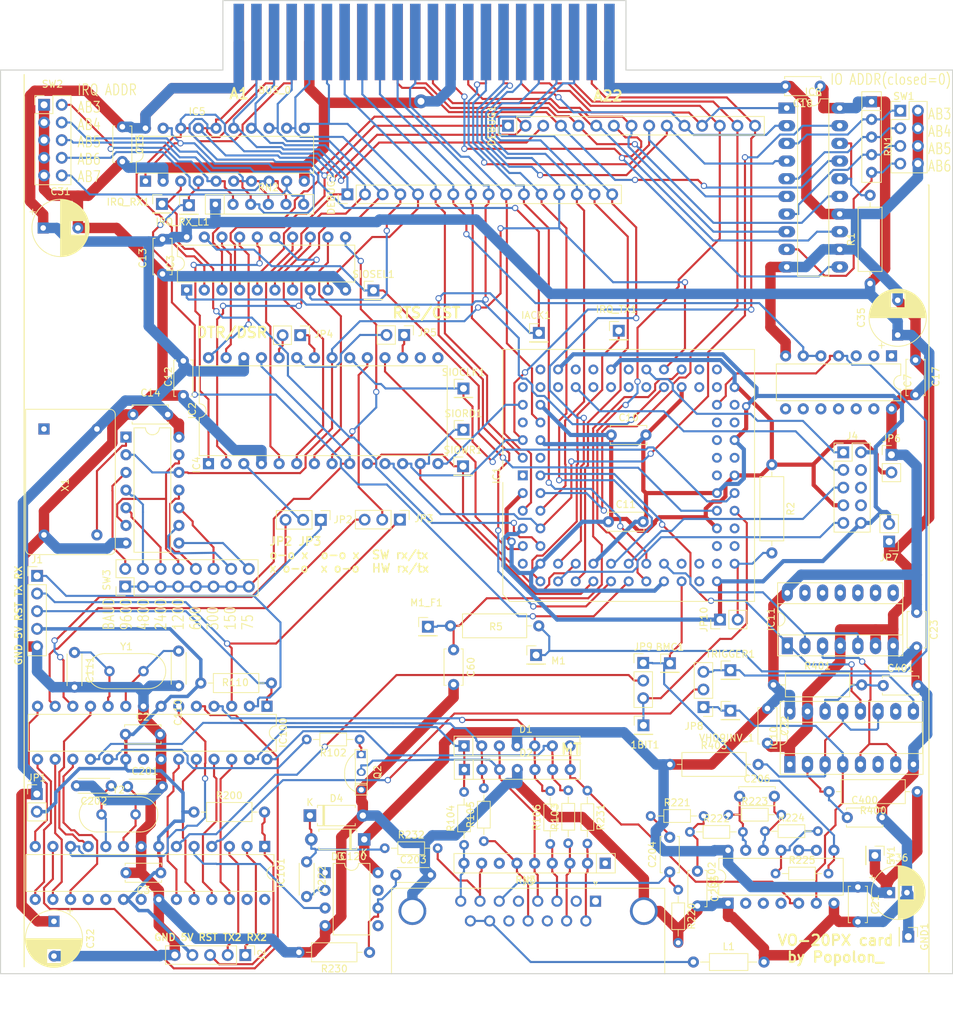
<source format=kicad_pcb>
(kicad_pcb (version 20171130) (host pcbnew "(5.1.5)-3")
  (layers (0 F.Cu signal) (31 B.Cu signal) (34 B.Paste user) (35 F.Paste user) (36 B.SilkS user) (37 F.SilkS user) (38 B.Mask user) (39 F.Mask user) (44 Edge.Cuts user))
  (net 0 "")
  (net 1 DB0)
  (net 2 DB1)
  (net 3 DB2)
  (net 4 GND)
  (net 5 AB11)
  (net 6 AB10)
  (net 7 AB9)
  (net 8 AB8)
  (net 9 AB7)
  (net 10 AB6)
  (net 11 AB5)
  (net 12 AB4)
  (net 13 AB3)
  (net 14 AB2)
  (net 15 AB1)
  (net 16 AB0)
  (net 17 ~EXWAIT)
  (net 18 ~EXINT)
  (net 19 RESET)
  (net 20 ~IEI)
  (net 21 ~IORQ)
  (net 22 ~RD)
  (net 23 ~WE)
  (net 24 ~M1)
  (net 25 CLK)
  (net 26 DB7)
  (net 27 DB6)
  (net 28 DB5)
  (net 29 DB4)
  (net 30 DB3)
  (net 31 ~IACK)
  (net 32 ~IRQ_RX)
  (net 33 IRQ_RX)
  (net 34 SIOCLK)
  (net 35 "Net-(IC4-Pad4)")
  (net 36 "Net-(IC4-Pad1)")
  (net 37 RXRDY)
  (net 38 TXEMPT)
  (net 39 M1)
  (net 40 TxRxCLK)
  (net 41 ~EXIO)
  (net 42 5V)
  (net 43 "Net-(C201-Pad1)")
  (net 44 "Net-(C202-Pad1)")
  (net 45 "Net-(C203-Pad1)")
  (net 46 "Net-(C204-Pad2)")
  (net 47 VHD6)
  (net 48 "Net-(C205-Pad1)")
  (net 49 "Net-(C206-Pad2)")
  (net 50 "Net-(C206-Pad1)")
  (net 51 VHD9_DIODE)
  (net 52 VHD10BIT)
  (net 53 VHD3BIT)
  (net 54 VHD8BIT)
  (net 55 VHD12BIT)
  (net 56 VHD4)
  (net 57 VHD_DATA_BIT0)
  (net 58 VHD_DATA_BIT7)
  (net 59 VHD_DATA_BIT6)
  (net 60 VHD_DATA_ENABLE)
  (net 61 VHD_DATA_BIT5)
  (net 62 VHD_DATA_BIT4)
  (net 63 ARDUINO_POWER)
  (net 64 VHD_DATA_ACK)
  (net 65 VHD4BIT)
  (net 66 VHD_DATA_REQ)
  (net 67 VHD_DATA_BIT3)
  (net 68 TX)
  (net 69 VHD_DATA_BIT2)
  (net 70 RX)
  (net 71 VHD_DATA_BIT1)
  (net 72 ARD_RST)
  (net 73 V_SYNCH)
  (net 74 TX2)
  (net 75 RX2)
  (net 76 ARD_RST2)
  (net 77 VHD12)
  (net 78 VHD10)
  (net 79 VHD9)
  (net 80 VHD8)
  (net 81 VHD7)
  (net 82 VHD3)
  (net 83 "Net-(Q2-Pad1)")
  (net 84 "Net-(C110-Pad1)")
  (net 85 "Net-(C111-Pad1)")
  (net 86 "Net-(C222-Pad2)")
  (net 87 "Net-(C222-Pad1)")
  (net 88 "Net-(IC102-Pad11)")
  (net 89 "Net-(IC102-Pad10)")
  (net 90 SW_TX)
  (net 91 SW_RX)
  (net 92 BMC_BIT)
  (net 93 VHD9_INV)
  (net 94 "Net-(IC2-Pad2)")
  (net 95 "Net-(IC2-Pad1)")
  (net 96 M1_FILTERED)
  (net 97 "Net-(IC2-Pad28)")
  (net 98 "Net-(IC2-Pad27)")
  (net 99 "Net-(IC2-Pad24)")
  (net 100 "Net-(IC2-Pad23)")
  (net 101 "Net-(IC2-Pad22)")
  (net 102 "Net-(IC2-Pad8)")
  (net 103 "Net-(IC2-Pad7)")
  (net 104 "Net-(IC2-Pad6)")
  (net 105 "Net-(IC2-Pad19)")
  (net 106 "Net-(IC2-Pad5)")
  (net 107 "Net-(IC2-Pad17)")
  (net 108 "Net-(IC2-Pad3)")
  (net 109 "Net-(IC4-Pad13)")
  (net 110 "Net-(IC4-Pad5)")
  (net 111 "Net-(IC4-Pad11)")
  (net 112 "Net-(IC4-Pad10)")
  (net 113 "Net-(IC4-Pad3)")
  (net 114 "Net-(IC4-Pad9)")
  (net 115 "Net-(IC4-Pad8)")
  (net 116 "Net-(IC5-Pad9)")
  (net 117 "Net-(IC5-Pad8)")
  (net 118 "Net-(IC5-Pad7)")
  (net 119 "Net-(IC5-Pad6)")
  (net 120 "Net-(IC5-Pad5)")
  (net 121 "Net-(IC8-Pad9)")
  (net 122 "Net-(IC8-Pad16)")
  (net 123 "Net-(IC8-Pad7)")
  (net 124 "Net-(IC8-Pad5)")
  (net 125 "Net-(IC8-Pad3)")
  (net 126 ~IEO)
  (net 127 PLCC_GND)
  (net 128 PLCC_VCC)
  (net 129 TCK)
  (net 130 TDO)
  (net 131 TDI)
  (net 132 TMS)
  (net 133 ~SIORD)
  (net 134 ~SIOSEL)
  (net 135 IRQ_TX)
  (net 136 ~SIOWR)
  (net 137 "Net-(J3-Pad14)")
  (net 138 VHD_1BIT)
  (net 139 "Net-(C400-Pad1)")
  (net 140 "Net-(C401-Pad1)")
  (net 141 DCLK2)
  (net 142 DCLK1)
  (net 143 "Net-(IC10-Pad5)")
  (net 144 "Net-(IC10-Pad11)")
  (net 145 VHD_1BIT_TRIGGER)
  (net 146 "Net-(IC101-Pad6)")
  (net 147 "Net-(IC101-Pad4)")
  (net 148 ENABLE_VHD)
  (net 149 ~SIOCS)
  (module Package_DIP:DIP-14_W7.62mm_Socket_LongPads (layer F.Cu) (at 241.236 185.864 90)
    (fp_text reference IC11 (at 3.81 -2.33 90) (layer F.SilkS))
    (fp_text value 4013)
    (pad 14 thru_hole oval (at 7.62 0 90) (size 2.4 1.6) (drill 0.8) (layers *.Cu *.Mask) (net 42 5V))
    (pad 7 thru_hole oval (at 0 15.24 90) (size 2.4 1.6) (drill 0.8) (layers *.Cu *.Mask) (net 4 GND))
    (pad 13 thru_hole oval (at 7.62 2.54 90) (size 2.4 1.6) (drill 0.8) (layers *.Cu *.Mask))
    (pad 6 thru_hole oval (at 0 12.7 90) (size 2.4 1.6) (drill 0.8) (layers *.Cu *.Mask) (net 4 GND))
    (pad 12 thru_hole oval (at 7.62 5.08 90) (size 2.4 1.6) (drill 0.8) (layers *.Cu *.Mask))
    (pad 5 thru_hole oval (at 0 10.16 90) (size 2.4 1.6) (drill 0.8) (layers *.Cu *.Mask) (net 142 DCLK1))
    (pad 11 thru_hole oval (at 7.62 7.62 90) (size 2.4 1.6) (drill 0.8) (layers *.Cu *.Mask))
    (pad 4 thru_hole oval (at 0 7.62 90) (size 2.4 1.6) (drill 0.8) (layers *.Cu *.Mask) (net 4 GND))
    (pad 10 thru_hole oval (at 7.62 10.16 90) (size 2.4 1.6) (drill 0.8) (layers *.Cu *.Mask))
    (pad 3 thru_hole oval (at 0 5.08 90) (size 2.4 1.6) (drill 0.8) (layers *.Cu *.Mask) (net 143 "Net-(IC10-Pad5)"))
    (pad 9 thru_hole oval (at 7.62 12.7 90) (size 2.4 1.6) (drill 0.8) (layers *.Cu *.Mask))
    (pad 2 thru_hole oval (at 0 2.54 90) (size 2.4 1.6) (drill 0.8) (layers *.Cu *.Mask) (net 142 DCLK1))
    (pad 8 thru_hole oval (at 7.62 15.24 90) (size 2.4 1.6) (drill 0.8) (layers *.Cu *.Mask))
    (pad 1 thru_hole rect (at 0 0 90) (size 2.4 1.6) (drill 0.8) (layers *.Cu *.Mask) (net 141 DCLK2))
  )
  (module Connector_PinHeader_2.54mm:PinHeader_1x01_P2.54mm_Vertical (layer F.Cu) (at 258.6482 227.711 270)
    (fp_text reference GND1 (at 0 -2.33 90) (layer F.SilkS))
    (fp_text value CONN_01x01)
    (pad 1 thru_hole rect (at 0 0 270) (size 1.7 1.7) (drill 1) (layers *.Cu *.Mask) (net 4 GND))
  )
  (module Connector_PinHeader_2.54mm:PinHeader_1x01_P2.54mm_Vertical (layer F.Cu) (at 253.8476 216.0143 270)
    (fp_text reference 5V1 (at 0 -2.33 90) (layer F.SilkS))
    (fp_text value CONN_01x01)
    (pad 1 thru_hole rect (at 0 0 270) (size 1.7 1.7) (drill 1) (layers *.Cu *.Mask) (net 42 5V))
  )
  (module Resistor_THT:R_Axial_DIN0309_L9.0mm_D3.2mm_P12.70mm_Horizontal (layer F.Cu) (at 239.014 159.804 270)
    (fp_text reference R2 (at 6.35 -2.72 90) (layer F.SilkS))
    (fp_text value 10K)
    (pad 2 thru_hole oval (at 12.7 0 270) (size 1.6 1.6) (drill 0.8) (layers *.Cu *.Mask) (net 148 ENABLE_VHD))
    (pad 1 thru_hole circle (at 0 0 270) (size 1.6 1.6) (drill 0.8) (layers *.Cu *.Mask) (net 128 PLCC_VCC))
  )
  (module Connector_PinHeader_2.54mm:PinHeader_1x02_P2.54mm_Vertical (layer F.Cu) (at 231.559 182.093 90)
    (fp_text reference JP10 (at 0 -2.33 90) (layer F.SilkS))
    (fp_text value Jumper)
    (pad 2 thru_hole oval (at 0 2.54 90) (size 1.7 1.7) (drill 1) (layers *.Cu *.Mask) (net 148 ENABLE_VHD))
    (pad 1 thru_hole rect (at 0 0 90) (size 1.7 1.7) (drill 1) (layers *.Cu *.Mask) (net 127 PLCC_GND))
  )
  (module Connector_PinHeader_2.54mm:PinHeader_1x01_P2.54mm_Vertical (layer F.Cu) (at 233.045 195.186)
    (fp_text reference VHD9INV_1 (at -0.5207 3.937) (layer F.SilkS))
    (fp_text value CONN_01x01)
    (pad 1 thru_hole rect (at 0 0) (size 1.7 1.7) (drill 1) (layers *.Cu *.Mask) (net 93 VHD9_INV))
  )
  (module Connector_PinHeader_2.54mm:PinHeader_1x01_P2.54mm_Vertical (layer F.Cu) (at 233.045 189.382)
    (fp_text reference TRIGGER1 (at 0 -2.33) (layer F.SilkS))
    (fp_text value CONN_01x01)
    (pad 1 thru_hole rect (at 0 0) (size 1.7 1.7) (drill 1) (layers *.Cu *.Mask) (net 145 VHD_1BIT_TRIGGER))
  )
  (module Resistor_THT:R_Axial_DIN0309_L9.0mm_D3.2mm_P12.70mm_Horizontal (layer F.Cu) (at 224.346 202.933)
    (fp_text reference R403 (at 6.35 -2.72) (layer F.SilkS))
    (fp_text value 10K)
    (pad 2 thru_hole oval (at 12.7 0) (size 1.6 1.6) (drill 0.8) (layers *.Cu *.Mask) (net 144 "Net-(IC10-Pad11)"))
    (pad 1 thru_hole circle (at 0 0) (size 1.6 1.6) (drill 0.8) (layers *.Cu *.Mask) (net 42 5V))
  )
  (module Resistor_THT:R_Axial_DIN0309_L9.0mm_D3.2mm_P12.70mm_Horizontal (layer F.Cu) (at 239.243 191.491)
    (fp_text reference R401 (at 6.35 -2.72) (layer F.SilkS))
    (fp_text value 5K6)
    (pad 2 thru_hole oval (at 12.7 0) (size 1.6 1.6) (drill 0.8) (layers *.Cu *.Mask) (net 140 "Net-(C401-Pad1)"))
    (pad 1 thru_hole circle (at 0 0) (size 1.6 1.6) (drill 0.8) (layers *.Cu *.Mask) (net 42 5V))
  )
  (module Resistor_THT:R_Axial_DIN0309_L9.0mm_D3.2mm_P12.70mm_Horizontal (layer F.Cu) (at 259.944 206.845 180)
    (fp_text reference R400 (at 6.35 -2.72) (layer F.SilkS))
    (fp_text value 22K)
    (pad 2 thru_hole oval (at 12.7 0 180) (size 1.6 1.6) (drill 0.8) (layers *.Cu *.Mask) (net 139 "Net-(C400-Pad1)"))
    (pad 1 thru_hole circle (at 0 0 180) (size 1.6 1.6) (drill 0.8) (layers *.Cu *.Mask) (net 42 5V))
  )
  (module Connector_PinHeader_2.54mm:PinHeader_1x03_P2.54mm_Vertical (layer F.Cu) (at 220.51 188.328)
    (fp_text reference JP9 (at 0 -2.33) (layer F.SilkS))
    (fp_text value Jumper_3_Open)
    (pad 3 thru_hole oval (at 0 5.08) (size 1.7 1.7) (drill 1) (layers *.Cu *.Mask) (net 138 VHD_1BIT))
    (pad 2 thru_hole oval (at 0 2.54) (size 1.7 1.7) (drill 1) (layers *.Cu *.Mask) (net 146 "Net-(IC101-Pad6)"))
    (pad 1 thru_hole rect (at 0 0) (size 1.7 1.7) (drill 1) (layers *.Cu *.Mask) (net 92 BMC_BIT))
  )
  (module Connector_PinHeader_2.54mm:PinHeader_1x03_P2.54mm_Vertical (layer F.Cu) (at 229.172 194.691 180)
    (fp_text reference JP8 (at 1.3589 -2.7432) (layer F.SilkS))
    (fp_text value Jumper_3_Open)
    (pad 3 thru_hole oval (at 0 5.08 180) (size 1.7 1.7) (drill 1) (layers *.Cu *.Mask) (net 145 VHD_1BIT_TRIGGER))
    (pad 2 thru_hole oval (at 0 2.54 180) (size 1.7 1.7) (drill 1) (layers *.Cu *.Mask) (net 147 "Net-(IC101-Pad4)"))
    (pad 1 thru_hole rect (at 0 0 180) (size 1.7 1.7) (drill 1) (layers *.Cu *.Mask) (net 93 VHD9_INV))
  )
  (module Package_DIP:DIP-16_W7.62mm_Socket_LongPads (layer F.Cu) (at 241.605 202.921 90)
    (fp_text reference IC10 (at 3.81 -2.33 90) (layer F.SilkS))
    (fp_text value 4538)
    (pad 16 thru_hole oval (at 7.62 0 90) (size 2.4 1.6) (drill 0.8) (layers *.Cu *.Mask) (net 42 5V))
    (pad 8 thru_hole oval (at 0 17.78 90) (size 2.4 1.6) (drill 0.8) (layers *.Cu *.Mask) (net 4 GND))
    (pad 15 thru_hole oval (at 7.62 2.54 90) (size 2.4 1.6) (drill 0.8) (layers *.Cu *.Mask) (net 4 GND))
    (pad 7 thru_hole oval (at 0 15.24 90) (size 2.4 1.6) (drill 0.8) (layers *.Cu *.Mask) (net 143 "Net-(IC10-Pad5)"))
    (pad 14 thru_hole oval (at 7.62 5.08 90) (size 2.4 1.6) (drill 0.8) (layers *.Cu *.Mask) (net 140 "Net-(C401-Pad1)"))
    (pad 6 thru_hole oval (at 0 12.7 90) (size 2.4 1.6) (drill 0.8) (layers *.Cu *.Mask))
    (pad 13 thru_hole oval (at 7.62 7.62 90) (size 2.4 1.6) (drill 0.8) (layers *.Cu *.Mask) (net 144 "Net-(IC10-Pad11)"))
    (pad 5 thru_hole oval (at 0 10.16 90) (size 2.4 1.6) (drill 0.8) (layers *.Cu *.Mask) (net 143 "Net-(IC10-Pad5)"))
    (pad 12 thru_hole oval (at 7.62 10.16 90) (size 2.4 1.6) (drill 0.8) (layers *.Cu *.Mask) (net 141 DCLK2))
    (pad 4 thru_hole oval (at 0 7.62 90) (size 2.4 1.6) (drill 0.8) (layers *.Cu *.Mask) (net 93 VHD9_INV))
    (pad 11 thru_hole oval (at 7.62 12.7 90) (size 2.4 1.6) (drill 0.8) (layers *.Cu *.Mask) (net 144 "Net-(IC10-Pad11)"))
    (pad 3 thru_hole oval (at 0 5.08 90) (size 2.4 1.6) (drill 0.8) (layers *.Cu *.Mask) (net 144 "Net-(IC10-Pad11)"))
    (pad 10 thru_hole oval (at 7.62 15.24 90) (size 2.4 1.6) (drill 0.8) (layers *.Cu *.Mask))
    (pad 2 thru_hole oval (at 0 2.54 90) (size 2.4 1.6) (drill 0.8) (layers *.Cu *.Mask) (net 139 "Net-(C400-Pad1)"))
    (pad 9 thru_hole oval (at 7.62 17.78 90) (size 2.4 1.6) (drill 0.8) (layers *.Cu *.Mask) (net 145 VHD_1BIT_TRIGGER))
    (pad 1 thru_hole rect (at 0 0 90) (size 2.4 1.6) (drill 0.8) (layers *.Cu *.Mask) (net 4 GND))
  )
  (module Capacitor_THT:C_Disc_D5.0mm_W2.5mm_P5.00mm (layer F.Cu) (at 255.041 191.58)
    (fp_text reference C401 (at 2.5 -2.5) (layer F.SilkS))
    (fp_text value 2.2nF)
    (pad 2 thru_hole circle (at 5 0) (size 1.6 1.6) (drill 0.8) (layers *.Cu *.Mask) (net 4 GND))
    (pad 1 thru_hole circle (at 0 0) (size 1.6 1.6) (drill 0.8) (layers *.Cu *.Mask) (net 140 "Net-(C401-Pad1)"))
  )
  (module Capacitor_THT:C_Disc_D5.0mm_W2.5mm_P5.00mm (layer F.Cu) (at 249.872 210.566)
    (fp_text reference C400 (at 2.5 -2.5) (layer F.SilkS))
    (fp_text value 390pF)
    (pad 2 thru_hole circle (at 5 0) (size 1.6 1.6) (drill 0.8) (layers *.Cu *.Mask) (net 4 GND))
    (pad 1 thru_hole circle (at 0 0) (size 1.6 1.6) (drill 0.8) (layers *.Cu *.Mask) (net 139 "Net-(C400-Pad1)"))
  )
  (module Capacitor_THT:C_Disc_D5.0mm_W2.5mm_P5.00mm (layer F.Cu) (at 259.855 181.051 270)
    (fp_text reference C23 (at 2.5 -2.5 90) (layer F.SilkS))
    (fp_text value 100nF)
    (pad 2 thru_hole circle (at 5 0 270) (size 1.6 1.6) (drill 0.8) (layers *.Cu *.Mask) (net 4 GND))
    (pad 1 thru_hole circle (at 0 0 270) (size 1.6 1.6) (drill 0.8) (layers *.Cu *.Mask) (net 42 5V))
  )
  (module Capacitor_THT:C_Disc_D5.0mm_W2.5mm_P5.00mm (layer F.Cu) (at 238.379 194.882 270)
    (fp_text reference C22 (at 2.5 -2.5 90) (layer F.SilkS))
    (fp_text value 100nF)
    (pad 2 thru_hole circle (at 5 0 270) (size 1.6 1.6) (drill 0.8) (layers *.Cu *.Mask) (net 4 GND))
    (pad 1 thru_hole circle (at 0 0 270) (size 1.6 1.6) (drill 0.8) (layers *.Cu *.Mask) (net 42 5V))
  )
  (module Connector_PinHeader_2.54mm:PinHeader_1x01_P2.54mm_Vertical (layer F.Cu) (at 224.346 188.379)
    (fp_text reference BMC1 (at 0 -2.33) (layer F.SilkS))
    (fp_text value CONN_01x01)
    (pad 1 thru_hole rect (at 0 0) (size 1.7 1.7) (drill 1) (layers *.Cu *.Mask) (net 92 BMC_BIT))
  )
  (module Connector_PinHeader_2.54mm:PinHeader_1x01_P2.54mm_Vertical (layer F.Cu) (at 220.536 197.307)
    (fp_text reference 1BIT1 (at 0.2159 2.8067) (layer F.SilkS))
    (fp_text value CONN_01x01)
    (pad 1 thru_hole rect (at 0 0) (size 1.7 1.7) (drill 1) (layers *.Cu *.Mask) (net 138 VHD_1BIT))
  )
  (module Connector_PinHeader_2.54mm:PinHeader_1x01_P2.54mm_Vertical (layer F.Cu) (at 194.577 160.033)
    (fp_text reference SIOWR1 (at 0 -2.33) (layer F.SilkS))
    (fp_text value CONN_01x01)
    (pad 1 thru_hole rect (at 0 0) (size 1.7 1.7) (drill 1) (layers *.Cu *.Mask) (net 136 ~SIOWR))
  )
  (module Connector_PinHeader_2.54mm:PinHeader_1x01_P2.54mm_Vertical (layer F.Cu) (at 181.686 134.747)
    (fp_text reference SIOSEL1 (at 0 -2.33) (layer F.SilkS))
    (fp_text value CONN_01x01)
    (pad 1 thru_hole rect (at 0 0) (size 1.7 1.7) (drill 1) (layers *.Cu *.Mask) (net 134 ~SIOSEL))
  )
  (module Connector_PinHeader_2.54mm:PinHeader_1x01_P2.54mm_Vertical (layer F.Cu) (at 194.64 154.788)
    (fp_text reference SIORD1 (at 0 -2.33) (layer F.SilkS))
    (fp_text value CONN_01x01)
    (pad 1 thru_hole rect (at 0 0) (size 1.7 1.7) (drill 1) (layers *.Cu *.Mask) (net 133 ~SIORD))
  )
  (module Connector_PinHeader_2.54mm:PinHeader_1x01_P2.54mm_Vertical (layer F.Cu) (at 194.64 148.844)
    (fp_text reference SIOCLK1 (at 0 -2.33) (layer F.SilkS))
    (fp_text value CONN_01x01)
    (pad 1 thru_hole rect (at 0 0) (size 1.7 1.7) (drill 1) (layers *.Cu *.Mask) (net 34 SIOCLK))
  )
  (module Connector_PinHeader_2.54mm:PinHeader_1x01_P2.54mm_Vertical (layer F.Cu) (at 189.522 183.121)
    (fp_text reference M1_F1 (at -0.2158 -3.4541) (layer F.SilkS))
    (fp_text value CONN_01x01)
    (pad 1 thru_hole rect (at 0 0) (size 1.7 1.7) (drill 1) (layers *.Cu *.Mask) (net 96 M1_FILTERED))
  )
  (module Connector_PinHeader_2.54mm:PinHeader_1x01_P2.54mm_Vertical (layer F.Cu) (at 205.092 187.198)
    (fp_text reference M1 (at 3.2261 0.8255) (layer F.SilkS))
    (fp_text value CONN_01x01)
    (pad 1 thru_hole rect (at 0 0) (size 1.7 1.7) (drill 1) (layers *.Cu *.Mask) (net 39 M1))
  )
  (module Connector_PinHeader_2.54mm:PinHeader_1x01_P2.54mm_Vertical (layer F.Cu) (at 216.98 140.538)
    (fp_text reference IRQ_TX1 (at -0.318 -3.0732) (layer F.SilkS))
    (fp_text value CONN_01x01)
    (pad 1 thru_hole rect (at 0 0) (size 1.7 1.7) (drill 1) (layers *.Cu *.Mask) (net 135 IRQ_TX))
  )
  (module Connector_PinHeader_2.54mm:PinHeader_1x01_P2.54mm_Vertical (layer F.Cu) (at 155.13 122.479)
    (fp_text reference IRQ_RX_L1 (at -0.9139 2.4001) (layer F.SilkS))
    (fp_text value CONN_01x01)
    (pad 1 thru_hole rect (at 0 0) (size 1.7 1.7) (drill 1) (layers *.Cu *.Mask) (net 32 ~IRQ_RX))
  )
  (module Connector_PinHeader_2.54mm:PinHeader_1x01_P2.54mm_Vertical (layer F.Cu) (at 151.257 122.301)
    (fp_text reference IRQ_RX1 (at -4.8641 -0.2794) (layer F.SilkS))
    (fp_text value CONN_01x01)
    (pad 1 thru_hole rect (at 0 0) (size 1.7 1.7) (drill 1) (layers *.Cu *.Mask) (net 33 IRQ_RX))
  )
  (module Connector_PinHeader_2.54mm:PinHeader_1x01_P2.54mm_Vertical (layer F.Cu) (at 205.486 140.856)
    (fp_text reference IACK1 (at -0.4064 -2.5403) (layer F.SilkS))
    (fp_text value CONN_01x01)
    (pad 1 thru_hole rect (at 0 0) (size 1.7 1.7) (drill 1) (layers *.Cu *.Mask) (net 31 ~IACK))
  )
  (module Inductor_THT:L_Axial_L5.3mm_D2.2mm_P10.16mm_Horizontal_Vishay_IM-1 (layer F.Cu) (at 227.724 231.356)
    (fp_text reference L1 (at 5.08 -2.22) (layer F.SilkS))
    (fp_text value L)
    (pad 2 thru_hole oval (at 10.16 0) (size 1.6 1.6) (drill 0.8) (layers *.Cu *.Mask) (net 4 GND))
    (pad 1 thru_hole circle (at 0 0) (size 1.6 1.6) (drill 0.8) (layers *.Cu *.Mask) (net 137 "Net-(J3-Pad14)"))
  )
  (module Connector_PinHeader_2.54mm:PinHeader_1x16_P2.54mm_Vertical (layer F.Cu) (at 177.94 120.917 90)
    (fp_text reference DEBUG2 (at 0 -2.33 90) (layer F.SilkS))
    (fp_text value CONN_01x16)
    (pad 16 thru_hole oval (at 0 38.1 90) (size 1.7 1.7) (drill 1) (layers *.Cu *.Mask) (net 17 ~EXWAIT))
    (pad 15 thru_hole oval (at 0 35.56 90) (size 1.7 1.7) (drill 1) (layers *.Cu *.Mask) (net 18 ~EXINT))
    (pad 14 thru_hole oval (at 0 33.02 90) (size 1.7 1.7) (drill 1) (layers *.Cu *.Mask) (net 41 ~EXIO))
    (pad 13 thru_hole oval (at 0 30.48 90) (size 1.7 1.7) (drill 1) (layers *.Cu *.Mask) (net 19 RESET))
    (pad 12 thru_hole oval (at 0 27.94 90) (size 1.7 1.7) (drill 1) (layers *.Cu *.Mask) (net 126 ~IEO))
    (pad 11 thru_hole oval (at 0 25.4 90) (size 1.7 1.7) (drill 1) (layers *.Cu *.Mask) (net 20 ~IEI))
    (pad 10 thru_hole oval (at 0 22.86 90) (size 1.7 1.7) (drill 1) (layers *.Cu *.Mask) (net 21 ~IORQ))
    (pad 9 thru_hole oval (at 0 20.32 90) (size 1.7 1.7) (drill 1) (layers *.Cu *.Mask) (net 22 ~RD))
    (pad 8 thru_hole oval (at 0 17.78 90) (size 1.7 1.7) (drill 1) (layers *.Cu *.Mask) (net 23 ~WE))
    (pad 7 thru_hole oval (at 0 15.24 90) (size 1.7 1.7) (drill 1) (layers *.Cu *.Mask) (net 24 ~M1))
    (pad 6 thru_hole oval (at 0 12.7 90) (size 1.7 1.7) (drill 1) (layers *.Cu *.Mask) (net 25 CLK))
    (pad 5 thru_hole oval (at 0 10.16 90) (size 1.7 1.7) (drill 1) (layers *.Cu *.Mask) (net 26 DB7))
    (pad 4 thru_hole oval (at 0 7.62 90) (size 1.7 1.7) (drill 1) (layers *.Cu *.Mask) (net 27 DB6))
    (pad 3 thru_hole oval (at 0 5.08 90) (size 1.7 1.7) (drill 1) (layers *.Cu *.Mask) (net 28 DB5))
    (pad 2 thru_hole oval (at 0 2.54 90) (size 1.7 1.7) (drill 1) (layers *.Cu *.Mask) (net 29 DB4))
    (pad 1 thru_hole rect (at 0 0 90) (size 1.7 1.7) (drill 1) (layers *.Cu *.Mask) (net 30 DB3))
  )
  (module Connector_PinHeader_2.54mm:PinHeader_1x15_P2.54mm_Vertical (layer F.Cu) (at 201.041 111.049 90)
    (fp_text reference DEBUG1 (at 0 -2.33 90) (layer F.SilkS))
    (fp_text value CONN_01x15)
    (pad 15 thru_hole oval (at 0 35.56 90) (size 1.7 1.7) (drill 1) (layers *.Cu *.Mask) (net 16 AB0))
    (pad 14 thru_hole oval (at 0 33.02 90) (size 1.7 1.7) (drill 1) (layers *.Cu *.Mask) (net 15 AB1))
    (pad 13 thru_hole oval (at 0 30.48 90) (size 1.7 1.7) (drill 1) (layers *.Cu *.Mask) (net 14 AB2))
    (pad 12 thru_hole oval (at 0 27.94 90) (size 1.7 1.7) (drill 1) (layers *.Cu *.Mask) (net 13 AB3))
    (pad 11 thru_hole oval (at 0 25.4 90) (size 1.7 1.7) (drill 1) (layers *.Cu *.Mask) (net 12 AB4))
    (pad 10 thru_hole oval (at 0 22.86 90) (size 1.7 1.7) (drill 1) (layers *.Cu *.Mask) (net 11 AB5))
    (pad 9 thru_hole oval (at 0 20.32 90) (size 1.7 1.7) (drill 1) (layers *.Cu *.Mask) (net 10 AB6))
    (pad 8 thru_hole oval (at 0 17.78 90) (size 1.7 1.7) (drill 1) (layers *.Cu *.Mask) (net 9 AB7))
    (pad 7 thru_hole oval (at 0 15.24 90) (size 1.7 1.7) (drill 1) (layers *.Cu *.Mask) (net 8 AB8))
    (pad 6 thru_hole oval (at 0 12.7 90) (size 1.7 1.7) (drill 1) (layers *.Cu *.Mask) (net 7 AB9))
    (pad 5 thru_hole oval (at 0 10.16 90) (size 1.7 1.7) (drill 1) (layers *.Cu *.Mask) (net 6 AB10))
    (pad 4 thru_hole oval (at 0 7.62 90) (size 1.7 1.7) (drill 1) (layers *.Cu *.Mask) (net 5 AB11))
    (pad 3 thru_hole oval (at 0 5.08 90) (size 1.7 1.7) (drill 1) (layers *.Cu *.Mask) (net 1 DB0))
    (pad 2 thru_hole oval (at 0 2.54 90) (size 1.7 1.7) (drill 1) (layers *.Cu *.Mask) (net 2 DB1))
    (pad 1 thru_hole rect (at 0 0 90) (size 1.7 1.7) (drill 1) (layers *.Cu *.Mask) (net 3 DB2))
  )
  (module Crystal:Crystal_HC18-U_Vertical (layer F.Cu) (at 143.7 189.509)
    (fp_text reference Y1 (at 2.45 -3.525) (layer F.SilkS))
    (fp_text value 16Mhz)
    (pad 2 thru_hole circle (at 4.9 0) (size 1.5 1.5) (drill 0.8) (layers *.Cu *.Mask) (net 84 "Net-(C110-Pad1)"))
    (pad 1 thru_hole circle (at 0 0) (size 1.5 1.5) (drill 0.8) (layers *.Cu *.Mask) (net 85 "Net-(C111-Pad1)"))
  )
  (module Crystal:Crystal_HC18-U_Vertical (layer F.Cu) (at 142.558 210.122)
    (fp_text reference Y2 (at 2.45 -3.525) (layer F.SilkS))
    (fp_text value 16Mhz)
    (pad 2 thru_hole circle (at 4.9 0) (size 1.5 1.5) (drill 0.8) (layers *.Cu *.Mask) (net 43 "Net-(C201-Pad1)"))
    (pad 1 thru_hole circle (at 0 0) (size 1.5 1.5) (drill 0.8) (layers *.Cu *.Mask) (net 44 "Net-(C202-Pad1)"))
  )
  (module Connector_PinHeader_2.54mm:PinHeader_1x02_P2.54mm_Vertical (layer F.Cu) (at 171.158 141.186 270)
    (fp_text reference JP4 (at -0.1524 -3.3782 180) (layer F.SilkS))
    (fp_text value Jumper)
    (pad 2 thru_hole oval (at 0 2.54 270) (size 1.7 1.7) (drill 1) (layers *.Cu *.Mask) (net 99 "Net-(IC2-Pad24)"))
    (pad 1 thru_hole rect (at 0 0 270) (size 1.7 1.7) (drill 1) (layers *.Cu *.Mask) (net 101 "Net-(IC2-Pad22)"))
  )
  (module Connector_PinHeader_2.54mm:PinHeader_1x03_P2.54mm_Vertical (layer F.Cu) (at 185.496 167.717 270)
    (fp_text reference JP3 (at -0.1524 -3.4544 180) (layer F.SilkS))
    (fp_text value Jumper_3_Open)
    (pad 3 thru_hole oval (at 0 5.08 270) (size 1.7 1.7) (drill 1) (layers *.Cu *.Mask) (net 90 SW_TX))
    (pad 2 thru_hole oval (at 0 2.54 270) (size 1.7 1.7) (drill 1) (layers *.Cu *.Mask) (net 105 "Net-(IC2-Pad19)"))
    (pad 1 thru_hole rect (at 0 0 270) (size 1.7 1.7) (drill 1) (layers *.Cu *.Mask) (net 68 TX))
  )
  (module Connector_PinHeader_2.54mm:PinHeader_1x03_P2.54mm_Vertical (layer F.Cu) (at 174.117 167.742 270)
    (fp_text reference JP2 (at -0.0254 -3.1877 180) (layer F.SilkS))
    (fp_text value Jumper_3_Open)
    (pad 3 thru_hole oval (at 0 5.08 270) (size 1.7 1.7) (drill 1) (layers *.Cu *.Mask) (net 91 SW_RX))
    (pad 2 thru_hole oval (at 0 2.54 270) (size 1.7 1.7) (drill 1) (layers *.Cu *.Mask) (net 108 "Net-(IC2-Pad3)"))
    (pad 1 thru_hole rect (at 0 0 270) (size 1.7 1.7) (drill 1) (layers *.Cu *.Mask) (net 70 RX))
  )
  (module Connector_Dsub:DSUB-15_Female_Horizontal_P2.77x2.84mm_EdgePinOffset7.70mm_Housed_MountingHolesOffset9.12mm (layer F.Cu) (at 213.639 222.606)
    (fp_text reference J3 (at -9.695 -2.8) (layer F.SilkS))
    (fp_text value DB15_Female_MountingHoles)
    (pad 0 thru_hole circle (at 6.955 1.42) (size 4 4) (drill 3.2) (layers *.Cu *.Mask) (net 4 GND))
    (pad 0 thru_hole circle (at -26.345 1.42) (size 4 4) (drill 3.2) (layers *.Cu *.Mask) (net 4 GND))
    (pad 15 thru_hole circle (at -18.005 2.84) (size 1.6 1.6) (drill 1) (layers *.Cu *.Mask) (net 137 "Net-(J3-Pad14)"))
    (pad 14 thru_hole circle (at -15.235 2.84) (size 1.6 1.6) (drill 1) (layers *.Cu *.Mask) (net 137 "Net-(J3-Pad14)"))
    (pad 13 thru_hole circle (at -12.465 2.84) (size 1.6 1.6) (drill 1) (layers *.Cu *.Mask))
    (pad 12 thru_hole circle (at -9.695 2.84) (size 1.6 1.6) (drill 1) (layers *.Cu *.Mask) (net 77 VHD12))
    (pad 11 thru_hole circle (at -6.925 2.84) (size 1.6 1.6) (drill 1) (layers *.Cu *.Mask))
    (pad 10 thru_hole circle (at -4.155 2.84) (size 1.6 1.6) (drill 1) (layers *.Cu *.Mask) (net 78 VHD10))
    (pad 9 thru_hole circle (at -1.385 2.84) (size 1.6 1.6) (drill 1) (layers *.Cu *.Mask) (net 79 VHD9))
    (pad 8 thru_hole circle (at -19.39 0) (size 1.6 1.6) (drill 1) (layers *.Cu *.Mask) (net 80 VHD8))
    (pad 7 thru_hole circle (at -16.62 0) (size 1.6 1.6) (drill 1) (layers *.Cu *.Mask) (net 81 VHD7))
    (pad 6 thru_hole circle (at -13.85 0) (size 1.6 1.6) (drill 1) (layers *.Cu *.Mask) (net 47 VHD6))
    (pad 5 thru_hole circle (at -11.08 0) (size 1.6 1.6) (drill 1) (layers *.Cu *.Mask))
    (pad 4 thru_hole circle (at -8.31 0) (size 1.6 1.6) (drill 1) (layers *.Cu *.Mask) (net 56 VHD4))
    (pad 3 thru_hole circle (at -5.54 0) (size 1.6 1.6) (drill 1) (layers *.Cu *.Mask) (net 82 VHD3))
    (pad 2 thru_hole circle (at -2.77 0) (size 1.6 1.6) (drill 1) (layers *.Cu *.Mask))
    (pad 1 thru_hole rect (at 0 0) (size 1.6 1.6) (drill 1) (layers *.Cu *.Mask))
  )
  (module Resistor_THT:R_Array_SIP9 (layer F.Cu) (at 215.036 217.145 180)
    (fp_text reference RN3 (at 11.43 -2.4) (layer F.SilkS))
    (fp_text value 8x4K7)
    (pad 9 thru_hole oval (at 20.32 0 180) (size 1.6 1.6) (drill 0.8) (layers *.Cu *.Mask) (net 80 VHD8))
    (pad 8 thru_hole oval (at 17.78 0 180) (size 1.6 1.6) (drill 0.8) (layers *.Cu *.Mask) (net 81 VHD7))
    (pad 7 thru_hole oval (at 15.24 0 180) (size 1.6 1.6) (drill 0.8) (layers *.Cu *.Mask))
    (pad 6 thru_hole oval (at 12.7 0 180) (size 1.6 1.6) (drill 0.8) (layers *.Cu *.Mask) (net 77 VHD12))
    (pad 5 thru_hole oval (at 10.16 0 180) (size 1.6 1.6) (drill 0.8) (layers *.Cu *.Mask) (net 56 VHD4))
    (pad 4 thru_hole oval (at 7.62 0 180) (size 1.6 1.6) (drill 0.8) (layers *.Cu *.Mask) (net 82 VHD3))
    (pad 3 thru_hole oval (at 5.08 0 180) (size 1.6 1.6) (drill 0.8) (layers *.Cu *.Mask) (net 78 VHD10))
    (pad 2 thru_hole oval (at 2.54 0 180) (size 1.6 1.6) (drill 0.8) (layers *.Cu *.Mask) (net 79 VHD9))
    (pad 1 thru_hole rect (at 0 0 180) (size 1.6 1.6) (drill 0.8) (layers *.Cu *.Mask))
  )
  (module Resistor_THT:R_Axial_DIN0204_L3.6mm_D1.6mm_P7.62mm_Horizontal (layer F.Cu) (at 207.124 214.363 90)
    (fp_text reference R106 (at 3.81 -1.92 90) (layer F.SilkS))
    (fp_text value 220R)
    (pad 2 thru_hole oval (at 7.62 0 90) (size 1.4 1.4) (drill 0.7) (layers *.Cu *.Mask) (net 53 VHD3BIT))
    (pad 1 thru_hole circle (at 0 0 90) (size 1.4 1.4) (drill 0.7) (layers *.Cu *.Mask) (net 82 VHD3))
  )
  (module Resistor_THT:R_Axial_DIN0204_L3.6mm_D1.6mm_P7.62mm_Horizontal (layer F.Cu) (at 197.574 213.97 90)
    (fp_text reference R105 (at 3.81 -1.92 90) (layer F.SilkS))
    (fp_text value 220R)
    (pad 2 thru_hole oval (at 7.62 0 90) (size 1.4 1.4) (drill 0.7) (layers *.Cu *.Mask) (net 55 VHD12BIT))
    (pad 1 thru_hole circle (at 0 0 90) (size 1.4 1.4) (drill 0.7) (layers *.Cu *.Mask) (net 77 VHD12))
  )
  (module Resistor_THT:R_Axial_DIN0204_L3.6mm_D1.6mm_P7.62mm_Horizontal (layer F.Cu) (at 194.729 214.503 90)
    (fp_text reference R104 (at 3.81 -1.92 90) (layer F.SilkS))
    (fp_text value 220R)
    (pad 2 thru_hole oval (at 7.62 0 90) (size 1.4 1.4) (drill 0.7) (layers *.Cu *.Mask) (net 54 VHD8BIT))
    (pad 1 thru_hole circle (at 0 0 90) (size 1.4 1.4) (drill 0.7) (layers *.Cu *.Mask) (net 80 VHD8))
  )
  (module Resistor_THT:R_Axial_DIN0204_L3.6mm_D1.6mm_P7.62mm_Horizontal (layer F.Cu) (at 209.715 214.274 90)
    (fp_text reference R103 (at 3.81 -1.92 90) (layer F.SilkS))
    (fp_text value 220R)
    (pad 2 thru_hole oval (at 7.62 0 90) (size 1.4 1.4) (drill 0.7) (layers *.Cu *.Mask) (net 52 VHD10BIT))
    (pad 1 thru_hole circle (at 0 0 90) (size 1.4 1.4) (drill 0.7) (layers *.Cu *.Mask) (net 78 VHD10))
  )
  (module Resistor_THT:R_Axial_DIN0204_L3.6mm_D1.6mm_P7.62mm_Horizontal (layer F.Cu) (at 183.312 214.986)
    (fp_text reference R232 (at 3.81 -1.92) (layer F.SilkS))
    (fp_text value 220R)
    (pad 2 thru_hole oval (at 7.62 0) (size 1.4 1.4) (drill 0.7) (layers *.Cu *.Mask) (net 81 VHD7))
    (pad 1 thru_hole circle (at 0 0) (size 1.4 1.4) (drill 0.7) (layers *.Cu *.Mask) (net 87 "Net-(C222-Pad1)"))
  )
  (module Resistor_THT:R_Axial_DIN0204_L3.6mm_D1.6mm_P7.62mm_Horizontal (layer F.Cu) (at 239.547 218.63)
    (fp_text reference R225 (at 3.81 -1.92) (layer F.SilkS))
    (fp_text value 1M)
    (pad 2 thru_hole oval (at 7.62 0) (size 1.4 1.4) (drill 0.7) (layers *.Cu *.Mask) (net 92 BMC_BIT))
    (pad 1 thru_hole circle (at 0 0) (size 1.4 1.4) (drill 0.7) (layers *.Cu *.Mask) (net 88 "Net-(IC102-Pad11)"))
  )
  (module Resistor_THT:R_Axial_DIN0204_L3.6mm_D1.6mm_P7.62mm_Horizontal (layer F.Cu) (at 232.753 210.16)
    (fp_text reference R223 (at 3.81 -1.92) (layer F.SilkS))
    (fp_text value 22K)
    (pad 2 thru_hole oval (at 7.62 0) (size 1.4 1.4) (drill 0.7) (layers *.Cu *.Mask) (net 49 "Net-(C206-Pad2)"))
    (pad 1 thru_hole circle (at 0 0) (size 1.4 1.4) (drill 0.7) (layers *.Cu *.Mask) (net 50 "Net-(C206-Pad1)"))
  )
  (module Resistor_THT:R_Axial_DIN0207_L6.3mm_D2.5mm_P10.16mm_Horizontal (layer F.Cu) (at 156.845 191.224)
    (fp_text reference R110 (at 4.9657 -0.0762) (layer F.SilkS))
    (fp_text value 10K)
    (pad 2 thru_hole oval (at 10.16 0) (size 1.6 1.6) (drill 0.8) (layers *.Cu *.Mask) (net 72 ARD_RST))
    (pad 1 thru_hole circle (at 0 0) (size 1.6 1.6) (drill 0.8) (layers *.Cu *.Mask) (net 63 ARDUINO_POWER))
  )
  (module Connector_PinHeader_2.54mm:PinHeader_1x02_P2.54mm_Vertical (layer F.Cu) (at 133.248 207.188)
    (fp_text reference JP1 (at 0 -2.33) (layer F.SilkS))
    (fp_text value Jumper)
    (pad 2 thru_hole oval (at 0 2.54) (size 1.7 1.7) (drill 1) (layers *.Cu *.Mask) (net 63 ARDUINO_POWER))
    (pad 1 thru_hole rect (at 0 0) (size 1.7 1.7) (drill 1) (layers *.Cu *.Mask) (net 42 5V))
  )
  (module Connector_PinHeader_2.54mm:PinHeader_1x05_P2.54mm_Vertical (layer F.Cu) (at 163.258 230.353 270)
    (fp_text reference J2 (at 0 -2.33 90) (layer F.SilkS))
    (fp_text value CONN_01x05)
    (pad 5 thru_hole oval (at 0 10.16 270) (size 1.7 1.7) (drill 1) (layers *.Cu *.Mask) (net 4 GND))
    (pad 4 thru_hole oval (at 0 7.62 270) (size 1.7 1.7) (drill 1) (layers *.Cu *.Mask) (net 63 ARDUINO_POWER))
    (pad 3 thru_hole oval (at 0 5.08 270) (size 1.7 1.7) (drill 1) (layers *.Cu *.Mask) (net 76 ARD_RST2))
    (pad 2 thru_hole oval (at 0 2.54 270) (size 1.7 1.7) (drill 1) (layers *.Cu *.Mask) (net 74 TX2))
    (pad 1 thru_hole rect (at 0 0 270) (size 1.7 1.7) (drill 1) (layers *.Cu *.Mask) (net 75 RX2))
  )
  (module Connector_PinHeader_2.54mm:PinHeader_1x05_P2.54mm_Vertical (layer F.Cu) (at 133.286 175.806)
    (fp_text reference J1 (at 0 -2.33) (layer F.SilkS))
    (fp_text value CONN_01x05)
    (pad 5 thru_hole oval (at 0 10.16) (size 1.7 1.7) (drill 1) (layers *.Cu *.Mask) (net 4 GND))
    (pad 4 thru_hole oval (at 0 7.62) (size 1.7 1.7) (drill 1) (layers *.Cu *.Mask) (net 63 ARDUINO_POWER))
    (pad 3 thru_hole oval (at 0 5.08) (size 1.7 1.7) (drill 1) (layers *.Cu *.Mask) (net 72 ARD_RST))
    (pad 2 thru_hole oval (at 0 2.54) (size 1.7 1.7) (drill 1) (layers *.Cu *.Mask) (net 68 TX))
    (pad 1 thru_hole rect (at 0 0) (size 1.7 1.7) (drill 1) (layers *.Cu *.Mask) (net 70 RX))
  )
  (module Package_DIP:DIP-28_W7.62mm (layer F.Cu) (at 166.37 194.564 270)
    (fp_text reference IC100 (at 3.81 -2.33 90) (layer F.SilkS))
    (fp_text value ATmega328P-PU)
    (pad 28 thru_hole oval (at 7.62 0 270) (size 1.6 1.6) (drill 0.8) (layers *.Cu *.Mask) (net 52 VHD10BIT))
    (pad 14 thru_hole oval (at 0 33.02 270) (size 1.6 1.6) (drill 0.8) (layers *.Cu *.Mask) (net 57 VHD_DATA_BIT0))
    (pad 27 thru_hole oval (at 7.62 2.54 270) (size 1.6 1.6) (drill 0.8) (layers *.Cu *.Mask) (net 54 VHD8BIT))
    (pad 13 thru_hole oval (at 0 30.48 270) (size 1.6 1.6) (drill 0.8) (layers *.Cu *.Mask) (net 90 SW_TX))
    (pad 26 thru_hole oval (at 7.62 5.08 270) (size 1.6 1.6) (drill 0.8) (layers *.Cu *.Mask) (net 58 VHD_DATA_BIT7))
    (pad 12 thru_hole oval (at 0 27.94 270) (size 1.6 1.6) (drill 0.8) (layers *.Cu *.Mask) (net 91 SW_RX))
    (pad 25 thru_hole oval (at 7.62 7.62 270) (size 1.6 1.6) (drill 0.8) (layers *.Cu *.Mask) (net 59 VHD_DATA_BIT6))
    (pad 11 thru_hole oval (at 0 25.4 270) (size 1.6 1.6) (drill 0.8) (layers *.Cu *.Mask) (net 60 VHD_DATA_ENABLE))
    (pad 24 thru_hole oval (at 7.62 10.16 270) (size 1.6 1.6) (drill 0.8) (layers *.Cu *.Mask) (net 61 VHD_DATA_BIT5))
    (pad 10 thru_hole oval (at 0 22.86 270) (size 1.6 1.6) (drill 0.8) (layers *.Cu *.Mask) (net 85 "Net-(C111-Pad1)"))
    (pad 23 thru_hole oval (at 7.62 12.7 270) (size 1.6 1.6) (drill 0.8) (layers *.Cu *.Mask) (net 62 VHD_DATA_BIT4))
    (pad 9 thru_hole oval (at 0 20.32 270) (size 1.6 1.6) (drill 0.8) (layers *.Cu *.Mask) (net 84 "Net-(C110-Pad1)"))
    (pad 22 thru_hole oval (at 7.62 15.24 270) (size 1.6 1.6) (drill 0.8) (layers *.Cu *.Mask) (net 4 GND))
    (pad 8 thru_hole oval (at 0 17.78 270) (size 1.6 1.6) (drill 0.8) (layers *.Cu *.Mask) (net 4 GND))
    (pad 21 thru_hole oval (at 7.62 17.78 270) (size 1.6 1.6) (drill 0.8) (layers *.Cu *.Mask))
    (pad 7 thru_hole oval (at 0 15.24 270) (size 1.6 1.6) (drill 0.8) (layers *.Cu *.Mask) (net 63 ARDUINO_POWER))
    (pad 20 thru_hole oval (at 7.62 20.32 270) (size 1.6 1.6) (drill 0.8) (layers *.Cu *.Mask) (net 63 ARDUINO_POWER))
    (pad 6 thru_hole oval (at 0 12.7 270) (size 1.6 1.6) (drill 0.8) (layers *.Cu *.Mask) (net 64 VHD_DATA_ACK))
    (pad 19 thru_hole oval (at 7.62 22.86 270) (size 1.6 1.6) (drill 0.8) (layers *.Cu *.Mask) (net 65 VHD4BIT))
    (pad 5 thru_hole oval (at 0 10.16 270) (size 1.6 1.6) (drill 0.8) (layers *.Cu *.Mask) (net 66 VHD_DATA_REQ))
    (pad 18 thru_hole oval (at 7.62 25.4 270) (size 1.6 1.6) (drill 0.8) (layers *.Cu *.Mask) (net 55 VHD12BIT))
    (pad 4 thru_hole oval (at 0 7.62 270) (size 1.6 1.6) (drill 0.8) (layers *.Cu *.Mask) (net 53 VHD3BIT))
    (pad 17 thru_hole oval (at 7.62 27.94 270) (size 1.6 1.6) (drill 0.8) (layers *.Cu *.Mask) (net 67 VHD_DATA_BIT3))
    (pad 3 thru_hole oval (at 0 5.08 270) (size 1.6 1.6) (drill 0.8) (layers *.Cu *.Mask) (net 68 TX))
    (pad 16 thru_hole oval (at 7.62 30.48 270) (size 1.6 1.6) (drill 0.8) (layers *.Cu *.Mask) (net 69 VHD_DATA_BIT2))
    (pad 2 thru_hole oval (at 0 2.54 270) (size 1.6 1.6) (drill 0.8) (layers *.Cu *.Mask) (net 70 RX))
    (pad 15 thru_hole oval (at 7.62 33.02 270) (size 1.6 1.6) (drill 0.8) (layers *.Cu *.Mask) (net 71 VHD_DATA_BIT1))
    (pad 1 thru_hole rect (at 0 0 270) (size 1.6 1.6) (drill 0.8) (layers *.Cu *.Mask) (net 72 ARD_RST))
  )
  (module Diode_THT:D_A-405_P7.62mm_Horizontal (layer F.Cu) (at 172.542 210.287)
    (fp_text reference D4 (at 3.81 -2.47) (layer F.SilkS))
    (fp_text value 1N4148)
    (fp_text user K (at 0 -1.9) (layer F.SilkS))
    (pad 2 thru_hole oval (at 7.62 0) (size 1.8 1.8) (drill 0.9) (layers *.Cu *.Mask) (net 4 GND))
    (pad 1 thru_hole rect (at 0 0) (size 1.8 1.8) (drill 0.9) (layers *.Cu *.Mask) (net 87 "Net-(C222-Pad1)"))
  )
  (module Resistor_THT:R_Array_SIP7 (layer F.Cu) (at 194.767 203.67)
    (fp_text reference D2 (at 8.89 -2.4) (layer F.SilkS))
    (fp_text value DAP601)
    (pad 7 thru_hole oval (at 15.24 0) (size 1.6 1.6) (drill 0.8) (layers *.Cu *.Mask) (net 51 VHD9_DIODE))
    (pad 6 thru_hole oval (at 12.7 0) (size 1.6 1.6) (drill 0.8) (layers *.Cu *.Mask) (net 52 VHD10BIT))
    (pad 5 thru_hole oval (at 10.16 0) (size 1.6 1.6) (drill 0.8) (layers *.Cu *.Mask) (net 53 VHD3BIT))
    (pad 4 thru_hole oval (at 7.62 0) (size 1.6 1.6) (drill 0.8) (layers *.Cu *.Mask) (net 4 GND))
    (pad 3 thru_hole oval (at 5.08 0) (size 1.6 1.6) (drill 0.8) (layers *.Cu *.Mask) (net 56 VHD4))
    (pad 2 thru_hole oval (at 2.54 0) (size 1.6 1.6) (drill 0.8) (layers *.Cu *.Mask) (net 55 VHD12BIT))
    (pad 1 thru_hole rect (at 0 0) (size 1.6 1.6) (drill 0.8) (layers *.Cu *.Mask) (net 54 VHD8BIT))
  )
  (module Resistor_THT:R_Array_SIP7 (layer F.Cu) (at 194.729 200.266)
    (fp_text reference D1 (at 8.89 -2.4) (layer F.SilkS))
    (fp_text value DAN601)
    (pad 7 thru_hole oval (at 15.24 0) (size 1.6 1.6) (drill 0.8) (layers *.Cu *.Mask) (net 51 VHD9_DIODE))
    (pad 6 thru_hole oval (at 12.7 0) (size 1.6 1.6) (drill 0.8) (layers *.Cu *.Mask) (net 52 VHD10BIT))
    (pad 5 thru_hole oval (at 10.16 0) (size 1.6 1.6) (drill 0.8) (layers *.Cu *.Mask) (net 53 VHD3BIT))
    (pad 4 thru_hole oval (at 7.62 0) (size 1.6 1.6) (drill 0.8) (layers *.Cu *.Mask) (net 42 5V))
    (pad 3 thru_hole oval (at 5.08 0) (size 1.6 1.6) (drill 0.8) (layers *.Cu *.Mask) (net 56 VHD4))
    (pad 2 thru_hole oval (at 2.54 0) (size 1.6 1.6) (drill 0.8) (layers *.Cu *.Mask) (net 55 VHD12BIT))
    (pad 1 thru_hole rect (at 0 0) (size 1.6 1.6) (drill 0.8) (layers *.Cu *.Mask) (net 54 VHD8BIT))
  )
  (module Capacitor_THT:C_Disc_D4.3mm_W1.9mm_P5.00mm (layer F.Cu) (at 143.954 206.007 180)
    (fp_text reference C202 (at 2.5 -2.2) (layer F.SilkS))
    (fp_text value 22pF)
    (pad 2 thru_hole circle (at 5 0 180) (size 1.6 1.6) (drill 0.8) (layers *.Cu *.Mask) (net 4 GND))
    (pad 1 thru_hole circle (at 0 0 180) (size 1.6 1.6) (drill 0.8) (layers *.Cu *.Mask) (net 44 "Net-(C202-Pad1)"))
  )
  (module Capacitor_THT:C_Disc_D4.3mm_W1.9mm_P5.00mm (layer F.Cu) (at 146.304 206.108)
    (fp_text reference C201 (at 2.5 -2.2) (layer F.SilkS))
    (fp_text value 22pF)
    (pad 2 thru_hole circle (at 5 0) (size 1.6 1.6) (drill 0.8) (layers *.Cu *.Mask) (net 4 GND))
    (pad 1 thru_hole circle (at 0 0) (size 1.6 1.6) (drill 0.8) (layers *.Cu *.Mask) (net 43 "Net-(C201-Pad1)"))
  )
  (module Capacitor_THT:C_Disc_D4.3mm_W1.9mm_P5.00mm (layer F.Cu) (at 184.912 218.834)
    (fp_text reference C203 (at 2.5 -2.2) (layer F.SilkS))
    (fp_text value 100nF)
    (pad 2 thru_hole circle (at 5 0) (size 1.6 1.6) (drill 0.8) (layers *.Cu *.Mask) (net 4 GND))
    (pad 1 thru_hole circle (at 0 0) (size 1.6 1.6) (drill 0.8) (layers *.Cu *.Mask) (net 45 "Net-(C203-Pad1)"))
  )
  (module Capacitor_THT:C_Disc_D4.3mm_W1.9mm_P5.00mm (layer F.Cu) (at 138.671 186.817 270)
    (fp_text reference C111 (at 2.5 -2.2 90) (layer F.SilkS))
    (fp_text value 22pF)
    (pad 2 thru_hole circle (at 5 0 270) (size 1.6 1.6) (drill 0.8) (layers *.Cu *.Mask) (net 4 GND))
    (pad 1 thru_hole circle (at 0 0 270) (size 1.6 1.6) (drill 0.8) (layers *.Cu *.Mask) (net 85 "Net-(C111-Pad1)"))
  )
  (module Capacitor_THT:C_Disc_D4.3mm_W1.9mm_P5.00mm (layer F.Cu) (at 153.657 186.614 270)
    (fp_text reference C110 (at 8.8392 0.0889 90) (layer F.SilkS))
    (fp_text value 22pF)
    (pad 2 thru_hole circle (at 5 0 270) (size 1.6 1.6) (drill 0.8) (layers *.Cu *.Mask) (net 4 GND))
    (pad 1 thru_hole circle (at 0 0 270) (size 1.6 1.6) (drill 0.8) (layers *.Cu *.Mask) (net 84 "Net-(C110-Pad1)"))
  )
  (module Capacitor_THT:C_Disc_D5.0mm_W2.5mm_P5.00mm (layer F.Cu) (at 151.079 218.516 180)
    (fp_text reference C3 (at 2.5 -2.5) (layer F.SilkS))
    (fp_text value 100nF)
    (pad 2 thru_hole circle (at 5 0 180) (size 1.6 1.6) (drill 0.8) (layers *.Cu *.Mask) (net 4 GND))
    (pad 1 thru_hole circle (at 0 0 180) (size 1.6 1.6) (drill 0.8) (layers *.Cu *.Mask) (net 63 ARDUINO_POWER))
  )
  (module Capacitor_THT:C_Disc_D5.0mm_W2.5mm_P5.00mm (layer F.Cu) (at 145.999 198.603)
    (fp_text reference C2 (at 2.5 -2.5) (layer F.SilkS))
    (fp_text value 100nF)
    (pad 2 thru_hole circle (at 5 0) (size 1.6 1.6) (drill 0.8) (layers *.Cu *.Mask) (net 4 GND))
    (pad 1 thru_hole circle (at 0 0) (size 1.6 1.6) (drill 0.8) (layers *.Cu *.Mask) (net 63 ARDUINO_POWER))
  )
  (module Capacitor_THT:C_Disc_D5.0mm_W2.5mm_P5.00mm (layer F.Cu) (at 251.396 220.574 270)
    (fp_text reference C21 (at 2.5 -2.5 90) (layer F.SilkS))
    (fp_text value 100nF)
    (pad 2 thru_hole circle (at 5 0 270) (size 1.6 1.6) (drill 0.8) (layers *.Cu *.Mask) (net 4 GND))
    (pad 1 thru_hole circle (at 0 0 270) (size 1.6 1.6) (drill 0.8) (layers *.Cu *.Mask) (net 42 5V))
  )
  (module Capacitor_THT:CP_Radial_D7.5mm_P2.50mm (layer F.Cu) (at 255.956 221.374)
    (fp_text reference C36 (at 1.25 -5) (layer F.SilkS))
    (fp_text value 100u/16V)
    (pad 2 thru_hole circle (at 2.5 0) (size 1.6 1.6) (drill 0.8) (layers *.Cu *.Mask) (net 4 GND))
    (pad 1 thru_hole rect (at 0 0) (size 1.6 1.6) (drill 0.8) (layers *.Cu *.Mask) (net 42 5V))
  )
  (module Oscillator:Oscillator_DIP-14 (layer F.Cu) (at 134.277 154.673 270)
    (fp_text reference X1 (at 8.064 -3.0485 90) (layer F.SilkS))
    (fp_text value CXO_DIP8)
    (pad 7 thru_hole circle (at 15.24 0 270) (size 1.6 1.6) (drill 0.8) (layers *.Cu *.Mask) (net 4 GND))
    (pad 8 thru_hole circle (at 15.24 -7.62 270) (size 1.6 1.6) (drill 0.8) (layers *.Cu *.Mask) (net 36 "Net-(IC4-Pad1)"))
    (pad 14 thru_hole circle (at 0 -7.62 270) (size 1.6 1.6) (drill 0.8) (layers *.Cu *.Mask) (net 42 5V))
    (pad 1 thru_hole rect (at 0 0 270) (size 1.6 1.6) (drill 0.8) (layers *.Cu *.Mask))
  )
  (module Package_DIP:DIP-20_W7.62mm (layer F.Cu) (at 154.813 134.683 90)
    (fp_text reference IC3 (at 3.81 -2.33 90) (layer F.SilkS))
    (fp_text value 74LS245)
    (pad 20 thru_hole oval (at 7.62 0 90) (size 1.6 1.6) (drill 0.8) (layers *.Cu *.Mask) (net 42 5V))
    (pad 10 thru_hole oval (at 0 22.86 90) (size 1.6 1.6) (drill 0.8) (layers *.Cu *.Mask) (net 4 GND))
    (pad 19 thru_hole oval (at 7.62 2.54 90) (size 1.6 1.6) (drill 0.8) (layers *.Cu *.Mask) (net 134 ~SIOSEL))
    (pad 9 thru_hole oval (at 0 20.32 90) (size 1.6 1.6) (drill 0.8) (layers *.Cu *.Mask) (net 26 DB7))
    (pad 18 thru_hole oval (at 7.62 5.08 90) (size 1.6 1.6) (drill 0.8) (layers *.Cu *.Mask) (net 98 "Net-(IC2-Pad27)"))
    (pad 8 thru_hole oval (at 0 17.78 90) (size 1.6 1.6) (drill 0.8) (layers *.Cu *.Mask) (net 27 DB6))
    (pad 17 thru_hole oval (at 7.62 7.62 90) (size 1.6 1.6) (drill 0.8) (layers *.Cu *.Mask) (net 97 "Net-(IC2-Pad28)"))
    (pad 7 thru_hole oval (at 0 15.24 90) (size 1.6 1.6) (drill 0.8) (layers *.Cu *.Mask) (net 28 DB5))
    (pad 16 thru_hole oval (at 7.62 10.16 90) (size 1.6 1.6) (drill 0.8) (layers *.Cu *.Mask) (net 95 "Net-(IC2-Pad1)"))
    (pad 6 thru_hole oval (at 0 12.7 90) (size 1.6 1.6) (drill 0.8) (layers *.Cu *.Mask) (net 29 DB4))
    (pad 15 thru_hole oval (at 7.62 12.7 90) (size 1.6 1.6) (drill 0.8) (layers *.Cu *.Mask) (net 94 "Net-(IC2-Pad2)"))
    (pad 5 thru_hole oval (at 0 10.16 90) (size 1.6 1.6) (drill 0.8) (layers *.Cu *.Mask) (net 30 DB3))
    (pad 14 thru_hole oval (at 7.62 15.24 90) (size 1.6 1.6) (drill 0.8) (layers *.Cu *.Mask) (net 106 "Net-(IC2-Pad5)"))
    (pad 4 thru_hole oval (at 0 7.62 90) (size 1.6 1.6) (drill 0.8) (layers *.Cu *.Mask) (net 3 DB2))
    (pad 13 thru_hole oval (at 7.62 17.78 90) (size 1.6 1.6) (drill 0.8) (layers *.Cu *.Mask) (net 104 "Net-(IC2-Pad6)"))
    (pad 3 thru_hole oval (at 0 5.08 90) (size 1.6 1.6) (drill 0.8) (layers *.Cu *.Mask) (net 2 DB1))
    (pad 12 thru_hole oval (at 7.62 20.32 90) (size 1.6 1.6) (drill 0.8) (layers *.Cu *.Mask) (net 103 "Net-(IC2-Pad7)"))
    (pad 2 thru_hole oval (at 0 2.54 90) (size 1.6 1.6) (drill 0.8) (layers *.Cu *.Mask) (net 1 DB0))
    (pad 11 thru_hole oval (at 7.62 22.86 90) (size 1.6 1.6) (drill 0.8) (layers *.Cu *.Mask) (net 102 "Net-(IC2-Pad8)"))
    (pad 1 thru_hole rect (at 0 0 90) (size 1.6 1.6) (drill 0.8) (layers *.Cu *.Mask) (net 22 ~RD))
  )
  (module Package_DIP:DIP-14_W7.62mm (layer F.Cu) (at 256.235 144.158 270)
    (fp_text reference IC7 (at 3.81 -2.33 90) (layer F.SilkS))
    (fp_text value 74LS02)
    (pad 14 thru_hole oval (at 7.62 0 270) (size 1.6 1.6) (drill 0.8) (layers *.Cu *.Mask) (net 42 5V))
    (pad 7 thru_hole oval (at 0 15.24 270) (size 1.6 1.6) (drill 0.8) (layers *.Cu *.Mask) (net 4 GND))
    (pad 13 thru_hole oval (at 7.62 2.54 270) (size 1.6 1.6) (drill 0.8) (layers *.Cu *.Mask))
    (pad 6 thru_hole oval (at 0 12.7 270) (size 1.6 1.6) (drill 0.8) (layers *.Cu *.Mask) (net 24 ~M1))
    (pad 12 thru_hole oval (at 7.62 5.08 270) (size 1.6 1.6) (drill 0.8) (layers *.Cu *.Mask))
    (pad 5 thru_hole oval (at 0 10.16 270) (size 1.6 1.6) (drill 0.8) (layers *.Cu *.Mask) (net 24 ~M1))
    (pad 11 thru_hole oval (at 7.62 7.62 270) (size 1.6 1.6) (drill 0.8) (layers *.Cu *.Mask))
    (pad 4 thru_hole oval (at 0 7.62 270) (size 1.6 1.6) (drill 0.8) (layers *.Cu *.Mask) (net 39 M1))
    (pad 10 thru_hole oval (at 7.62 10.16 270) (size 1.6 1.6) (drill 0.8) (layers *.Cu *.Mask))
    (pad 3 thru_hole oval (at 0 5.08 270) (size 1.6 1.6) (drill 0.8) (layers *.Cu *.Mask))
    (pad 9 thru_hole oval (at 7.62 12.7 270) (size 1.6 1.6) (drill 0.8) (layers *.Cu *.Mask))
    (pad 2 thru_hole oval (at 0 2.54 270) (size 1.6 1.6) (drill 0.8) (layers *.Cu *.Mask))
    (pad 8 thru_hole oval (at 7.62 15.24 270) (size 1.6 1.6) (drill 0.8) (layers *.Cu *.Mask))
    (pad 1 thru_hole rect (at 0 0 270) (size 1.6 1.6) (drill 0.8) (layers *.Cu *.Mask))
  )
  (module Connector_PinHeader_2.54mm:PinHeader_2x04_P2.54mm_Vertical (layer F.Cu) (at 257.492 108.877)
    (fp_text reference SW1 (at 0.5207 -2.0701) (layer F.SilkS))
    (fp_text value CONN_02x04)
    (pad 8 thru_hole oval (at 2.54 7.62) (size 1.7 1.7) (drill 1) (layers *.Cu *.Mask) (net 4 GND))
    (pad 7 thru_hole oval (at 0 7.62) (size 1.7 1.7) (drill 1) (layers *.Cu *.Mask) (net 121 "Net-(IC8-Pad9)"))
    (pad 6 thru_hole oval (at 2.54 5.08) (size 1.7 1.7) (drill 1) (layers *.Cu *.Mask) (net 4 GND))
    (pad 5 thru_hole oval (at 0 5.08) (size 1.7 1.7) (drill 1) (layers *.Cu *.Mask) (net 123 "Net-(IC8-Pad7)"))
    (pad 4 thru_hole oval (at 2.54 2.54) (size 1.7 1.7) (drill 1) (layers *.Cu *.Mask) (net 4 GND))
    (pad 3 thru_hole oval (at 0 2.54) (size 1.7 1.7) (drill 1) (layers *.Cu *.Mask) (net 124 "Net-(IC8-Pad5)"))
    (pad 2 thru_hole oval (at 2.54 0) (size 1.7 1.7) (drill 1) (layers *.Cu *.Mask) (net 4 GND))
    (pad 1 thru_hole rect (at 0 0) (size 1.7 1.7) (drill 1) (layers *.Cu *.Mask) (net 125 "Net-(IC8-Pad3)"))
  )
  (module Resistor_THT:R_Axial_DIN0309_L9.0mm_D3.2mm_P12.70mm_Horizontal (layer F.Cu) (at 205.473 182.994 180)
    (fp_text reference R5 (at 6.1595 -0.1275) (layer F.SilkS))
    (fp_text value 180R)
    (pad 2 thru_hole oval (at 12.7 0 180) (size 1.6 1.6) (drill 0.8) (layers *.Cu *.Mask) (net 96 M1_FILTERED))
    (pad 1 thru_hole circle (at 0 0 180) (size 1.6 1.6) (drill 0.8) (layers *.Cu *.Mask) (net 39 M1))
  )
  (module Package_DIP:DIP-28_W15.24mm (layer F.Cu) (at 157.95 159.664 90)
    (fp_text reference IC2 (at 7.62 -2.33 90) (layer F.SilkS))
    (fp_text value 8251)
    (pad 28 thru_hole oval (at 15.24 0 90) (size 1.6 1.6) (drill 0.8) (layers *.Cu *.Mask) (net 97 "Net-(IC2-Pad28)"))
    (pad 14 thru_hole oval (at 0 33.02 90) (size 1.6 1.6) (drill 0.8) (layers *.Cu *.Mask) (net 37 RXRDY))
    (pad 27 thru_hole oval (at 15.24 2.54 90) (size 1.6 1.6) (drill 0.8) (layers *.Cu *.Mask) (net 98 "Net-(IC2-Pad27)"))
    (pad 13 thru_hole oval (at 0 30.48 90) (size 1.6 1.6) (drill 0.8) (layers *.Cu *.Mask) (net 133 ~SIORD))
    (pad 26 thru_hole oval (at 15.24 5.08 90) (size 1.6 1.6) (drill 0.8) (layers *.Cu *.Mask) (net 42 5V))
    (pad 12 thru_hole oval (at 0 27.94 90) (size 1.6 1.6) (drill 0.8) (layers *.Cu *.Mask) (net 16 AB0))
    (pad 25 thru_hole oval (at 15.24 7.62 90) (size 1.6 1.6) (drill 0.8) (layers *.Cu *.Mask) (net 40 TxRxCLK))
    (pad 11 thru_hole oval (at 0 25.4 90) (size 1.6 1.6) (drill 0.8) (layers *.Cu *.Mask) (net 149 ~SIOCS))
    (pad 24 thru_hole oval (at 15.24 10.16 90) (size 1.6 1.6) (drill 0.8) (layers *.Cu *.Mask) (net 99 "Net-(IC2-Pad24)"))
    (pad 10 thru_hole oval (at 0 22.86 90) (size 1.6 1.6) (drill 0.8) (layers *.Cu *.Mask) (net 136 ~SIOWR))
    (pad 23 thru_hole oval (at 15.24 12.7 90) (size 1.6 1.6) (drill 0.8) (layers *.Cu *.Mask) (net 100 "Net-(IC2-Pad23)"))
    (pad 9 thru_hole oval (at 0 20.32 90) (size 1.6 1.6) (drill 0.8) (layers *.Cu *.Mask) (net 40 TxRxCLK))
    (pad 22 thru_hole oval (at 15.24 15.24 90) (size 1.6 1.6) (drill 0.8) (layers *.Cu *.Mask) (net 101 "Net-(IC2-Pad22)"))
    (pad 8 thru_hole oval (at 0 17.78 90) (size 1.6 1.6) (drill 0.8) (layers *.Cu *.Mask) (net 102 "Net-(IC2-Pad8)"))
    (pad 21 thru_hole oval (at 15.24 17.78 90) (size 1.6 1.6) (drill 0.8) (layers *.Cu *.Mask) (net 19 RESET))
    (pad 7 thru_hole oval (at 0 15.24 90) (size 1.6 1.6) (drill 0.8) (layers *.Cu *.Mask) (net 103 "Net-(IC2-Pad7)"))
    (pad 20 thru_hole oval (at 15.24 20.32 90) (size 1.6 1.6) (drill 0.8) (layers *.Cu *.Mask) (net 34 SIOCLK))
    (pad 6 thru_hole oval (at 0 12.7 90) (size 1.6 1.6) (drill 0.8) (layers *.Cu *.Mask) (net 104 "Net-(IC2-Pad6)"))
    (pad 19 thru_hole oval (at 15.24 22.86 90) (size 1.6 1.6) (drill 0.8) (layers *.Cu *.Mask) (net 105 "Net-(IC2-Pad19)"))
    (pad 5 thru_hole oval (at 0 10.16 90) (size 1.6 1.6) (drill 0.8) (layers *.Cu *.Mask) (net 106 "Net-(IC2-Pad5)"))
    (pad 18 thru_hole oval (at 15.24 25.4 90) (size 1.6 1.6) (drill 0.8) (layers *.Cu *.Mask) (net 38 TXEMPT))
    (pad 4 thru_hole oval (at 0 7.62 90) (size 1.6 1.6) (drill 0.8) (layers *.Cu *.Mask) (net 4 GND))
    (pad 17 thru_hole oval (at 15.24 27.94 90) (size 1.6 1.6) (drill 0.8) (layers *.Cu *.Mask) (net 107 "Net-(IC2-Pad17)"))
    (pad 3 thru_hole oval (at 0 5.08 90) (size 1.6 1.6) (drill 0.8) (layers *.Cu *.Mask) (net 108 "Net-(IC2-Pad3)"))
    (pad 16 thru_hole oval (at 15.24 30.48 90) (size 1.6 1.6) (drill 0.8) (layers *.Cu *.Mask))
    (pad 2 thru_hole oval (at 0 2.54 90) (size 1.6 1.6) (drill 0.8) (layers *.Cu *.Mask) (net 94 "Net-(IC2-Pad2)"))
    (pad 15 thru_hole oval (at 15.24 33.02 90) (size 1.6 1.6) (drill 0.8) (layers *.Cu *.Mask))
    (pad 1 thru_hole rect (at 0 0 90) (size 1.6 1.6) (drill 0.8) (layers *.Cu *.Mask) (net 95 "Net-(IC2-Pad1)"))
  )
  (module Capacitor_THT:C_Disc_D5.0mm_W2.5mm_P5.00mm (layer F.Cu) (at 193.218 186.436 270)
    (fp_text reference C60 (at 2.5 -2.5 90) (layer F.SilkS))
    (fp_text value 330pF)
    (pad 2 thru_hole circle (at 5 0 270) (size 1.6 1.6) (drill 0.8) (layers *.Cu *.Mask) (net 4 GND))
    (pad 1 thru_hole circle (at 0 0 270) (size 1.6 1.6) (drill 0.8) (layers *.Cu *.Mask) (net 96 M1_FILTERED))
  )
  (module Capacitor_THT:C_Disc_D5.0mm_W2.5mm_P5.00mm (layer F.Cu) (at 145.555 111.201 270)
    (fp_text reference C15 (at 2.5 -2.5 90) (layer F.SilkS))
    (fp_text value 100nF)
    (pad 2 thru_hole circle (at 5 0 270) (size 1.6 1.6) (drill 0.8) (layers *.Cu *.Mask) (net 4 GND))
    (pad 1 thru_hole circle (at 0 0 270) (size 1.6 1.6) (drill 0.8) (layers *.Cu *.Mask) (net 42 5V))
  )
  (module Capacitor_THT:C_Disc_D5.0mm_W2.5mm_P5.00mm (layer F.Cu) (at 151.333 127.368 270)
    (fp_text reference C13 (at 2.73 2.8575 90) (layer F.SilkS))
    (fp_text value 100nF)
    (pad 2 thru_hole circle (at 5 0 270) (size 1.6 1.6) (drill 0.8) (layers *.Cu *.Mask) (net 4 GND))
    (pad 1 thru_hole circle (at 0 0 270) (size 1.6 1.6) (drill 0.8) (layers *.Cu *.Mask) (net 42 5V))
  )
  (module Capacitor_THT:C_Disc_D5.0mm_W2.5mm_P5.00mm (layer F.Cu) (at 154.33 144.869 270)
    (fp_text reference C12 (at 2.2865 2.1585 90) (layer F.SilkS))
    (fp_text value 100nF)
    (pad 2 thru_hole circle (at 5 0 270) (size 1.6 1.6) (drill 0.8) (layers *.Cu *.Mask) (net 4 GND))
    (pad 1 thru_hole circle (at 0 0 270) (size 1.6 1.6) (drill 0.8) (layers *.Cu *.Mask) (net 42 5V))
  )
  (module Capacitor_THT:CP_Radial_D8.0mm_P5.00mm (layer F.Cu) (at 257.124 141.16 90)
    (fp_text reference C35 (at 2.5 -5.25 90) (layer F.SilkS))
    (fp_text value 100u/16V)
    (pad 2 thru_hole circle (at 5 0 90) (size 1.6 1.6) (drill 0.8) (layers *.Cu *.Mask) (net 4 GND))
    (pad 1 thru_hole rect (at 0 0 90) (size 1.6 1.6) (drill 0.8) (layers *.Cu *.Mask) (net 42 5V))
  )
  (module Capacitor_THT:CP_Radial_D8.0mm_P5.00mm (layer F.Cu) (at 135.712 225.501 270)
    (fp_text reference C32 (at 2.5 -5.25 90) (layer F.SilkS))
    (fp_text value 100u/16V)
    (pad 2 thru_hole circle (at 5 0 270) (size 1.6 1.6) (drill 0.8) (layers *.Cu *.Mask) (net 4 GND))
    (pad 1 thru_hole rect (at 0 0 270) (size 1.6 1.6) (drill 0.8) (layers *.Cu *.Mask) (net 42 5V))
  )
  (module Capacitor_THT:CP_Radial_D8.0mm_P5.00mm (layer F.Cu) (at 134.163 125.755)
    (fp_text reference C31 (at 2.5 -5.25) (layer F.SilkS))
    (fp_text value 100u/16V)
    (pad 2 thru_hole circle (at 5 0) (size 1.6 1.6) (drill 0.8) (layers *.Cu *.Mask) (net 4 GND))
    (pad 1 thru_hole rect (at 0 0) (size 1.6 1.6) (drill 0.8) (layers *.Cu *.Mask) (net 42 5V))
  )
  (module "msx cartridge:X1_IO" (layer F.Cu) (at 192.786 98.8695 180)
    (fp_text reference BUS_0 (at 25.3238 -7.0485) (layer F.SilkS))
    (fp_text value BUS_X1)
    (pad A4 connect rect (at 22.86 -0.127 180) (size 1.5 11) (layers F.Cu F.Mask) (net 1 DB0))
    (pad A3 connect rect (at 25.4 -0.127 180) (size 1.5 11) (layers F.Cu F.Mask) (net 2 DB1))
    (pad A2 connect rect (at 27.94 -0.127 180) (size 1.5 11) (layers F.Cu F.Mask) (net 3 DB2))
    (pad A1 connect rect (at 30.48 -0.127 180) (size 1.5 11) (layers F.Cu F.Mask) (net 42 5V))
    (pad A5 connect rect (at 20.32 -0.127 180) (size 1.5 11) (layers F.Cu F.Mask) (net 4 GND))
    (pad A6 connect rect (at 17.78 -0.127 180) (size 1.5 11) (layers F.Cu F.Mask))
    (pad A7 connect rect (at 15.24 -0.127 180) (size 1.5 11) (layers F.Cu F.Mask))
    (pad A8 connect rect (at 12.7 -0.127 180) (size 1.5 11) (layers F.Cu F.Mask))
    (pad A9 connect rect (at 10.16 -0.127 180) (size 1.5 11) (layers F.Cu F.Mask))
    (pad A10 connect rect (at 7.62 -0.127 180) (size 1.5 11) (layers F.Cu F.Mask) (net 5 AB11))
    (pad A11 connect rect (at 5.08 -0.127 180) (size 1.5 11) (layers F.Cu F.Mask) (net 6 AB10))
    (pad A12 connect rect (at 2.54 -0.127 180) (size 1.5 11) (layers F.Cu F.Mask) (net 7 AB9))
    (pad A13 connect rect (at 0 -0.127 180) (size 1.5 11) (layers F.Cu F.Mask) (net 8 AB8))
    (pad A14 connect rect (at -2.54 -0.127 180) (size 1.5 11) (layers F.Cu F.Mask) (net 9 AB7))
    (pad A15 connect rect (at -5.08 -0.127 180) (size 1.5 11) (layers F.Cu F.Mask) (net 10 AB6))
    (pad A16 connect rect (at -7.62 -0.127 180) (size 1.5 11) (layers F.Cu F.Mask) (net 11 AB5))
    (pad A17 connect rect (at -10.16 -0.127 180) (size 1.5 11) (layers F.Cu F.Mask) (net 12 AB4))
    (pad A18 connect rect (at -12.7 -0.127 180) (size 1.5 11) (layers F.Cu F.Mask) (net 13 AB3))
    (pad A19 connect rect (at -15.24 -0.127 180) (size 1.5 11) (layers F.Cu F.Mask) (net 14 AB2))
    (pad A20 connect rect (at -17.78 -0.127 180) (size 1.5 11) (layers F.Cu F.Mask) (net 15 AB1))
    (pad A21 connect rect (at -20.32 -0.127 180) (size 1.5 11) (layers F.Cu F.Mask) (net 16 AB0))
    (pad A22 connect rect (at -22.86 -0.127 180) (size 1.5 11) (layers F.Cu F.Mask) (net 4 GND))
    (pad B22 connect rect (at -22.86 -0.127 180) (size 1.5 11) (layers B.Cu B.Mask) (net 4 GND))
    (pad B21 connect rect (at -20.32 -0.127 180) (size 1.5 11) (layers B.Cu B.Mask))
    (pad B20 connect rect (at -17.78 -0.127 180) (size 1.5 11) (layers B.Cu B.Mask) (net 17 ~EXWAIT))
    (pad B19 connect rect (at -15.24 -0.127 180) (size 1.5 11) (layers B.Cu B.Mask) (net 18 ~EXINT))
    (pad B18 connect rect (at -12.7 -0.127 180) (size 1.5 11) (layers B.Cu B.Mask) (net 41 ~EXIO))
    (pad B17 connect rect (at -10.16 -0.127 180) (size 1.5 11) (layers B.Cu B.Mask) (net 19 RESET))
    (pad B16 connect rect (at -7.62 -0.127 180) (size 1.5 11) (layers B.Cu B.Mask) (net 126 ~IEO))
    (pad B15 connect rect (at -5.08 -0.127 180) (size 1.5 11) (layers B.Cu B.Mask) (net 20 ~IEI))
    (pad B14 connect rect (at -2.54 -0.127 180) (size 1.5 11) (layers B.Cu B.Mask))
    (pad B13 connect rect (at 0 -0.127 180) (size 1.5 11) (layers B.Cu B.Mask) (net 4 GND))
    (pad B12 connect rect (at 2.54 -0.127 180) (size 1.5 11) (layers B.Cu B.Mask))
    (pad B11 connect rect (at 5.08 -0.127 180) (size 1.5 11) (layers B.Cu B.Mask) (net 21 ~IORQ))
    (pad B10 connect rect (at 7.62 -0.127 180) (size 1.5 11) (layers B.Cu B.Mask) (net 22 ~RD))
    (pad B9 connect rect (at 10.16 -0.127 180) (size 1.5 11) (layers B.Cu B.Mask) (net 23 ~WE))
    (pad B8 connect rect (at 12.7 -0.127 180) (size 1.5 11) (layers B.Cu B.Mask) (net 24 ~M1))
    (pad B7 connect rect (at 15.24 -0.127 180) (size 1.5 11) (layers B.Cu B.Mask) (net 25 CLK))
    (pad B6 connect rect (at 17.78 -0.127 180) (size 1.5 11) (layers B.Cu B.Mask) (net 26 DB7))
    (pad B5 connect rect (at 20.32 -0.127 180) (size 1.5 11) (layers B.Cu B.Mask) (net 27 DB6))
    (pad B4 connect rect (at 22.86 -0.127 180) (size 1.5 11) (layers B.Cu B.Mask) (net 28 DB5))
    (pad B3 connect rect (at 25.4 -0.127 180) (size 1.5 11) (layers B.Cu B.Mask) (net 29 DB4))
    (pad B2 connect rect (at 27.94 -0.127 180) (size 1.5 11) (layers B.Cu B.Mask) (net 30 DB3))
    (pad B1 connect rect (at 30.48 -0.127 180) (size 1.5 11) (layers B.Cu B.Mask) (net 42 5V))
  )
  (module Capacitor_THT:C_Disc_D5.0mm_W2.5mm_P5.00mm (layer F.Cu) (at 215.494 168.021)
    (fp_text reference C11 (at 2.5 -2.5) (layer F.SilkS))
    (fp_text value 100nF)
    (pad 2 thru_hole circle (at 5 0) (size 1.6 1.6) (drill 0.8) (layers *.Cu *.Mask) (net 127 PLCC_GND))
    (pad 1 thru_hole circle (at 0 0) (size 1.6 1.6) (drill 0.8) (layers *.Cu *.Mask) (net 128 PLCC_VCC))
  )
  (module Capacitor_THT:C_Disc_D5.0mm_W2.5mm_P5.00mm (layer F.Cu) (at 215.9 155.537)
    (fp_text reference C10 (at 2.5 -2.5) (layer F.SilkS))
    (fp_text value 100nF)
    (pad 2 thru_hole circle (at 5 0) (size 1.6 1.6) (drill 0.8) (layers *.Cu *.Mask) (net 127 PLCC_GND))
    (pad 1 thru_hole circle (at 0 0) (size 1.6 1.6) (drill 0.8) (layers *.Cu *.Mask) (net 128 PLCC_VCC))
  )
  (module Connector_PinHeader_2.54mm:PinHeader_1x02_P2.54mm_Vertical (layer F.Cu) (at 255.892 170.866 180)
    (fp_text reference JP7 (at 0 -2.33) (layer F.SilkS))
    (fp_text value Jumper)
    (pad 2 thru_hole oval (at 0 2.54 180) (size 1.7 1.7) (drill 1) (layers *.Cu *.Mask) (net 127 PLCC_GND))
    (pad 1 thru_hole rect (at 0 0 180) (size 1.7 1.7) (drill 1) (layers *.Cu *.Mask) (net 4 GND))
  )
  (module Connector_PinHeader_2.54mm:PinHeader_1x02_P2.54mm_Vertical (layer F.Cu) (at 256.222 158.382)
    (fp_text reference JP6 (at 0 -2.33) (layer F.SilkS))
    (fp_text value Jumper)
    (pad 2 thru_hole oval (at 0 2.54) (size 1.7 1.7) (drill 1) (layers *.Cu *.Mask) (net 128 PLCC_VCC))
    (pad 1 thru_hole rect (at 0 0) (size 1.7 1.7) (drill 1) (layers *.Cu *.Mask) (net 42 5V))
  )
  (module Connector_PinHeader_2.54mm:PinHeader_2x05_P2.54mm_Vertical (layer F.Cu) (at 249.301 158.026)
    (fp_text reference J4 (at 1.27 -2.33) (layer F.SilkS))
    (fp_text value AVR-JTAG-10)
    (pad 10 thru_hole oval (at 2.54 10.16) (size 1.7 1.7) (drill 1) (layers *.Cu *.Mask) (net 127 PLCC_GND))
    (pad 9 thru_hole oval (at 0 10.16) (size 1.7 1.7) (drill 1) (layers *.Cu *.Mask) (net 131 TDI))
    (pad 8 thru_hole oval (at 2.54 7.62) (size 1.7 1.7) (drill 1) (layers *.Cu *.Mask))
    (pad 7 thru_hole oval (at 0 7.62) (size 1.7 1.7) (drill 1) (layers *.Cu *.Mask) (net 128 PLCC_VCC))
    (pad 6 thru_hole oval (at 2.54 5.08) (size 1.7 1.7) (drill 1) (layers *.Cu *.Mask))
    (pad 5 thru_hole oval (at 0 5.08) (size 1.7 1.7) (drill 1) (layers *.Cu *.Mask) (net 132 TMS))
    (pad 4 thru_hole oval (at 2.54 2.54) (size 1.7 1.7) (drill 1) (layers *.Cu *.Mask))
    (pad 3 thru_hole oval (at 0 2.54) (size 1.7 1.7) (drill 1) (layers *.Cu *.Mask) (net 130 TDO))
    (pad 2 thru_hole oval (at 2.54 0) (size 1.7 1.7) (drill 1) (layers *.Cu *.Mask) (net 127 PLCC_GND))
    (pad 1 thru_hole rect (at 0 0) (size 1.7 1.7) (drill 1) (layers *.Cu *.Mask) (net 129 TCK))
  )
  (module Capacitor_THT:C_Disc_D5.0mm_W2.5mm_P5.00mm (layer F.Cu) (at 245.974 105.346 180)
    (fp_text reference C18 (at 2.5 -2.5) (layer F.SilkS))
    (fp_text value 100nF)
    (pad 2 thru_hole circle (at 5 0 180) (size 1.6 1.6) (drill 0.8) (layers *.Cu *.Mask) (net 4 GND))
    (pad 1 thru_hole circle (at 0 0 180) (size 1.6 1.6) (drill 0.8) (layers *.Cu *.Mask) (net 42 5V))
  )
  (module Package_LCC:PLCC-84_THT-Socket (layer F.Cu) (at 203.175 161.354 90)
    (fp_text reference IC1 (at 0 -3.77 90) (layer F.SilkS))
    (fp_text value EMP7064_PLCC84)
    (pad 72 thru_hole circle (at 15.24 5.08 90) (size 1.4224 1.4224) (drill 0.8) (layers *.Cu *.Mask) (net 127 PLCC_GND))
    (pad 70 thru_hole circle (at 15.24 7.62 90) (size 1.4224 1.4224) (drill 0.8) (layers *.Cu *.Mask))
    (pad 68 thru_hole circle (at 15.24 10.16 90) (size 1.4224 1.4224) (drill 0.8) (layers *.Cu *.Mask))
    (pad 66 thru_hole circle (at 15.24 12.7 90) (size 1.4224 1.4224) (drill 0.8) (layers *.Cu *.Mask) (net 128 PLCC_VCC))
    (pad 64 thru_hole circle (at 15.24 15.24 90) (size 1.4224 1.4224) (drill 0.8) (layers *.Cu *.Mask))
    (pad 62 thru_hole circle (at 15.24 17.78 90) (size 1.4224 1.4224) (drill 0.8) (layers *.Cu *.Mask) (net 129 TCK))
    (pad 60 thru_hole circle (at 15.24 20.32 90) (size 1.4224 1.4224) (drill 0.8) (layers *.Cu *.Mask) (net 19 RESET))
    (pad 58 thru_hole circle (at 15.24 22.86 90) (size 1.4224 1.4224) (drill 0.8) (layers *.Cu *.Mask) (net 96 M1_FILTERED))
    (pad 56 thru_hole circle (at 15.24 25.4 90) (size 1.4224 1.4224) (drill 0.8) (layers *.Cu *.Mask))
    (pad 54 thru_hole circle (at 15.24 27.94 90) (size 1.4224 1.4224) (drill 0.8) (layers *.Cu *.Mask))
    (pad 73 thru_hole circle (at 12.7 5.08 90) (size 1.4224 1.4224) (drill 0.8) (layers *.Cu *.Mask))
    (pad 71 thru_hole circle (at 12.7 7.62 90) (size 1.4224 1.4224) (drill 0.8) (layers *.Cu *.Mask) (net 130 TDO))
    (pad 69 thru_hole circle (at 12.7 10.16 90) (size 1.4224 1.4224) (drill 0.8) (layers *.Cu *.Mask))
    (pad 67 thru_hole circle (at 12.7 12.7 90) (size 1.4224 1.4224) (drill 0.8) (layers *.Cu *.Mask))
    (pad 65 thru_hole circle (at 12.7 15.24 90) (size 1.4224 1.4224) (drill 0.8) (layers *.Cu *.Mask))
    (pad 63 thru_hole circle (at 12.7 17.78 90) (size 1.4224 1.4224) (drill 0.8) (layers *.Cu *.Mask))
    (pad 61 thru_hole circle (at 12.7 20.32 90) (size 1.4224 1.4224) (drill 0.8) (layers *.Cu *.Mask) (net 22 ~RD))
    (pad 59 thru_hole circle (at 12.7 22.86 90) (size 1.4224 1.4224) (drill 0.8) (layers *.Cu *.Mask) (net 127 PLCC_GND))
    (pad 57 thru_hole circle (at 12.7 25.4 90) (size 1.4224 1.4224) (drill 0.8) (layers *.Cu *.Mask))
    (pad 55 thru_hole circle (at 12.7 27.94 90) (size 1.4224 1.4224) (drill 0.8) (layers *.Cu *.Mask))
    (pad 53 thru_hole circle (at 12.7 30.48 90) (size 1.4224 1.4224) (drill 0.8) (layers *.Cu *.Mask) (net 128 PLCC_VCC))
    (pad 51 thru_hole circle (at 10.16 30.48 90) (size 1.4224 1.4224) (drill 0.8) (layers *.Cu *.Mask))
    (pad 49 thru_hole circle (at 7.62 30.48 90) (size 1.4224 1.4224) (drill 0.8) (layers *.Cu *.Mask))
    (pad 47 thru_hole circle (at 5.08 30.48 90) (size 1.4224 1.4224) (drill 0.8) (layers *.Cu *.Mask) (net 127 PLCC_GND))
    (pad 45 thru_hole circle (at 2.54 30.48 90) (size 1.4224 1.4224) (drill 0.8) (layers *.Cu *.Mask))
    (pad 43 thru_hole circle (at 0 30.48 90) (size 1.4224 1.4224) (drill 0.8) (layers *.Cu *.Mask) (net 128 PLCC_VCC))
    (pad 41 thru_hole circle (at -2.54 30.48 90) (size 1.4224 1.4224) (drill 0.8) (layers *.Cu *.Mask) (net 34 SIOCLK))
    (pad 39 thru_hole circle (at -5.08 30.48 90) (size 1.4224 1.4224) (drill 0.8) (layers *.Cu *.Mask) (net 138 VHD_1BIT))
    (pad 37 thru_hole circle (at -7.62 30.48 90) (size 1.4224 1.4224) (drill 0.8) (layers *.Cu *.Mask))
    (pad 35 thru_hole circle (at -10.16 30.48 90) (size 1.4224 1.4224) (drill 0.8) (layers *.Cu *.Mask))
    (pad 33 thru_hole circle (at -12.7 30.48 90) (size 1.4224 1.4224) (drill 0.8) (layers *.Cu *.Mask) (net 148 ENABLE_VHD))
    (pad 52 thru_hole circle (at 10.16 27.94 90) (size 1.4224 1.4224) (drill 0.8) (layers *.Cu *.Mask) (net 39 M1))
    (pad 50 thru_hole circle (at 7.62 27.94 90) (size 1.4224 1.4224) (drill 0.8) (layers *.Cu *.Mask))
    (pad 48 thru_hole circle (at 5.08 27.94 90) (size 1.4224 1.4224) (drill 0.8) (layers *.Cu *.Mask))
    (pad 46 thru_hole circle (at 2.54 27.94 90) (size 1.4224 1.4224) (drill 0.8) (layers *.Cu *.Mask))
    (pad 44 thru_hole circle (at 0 27.94 90) (size 1.4224 1.4224) (drill 0.8) (layers *.Cu *.Mask))
    (pad 42 thru_hole circle (at -2.54 27.94 90) (size 1.4224 1.4224) (drill 0.8) (layers *.Cu *.Mask) (net 127 PLCC_GND))
    (pad 40 thru_hole circle (at -5.08 27.94 90) (size 1.4224 1.4224) (drill 0.8) (layers *.Cu *.Mask) (net 134 ~SIOSEL))
    (pad 38 thru_hole circle (at -7.62 27.94 90) (size 1.4224 1.4224) (drill 0.8) (layers *.Cu *.Mask) (net 128 PLCC_VCC))
    (pad 36 thru_hole circle (at -10.16 27.94 90) (size 1.4224 1.4224) (drill 0.8) (layers *.Cu *.Mask))
    (pad 34 thru_hole circle (at -12.7 27.94 90) (size 1.4224 1.4224) (drill 0.8) (layers *.Cu *.Mask))
    (pad 32 thru_hole circle (at -15.24 27.94 90) (size 1.4224 1.4224) (drill 0.8) (layers *.Cu *.Mask) (net 127 PLCC_GND))
    (pad 30 thru_hole circle (at -15.24 25.4 90) (size 1.4224 1.4224) (drill 0.8) (layers *.Cu *.Mask))
    (pad 28 thru_hole circle (at -15.24 22.86 90) (size 1.4224 1.4224) (drill 0.8) (layers *.Cu *.Mask) (net 92 BMC_BIT))
    (pad 26 thru_hole circle (at -15.24 20.32 90) (size 1.4224 1.4224) (drill 0.8) (layers *.Cu *.Mask) (net 128 PLCC_VCC))
    (pad 24 thru_hole circle (at -15.24 17.78 90) (size 1.4224 1.4224) (drill 0.8) (layers *.Cu *.Mask) (net 14 AB2))
    (pad 22 thru_hole circle (at -15.24 15.24 90) (size 1.4224 1.4224) (drill 0.8) (layers *.Cu *.Mask) (net 32 ~IRQ_RX))
    (pad 20 thru_hole circle (at -15.24 12.7 90) (size 1.4224 1.4224) (drill 0.8) (layers *.Cu *.Mask) (net 31 ~IACK))
    (pad 18 thru_hole circle (at -15.24 10.16 90) (size 1.4224 1.4224) (drill 0.8) (layers *.Cu *.Mask) (net 133 ~SIORD))
    (pad 16 thru_hole circle (at -15.24 7.62 90) (size 1.4224 1.4224) (drill 0.8) (layers *.Cu *.Mask) (net 18 ~EXINT))
    (pad 14 thru_hole circle (at -15.24 5.08 90) (size 1.4224 1.4224) (drill 0.8) (layers *.Cu *.Mask) (net 131 TDI))
    (pad 12 thru_hole circle (at -15.24 2.54 90) (size 1.4224 1.4224) (drill 0.8) (layers *.Cu *.Mask) (net 135 IRQ_TX))
    (pad 31 thru_hole circle (at -12.7 25.4 90) (size 1.4224 1.4224) (drill 0.8) (layers *.Cu *.Mask))
    (pad 29 thru_hole circle (at -12.7 22.86 90) (size 1.4224 1.4224) (drill 0.8) (layers *.Cu *.Mask))
    (pad 27 thru_hole circle (at -12.7 20.32 90) (size 1.4224 1.4224) (drill 0.8) (layers *.Cu *.Mask) (net 142 DCLK1))
    (pad 25 thru_hole circle (at -12.7 17.78 90) (size 1.4224 1.4224) (drill 0.8) (layers *.Cu *.Mask) (net 20 ~IEI))
    (pad 23 thru_hole circle (at -12.7 15.24 90) (size 1.4224 1.4224) (drill 0.8) (layers *.Cu *.Mask) (net 132 TMS))
    (pad 21 thru_hole circle (at -12.7 12.7 90) (size 1.4224 1.4224) (drill 0.8) (layers *.Cu *.Mask) (net 126 ~IEO))
    (pad 19 thru_hole circle (at -12.7 10.16 90) (size 1.4224 1.4224) (drill 0.8) (layers *.Cu *.Mask) (net 127 PLCC_GND))
    (pad 17 thru_hole circle (at -12.7 7.62 90) (size 1.4224 1.4224) (drill 0.8) (layers *.Cu *.Mask) (net 136 ~SIOWR))
    (pad 15 thru_hole circle (at -12.7 5.08 90) (size 1.4224 1.4224) (drill 0.8) (layers *.Cu *.Mask) (net 17 ~EXWAIT))
    (pad 13 thru_hole circle (at -12.7 2.54 90) (size 1.4224 1.4224) (drill 0.8) (layers *.Cu *.Mask) (net 128 PLCC_VCC))
    (pad 75 thru_hole circle (at 12.7 0 90) (size 1.4224 1.4224) (drill 0.8) (layers *.Cu *.Mask))
    (pad 77 thru_hole circle (at 10.16 0 90) (size 1.4224 1.4224) (drill 0.8) (layers *.Cu *.Mask) (net 37 RXRDY))
    (pad 79 thru_hole circle (at 7.62 0 90) (size 1.4224 1.4224) (drill 0.8) (layers *.Cu *.Mask))
    (pad 81 thru_hole circle (at 5.08 0 90) (size 1.4224 1.4224) (drill 0.8) (layers *.Cu *.Mask) (net 16 AB0))
    (pad 83 thru_hole circle (at 2.54 0 90) (size 1.4224 1.4224) (drill 0.8) (layers *.Cu *.Mask) (net 25 CLK))
    (pad 11 thru_hole circle (at -12.7 0 90) (size 1.4224 1.4224) (drill 0.8) (layers *.Cu *.Mask))
    (pad 9 thru_hole circle (at -10.16 0 90) (size 1.4224 1.4224) (drill 0.8) (layers *.Cu *.Mask) (net 38 TXEMPT))
    (pad 7 thru_hole circle (at -7.62 0 90) (size 1.4224 1.4224) (drill 0.8) (layers *.Cu *.Mask) (net 127 PLCC_GND))
    (pad 5 thru_hole circle (at -5.08 0 90) (size 1.4224 1.4224) (drill 0.8) (layers *.Cu *.Mask) (net 23 ~WE))
    (pad 3 thru_hole circle (at -2.54 0 90) (size 1.4224 1.4224) (drill 0.8) (layers *.Cu *.Mask) (net 128 PLCC_VCC))
    (pad 1 thru_hole rect (at 0 0 90) (size 1.4224 1.4224) (drill 0.8) (layers *.Cu *.Mask))
    (pad 74 thru_hole circle (at 15.24 2.54 90) (size 1.4224 1.4224) (drill 0.8) (layers *.Cu *.Mask))
    (pad 76 thru_hole circle (at 12.7 2.54 90) (size 1.4224 1.4224) (drill 0.8) (layers *.Cu *.Mask))
    (pad 78 thru_hole circle (at 10.16 2.54 90) (size 1.4224 1.4224) (drill 0.8) (layers *.Cu *.Mask) (net 128 PLCC_VCC))
    (pad 80 thru_hole circle (at 7.62 2.54 90) (size 1.4224 1.4224) (drill 0.8) (layers *.Cu *.Mask) (net 21 ~IORQ))
    (pad 82 thru_hole circle (at 5.08 2.54 90) (size 1.4224 1.4224) (drill 0.8) (layers *.Cu *.Mask) (net 127 PLCC_GND))
    (pad 84 thru_hole circle (at 2.54 2.54 90) (size 1.4224 1.4224) (drill 0.8) (layers *.Cu *.Mask))
    (pad 10 thru_hole circle (at -10.16 2.54 90) (size 1.4224 1.4224) (drill 0.8) (layers *.Cu *.Mask) (net 33 IRQ_RX))
    (pad 8 thru_hole circle (at -7.62 2.54 90) (size 1.4224 1.4224) (drill 0.8) (layers *.Cu *.Mask) (net 149 ~SIOCS))
    (pad 6 thru_hole circle (at -5.08 2.54 90) (size 1.4224 1.4224) (drill 0.8) (layers *.Cu *.Mask) (net 41 ~EXIO))
    (pad 4 thru_hole circle (at -2.54 2.54 90) (size 1.4224 1.4224) (drill 0.8) (layers *.Cu *.Mask) (net 15 AB1))
    (pad 2 thru_hole circle (at 0 2.54 90) (size 1.4224 1.4224) (drill 0.8) (layers *.Cu *.Mask) (net 141 DCLK2))
  )
  (module Resistor_THT:R_Axial_DIN0309_L9.0mm_D3.2mm_P12.70mm_Horizontal (layer F.Cu) (at 253.149 133.744 90)
    (fp_text reference R1 (at 6.35 -2.72 90) (layer F.SilkS))
    (fp_text value 10K)
    (pad 2 thru_hole oval (at 12.7 0 90) (size 1.6 1.6) (drill 0.8) (layers *.Cu *.Mask) (net 122 "Net-(IC8-Pad16)"))
    (pad 1 thru_hole circle (at 0 0 90) (size 1.6 1.6) (drill 0.8) (layers *.Cu *.Mask) (net 42 5V))
  )
  (module Package_DIP:DIP-20_W7.62mm_LongPads (layer F.Cu) (at 241.16 108.509)
    (fp_text reference IC8 (at 3.81 -2.33) (layer F.SilkS))
    (fp_text value 74LS688)
    (pad 20 thru_hole oval (at 7.62 0) (size 2.4 1.6) (drill 0.8) (layers *.Cu *.Mask) (net 42 5V))
    (pad 10 thru_hole oval (at 0 22.86) (size 2.4 1.6) (drill 0.8) (layers *.Cu *.Mask) (net 4 GND))
    (pad 19 thru_hole oval (at 7.62 2.54) (size 2.4 1.6) (drill 0.8) (layers *.Cu *.Mask) (net 149 ~SIOCS))
    (pad 9 thru_hole oval (at 0 20.32) (size 2.4 1.6) (drill 0.8) (layers *.Cu *.Mask) (net 121 "Net-(IC8-Pad9)"))
    (pad 18 thru_hole oval (at 7.62 5.08) (size 2.4 1.6) (drill 0.8) (layers *.Cu *.Mask) (net 122 "Net-(IC8-Pad16)"))
    (pad 8 thru_hole oval (at 0 17.78) (size 2.4 1.6) (drill 0.8) (layers *.Cu *.Mask) (net 9 AB7))
    (pad 17 thru_hole oval (at 7.62 7.62) (size 2.4 1.6) (drill 0.8) (layers *.Cu *.Mask) (net 5 AB11))
    (pad 7 thru_hole oval (at 0 15.24) (size 2.4 1.6) (drill 0.8) (layers *.Cu *.Mask) (net 123 "Net-(IC8-Pad7)"))
    (pad 16 thru_hole oval (at 7.62 10.16) (size 2.4 1.6) (drill 0.8) (layers *.Cu *.Mask) (net 122 "Net-(IC8-Pad16)"))
    (pad 6 thru_hole oval (at 0 12.7) (size 2.4 1.6) (drill 0.8) (layers *.Cu *.Mask) (net 10 AB6))
    (pad 15 thru_hole oval (at 7.62 12.7) (size 2.4 1.6) (drill 0.8) (layers *.Cu *.Mask) (net 6 AB10))
    (pad 5 thru_hole oval (at 0 10.16) (size 2.4 1.6) (drill 0.8) (layers *.Cu *.Mask) (net 124 "Net-(IC8-Pad5)"))
    (pad 14 thru_hole oval (at 7.62 15.24) (size 2.4 1.6) (drill 0.8) (layers *.Cu *.Mask) (net 4 GND))
    (pad 4 thru_hole oval (at 0 7.62) (size 2.4 1.6) (drill 0.8) (layers *.Cu *.Mask) (net 11 AB5))
    (pad 13 thru_hole oval (at 7.62 17.78) (size 2.4 1.6) (drill 0.8) (layers *.Cu *.Mask) (net 7 AB9))
    (pad 3 thru_hole oval (at 0 5.08) (size 2.4 1.6) (drill 0.8) (layers *.Cu *.Mask) (net 125 "Net-(IC8-Pad3)"))
    (pad 12 thru_hole oval (at 7.62 20.32) (size 2.4 1.6) (drill 0.8) (layers *.Cu *.Mask) (net 4 GND))
    (pad 2 thru_hole oval (at 0 2.54) (size 2.4 1.6) (drill 0.8) (layers *.Cu *.Mask) (net 12 AB4))
    (pad 11 thru_hole oval (at 7.62 22.86) (size 2.4 1.6) (drill 0.8) (layers *.Cu *.Mask) (net 8 AB8))
    (pad 1 thru_hole rect (at 0 0) (size 2.4 1.6) (drill 0.8) (layers *.Cu *.Mask) (net 13 AB3))
  )
  (module Connector_PinHeader_2.54mm:PinHeader_1x02_P2.54mm_Vertical (layer F.Cu) (at 186.106 141.148 270)
    (fp_text reference JP5 (at -0.3302 -3.3274 180) (layer F.SilkS))
    (fp_text value Jumper)
    (pad 2 thru_hole oval (at 0 2.54 270) (size 1.7 1.7) (drill 1) (layers *.Cu *.Mask) (net 100 "Net-(IC2-Pad23)"))
    (pad 1 thru_hole rect (at 0 0 270) (size 1.7 1.7) (drill 1) (layers *.Cu *.Mask) (net 107 "Net-(IC2-Pad17)"))
  )
  (module Resistor_THT:R_Axial_DIN0207_L6.3mm_D2.5mm_P10.16mm_Horizontal (layer F.Cu) (at 155.8544 209.7786)
    (fp_text reference R200 (at 5.08 -2.37) (layer F.SilkS))
    (fp_text value 10K)
    (pad 2 thru_hole oval (at 10.16 0) (size 1.6 1.6) (drill 0.8) (layers *.Cu *.Mask) (net 76 ARD_RST2))
    (pad 1 thru_hole circle (at 0 0) (size 1.6 1.6) (drill 0.8) (layers *.Cu *.Mask) (net 63 ARDUINO_POWER))
  )
  (module Resistor_THT:R_Axial_DIN0204_L3.6mm_D1.6mm_P7.62mm_Horizontal (layer F.Cu) (at 179.705 199.339 180)
    (fp_text reference R102 (at 3.81 -1.92) (layer F.SilkS))
    (fp_text value 10K)
    (pad 2 thru_hole oval (at 7.62 0 180) (size 1.4 1.4) (drill 0.7) (layers *.Cu *.Mask) (net 65 VHD4BIT))
    (pad 1 thru_hole circle (at 0 0 180) (size 1.4 1.4) (drill 0.7) (layers *.Cu *.Mask) (net 83 "Net-(Q2-Pad1)"))
  )
  (module Resistor_THT:R_Axial_DIN0204_L3.6mm_D1.6mm_P7.62mm_Horizontal (layer F.Cu) (at 212.471 206.692 270)
    (fp_text reference R231 (at 3.81 -1.92 90) (layer F.SilkS))
    (fp_text value 220R)
    (pad 2 thru_hole oval (at 7.62 0 270) (size 1.4 1.4) (drill 0.7) (layers *.Cu *.Mask) (net 79 VHD9))
    (pad 1 thru_hole circle (at 0 0 270) (size 1.4 1.4) (drill 0.7) (layers *.Cu *.Mask) (net 51 VHD9_DIODE))
  )
  (module Resistor_THT:R_Axial_DIN0207_L6.3mm_D2.5mm_P10.16mm_Horizontal (layer F.Cu) (at 181.127 229.959 180)
    (fp_text reference R230 (at 5.08 -2.37) (layer F.SilkS))
    (fp_text value 680K)
    (pad 2 thru_hole oval (at 10.16 0 180) (size 1.6 1.6) (drill 0.8) (layers *.Cu *.Mask) (net 4 GND))
    (pad 1 thru_hole circle (at 0 0 180) (size 1.6 1.6) (drill 0.8) (layers *.Cu *.Mask) (net 45 "Net-(C203-Pad1)"))
  )
  (module Resistor_THT:R_Axial_DIN0204_L3.6mm_D1.6mm_P7.62mm_Horizontal (layer F.Cu) (at 238.023 212.534)
    (fp_text reference R224 (at 3.81 -1.92) (layer F.SilkS))
    (fp_text value 22K)
    (pad 2 thru_hole oval (at 7.62 0) (size 1.4 1.4) (drill 0.7) (layers *.Cu *.Mask) (net 88 "Net-(IC102-Pad11)"))
    (pad 1 thru_hole circle (at 0 0) (size 1.4 1.4) (drill 0.7) (layers *.Cu *.Mask) (net 49 "Net-(C206-Pad2)"))
  )
  (module Resistor_THT:R_Axial_DIN0204_L3.6mm_D1.6mm_P7.62mm_Horizontal (layer F.Cu) (at 227.228 212.636)
    (fp_text reference R222 (at 3.81 -1.92) (layer F.SilkS))
    (fp_text value 10K)
    (pad 2 thru_hole oval (at 7.62 0) (size 1.4 1.4) (drill 0.7) (layers *.Cu *.Mask) (net 50 "Net-(C206-Pad1)"))
    (pad 1 thru_hole circle (at 0 0) (size 1.4 1.4) (drill 0.7) (layers *.Cu *.Mask) (net 48 "Net-(C205-Pad1)"))
  )
  (module Resistor_THT:R_Axial_DIN0204_L3.6mm_D1.6mm_P7.62mm_Horizontal (layer F.Cu) (at 221.577 210.35)
    (fp_text reference R221 (at 3.81 -1.92) (layer F.SilkS))
    (fp_text value 4K7)
    (pad 2 thru_hole oval (at 7.62 0) (size 1.4 1.4) (drill 0.7) (layers *.Cu *.Mask) (net 48 "Net-(C205-Pad1)"))
    (pad 1 thru_hole circle (at 0 0) (size 1.4 1.4) (drill 0.7) (layers *.Cu *.Mask) (net 46 "Net-(C204-Pad2)"))
  )
  (module Resistor_THT:R_Axial_DIN0204_L3.6mm_D1.6mm_P7.62mm_Horizontal (layer F.Cu) (at 225.539 220.955 270)
    (fp_text reference R220 (at 3.81 -1.92 90) (layer F.SilkS))
    (fp_text value 100K)
    (pad 2 thru_hole oval (at 7.62 0 270) (size 1.4 1.4) (drill 0.7) (layers *.Cu *.Mask) (net 4 GND))
    (pad 1 thru_hole circle (at 0 0 270) (size 1.4 1.4) (drill 0.7) (layers *.Cu *.Mask) (net 47 VHD6))
  )
  (module Package_TO_SOT_THT:TO-92S_own (layer F.Cu) (at 179.934 201.498 270)
    (fp_text reference Q2 (at 2.54 -2.35 90) (layer F.SilkS))
    (fp_text value "NPN (D637) or BC635")
    (pad 1 thru_hole rect (at 0 0 90) (size 1.05 1.3) (drill 0.75) (layers *.Cu *.Mask) (net 83 "Net-(Q2-Pad1)"))
    (pad 3 thru_hole oval (at 5.08 0 90) (size 1.05 1.3) (drill 0.75) (layers *.Cu *.Mask) (net 4 GND))
    (pad 2 thru_hole oval (at 2.54 0 90) (size 1.05 1.3) (drill 0.75) (layers *.Cu *.Mask) (net 56 VHD4))
  )
  (module Package_DIP:DIP-8_W7.62mm (layer F.Cu) (at 174.727 218.504)
    (fp_text reference IC120 (at 3.81 -2.33) (layer F.SilkS))
    (fp_text value LM1881)
    (pad 8 thru_hole oval (at 7.62 0) (size 1.6 1.6) (drill 0.8) (layers *.Cu *.Mask) (net 42 5V))
    (pad 4 thru_hole oval (at 0 7.62) (size 1.6 1.6) (drill 0.8) (layers *.Cu *.Mask) (net 4 GND))
    (pad 7 thru_hole oval (at 7.62 2.54) (size 1.6 1.6) (drill 0.8) (layers *.Cu *.Mask))
    (pad 3 thru_hole oval (at 0 5.08) (size 1.6 1.6) (drill 0.8) (layers *.Cu *.Mask) (net 73 V_SYNCH))
    (pad 6 thru_hole oval (at 7.62 5.08) (size 1.6 1.6) (drill 0.8) (layers *.Cu *.Mask) (net 45 "Net-(C203-Pad1)"))
    (pad 2 thru_hole oval (at 0 2.54) (size 1.6 1.6) (drill 0.8) (layers *.Cu *.Mask) (net 86 "Net-(C222-Pad2)"))
    (pad 5 thru_hole oval (at 7.62 7.62) (size 1.6 1.6) (drill 0.8) (layers *.Cu *.Mask))
    (pad 1 thru_hole rect (at 0 0) (size 1.6 1.6) (drill 0.8) (layers *.Cu *.Mask))
  )
  (module Package_DIP:DIP-28_W7.62mm (layer F.Cu) (at 166.04 214.732 270)
    (fp_text reference IC101 (at 3.81 -2.33 90) (layer F.SilkS))
    (fp_text value ATmega328P-PU)
    (pad 28 thru_hole oval (at 7.62 0 270) (size 1.6 1.6) (drill 0.8) (layers *.Cu *.Mask))
    (pad 14 thru_hole oval (at 0 33.02 270) (size 1.6 1.6) (drill 0.8) (layers *.Cu *.Mask) (net 57 VHD_DATA_BIT0))
    (pad 27 thru_hole oval (at 7.62 2.54 270) (size 1.6 1.6) (drill 0.8) (layers *.Cu *.Mask))
    (pad 13 thru_hole oval (at 0 30.48 270) (size 1.6 1.6) (drill 0.8) (layers *.Cu *.Mask) (net 66 VHD_DATA_REQ))
    (pad 26 thru_hole oval (at 7.62 5.08 270) (size 1.6 1.6) (drill 0.8) (layers *.Cu *.Mask) (net 58 VHD_DATA_BIT7))
    (pad 12 thru_hole oval (at 0 27.94 270) (size 1.6 1.6) (drill 0.8) (layers *.Cu *.Mask) (net 64 VHD_DATA_ACK))
    (pad 25 thru_hole oval (at 7.62 7.62 270) (size 1.6 1.6) (drill 0.8) (layers *.Cu *.Mask) (net 59 VHD_DATA_BIT6))
    (pad 11 thru_hole oval (at 0 25.4 270) (size 1.6 1.6) (drill 0.8) (layers *.Cu *.Mask) (net 60 VHD_DATA_ENABLE))
    (pad 24 thru_hole oval (at 7.62 10.16 270) (size 1.6 1.6) (drill 0.8) (layers *.Cu *.Mask) (net 61 VHD_DATA_BIT5))
    (pad 10 thru_hole oval (at 0 22.86 270) (size 1.6 1.6) (drill 0.8) (layers *.Cu *.Mask) (net 44 "Net-(C202-Pad1)"))
    (pad 23 thru_hole oval (at 7.62 12.7 270) (size 1.6 1.6) (drill 0.8) (layers *.Cu *.Mask) (net 62 VHD_DATA_BIT4))
    (pad 9 thru_hole oval (at 0 20.32 270) (size 1.6 1.6) (drill 0.8) (layers *.Cu *.Mask) (net 43 "Net-(C201-Pad1)"))
    (pad 22 thru_hole oval (at 7.62 15.24 270) (size 1.6 1.6) (drill 0.8) (layers *.Cu *.Mask) (net 4 GND))
    (pad 8 thru_hole oval (at 0 17.78 270) (size 1.6 1.6) (drill 0.8) (layers *.Cu *.Mask) (net 4 GND))
    (pad 21 thru_hole oval (at 7.62 17.78 270) (size 1.6 1.6) (drill 0.8) (layers *.Cu *.Mask))
    (pad 7 thru_hole oval (at 0 15.24 270) (size 1.6 1.6) (drill 0.8) (layers *.Cu *.Mask) (net 63 ARDUINO_POWER))
    (pad 20 thru_hole oval (at 7.62 20.32 270) (size 1.6 1.6) (drill 0.8) (layers *.Cu *.Mask) (net 63 ARDUINO_POWER))
    (pad 6 thru_hole oval (at 0 12.7 270) (size 1.6 1.6) (drill 0.8) (layers *.Cu *.Mask) (net 146 "Net-(IC101-Pad6)"))
    (pad 19 thru_hole oval (at 7.62 22.86 270) (size 1.6 1.6) (drill 0.8) (layers *.Cu *.Mask))
    (pad 5 thru_hole oval (at 0 10.16 270) (size 1.6 1.6) (drill 0.8) (layers *.Cu *.Mask) (net 73 V_SYNCH))
    (pad 18 thru_hole oval (at 7.62 25.4 270) (size 1.6 1.6) (drill 0.8) (layers *.Cu *.Mask))
    (pad 4 thru_hole oval (at 0 7.62 270) (size 1.6 1.6) (drill 0.8) (layers *.Cu *.Mask) (net 147 "Net-(IC101-Pad4)"))
    (pad 17 thru_hole oval (at 7.62 27.94 270) (size 1.6 1.6) (drill 0.8) (layers *.Cu *.Mask) (net 67 VHD_DATA_BIT3))
    (pad 3 thru_hole oval (at 0 5.08 270) (size 1.6 1.6) (drill 0.8) (layers *.Cu *.Mask) (net 74 TX2))
    (pad 16 thru_hole oval (at 7.62 30.48 270) (size 1.6 1.6) (drill 0.8) (layers *.Cu *.Mask) (net 69 VHD_DATA_BIT2))
    (pad 2 thru_hole oval (at 0 2.54 270) (size 1.6 1.6) (drill 0.8) (layers *.Cu *.Mask) (net 75 RX2))
    (pad 15 thru_hole oval (at 7.62 33.02 270) (size 1.6 1.6) (drill 0.8) (layers *.Cu *.Mask) (net 71 VHD_DATA_BIT1))
    (pad 1 thru_hole rect (at 0 0 270) (size 1.6 1.6) (drill 0.8) (layers *.Cu *.Mask) (net 76 ARD_RST2))
  )
  (module Package_DIP:DIP-14_W7.62mm (layer F.Cu) (at 232.715 222.898 90)
    (fp_text reference IC102 (at 3.81 -2.33 90) (layer F.SilkS))
    (fp_text value 4069)
    (pad 14 thru_hole oval (at 7.62 0 90) (size 1.6 1.6) (drill 0.8) (layers *.Cu *.Mask) (net 42 5V))
    (pad 7 thru_hole oval (at 0 15.24 90) (size 1.6 1.6) (drill 0.8) (layers *.Cu *.Mask) (net 4 GND))
    (pad 13 thru_hole oval (at 7.62 2.54 90) (size 1.6 1.6) (drill 0.8) (layers *.Cu *.Mask) (net 50 "Net-(C206-Pad1)"))
    (pad 6 thru_hole oval (at 0 12.7 90) (size 1.6 1.6) (drill 0.8) (layers *.Cu *.Mask) (net 93 VHD9_INV))
    (pad 12 thru_hole oval (at 7.62 5.08 90) (size 1.6 1.6) (drill 0.8) (layers *.Cu *.Mask) (net 49 "Net-(C206-Pad2)"))
    (pad 5 thru_hole oval (at 0 10.16 90) (size 1.6 1.6) (drill 0.8) (layers *.Cu *.Mask) (net 51 VHD9_DIODE))
    (pad 11 thru_hole oval (at 7.62 7.62 90) (size 1.6 1.6) (drill 0.8) (layers *.Cu *.Mask) (net 88 "Net-(IC102-Pad11)"))
    (pad 4 thru_hole oval (at 0 7.62 90) (size 1.6 1.6) (drill 0.8) (layers *.Cu *.Mask))
    (pad 10 thru_hole oval (at 7.62 10.16 90) (size 1.6 1.6) (drill 0.8) (layers *.Cu *.Mask) (net 89 "Net-(IC102-Pad10)"))
    (pad 3 thru_hole oval (at 0 5.08 90) (size 1.6 1.6) (drill 0.8) (layers *.Cu *.Mask))
    (pad 9 thru_hole oval (at 7.62 12.7 90) (size 1.6 1.6) (drill 0.8) (layers *.Cu *.Mask) (net 89 "Net-(IC102-Pad10)"))
    (pad 2 thru_hole oval (at 0 2.54 90) (size 1.6 1.6) (drill 0.8) (layers *.Cu *.Mask))
    (pad 8 thru_hole oval (at 7.62 15.24 90) (size 1.6 1.6) (drill 0.8) (layers *.Cu *.Mask) (net 92 BMC_BIT))
    (pad 1 thru_hole rect (at 0 0 90) (size 1.6 1.6) (drill 0.8) (layers *.Cu *.Mask) (net 4 GND))
  )
  (module Diode_THT:D_A-405_P7.62mm_Horizontal (layer F.Cu) (at 180.365 213.716 180)
    (fp_text reference D3 (at 3.81 -2.47) (layer F.SilkS))
    (fp_text value 1N4148)
    (fp_text user K (at 0 -1.9) (layer F.SilkS))
    (pad 2 thru_hole oval (at 7.62 0 180) (size 1.8 1.8) (drill 0.9) (layers *.Cu *.Mask) (net 87 "Net-(C222-Pad1)"))
    (pad 1 thru_hole rect (at 0 0 180) (size 1.8 1.8) (drill 0.9) (layers *.Cu *.Mask) (net 42 5V))
  )
  (module Capacitor_THT:C_Disc_D5.0mm_W2.5mm_P5.00mm (layer F.Cu) (at 234.378 207.505)
    (fp_text reference C206 (at 2.5 -2.5) (layer F.SilkS))
    (fp_text value 680pF)
    (pad 2 thru_hole circle (at 5 0) (size 1.6 1.6) (drill 0.8) (layers *.Cu *.Mask) (net 49 "Net-(C206-Pad2)"))
    (pad 1 thru_hole circle (at 0 0) (size 1.6 1.6) (drill 0.8) (layers *.Cu *.Mask) (net 50 "Net-(C206-Pad1)"))
  )
  (module Capacitor_THT:C_Disc_D5.0mm_W2.5mm_P5.00mm (layer F.Cu) (at 228.308 218.288 270)
    (fp_text reference C205 (at 2.5 -2.5 90) (layer F.SilkS))
    (fp_text value 1nF)
    (pad 2 thru_hole circle (at 5 0 270) (size 1.6 1.6) (drill 0.8) (layers *.Cu *.Mask) (net 4 GND))
    (pad 1 thru_hole circle (at 0 0 270) (size 1.6 1.6) (drill 0.8) (layers *.Cu *.Mask) (net 48 "Net-(C205-Pad1)"))
  )
  (module Capacitor_THT:C_Disc_D5.0mm_W2.5mm_P5.00mm (layer F.Cu) (at 224.32 218.402 90)
    (fp_text reference C204 (at 2.5 -2.5 90) (layer F.SilkS))
    (fp_text value 47nF)
    (pad 2 thru_hole circle (at 5 0 90) (size 1.6 1.6) (drill 0.8) (layers *.Cu *.Mask) (net 46 "Net-(C204-Pad2)"))
    (pad 1 thru_hole circle (at 0 0 90) (size 1.6 1.6) (drill 0.8) (layers *.Cu *.Mask) (net 47 VHD6))
  )
  (module Capacitor_THT:C_Disc_D4.3mm_W1.9mm_P5.00mm (layer F.Cu) (at 172.072 216.941 270)
    (fp_text reference C222 (at 2.5 -2.2 90) (layer F.SilkS))
    (fp_text value 100nF)
    (pad 2 thru_hole circle (at 5 0 270) (size 1.6 1.6) (drill 0.8) (layers *.Cu *.Mask) (net 86 "Net-(C222-Pad2)"))
    (pad 1 thru_hole circle (at 0 0 270) (size 1.6 1.6) (drill 0.8) (layers *.Cu *.Mask) (net 87 "Net-(C222-Pad1)"))
  )
  (module Package_DIP:DIP-14_W7.62mm (layer F.Cu) (at 146.075 155.842)
    (fp_text reference IC4 (at 10.1605 4.001 270) (layer F.SilkS))
    (fp_text value 74LS393)
    (pad 14 thru_hole oval (at 7.62 0) (size 1.6 1.6) (drill 0.8) (layers *.Cu *.Mask) (net 42 5V))
    (pad 7 thru_hole oval (at 0 15.24) (size 1.6 1.6) (drill 0.8) (layers *.Cu *.Mask) (net 4 GND))
    (pad 13 thru_hole oval (at 7.62 2.54) (size 1.6 1.6) (drill 0.8) (layers *.Cu *.Mask) (net 109 "Net-(IC4-Pad13)"))
    (pad 6 thru_hole oval (at 0 12.7) (size 1.6 1.6) (drill 0.8) (layers *.Cu *.Mask) (net 109 "Net-(IC4-Pad13)"))
    (pad 12 thru_hole oval (at 7.62 5.08) (size 1.6 1.6) (drill 0.8) (layers *.Cu *.Mask) (net 19 RESET))
    (pad 5 thru_hole oval (at 0 10.16) (size 1.6 1.6) (drill 0.8) (layers *.Cu *.Mask) (net 110 "Net-(IC4-Pad5)"))
    (pad 11 thru_hole oval (at 7.62 7.62) (size 1.6 1.6) (drill 0.8) (layers *.Cu *.Mask) (net 111 "Net-(IC4-Pad11)"))
    (pad 4 thru_hole oval (at 0 7.62) (size 1.6 1.6) (drill 0.8) (layers *.Cu *.Mask) (net 35 "Net-(IC4-Pad4)"))
    (pad 10 thru_hole oval (at 7.62 10.16) (size 1.6 1.6) (drill 0.8) (layers *.Cu *.Mask) (net 112 "Net-(IC4-Pad10)"))
    (pad 3 thru_hole oval (at 0 5.08) (size 1.6 1.6) (drill 0.8) (layers *.Cu *.Mask) (net 113 "Net-(IC4-Pad3)"))
    (pad 9 thru_hole oval (at 7.62 12.7) (size 1.6 1.6) (drill 0.8) (layers *.Cu *.Mask) (net 114 "Net-(IC4-Pad9)"))
    (pad 2 thru_hole oval (at 0 2.54) (size 1.6 1.6) (drill 0.8) (layers *.Cu *.Mask) (net 19 RESET))
    (pad 8 thru_hole oval (at 7.62 15.24) (size 1.6 1.6) (drill 0.8) (layers *.Cu *.Mask) (net 115 "Net-(IC4-Pad8)"))
    (pad 1 thru_hole rect (at 0 0) (size 1.6 1.6) (drill 0.8) (layers *.Cu *.Mask) (net 36 "Net-(IC4-Pad1)"))
  )
  (module Package_DIP:DIP-20_W7.62mm (layer F.Cu) (at 148.882 119.024 90)
    (fp_text reference IC5 (at 10.033 7.4295 180) (layer F.SilkS))
    (fp_text value 74LS541)
    (pad 20 thru_hole oval (at 7.62 0 90) (size 1.6 1.6) (drill 0.8) (layers *.Cu *.Mask) (net 42 5V))
    (pad 10 thru_hole oval (at 0 22.86 90) (size 1.6 1.6) (drill 0.8) (layers *.Cu *.Mask) (net 4 GND))
    (pad 19 thru_hole oval (at 7.62 2.54 90) (size 1.6 1.6) (drill 0.8) (layers *.Cu *.Mask) (net 31 ~IACK))
    (pad 9 thru_hole oval (at 0 20.32 90) (size 1.6 1.6) (drill 0.8) (layers *.Cu *.Mask) (net 116 "Net-(IC5-Pad9)"))
    (pad 18 thru_hole oval (at 7.62 5.08 90) (size 1.6 1.6) (drill 0.8) (layers *.Cu *.Mask) (net 1 DB0))
    (pad 8 thru_hole oval (at 0 17.78 90) (size 1.6 1.6) (drill 0.8) (layers *.Cu *.Mask) (net 117 "Net-(IC5-Pad8)"))
    (pad 17 thru_hole oval (at 7.62 7.62 90) (size 1.6 1.6) (drill 0.8) (layers *.Cu *.Mask) (net 2 DB1))
    (pad 7 thru_hole oval (at 0 15.24 90) (size 1.6 1.6) (drill 0.8) (layers *.Cu *.Mask) (net 118 "Net-(IC5-Pad7)"))
    (pad 16 thru_hole oval (at 7.62 10.16 90) (size 1.6 1.6) (drill 0.8) (layers *.Cu *.Mask) (net 3 DB2))
    (pad 6 thru_hole oval (at 0 12.7 90) (size 1.6 1.6) (drill 0.8) (layers *.Cu *.Mask) (net 119 "Net-(IC5-Pad6)"))
    (pad 15 thru_hole oval (at 7.62 12.7 90) (size 1.6 1.6) (drill 0.8) (layers *.Cu *.Mask) (net 30 DB3))
    (pad 5 thru_hole oval (at 0 10.16 90) (size 1.6 1.6) (drill 0.8) (layers *.Cu *.Mask) (net 120 "Net-(IC5-Pad5)"))
    (pad 14 thru_hole oval (at 7.62 15.24 90) (size 1.6 1.6) (drill 0.8) (layers *.Cu *.Mask) (net 29 DB4))
    (pad 4 thru_hole oval (at 0 7.62 90) (size 1.6 1.6) (drill 0.8) (layers *.Cu *.Mask) (net 32 ~IRQ_RX))
    (pad 13 thru_hole oval (at 7.62 17.78 90) (size 1.6 1.6) (drill 0.8) (layers *.Cu *.Mask) (net 28 DB5))
    (pad 3 thru_hole oval (at 0 5.08 90) (size 1.6 1.6) (drill 0.8) (layers *.Cu *.Mask) (net 33 IRQ_RX))
    (pad 12 thru_hole oval (at 7.62 20.32 90) (size 1.6 1.6) (drill 0.8) (layers *.Cu *.Mask) (net 27 DB6))
    (pad 2 thru_hole oval (at 0 2.54 90) (size 1.6 1.6) (drill 0.8) (layers *.Cu *.Mask) (net 4 GND))
    (pad 11 thru_hole oval (at 7.62 22.86 90) (size 1.6 1.6) (drill 0.8) (layers *.Cu *.Mask) (net 26 DB7))
    (pad 1 thru_hole rect (at 0 0 90) (size 1.6 1.6) (drill 0.8) (layers *.Cu *.Mask) (net 31 ~IACK))
  )
  (module Connector_PinHeader_2.54mm:PinHeader_2x08_P2.54mm_Vertical (layer F.Cu) (at 145.974 177.343 90)
    (fp_text reference SW3 (at 0.9525 -2.6665 90) (layer F.SilkS))
    (fp_text value CONN_02x08)
    (pad 16 thru_hole oval (at 2.54 17.78 90) (size 1.7 1.7) (drill 1) (layers *.Cu *.Mask) (net 115 "Net-(IC4-Pad8)"))
    (pad 15 thru_hole oval (at 0 17.78 90) (size 1.7 1.7) (drill 1) (layers *.Cu *.Mask) (net 40 TxRxCLK))
    (pad 14 thru_hole oval (at 2.54 15.24 90) (size 1.7 1.7) (drill 1) (layers *.Cu *.Mask) (net 114 "Net-(IC4-Pad9)"))
    (pad 13 thru_hole oval (at 0 15.24 90) (size 1.7 1.7) (drill 1) (layers *.Cu *.Mask) (net 40 TxRxCLK))
    (pad 12 thru_hole oval (at 2.54 12.7 90) (size 1.7 1.7) (drill 1) (layers *.Cu *.Mask) (net 112 "Net-(IC4-Pad10)"))
    (pad 11 thru_hole oval (at 0 12.7 90) (size 1.7 1.7) (drill 1) (layers *.Cu *.Mask) (net 40 TxRxCLK))
    (pad 10 thru_hole oval (at 2.54 10.16 90) (size 1.7 1.7) (drill 1) (layers *.Cu *.Mask) (net 111 "Net-(IC4-Pad11)"))
    (pad 9 thru_hole oval (at 0 10.16 90) (size 1.7 1.7) (drill 1) (layers *.Cu *.Mask) (net 40 TxRxCLK))
    (pad 8 thru_hole oval (at 2.54 7.62 90) (size 1.7 1.7) (drill 1) (layers *.Cu *.Mask) (net 109 "Net-(IC4-Pad13)"))
    (pad 7 thru_hole oval (at 0 7.62 90) (size 1.7 1.7) (drill 1) (layers *.Cu *.Mask) (net 40 TxRxCLK))
    (pad 6 thru_hole oval (at 2.54 5.08 90) (size 1.7 1.7) (drill 1) (layers *.Cu *.Mask) (net 110 "Net-(IC4-Pad5)"))
    (pad 5 thru_hole oval (at 0 5.08 90) (size 1.7 1.7) (drill 1) (layers *.Cu *.Mask) (net 40 TxRxCLK))
    (pad 4 thru_hole oval (at 2.54 2.54 90) (size 1.7 1.7) (drill 1) (layers *.Cu *.Mask) (net 35 "Net-(IC4-Pad4)"))
    (pad 3 thru_hole oval (at 0 2.54 90) (size 1.7 1.7) (drill 1) (layers *.Cu *.Mask) (net 40 TxRxCLK))
    (pad 2 thru_hole oval (at 2.54 0 90) (size 1.7 1.7) (drill 1) (layers *.Cu *.Mask) (net 113 "Net-(IC4-Pad3)"))
    (pad 1 thru_hole rect (at 0 0 90) (size 1.7 1.7) (drill 1) (layers *.Cu *.Mask) (net 40 TxRxCLK))
  )
  (module Connector_PinHeader_2.54mm:PinHeader_2x05_P2.54mm_Vertical (layer F.Cu) (at 134.29 108.039)
    (fp_text reference SW2 (at 1.2065 -2.9845) (layer F.SilkS))
    (fp_text value CONN_02x05)
    (pad 10 thru_hole oval (at 2.54 10.16) (size 1.7 1.7) (drill 1) (layers *.Cu *.Mask) (net 116 "Net-(IC5-Pad9)"))
    (pad 9 thru_hole oval (at 0 10.16) (size 1.7 1.7) (drill 1) (layers *.Cu *.Mask) (net 4 GND))
    (pad 8 thru_hole oval (at 2.54 7.62) (size 1.7 1.7) (drill 1) (layers *.Cu *.Mask) (net 117 "Net-(IC5-Pad8)"))
    (pad 7 thru_hole oval (at 0 7.62) (size 1.7 1.7) (drill 1) (layers *.Cu *.Mask) (net 4 GND))
    (pad 6 thru_hole oval (at 2.54 5.08) (size 1.7 1.7) (drill 1) (layers *.Cu *.Mask) (net 118 "Net-(IC5-Pad7)"))
    (pad 5 thru_hole oval (at 0 5.08) (size 1.7 1.7) (drill 1) (layers *.Cu *.Mask) (net 4 GND))
    (pad 4 thru_hole oval (at 2.54 2.54) (size 1.7 1.7) (drill 1) (layers *.Cu *.Mask) (net 119 "Net-(IC5-Pad6)"))
    (pad 3 thru_hole oval (at 0 2.54) (size 1.7 1.7) (drill 1) (layers *.Cu *.Mask) (net 4 GND))
    (pad 2 thru_hole oval (at 2.54 0) (size 1.7 1.7) (drill 1) (layers *.Cu *.Mask) (net 120 "Net-(IC5-Pad5)"))
    (pad 1 thru_hole rect (at 0 0) (size 1.7 1.7) (drill 1) (layers *.Cu *.Mask) (net 4 GND))
  )
  (module Resistor_THT:R_Array_SIP6 (layer F.Cu) (at 158.94 122.352)
    (fp_text reference RN2 (at 7.62 -2.4) (layer F.SilkS))
    (fp_text value 4K7x5)
    (pad 6 thru_hole oval (at 12.7 0) (size 1.6 1.6) (drill 0.8) (layers *.Cu *.Mask) (net 116 "Net-(IC5-Pad9)"))
    (pad 5 thru_hole oval (at 10.16 0) (size 1.6 1.6) (drill 0.8) (layers *.Cu *.Mask) (net 117 "Net-(IC5-Pad8)"))
    (pad 4 thru_hole oval (at 7.62 0) (size 1.6 1.6) (drill 0.8) (layers *.Cu *.Mask) (net 118 "Net-(IC5-Pad7)"))
    (pad 3 thru_hole oval (at 5.08 0) (size 1.6 1.6) (drill 0.8) (layers *.Cu *.Mask) (net 119 "Net-(IC5-Pad6)"))
    (pad 2 thru_hole oval (at 2.54 0) (size 1.6 1.6) (drill 0.8) (layers *.Cu *.Mask) (net 120 "Net-(IC5-Pad5)"))
    (pad 1 thru_hole rect (at 0 0) (size 1.6 1.6) (drill 0.8) (layers *.Cu *.Mask) (net 42 5V))
  )
  (module Resistor_THT:R_Array_SIP5 (layer F.Cu) (at 253.365 107.594 270)
    (fp_text reference RN1 (at 6.35 -2.4 90) (layer F.SilkS))
    (fp_text value 4K7x4)
    (pad 5 thru_hole oval (at 10.16 0 270) (size 1.6 1.6) (drill 0.8) (layers *.Cu *.Mask) (net 121 "Net-(IC8-Pad9)"))
    (pad 4 thru_hole oval (at 7.62 0 270) (size 1.6 1.6) (drill 0.8) (layers *.Cu *.Mask) (net 123 "Net-(IC8-Pad7)"))
    (pad 3 thru_hole oval (at 5.08 0 270) (size 1.6 1.6) (drill 0.8) (layers *.Cu *.Mask) (net 124 "Net-(IC8-Pad5)"))
    (pad 2 thru_hole oval (at 2.54 0 270) (size 1.6 1.6) (drill 0.8) (layers *.Cu *.Mask) (net 125 "Net-(IC8-Pad3)"))
    (pad 1 thru_hole rect (at 0 0 270) (size 1.6 1.6) (drill 0.8) (layers *.Cu *.Mask) (net 42 5V))
  )
  (module Capacitor_THT:C_Disc_D5.0mm_W2.5mm_P5.00mm (layer F.Cu) (at 259.69 149.758 90)
    (fp_text reference C17 (at 2.603 2.9205 90) (layer F.SilkS))
    (fp_text value 100nF)
    (pad 2 thru_hole circle (at 5 0 90) (size 1.6 1.6) (drill 0.8) (layers *.Cu *.Mask) (net 4 GND))
    (pad 1 thru_hole circle (at 0 0 90) (size 1.6 1.6) (drill 0.8) (layers *.Cu *.Mask) (net 42 5V))
  )
  (module Capacitor_THT:C_Disc_D5.0mm_W2.5mm_P5.00mm (layer F.Cu) (at 152.082 152.59 180)
    (fp_text reference C14 (at 2.477 3.1115) (layer F.SilkS))
    (fp_text value 100nF)
    (pad 2 thru_hole circle (at 5 0 180) (size 1.6 1.6) (drill 0.8) (layers *.Cu *.Mask) (net 4 GND))
    (pad 1 thru_hole circle (at 0 0 180) (size 1.6 1.6) (drill 0.8) (layers *.Cu *.Mask) (net 42 5V))
  )
  (gr_text "GND 5V RST TX RX" (at 130.6195 181.5211 90) (layer F.SilkS) (effects (font (size 1 1) (thickness 0.2))))
  (gr_text "GND 5V RST TX2 RX2" (at 158.2547 227.7999) (layer F.SilkS) (effects (font (size 1 1) (thickness 0.2))))
  (gr_line (start 131.4235 103.6828) (end 131.4235 232.0417) (layer F.SilkS) (width 0.15))
  (gr_line (start 261.5692 119.5705) (end 261.5057 119.5705) (layer F.SilkS) (width 0.15))
  (gr_line (start 261.6235 232.8164) (end 261.6235 119.5705) (layer F.SilkS) (width 0.15))
  (gr_text "IO ADDR(closed=0)\n\nAB3\nAB4\nAB5\nAB6" (at 264.9474 110.617) (layer F.SilkS) (effects (font (size 1.55 1.2)) (justify right)))
  (gr_text A22 (at 215.4301 106.7689) (layer F.SilkS) (effects (font (size 1.5 1.5) (thickness 0.3))))
  (gr_text A1 (at 162.3441 106.4387) (layer F.SilkS) (effects (font (size 1.5 1.5) (thickness 0.3))))
  (gr_text "IRQ ADDR\nAB3\nAB4\nAB5\nAB6\nAB7" (at 138.9888 112.1283) (layer F.SilkS) (effects (font (size 1.55 1.2)) (justify left)))
  (gr_text "BAUD\n9600\n4800\n2400\n1200\n600\n300\n150\n75" (at 153.5938 183.7182 90) (layer F.SilkS) (effects (font (size 1.55 1.2)) (justify left)))
  (gr_text "VO-20PX card\nby Popolon_" (at 248.1834 229.4382) (layer F.SilkS) (effects (font (size 1.5 1.5) (thickness 0.3))))
  (gr_text "JP2 JP3\no-o x  o-o x  SW rx/tx\nx o-o  x o-o  HW rx/tx" (at 166.5986 172.7708) (layer F.SilkS) (effects (font (size 1.2 1.2) (thickness 0.22)) (justify left)))
  (gr_text DTR/DSR (at 161.3281 140.7922) (layer F.SilkS) (effects (font (size 1.5 1.5) (thickness 0.3))))
  (gr_text RTS/CST (at 189.3062 137.9601) (layer F.SilkS) (effects (font (size 1.5 1.5) (thickness 0.3))))
  (gr_text M (at 209.5627 200.7235) (layer F.SilkS) (effects (font (size 1.5 1.5) (thickness 0.3))))
  (gr_text T (at 211.0232 200.7235) (layer F.SilkS) (effects (font (size 1.5 1.5) (thickness 0.3))))
  (gr_line (start 218.0235 103.0345) (end 218.0235 93.0345) (angle 90) (layer Edge.Cuts) (width 0.15))
  (gr_line (start 218.0235 93.0345) (end 160.0235 93.0345) (angle 90) (layer Edge.Cuts) (width 0.15))
  (gr_line (start 265.0235 103.0345) (end 218.0235 103.0345) (angle 90) (layer Edge.Cuts) (width 0.15))
  (gr_line (start 160.0235 103.0345) (end 160.0235 93.0345) (angle 90) (layer Edge.Cuts) (width 0.15))
  (gr_line (start 128.0235 103.0345) (end 160.0235 103.0345) (angle 90) (layer Edge.Cuts) (width 0.15))
  (gr_line (start 128.0235 233.0345) (end 128.0235 103.0345) (angle 90) (layer Edge.Cuts) (width 0.15))
  (gr_line (start 265.0235 233.0345) (end 265.0235 103.0345) (angle 90) (layer Edge.Cuts) (width 0.15))
  (gr_line (start 265.0235 233.0345) (end 128.0235 233.0345) (angle 90) (layer Edge.Cuts) (width 0.15))
  (segment (start 153.962 111.404) (end 155.2121 111.404) (width 0.3) (layer F.Cu) (net 1))
  (segment (start 169.926 98.9965) (end 169.926 104.9466) (width 0.3) (layer F.Cu) (net 1))
  (segment (start 169.926 104.9466) (end 168.7984 104.9466) (width 0.3) (layer F.Cu) (net 1))
  (segment (start 168.7984 104.9466) (end 162.852 110.893) (width 0.3) (layer F.Cu) (net 1))
  (segment (start 162.852 110.893) (end 162.852 111.9803) (width 0.3) (layer F.Cu) (net 1))
  (segment (start 162.852 111.9803) (end 161.558 113.2743) (width 0.3) (layer F.Cu) (net 1))
  (segment (start 161.558 113.2743) (end 156.5644 113.2743) (width 0.3) (layer F.Cu) (net 1))
  (segment (start 156.5644 113.2743) (end 155.2121 111.922) (width 0.3) (layer F.Cu) (net 1))
  (segment (start 155.2121 111.922) (end 155.2121 111.404) (width 0.3) (layer F.Cu) (net 1))
  (segment (start 177.0255 118.9486) (end 182.5087 113.4654) (width 0.3) (layer F.Cu) (net 1))
  (segment (start 182.5087 113.4654) (end 203.7046 113.4654) (width 0.3) (layer F.Cu) (net 1))
  (segment (start 203.7046 113.4654) (end 206.121 111.049) (width 0.3) (layer F.Cu) (net 1))
  (segment (start 153.962 110.1539) (end 154.6512 109.4647) (width 0.3) (layer B.Cu) (net 1))
  (segment (start 154.6512 109.4647) (end 158.9559 109.4647) (width 0.3) (layer B.Cu) (net 1))
  (segment (start 158.9559 109.4647) (end 160.312 110.8208) (width 0.3) (layer B.Cu) (net 1))
  (segment (start 160.312 110.8208) (end 160.312 111.9475) (width 0.3) (layer B.Cu) (net 1))
  (segment (start 160.312 111.9475) (end 163.087 114.7225) (width 0.3) (layer B.Cu) (net 1))
  (segment (start 163.087 114.7225) (end 168.1611 114.7225) (width 0.3) (layer B.Cu) (net 1))
  (segment (start 168.1611 114.7225) (end 168.495 115.0564) (width 0.3) (layer B.Cu) (net 1))
  (segment (start 168.495 115.0564) (end 173.6716 115.0564) (width 0.3) (layer B.Cu) (net 1))
  (segment (start 173.6716 115.0564) (end 177.0254 118.4102) (width 0.3) (layer B.Cu) (net 1))
  (segment (start 177.0254 118.4102) (end 177.0254 118.9486) (width 0.3) (layer B.Cu) (net 1))
  (segment (start 177.0254 118.9486) (end 177.0255 118.9486) (width 0.3) (layer B.Cu) (net 1))
  (segment (start 153.962 111.404) (end 153.962 112.6541) (width 0.3) (layer F.Cu) (net 1))
  (segment (start 153.962 112.6541) (end 152.9463 112.6541) (width 0.3) (layer F.Cu) (net 1))
  (segment (start 152.9463 112.6541) (end 147.6153 117.9851) (width 0.3) (layer F.Cu) (net 1))
  (segment (start 147.6153 117.9851) (end 147.6153 120.9958) (width 0.3) (layer F.Cu) (net 1))
  (segment (start 147.6153 120.9958) (end 150.4165 123.797) (width 0.3) (layer F.Cu) (net 1))
  (segment (start 150.4165 123.797) (end 150.7916 123.797) (width 0.3) (layer F.Cu) (net 1))
  (segment (start 150.7916 123.797) (end 152.6832 125.6886) (width 0.3) (layer F.Cu) (net 1))
  (segment (start 152.6832 125.6886) (end 152.6832 127.7588) (width 0.3) (layer F.Cu) (net 1))
  (segment (start 152.6832 127.7588) (end 154.7583 129.8339) (width 0.3) (layer F.Cu) (net 1))
  (segment (start 154.7583 129.8339) (end 155.9091 129.8339) (width 0.3) (layer F.Cu) (net 1))
  (segment (start 155.9091 129.8339) (end 157.353 131.2778) (width 0.3) (layer F.Cu) (net 1))
  (segment (start 157.353 131.2778) (end 157.353 134.683) (width 0.3) (layer F.Cu) (net 1))
  (segment (start 153.962 111.404) (end 153.962 110.1539) (width 0.3) (layer B.Cu) (net 1))
  (via (at 177.0255 118.9486) (size 0.9) (layers F.Cu B.Cu) (net 1))
  (segment (start 156.502 111.404) (end 157.7521 111.404) (width 0.3) (layer F.Cu) (net 2))
  (segment (start 167.386 98.9965) (end 167.386 104.9466) (width 0.3) (layer F.Cu) (net 2))
  (segment (start 167.386 104.9466) (end 166.1859 104.9466) (width 0.3) (layer F.Cu) (net 2))
  (segment (start 166.1859 104.9466) (end 160.312 110.8205) (width 0.3) (layer F.Cu) (net 2))
  (segment (start 160.312 110.8205) (end 160.312 111.9071) (width 0.3) (layer F.Cu) (net 2))
  (segment (start 160.312 111.9071) (end 159.545 112.6741) (width 0.3) (layer F.Cu) (net 2))
  (segment (start 159.545 112.6741) (end 158.5042 112.6741) (width 0.3) (layer F.Cu) (net 2))
  (segment (start 158.5042 112.6741) (end 157.7521 111.922) (width 0.3) (layer F.Cu) (net 2))
  (segment (start 157.7521 111.922) (end 157.7521 111.404) (width 0.3) (layer F.Cu) (net 2))
  (segment (start 202.9299 111.049) (end 202.9299 111.5413) (width 0.3) (layer F.Cu) (net 2))
  (segment (start 202.9299 111.5413) (end 202.122 112.3492) (width 0.3) (layer F.Cu) (net 2))
  (segment (start 202.122 112.3492) (end 182.2155 112.3492) (width 0.3) (layer F.Cu) (net 2))
  (segment (start 182.2155 112.3492) (end 175.8082 118.7565) (width 0.3) (layer F.Cu) (net 2))
  (segment (start 156.502 111.404) (end 160.4206 115.3226) (width 0.3) (layer B.Cu) (net 2))
  (segment (start 160.4206 115.3226) (end 167.9126 115.3226) (width 0.3) (layer B.Cu) (net 2))
  (segment (start 167.9126 115.3226) (end 168.2465 115.6565) (width 0.3) (layer B.Cu) (net 2))
  (segment (start 168.2465 115.6565) (end 173.4231 115.6565) (width 0.3) (layer B.Cu) (net 2))
  (segment (start 173.4231 115.6565) (end 175.8081 118.0415) (width 0.3) (layer B.Cu) (net 2))
  (segment (start 175.8081 118.0415) (end 175.8081 118.7565) (width 0.3) (layer B.Cu) (net 2))
  (segment (start 175.8081 118.7565) (end 175.8082 118.7565) (width 0.3) (layer B.Cu) (net 2))
  (segment (start 159.893 134.683) (end 159.893 129.1619) (width 0.3) (layer F.Cu) (net 2))
  (segment (start 159.893 129.1619) (end 158.6032 127.8721) (width 0.3) (layer F.Cu) (net 2))
  (segment (start 158.6032 127.8721) (end 158.6032 126.5058) (width 0.3) (layer F.Cu) (net 2))
  (segment (start 158.6032 126.5058) (end 160.1459 124.9631) (width 0.3) (layer F.Cu) (net 2))
  (segment (start 160.1459 124.9631) (end 168.2695 124.9631) (width 0.3) (layer F.Cu) (net 2))
  (segment (start 168.2695 124.9631) (end 170.37 122.8626) (width 0.3) (layer F.Cu) (net 2))
  (segment (start 170.37 122.8626) (end 170.37 121.7889) (width 0.3) (layer F.Cu) (net 2))
  (segment (start 170.37 121.7889) (end 171.6776 120.4813) (width 0.3) (layer F.Cu) (net 2))
  (segment (start 171.6776 120.4813) (end 172.2073 120.4813) (width 0.3) (layer F.Cu) (net 2))
  (segment (start 172.2073 120.4813) (end 173.729 118.9596) (width 0.3) (layer F.Cu) (net 2))
  (segment (start 173.729 118.9596) (end 173.729 117.8454) (width 0.3) (layer F.Cu) (net 2))
  (segment (start 173.729 117.8454) (end 181.8277 109.7467) (width 0.3) (layer F.Cu) (net 2))
  (segment (start 181.8277 109.7467) (end 202.1159 109.7467) (width 0.3) (layer F.Cu) (net 2))
  (segment (start 202.1159 109.7467) (end 202.9299 110.5607) (width 0.3) (layer F.Cu) (net 2))
  (segment (start 202.9299 110.5607) (end 202.9299 111.049) (width 0.3) (layer F.Cu) (net 2))
  (segment (start 203.581 111.049) (end 202.9299 111.049) (width 0.3) (layer F.Cu) (net 2))
  (via (at 175.8082 118.7565) (size 0.9) (layers F.Cu B.Cu) (net 2))
  (segment (start 174.6518 118.2134) (end 172.695 116.2566) (width 0.3) (layer B.Cu) (net 3))
  (segment (start 172.695 116.2566) (end 167.5947 116.2566) (width 0.3) (layer B.Cu) (net 3))
  (segment (start 167.5947 116.2566) (end 167.2608 115.9227) (width 0.3) (layer B.Cu) (net 3))
  (segment (start 167.2608 115.9227) (end 159.2064 115.9227) (width 0.3) (layer B.Cu) (net 3))
  (segment (start 159.2064 115.9227) (end 155.232 111.9483) (width 0.3) (layer B.Cu) (net 3))
  (segment (start 155.232 111.9483) (end 155.232 110.8793) (width 0.3) (layer B.Cu) (net 3))
  (segment (start 155.232 110.8793) (end 156.0268 110.0845) (width 0.3) (layer B.Cu) (net 3))
  (segment (start 156.0268 110.0845) (end 157.0193 110.0845) (width 0.3) (layer B.Cu) (net 3))
  (segment (start 157.0193 110.0845) (end 157.7919 110.8571) (width 0.3) (layer B.Cu) (net 3))
  (segment (start 157.7919 110.8571) (end 157.7919 111.404) (width 0.3) (layer B.Cu) (net 3))
  (segment (start 199.7409 111.049) (end 181.8162 111.049) (width 0.3) (layer F.Cu) (net 3))
  (segment (start 181.8162 111.049) (end 174.6518 118.2134) (width 0.3) (layer F.Cu) (net 3))
  (segment (start 159.042 111.404) (end 157.7919 111.404) (width 0.3) (layer B.Cu) (net 3))
  (segment (start 159.042 111.404) (end 159.042 110.1539) (width 0.3) (layer F.Cu) (net 3))
  (segment (start 164.846 98.9965) (end 164.846 104.9594) (width 0.3) (layer F.Cu) (net 3))
  (segment (start 164.846 104.9594) (end 159.6515 110.1539) (width 0.3) (layer F.Cu) (net 3))
  (segment (start 159.6515 110.1539) (end 159.042 110.1539) (width 0.3) (layer F.Cu) (net 3))
  (segment (start 174.6518 118.2134) (end 174.6518 121.1495) (width 0.3) (layer F.Cu) (net 3))
  (segment (start 174.6518 121.1495) (end 172.0678 123.7335) (width 0.3) (layer F.Cu) (net 3))
  (segment (start 172.0678 123.7335) (end 170.758 123.7335) (width 0.3) (layer F.Cu) (net 3))
  (segment (start 170.758 123.7335) (end 168.8556 125.6359) (width 0.3) (layer F.Cu) (net 3))
  (segment (start 168.8556 125.6359) (end 162.0157 125.6359) (width 0.3) (layer F.Cu) (net 3))
  (segment (start 162.0157 125.6359) (end 161.1432 126.5084) (width 0.3) (layer F.Cu) (net 3))
  (segment (start 161.1432 126.5084) (end 161.1432 127.5412) (width 0.3) (layer F.Cu) (net 3))
  (segment (start 161.1432 127.5412) (end 161.7632 128.1612) (width 0.3) (layer F.Cu) (net 3))
  (segment (start 161.7632 128.1612) (end 161.7632 132.7631) (width 0.3) (layer F.Cu) (net 3))
  (segment (start 161.7632 132.7631) (end 162.433 133.4329) (width 0.3) (layer F.Cu) (net 3))
  (segment (start 162.433 134.683) (end 162.433 133.4329) (width 0.3) (layer F.Cu) (net 3))
  (segment (start 201.041 111.049) (end 199.7409 111.049) (width 0.3) (layer F.Cu) (net 3))
  (via (at 174.6518 118.2134) (size 0.9) (layers F.Cu B.Cu) (net 3))
  (segment (start 254.872 210.566) (end 254.872 208.818) (width 1.5) (layer F.Cu) (net 4))
  (segment (start 254.872 208.818) (end 259.385 204.305) (width 1.5) (layer F.Cu) (net 4))
  (segment (start 259.385 204.305) (end 259.385 202.921) (width 1.5) (layer F.Cu) (net 4))
  (segment (start 256.8364 172.8661) (end 255.892 172.8661) (width 1.5) (layer F.Cu) (net 4))
  (segment (start 259.69 144.758) (end 261.6465 146.7145) (width 1.5) (layer F.Cu) (net 4))
  (segment (start 261.6465 146.7145) (end 261.6465 167.3792) (width 1.5) (layer F.Cu) (net 4))
  (segment (start 261.6465 167.3792) (end 256.8364 172.1893) (width 1.5) (layer F.Cu) (net 4))
  (segment (start 256.8364 172.1893) (end 256.8364 172.8661) (width 1.5) (layer F.Cu) (net 4))
  (segment (start 257.124 136.16) (end 259.69 138.726) (width 1.5) (layer F.Cu) (net 4))
  (segment (start 259.69 138.726) (end 259.69 144.758) (width 1.5) (layer F.Cu) (net 4))
  (segment (start 255.892 170.866) (end 255.892 172.8661) (width 1.5) (layer F.Cu) (net 4))
  (segment (start 256.476 183.5139) (end 253.936 183.5139) (width 1.5) (layer F.Cu) (net 4))
  (segment (start 170.967 229.959) (end 169.0169 229.959) (width 1.5) (layer B.Cu) (net 4))
  (segment (start 169.0169 229.959) (end 167.0668 228.0089) (width 1.5) (layer B.Cu) (net 4))
  (segment (start 167.0668 228.0089) (end 156.2351 228.0089) (width 1.5) (layer B.Cu) (net 4))
  (segment (start 156.2351 228.0089) (end 150.8 222.5738) (width 1.5) (layer B.Cu) (net 4))
  (segment (start 150.8 222.5738) (end 150.8 222.352) (width 1.5) (layer B.Cu) (net 4))
  (segment (start 174.5658 107.7464) (end 174.5658 114.2501) (width 1.5) (layer F.Cu) (net 4))
  (segment (start 174.5658 114.2501) (end 171.742 117.0739) (width 1.5) (layer F.Cu) (net 4))
  (segment (start 192.786 98.9965) (end 192.786 105.6466) (width 1.5) (layer B.Cu) (net 4))
  (segment (start 174.5658 107.7464) (end 172.466 105.6466) (width 1.5) (layer F.Cu) (net 4))
  (segment (start 174.5658 107.7464) (end 188.3149 107.7464) (width 1.5) (layer F.Cu) (net 4))
  (segment (start 188.3149 107.7464) (end 188.5263 107.535) (width 1.5) (layer F.Cu) (net 4))
  (segment (start 188.5263 107.535) (end 190.8976 107.535) (width 1.5) (layer B.Cu) (net 4))
  (segment (start 190.8976 107.535) (end 192.786 105.6466) (width 1.5) (layer B.Cu) (net 4))
  (segment (start 251.1301 123.749) (end 248.78 123.749) (width 1.5) (layer B.Cu) (net 4))
  (segment (start 260.032 118.4971) (end 254.7801 123.749) (width 1.5) (layer B.Cu) (net 4))
  (segment (start 254.7801 123.749) (end 251.1301 123.749) (width 1.5) (layer B.Cu) (net 4))
  (segment (start 251.1301 128.829) (end 251.1301 123.749) (width 1.5) (layer B.Cu) (net 4))
  (segment (start 250.6551 128.829) (end 251.1301 128.829) (width 1.5) (layer B.Cu) (net 4))
  (segment (start 248.78 128.829) (end 250.6551 128.829) (width 1.5) (layer B.Cu) (net 4))
  (segment (start 257.124 136.16) (end 257.124 134.8229) (width 1.5) (layer B.Cu) (net 4))
  (segment (start 257.124 134.8229) (end 251.1301 128.829) (width 1.5) (layer B.Cu) (net 4))
  (segment (start 172.466 98.9965) (end 172.466 105.6466) (width 1.5) (layer F.Cu) (net 4))
  (segment (start 171.742 119.024) (end 171.742 117.0739) (width 1.5) (layer F.Cu) (net 4))
  (segment (start 151.422 119.024) (end 151.422 117.0739) (width 1.5) (layer F.Cu) (net 4))
  (segment (start 151.422 117.0739) (end 171.742 117.0739) (width 1.5) (layer F.Cu) (net 4))
  (segment (start 251.396 225.574) (end 248.6809 225.574) (width 1.5) (layer F.Cu) (net 4))
  (segment (start 248.6809 225.574) (end 247.955 224.8481) (width 1.5) (layer F.Cu) (net 4))
  (segment (start 247.955 222.898) (end 247.955 224.8481) (width 1.5) (layer F.Cu) (net 4))
  (segment (start 237.884 230.3809) (end 242.4222 230.3809) (width 1.5) (layer F.Cu) (net 4))
  (segment (start 242.4222 230.3809) (end 247.955 224.8481) (width 1.5) (layer F.Cu) (net 4))
  (segment (start 237.884 230.3809) (end 237.884 229.4059) (width 1.5) (layer F.Cu) (net 4))
  (segment (start 237.884 231.356) (end 237.884 230.3809) (width 1.5) (layer F.Cu) (net 4))
  (segment (start 241.4151 200.381) (end 238.878 200.381) (width 1.5) (layer F.Cu) (net 4))
  (segment (start 238.878 200.381) (end 238.379 199.882) (width 1.5) (layer F.Cu) (net 4))
  (segment (start 244.145 197.6511) (end 241.4151 200.381) (width 1.5) (layer F.Cu) (net 4))
  (segment (start 241.4151 200.381) (end 241.605 200.5709) (width 1.5) (layer F.Cu) (net 4))
  (segment (start 241.605 202.921) (end 241.605 200.5709) (width 1.5) (layer F.Cu) (net 4))
  (segment (start 244.145 195.301) (end 244.145 197.6511) (width 1.5) (layer F.Cu) (net 4))
  (segment (start 248.856 188.2141) (end 244.145 192.9251) (width 1.5) (layer F.Cu) (net 4))
  (segment (start 244.145 192.9251) (end 244.145 195.301) (width 1.5) (layer F.Cu) (net 4))
  (segment (start 202.387 203.67) (end 202.387 205.6201) (width 1.5) (layer B.Cu) (net 4))
  (segment (start 189.0819 214.2198) (end 189.0819 218.0039) (width 1.5) (layer B.Cu) (net 4))
  (segment (start 189.0819 218.0039) (end 189.912 218.834) (width 1.5) (layer B.Cu) (net 4))
  (segment (start 202.387 205.6201) (end 200.9953 205.6201) (width 1.5) (layer B.Cu) (net 4))
  (segment (start 200.9953 205.6201) (end 193.4795 213.1359) (width 1.5) (layer B.Cu) (net 4))
  (segment (start 193.4795 213.1359) (end 190.1658 213.1359) (width 1.5) (layer B.Cu) (net 4))
  (segment (start 190.1658 213.1359) (end 189.0819 214.2198) (width 1.5) (layer B.Cu) (net 4))
  (segment (start 182.2121 210.287) (end 186.1449 214.2198) (width 1.5) (layer B.Cu) (net 4))
  (segment (start 186.1449 214.2198) (end 189.0819 214.2198) (width 1.5) (layer B.Cu) (net 4))
  (segment (start 180.162 210.287) (end 182.2121 210.287) (width 1.5) (layer B.Cu) (net 4))
  (segment (start 187.294 224.026) (end 187.294 221.452) (width 1.5) (layer B.Cu) (net 4))
  (segment (start 187.294 221.452) (end 189.912 218.834) (width 1.5) (layer B.Cu) (net 4))
  (segment (start 154.33 149.869) (end 154.33 150.3361) (width 1.5) (layer B.Cu) (net 4))
  (segment (start 154.33 150.3361) (end 161.7078 157.7139) (width 1.5) (layer B.Cu) (net 4))
  (segment (start 161.7078 157.7139) (end 165.57 157.7139) (width 1.5) (layer B.Cu) (net 4))
  (segment (start 139.163 125.755) (end 144.72 125.755) (width 1.5) (layer F.Cu) (net 4))
  (segment (start 144.72 125.755) (end 151.333 132.368) (width 1.5) (layer F.Cu) (net 4))
  (segment (start 139.163 121.1134) (end 139.163 125.755) (width 1.5) (layer F.Cu) (net 4))
  (segment (start 139.163 121.1134) (end 140.6426 121.1134) (width 1.5) (layer F.Cu) (net 4))
  (segment (start 140.6426 121.1134) (end 145.555 116.201) (width 1.5) (layer F.Cu) (net 4))
  (segment (start 134.29 120.1991) (end 135.2043 121.1134) (width 1.5) (layer F.Cu) (net 4))
  (segment (start 135.2043 121.1134) (end 139.163 121.1134) (width 1.5) (layer F.Cu) (net 4))
  (segment (start 151.333 149.869) (end 149.803 149.869) (width 1.5) (layer F.Cu) (net 4))
  (segment (start 149.803 149.869) (end 147.082 152.59) (width 1.5) (layer F.Cu) (net 4))
  (segment (start 154.33 149.869) (end 151.333 149.869) (width 1.5) (layer F.Cu) (net 4))
  (segment (start 151.333 149.869) (end 151.333 132.368) (width 1.5) (layer F.Cu) (net 4))
  (segment (start 215.646 98.9965) (end 215.646 105.6466) (width 1.5) (layer B.Cu) (net 4))
  (segment (start 240.974 105.346) (end 240.6734 105.6466) (width 1.5) (layer B.Cu) (net 4))
  (segment (start 240.6734 105.6466) (end 215.646 105.6466) (width 1.5) (layer B.Cu) (net 4))
  (segment (start 148.59 194.564) (end 148.59 196.5141) (width 1.5) (layer F.Cu) (net 4))
  (segment (start 150.999 198.603) (end 148.9101 196.5141) (width 1.5) (layer F.Cu) (net 4))
  (segment (start 148.9101 196.5141) (end 148.59 196.5141) (width 1.5) (layer F.Cu) (net 4))
  (segment (start 151.13 202.184) (end 151.13 198.734) (width 1.5) (layer F.Cu) (net 4))
  (segment (start 151.13 198.734) (end 150.999 198.603) (width 1.5) (layer F.Cu) (net 4))
  (segment (start 134.277 169.913) (end 134.277 166.5044) (width 1.5) (layer F.Cu) (net 4))
  (segment (start 134.277 166.5044) (end 144.1188 156.6626) (width 1.5) (layer F.Cu) (net 4))
  (segment (start 144.1188 156.6626) (end 144.1188 154.5345) (width 1.5) (layer F.Cu) (net 4))
  (segment (start 144.1188 154.5345) (end 146.0633 152.59) (width 1.5) (layer F.Cu) (net 4))
  (segment (start 146.0633 152.59) (end 147.082 152.59) (width 1.5) (layer F.Cu) (net 4))
  (segment (start 148.26 218.516) (end 148.26 214.732) (width 1.5) (layer F.Cu) (net 4))
  (segment (start 150.8 222.352) (end 150.8 221.056) (width 1.5) (layer F.Cu) (net 4))
  (segment (start 150.8 221.056) (end 148.26 218.516) (width 1.5) (layer F.Cu) (net 4))
  (segment (start 148.26 218.516) (end 146.079 218.516) (width 1.5) (layer F.Cu) (net 4))
  (segment (start 153.098 228.3529) (end 150.8 226.0549) (width 1.5) (layer F.Cu) (net 4))
  (segment (start 150.8 226.0549) (end 150.8 222.352) (width 1.5) (layer F.Cu) (net 4))
  (segment (start 131.2859 185.966) (end 131.2859 172.9041) (width 1.5) (layer F.Cu) (net 4))
  (segment (start 131.2859 172.9041) (end 134.277 169.913) (width 1.5) (layer F.Cu) (net 4))
  (segment (start 260.041 191.58) (end 259.855 191.394) (width 1.5) (layer F.Cu) (net 4))
  (segment (start 259.855 191.394) (end 259.855 186.051) (width 1.5) (layer F.Cu) (net 4))
  (segment (start 258.456 221.374) (end 258.456 222.1253) (width 1.5) (layer B.Cu) (net 4))
  (segment (start 258.456 222.1253) (end 255.0073 225.574) (width 1.5) (layer B.Cu) (net 4))
  (segment (start 255.0073 225.574) (end 251.396 225.574) (width 1.5) (layer B.Cu) (net 4))
  (segment (start 254.872 210.566) (end 258.456 214.15) (width 1.5) (layer B.Cu) (net 4))
  (segment (start 258.456 214.15) (end 258.456 221.374) (width 1.5) (layer B.Cu) (net 4))
  (segment (start 232.715 222.898) (end 232.715 224.8481) (width 1.5) (layer F.Cu) (net 4))
  (segment (start 232.715 224.8481) (end 233.3262 224.8481) (width 1.5) (layer F.Cu) (net 4))
  (segment (start 233.3262 224.8481) (end 237.884 229.4059) (width 1.5) (layer F.Cu) (net 4))
  (segment (start 151.333 132.368) (end 151.665 132.7) (width 1.5) (layer B.Cu) (net 4))
  (segment (start 151.665 132.7) (end 175.9178 132.7) (width 1.5) (layer B.Cu) (net 4))
  (segment (start 175.9178 132.7) (end 177.673 134.4552) (width 1.5) (layer B.Cu) (net 4))
  (segment (start 177.673 134.4552) (end 177.673 134.683) (width 1.5) (layer B.Cu) (net 4))
  (segment (start 134.29 118.199) (end 134.29 120.1991) (width 1.5) (layer F.Cu) (net 4))
  (segment (start 259.385 202.921) (end 259.385 200.5709) (width 1.5) (layer B.Cu) (net 4))
  (segment (start 259.385 200.5709) (end 261.3675 198.5884) (width 1.5) (layer B.Cu) (net 4))
  (segment (start 261.3675 198.5884) (end 261.3675 192.9065) (width 1.5) (layer B.Cu) (net 4))
  (segment (start 261.3675 192.9065) (end 260.041 191.58) (width 1.5) (layer B.Cu) (net 4))
  (segment (start 253.936 183.5139) (end 248.856 183.5139) (width 1.5) (layer F.Cu) (net 4))
  (segment (start 253.936 185.864) (end 253.936 183.5139) (width 1.5) (layer F.Cu) (net 4))
  (segment (start 248.856 185.864) (end 248.856 183.5139) (width 1.5) (layer F.Cu) (net 4))
  (segment (start 256.476 185.864) (end 256.476 183.5139) (width 1.5) (layer F.Cu) (net 4))
  (segment (start 248.856 185.864) (end 248.856 188.2141) (width 1.5) (layer F.Cu) (net 4))
  (segment (start 248.78 128.829) (end 246.4299 128.829) (width 1.5) (layer B.Cu) (net 4))
  (segment (start 246.4299 128.829) (end 243.8899 131.369) (width 1.5) (layer B.Cu) (net 4))
  (segment (start 243.8899 131.369) (end 241.16 131.369) (width 1.5) (layer B.Cu) (net 4))
  (segment (start 248.78 123.749) (end 246.4299 123.749) (width 1.5) (layer F.Cu) (net 4))
  (segment (start 246.4299 123.749) (end 243.9857 121.3048) (width 1.5) (layer F.Cu) (net 4))
  (segment (start 243.9857 121.3048) (end 243.9857 107.683) (width 1.5) (layer F.Cu) (net 4))
  (segment (start 243.9857 107.683) (end 241.6487 105.346) (width 1.5) (layer F.Cu) (net 4))
  (segment (start 241.6487 105.346) (end 240.974 105.346) (width 1.5) (layer F.Cu) (net 4))
  (segment (start 232.715 222.898) (end 230.7649 222.898) (width 1.5) (layer B.Cu) (net 4))
  (segment (start 228.308 223.288) (end 230.3749 223.288) (width 1.5) (layer B.Cu) (net 4))
  (segment (start 230.3749 223.288) (end 230.7649 222.898) (width 1.5) (layer B.Cu) (net 4))
  (segment (start 220.594 224.026) (end 222.8401 224.026) (width 1.5) (layer F.Cu) (net 4))
  (segment (start 222.8401 224.026) (end 225.539 226.7249) (width 1.5) (layer F.Cu) (net 4))
  (segment (start 202.387 205.6201) (end 207.2689 210.502) (width 1.5) (layer F.Cu) (net 4))
  (segment (start 207.2689 210.502) (end 211.7114 210.502) (width 1.5) (layer F.Cu) (net 4))
  (segment (start 211.7114 210.502) (end 220.594 219.3846) (width 1.5) (layer F.Cu) (net 4))
  (segment (start 220.594 219.3846) (end 220.594 224.026) (width 1.5) (layer F.Cu) (net 4))
  (segment (start 202.387 203.67) (end 202.387 205.6201) (width 1.5) (layer F.Cu) (net 4))
  (segment (start 240.974 105.346) (end 240.6734 105.6466) (width 1.5) (layer F.Cu) (net 4))
  (segment (start 240.6734 105.6466) (end 215.646 105.6466) (width 1.5) (layer F.Cu) (net 4))
  (segment (start 148.26 214.732) (end 148.26 212.7819) (width 1.5) (layer F.Cu) (net 4))
  (segment (start 148.26 212.7819) (end 149.6267 211.4152) (width 1.5) (layer F.Cu) (net 4))
  (segment (start 149.6267 211.4152) (end 149.6267 207.7853) (width 1.5) (layer F.Cu) (net 4))
  (segment (start 149.6267 207.7853) (end 151.304 206.108) (width 1.5) (layer F.Cu) (net 4))
  (segment (start 133.286 185.966) (end 131.2859 185.966) (width 1.5) (layer F.Cu) (net 4))
  (segment (start 134.29 113.119) (end 134.29 110.579) (width 1.5) (layer F.Cu) (net 4))
  (segment (start 134.29 115.659) (end 134.29 113.119) (width 1.5) (layer F.Cu) (net 4))
  (segment (start 134.29 118.199) (end 134.29 115.659) (width 1.5) (layer F.Cu) (net 4))
  (segment (start 256.476 185.864) (end 256.476 188.2141) (width 1.5) (layer B.Cu) (net 4))
  (segment (start 259.855 186.051) (end 257.6919 188.2141) (width 1.5) (layer B.Cu) (net 4))
  (segment (start 257.6919 188.2141) (end 256.476 188.2141) (width 1.5) (layer B.Cu) (net 4))
  (segment (start 151.304 206.108) (end 151.13 205.934) (width 1.5) (layer F.Cu) (net 4))
  (segment (start 151.13 205.934) (end 151.13 202.184) (width 1.5) (layer F.Cu) (net 4))
  (segment (start 193.218 191.436) (end 193.218 193.294) (width 1.5) (layer F.Cu) (net 4))
  (segment (start 193.218 193.294) (end 179.934 206.578) (width 1.5) (layer F.Cu) (net 4))
  (segment (start 225.539 228.575) (end 225.539 226.7249) (width 1.5) (layer F.Cu) (net 4))
  (segment (start 225.539 226.7249) (end 228.308 223.9559) (width 1.5) (layer F.Cu) (net 4))
  (segment (start 228.308 223.9559) (end 228.308 223.288) (width 1.5) (layer F.Cu) (net 4))
  (segment (start 174.727 227.099) (end 177.0552 224.7708) (width 1.5) (layer F.Cu) (net 4))
  (segment (start 177.0552 224.7708) (end 177.0552 213.3938) (width 1.5) (layer F.Cu) (net 4))
  (segment (start 177.0552 213.3938) (end 180.162 210.287) (width 1.5) (layer F.Cu) (net 4))
  (segment (start 174.727 227.099) (end 174.727 228.0741) (width 1.5) (layer F.Cu) (net 4))
  (segment (start 174.727 226.124) (end 174.727 227.099) (width 1.5) (layer F.Cu) (net 4))
  (segment (start 153.098 230.353) (end 153.098 228.3529) (width 1.5) (layer F.Cu) (net 4))
  (segment (start 138.954 206.007) (end 141.1964 206.007) (width 1.5) (layer B.Cu) (net 4))
  (segment (start 141.1964 206.007) (end 141.1964 206.0071) (width 1.5) (layer B.Cu) (net 4))
  (segment (start 141.1964 206.0071) (end 143.2474 208.0581) (width 1.5) (layer B.Cu) (net 4))
  (segment (start 143.2474 208.0581) (end 149.3539 208.0581) (width 1.5) (layer B.Cu) (net 4))
  (segment (start 149.3539 208.0581) (end 151.304 206.108) (width 1.5) (layer B.Cu) (net 4))
  (segment (start 138.671 191.817) (end 147.7931 191.817) (width 1.5) (layer B.Cu) (net 4))
  (segment (start 147.7931 191.817) (end 148.59 192.6139) (width 1.5) (layer B.Cu) (net 4))
  (segment (start 148.59 194.564) (end 148.59 192.6139) (width 1.5) (layer B.Cu) (net 4))
  (segment (start 153.657 191.614) (end 149.5899 191.614) (width 1.5) (layer B.Cu) (net 4))
  (segment (start 149.5899 191.614) (end 148.59 192.6139) (width 1.5) (layer B.Cu) (net 4))
  (segment (start 151.422 119.024) (end 151.422 117.0739) (width 1.5) (layer B.Cu) (net 4))
  (segment (start 151.422 117.0739) (end 146.4279 117.0739) (width 1.5) (layer B.Cu) (net 4))
  (segment (start 146.4279 117.0739) (end 145.555 116.201) (width 1.5) (layer B.Cu) (net 4))
  (segment (start 146.075 171.082) (end 144.1249 171.082) (width 1.5) (layer B.Cu) (net 4))
  (segment (start 144.1249 171.082) (end 143.342 171.8649) (width 1.5) (layer B.Cu) (net 4))
  (segment (start 143.342 171.8649) (end 136.2289 171.8649) (width 1.5) (layer B.Cu) (net 4))
  (segment (start 136.2289 171.8649) (end 134.277 169.913) (width 1.5) (layer B.Cu) (net 4))
  (segment (start 260.032 116.497) (end 260.032 118.4971) (width 1.5) (layer B.Cu) (net 4))
  (segment (start 260.032 113.957) (end 260.032 116.497) (width 1.5) (layer F.Cu) (net 4))
  (segment (start 260.032 111.417) (end 260.032 113.957) (width 1.5) (layer F.Cu) (net 4))
  (segment (start 260.032 108.877) (end 260.032 111.417) (width 1.5) (layer F.Cu) (net 4))
  (segment (start 165.57 159.664) (end 165.57 157.7139) (width 1.5) (layer B.Cu) (net 4))
  (segment (start 153.098 230.353) (end 151.0979 230.353) (width 1.5) (layer B.Cu) (net 4))
  (segment (start 135.712 230.501) (end 150.9499 230.501) (width 1.5) (layer B.Cu) (net 4))
  (segment (start 150.9499 230.501) (end 151.0979 230.353) (width 1.5) (layer B.Cu) (net 4))
  (segment (start 215.646 98.9965) (end 215.646 105.6466) (width 1.5) (layer F.Cu) (net 4))
  (segment (start 134.29 108.039) (end 134.29 110.579) (width 1.5) (layer F.Cu) (net 4))
  (segment (start 240.995 144.158) (end 240.995 142.2079) (width 1.5) (layer F.Cu) (net 4))
  (segment (start 241.16 131.369) (end 238.8099 131.369) (width 1.5) (layer F.Cu) (net 4))
  (segment (start 238.8099 131.369) (end 238.8099 140.0228) (width 1.5) (layer F.Cu) (net 4))
  (segment (start 238.8099 140.0228) (end 240.995 142.2079) (width 1.5) (layer F.Cu) (net 4))
  (segment (start 179.934 206.578) (end 179.934 208.2531) (width 1.5) (layer F.Cu) (net 4))
  (segment (start 179.934 208.2531) (end 180.162 208.4811) (width 1.5) (layer F.Cu) (net 4))
  (segment (start 180.162 208.4811) (end 180.162 210.287) (width 1.5) (layer F.Cu) (net 4))
  (segment (start 170.967 229.959) (end 172.9171 229.959) (width 1.5) (layer F.Cu) (net 4))
  (segment (start 174.727 228.0741) (end 172.9171 229.884) (width 1.5) (layer F.Cu) (net 4))
  (segment (start 172.9171 229.884) (end 172.9171 229.959) (width 1.5) (layer F.Cu) (net 4))
  (via (at 188.5263 107.535) (size 2) (drill 1) (layers F.Cu B.Cu) (net 4))
  (segment (start 258.6482 221.5662) (end 258.456 221.374) (width 1.5) (layer B.Cu) (net 4))
  (segment (start 258.6482 227.711) (end 258.6482 221.5662) (width 1.5) (layer B.Cu) (net 4))
  (segment (start 138.671 191.817) (end 135.5306 191.817) (width 1.5) (layer B.Cu) (net 4))
  (segment (start 133.286 189.5724) (end 133.286 185.966) (width 1.5) (layer B.Cu) (net 4))
  (segment (start 135.5306 191.817) (end 133.286 189.5724) (width 1.5) (layer B.Cu) (net 4))
  (segment (start 256.476 181.40173) (end 258.8006 179.07713) (width 1.5) (layer F.Cu) (net 4))
  (segment (start 256.476 183.5139) (end 256.476 181.40173) (width 1.5) (layer F.Cu) (net 4))
  (segment (start 258.8006 174.8303) (end 256.8364 172.8661) (width 1.5) (layer F.Cu) (net 4))
  (segment (start 258.8006 179.07713) (end 258.8006 174.8303) (width 1.5) (layer F.Cu) (net 4))
  (segment (start 185.166 104.9466) (end 185.8177 105.5983) (width 0.3) (layer F.Cu) (net 5))
  (segment (start 185.8177 105.5983) (end 189.0585 105.5983) (width 0.3) (layer F.Cu) (net 5))
  (segment (start 189.0585 105.5983) (end 192.5505 109.0903) (width 0.3) (layer F.Cu) (net 5))
  (segment (start 192.5505 109.0903) (end 206.5587 109.0903) (width 0.3) (layer F.Cu) (net 5))
  (segment (start 206.5587 109.0903) (end 208.5174 111.049) (width 0.3) (layer F.Cu) (net 5))
  (segment (start 208.5174 111.049) (end 208.661 111.049) (width 0.3) (layer F.Cu) (net 5))
  (segment (start 248.78 116.129) (end 247.1299 116.129) (width 0.3) (layer B.Cu) (net 5))
  (segment (start 229.2414 119.6985) (end 229.4818 119.9389) (width 0.3) (layer B.Cu) (net 5))
  (segment (start 229.4818 119.9389) (end 243.32 119.9389) (width 0.3) (layer B.Cu) (net 5))
  (segment (start 243.32 119.9389) (end 247.1299 116.129) (width 0.3) (layer B.Cu) (net 5))
  (segment (start 229.2414 119.6985) (end 228.381 118.8381) (width 0.3) (layer F.Cu) (net 5))
  (segment (start 228.381 118.8381) (end 219.3273 118.8381) (width 0.3) (layer F.Cu) (net 5))
  (segment (start 208.661 111.049) (end 216.45 118.838) (width 0.3) (layer B.Cu) (net 5))
  (segment (start 216.45 118.838) (end 219.3273 118.838) (width 0.3) (layer B.Cu) (net 5))
  (segment (start 219.3273 118.838) (end 219.3273 118.8381) (width 0.3) (layer B.Cu) (net 5))
  (segment (start 185.166 98.9965) (end 185.166 104.9466) (width 0.3) (layer F.Cu) (net 5))
  (via (at 219.3273 118.8381) (size 0.9) (layers F.Cu B.Cu) (net 5))
  (via (at 229.2414 119.6985) (size 0.9) (layers F.Cu B.Cu) (net 5))
  (segment (start 187.706 104.9466) (end 189.2556 104.9466) (width 0.3) (layer F.Cu) (net 6))
  (segment (start 189.2556 104.9466) (end 192.7991 108.4901) (width 0.3) (layer F.Cu) (net 6))
  (segment (start 192.7991 108.4901) (end 206.8071 108.4901) (width 0.3) (layer F.Cu) (net 6))
  (segment (start 206.8071 108.4901) (end 207.9895 109.6725) (width 0.3) (layer F.Cu) (net 6))
  (segment (start 207.9895 109.6725) (end 209.8245 109.6725) (width 0.3) (layer F.Cu) (net 6))
  (segment (start 209.8245 109.6725) (end 211.201 111.049) (width 0.3) (layer F.Cu) (net 6))
  (segment (start 248.78 121.209) (end 247.1299 121.209) (width 0.3) (layer B.Cu) (net 6))
  (segment (start 219.2991 113.6956) (end 213.8476 113.6956) (width 0.3) (layer F.Cu) (net 6))
  (segment (start 213.8476 113.6956) (end 211.201 111.049) (width 0.3) (layer F.Cu) (net 6))
  (segment (start 247.1299 121.209) (end 243.3199 125.019) (width 0.3) (layer B.Cu) (net 6))
  (segment (start 243.3199 125.019) (end 230.6225 125.019) (width 0.3) (layer B.Cu) (net 6))
  (segment (start 230.6225 125.019) (end 219.2991 113.6956) (width 0.3) (layer B.Cu) (net 6))
  (segment (start 187.706 98.9965) (end 187.706 104.9466) (width 0.3) (layer F.Cu) (net 6))
  (via (at 219.2991 113.6956) (size 0.9) (layers F.Cu B.Cu) (net 6))
  (segment (start 190.246 104.9466) (end 193.0954 107.796) (width 0.3) (layer F.Cu) (net 7))
  (segment (start 193.0954 107.796) (end 206.9616 107.796) (width 0.3) (layer F.Cu) (net 7))
  (segment (start 206.9616 107.796) (end 208.238 109.0724) (width 0.3) (layer F.Cu) (net 7))
  (segment (start 208.238 109.0724) (end 211.1245 109.0724) (width 0.3) (layer F.Cu) (net 7))
  (segment (start 211.1245 109.0724) (end 213.1011 111.049) (width 0.3) (layer F.Cu) (net 7))
  (segment (start 213.1011 111.049) (end 213.741 111.049) (width 0.3) (layer F.Cu) (net 7))
  (segment (start 248.78 126.289) (end 245.5298 126.289) (width 0.3) (layer B.Cu) (net 7))
  (segment (start 245.5298 126.289) (end 244.2599 127.5589) (width 0.3) (layer B.Cu) (net 7))
  (segment (start 244.2599 127.5589) (end 230.594 127.5589) (width 0.3) (layer B.Cu) (net 7))
  (segment (start 230.594 127.5589) (end 214.0841 111.049) (width 0.3) (layer B.Cu) (net 7))
  (segment (start 214.0841 111.049) (end 213.741 111.049) (width 0.3) (layer B.Cu) (net 7))
  (segment (start 190.246 98.9965) (end 190.246 104.9466) (width 0.3) (layer F.Cu) (net 7))
  (segment (start 192.786 98.9965) (end 192.786 104.9466) (width 0.3) (layer F.Cu) (net 8))
  (segment (start 194.7748 106.8611) (end 192.8603 104.9466) (width 0.3) (layer F.Cu) (net 8))
  (segment (start 192.8603 104.9466) (end 192.786 104.9466) (width 0.3) (layer F.Cu) (net 8))
  (segment (start 194.7748 114.3655) (end 194.7748 106.8611) (width 0.3) (layer B.Cu) (net 8))
  (segment (start 217.4463 115.4413) (end 216.3705 114.3655) (width 0.3) (layer F.Cu) (net 8))
  (segment (start 216.3705 114.3655) (end 194.7748 114.3655) (width 0.3) (layer F.Cu) (net 8))
  (segment (start 217.4463 115.4413) (end 218.8483 115.4413) (width 0.3) (layer F.Cu) (net 8))
  (segment (start 218.8483 115.4413) (end 220.2197 114.0699) (width 0.3) (layer F.Cu) (net 8))
  (segment (start 220.2197 114.0699) (end 220.2197 113.3084) (width 0.3) (layer F.Cu) (net 8))
  (segment (start 220.2197 113.3084) (end 219.6362 112.7249) (width 0.3) (layer F.Cu) (net 8))
  (segment (start 219.6362 112.7249) (end 217.9569 112.7249) (width 0.3) (layer F.Cu) (net 8))
  (segment (start 217.9569 112.7249) (end 216.281 111.049) (width 0.3) (layer F.Cu) (net 8))
  (segment (start 217.4463 115.6841) (end 217.4463 115.4413) (width 0.3) (layer F.Cu) (net 8))
  (segment (start 248.78 131.369) (end 247.1299 131.369) (width 0.3) (layer B.Cu) (net 8))
  (segment (start 247.1299 131.369) (end 245.7735 132.7254) (width 0.3) (layer B.Cu) (net 8))
  (segment (start 245.7735 132.7254) (end 234.4876 132.7254) (width 0.3) (layer B.Cu) (net 8))
  (segment (start 234.4876 132.7254) (end 217.4463 115.6841) (width 0.3) (layer B.Cu) (net 8))
  (via (at 194.7748 106.8611) (size 0.9) (layers F.Cu B.Cu) (net 8))
  (via (at 194.7748 114.3655) (size 0.9) (layers F.Cu B.Cu) (net 8))
  (via (at 217.4463 115.6841) (size 0.9) (layers F.Cu B.Cu) (net 8))
  (segment (start 195.326 104.9466) (end 195.326 105.1233) (width 0.3) (layer F.Cu) (net 9))
  (segment (start 195.326 105.1233) (end 197.3986 107.1959) (width 0.3) (layer F.Cu) (net 9))
  (segment (start 197.3986 107.1959) (end 207.2101 107.1959) (width 0.3) (layer F.Cu) (net 9))
  (segment (start 207.2101 107.1959) (end 208.4865 108.4723) (width 0.3) (layer F.Cu) (net 9))
  (segment (start 208.4865 108.4723) (end 211.373 108.4723) (width 0.3) (layer F.Cu) (net 9))
  (segment (start 211.373 108.4723) (end 212.6495 109.7488) (width 0.3) (layer F.Cu) (net 9))
  (segment (start 212.6495 109.7488) (end 217.5208 109.7488) (width 0.3) (layer F.Cu) (net 9))
  (segment (start 217.5208 109.7488) (end 218.821 111.049) (width 0.3) (layer F.Cu) (net 9))
  (segment (start 218.821 112.3491) (end 218.399 112.7711) (width 0.3) (layer B.Cu) (net 9))
  (segment (start 218.399 112.7711) (end 218.399 114.0683) (width 0.3) (layer B.Cu) (net 9))
  (segment (start 218.399 114.0683) (end 230.6197 126.289) (width 0.3) (layer B.Cu) (net 9))
  (segment (start 230.6197 126.289) (end 239.5099 126.289) (width 0.3) (layer B.Cu) (net 9))
  (segment (start 195.326 98.9965) (end 195.326 104.9466) (width 0.3) (layer F.Cu) (net 9))
  (segment (start 218.821 111.049) (end 218.821 112.3491) (width 0.3) (layer B.Cu) (net 9))
  (segment (start 241.16 126.289) (end 239.5099 126.289) (width 0.3) (layer B.Cu) (net 9))
  (segment (start 241.16 121.209) (end 229.4791 121.209) (width 0.3) (layer B.Cu) (net 10))
  (segment (start 229.4791 121.209) (end 221.361 113.0909) (width 0.3) (layer B.Cu) (net 10))
  (segment (start 221.361 113.0909) (end 221.361 112.3491) (width 0.3) (layer B.Cu) (net 10))
  (segment (start 197.6214 116.3413) (end 197.6214 115.9392) (width 0.3) (layer B.Cu) (net 10))
  (segment (start 197.6214 115.9392) (end 195.387 113.7048) (width 0.3) (layer B.Cu) (net 10))
  (segment (start 195.387 113.7048) (end 195.387 107.5218) (width 0.3) (layer B.Cu) (net 10))
  (segment (start 195.387 107.5218) (end 196.596 106.3128) (width 0.3) (layer B.Cu) (net 10))
  (segment (start 196.596 106.3128) (end 196.596 105.1205) (width 0.3) (layer B.Cu) (net 10))
  (segment (start 197.6214 116.3413) (end 197.8643 116.5842) (width 0.3) (layer F.Cu) (net 10))
  (segment (start 197.8643 116.5842) (end 218.572 116.5842) (width 0.3) (layer F.Cu) (net 10))
  (segment (start 218.572 116.5842) (end 221.361 113.7952) (width 0.3) (layer F.Cu) (net 10))
  (segment (start 221.361 113.7952) (end 221.361 112.3491) (width 0.3) (layer F.Cu) (net 10))
  (segment (start 221.361 111.049) (end 221.361 112.3491) (width 0.3) (layer F.Cu) (net 10))
  (segment (start 197.866 98.9965) (end 197.866 104.9466) (width 0.3) (layer F.Cu) (net 10))
  (segment (start 196.596 105.1205) (end 196.7699 104.9466) (width 0.3) (layer F.Cu) (net 10))
  (segment (start 196.7699 104.9466) (end 197.866 104.9466) (width 0.3) (layer F.Cu) (net 10))
  (segment (start 221.361 111.049) (end 221.361 112.3491) (width 0.3) (layer B.Cu) (net 10))
  (via (at 196.596 105.1205) (size 0.9) (layers F.Cu B.Cu) (net 10))
  (via (at 197.6214 116.3413) (size 0.9) (layers F.Cu B.Cu) (net 10))
  (segment (start 223.901 111.049) (end 229.3409 116.4889) (width 0.3) (layer B.Cu) (net 11))
  (segment (start 229.3409 116.4889) (end 239.15 116.4889) (width 0.3) (layer B.Cu) (net 11))
  (segment (start 239.15 116.4889) (end 239.5099 116.129) (width 0.3) (layer B.Cu) (net 11))
  (segment (start 205.6726 118.1493) (end 204.4724 116.9491) (width 0.3) (layer B.Cu) (net 11))
  (segment (start 204.4724 116.9491) (end 201.1992 116.9491) (width 0.3) (layer B.Cu) (net 11))
  (segment (start 201.1992 116.9491) (end 197.2876 113.0375) (width 0.3) (layer B.Cu) (net 11))
  (segment (start 197.2876 113.0375) (end 197.2876 108.9138) (width 0.3) (layer B.Cu) (net 11))
  (segment (start 197.2876 108.9138) (end 200.9139 105.2875) (width 0.3) (layer B.Cu) (net 11))
  (segment (start 200.9139 105.2875) (end 201.3162 105.2875) (width 0.3) (layer B.Cu) (net 11))
  (segment (start 223.901 111.049) (end 223.901 112.3491) (width 0.3) (layer F.Cu) (net 11))
  (segment (start 200.406 98.9965) (end 200.406 104.9466) (width 0.3) (layer F.Cu) (net 11))
  (segment (start 200.406 104.9466) (end 200.9753 104.9466) (width 0.3) (layer F.Cu) (net 11))
  (segment (start 200.9753 104.9466) (end 201.3162 105.2875) (width 0.3) (layer F.Cu) (net 11))
  (segment (start 205.6726 118.1493) (end 218.1008 118.1493) (width 0.3) (layer F.Cu) (net 11))
  (segment (start 218.1008 118.1493) (end 223.901 112.3491) (width 0.3) (layer F.Cu) (net 11))
  (segment (start 241.16 116.129) (end 239.5099 116.129) (width 0.3) (layer B.Cu) (net 11))
  (via (at 205.6726 118.1493) (size 0.9) (layers F.Cu B.Cu) (net 11))
  (via (at 201.3162 105.2875) (size 0.9) (layers F.Cu B.Cu) (net 11))
  (segment (start 208.3021 106.9427) (end 210.4673 109.1079) (width 0.3) (layer B.Cu) (net 12))
  (segment (start 210.4673 109.1079) (end 224.4999 109.1079) (width 0.3) (layer B.Cu) (net 12))
  (segment (start 224.4999 109.1079) (end 226.441 111.049) (width 0.3) (layer B.Cu) (net 12))
  (segment (start 239.5099 111.049) (end 238.1887 112.3702) (width 0.3) (layer B.Cu) (net 12))
  (segment (start 238.1887 112.3702) (end 227.7622 112.3702) (width 0.3) (layer B.Cu) (net 12))
  (segment (start 227.7622 112.3702) (end 226.441 111.049) (width 0.3) (layer B.Cu) (net 12))
  (segment (start 202.946 98.9965) (end 202.946 104.9466) (width 0.3) (layer F.Cu) (net 12))
  (segment (start 208.3021 106.9427) (end 208.1742 106.9427) (width 0.3) (layer F.Cu) (net 12))
  (segment (start 208.1742 106.9427) (end 207.515 106.2835) (width 0.3) (layer F.Cu) (net 12))
  (segment (start 207.515 106.2835) (end 204.2829 106.2835) (width 0.3) (layer F.Cu) (net 12))
  (segment (start 204.2829 106.2835) (end 202.946 104.9466) (width 0.3) (layer F.Cu) (net 12))
  (segment (start 241.16 111.049) (end 239.5099 111.049) (width 0.3) (layer B.Cu) (net 12))
  (via (at 208.3021 106.9427) (size 0.9) (layers F.Cu B.Cu) (net 12))
  (segment (start 228.981 111.049) (end 227.0806 109.1486) (width 0.3) (layer F.Cu) (net 13))
  (segment (start 227.0806 109.1486) (end 213.0563 109.1486) (width 0.3) (layer F.Cu) (net 13))
  (segment (start 213.0563 109.1486) (end 209.9503 106.0426) (width 0.3) (layer F.Cu) (net 13))
  (segment (start 209.9503 106.0426) (end 208.1229 106.0426) (width 0.3) (layer F.Cu) (net 13))
  (segment (start 208.1229 106.0426) (end 207.0269 104.9466) (width 0.3) (layer F.Cu) (net 13))
  (segment (start 207.0269 104.9466) (end 205.486 104.9466) (width 0.3) (layer F.Cu) (net 13))
  (segment (start 205.486 98.9965) (end 205.486 104.9466) (width 0.3) (layer F.Cu) (net 13))
  (segment (start 228.981 111.049) (end 231.521 108.509) (width 0.3) (layer B.Cu) (net 13))
  (segment (start 231.521 108.509) (end 239.5099 108.509) (width 0.3) (layer B.Cu) (net 13))
  (segment (start 241.16 108.509) (end 239.5099 108.509) (width 0.3) (layer B.Cu) (net 13))
  (segment (start 231.521 112.3491) (end 231.521 127.2824) (width 0.3) (layer F.Cu) (net 14))
  (segment (start 231.521 127.2824) (end 225.6133 133.1901) (width 0.3) (layer F.Cu) (net 14))
  (segment (start 225.6133 133.1901) (end 225.6133 134.1879) (width 0.3) (layer F.Cu) (net 14))
  (segment (start 225.6133 134.1879) (end 219.685 140.1162) (width 0.3) (layer F.Cu) (net 14))
  (segment (start 219.685 140.1162) (end 219.685 147.85) (width 0.3) (layer F.Cu) (net 14))
  (segment (start 220.955 176.594) (end 219.685 175.324) (width 0.3) (layer F.Cu) (net 14))
  (segment (start 219.685 175.324) (end 219.685 173.6743) (width 0.3) (layer F.Cu) (net 14))
  (segment (start 219.685 173.6743) (end 215.5586 169.5479) (width 0.3) (layer F.Cu) (net 14))
  (segment (start 215.5586 169.5479) (end 215.2306 169.5479) (width 0.3) (layer F.Cu) (net 14))
  (segment (start 215.2306 169.5479) (end 213.904 168.2213) (width 0.3) (layer F.Cu) (net 14))
  (segment (start 213.904 168.2213) (end 213.904 154.9104) (width 0.3) (layer F.Cu) (net 14))
  (segment (start 213.904 154.9104) (end 217.5974 151.217) (width 0.3) (layer F.Cu) (net 14))
  (segment (start 217.5974 151.217) (end 217.9712 151.217) (width 0.3) (layer F.Cu) (net 14))
  (segment (start 231.521 111.049) (end 231.521 112.3491) (width 0.3) (layer F.Cu) (net 14))
  (segment (start 219.685 147.85) (end 219.685 149.5032) (width 0.3) (layer B.Cu) (net 14))
  (segment (start 219.685 149.5032) (end 217.9712 151.217) (width 0.3) (layer B.Cu) (net 14))
  (segment (start 231.521 111.049) (end 228.654 108.182) (width 0.3) (layer F.Cu) (net 14))
  (segment (start 228.654 108.182) (end 212.9385 108.182) (width 0.3) (layer F.Cu) (net 14))
  (segment (start 212.9385 108.182) (end 209.7031 104.9466) (width 0.3) (layer F.Cu) (net 14))
  (segment (start 209.7031 104.9466) (end 208.026 104.9466) (width 0.3) (layer F.Cu) (net 14))
  (segment (start 208.026 98.9965) (end 208.026 104.9466) (width 0.3) (layer F.Cu) (net 14))
  (via (at 219.685 147.85) (size 0.9) (layers F.Cu B.Cu) (net 14))
  (via (at 217.9712 151.217) (size 0.9) (layers F.Cu B.Cu) (net 14))
  (segment (start 234.061 111.049) (end 234.061 136.981) (width 0.3) (layer F.Cu) (net 15))
  (segment (start 234.061 136.981) (end 227.305 143.737) (width 0.3) (layer F.Cu) (net 15))
  (segment (start 227.305 143.737) (end 227.305 146.5676) (width 0.3) (layer F.Cu) (net 15))
  (segment (start 227.305 146.5676) (end 226.5972 147.2754) (width 0.3) (layer F.Cu) (net 15))
  (segment (start 226.5972 147.2754) (end 225.7224 147.2754) (width 0.3) (layer F.Cu) (net 15))
  (segment (start 225.7224 147.2754) (end 224.765 148.2328) (width 0.3) (layer F.Cu) (net 15))
  (segment (start 224.765 148.2328) (end 224.765 149.1091) (width 0.3) (layer F.Cu) (net 15))
  (segment (start 224.765 149.1091) (end 219.588 154.2861) (width 0.3) (layer F.Cu) (net 15))
  (segment (start 219.588 154.2861) (end 215.3822 154.2861) (width 0.3) (layer F.Cu) (net 15))
  (segment (start 215.3822 154.2861) (end 214.6115 155.0568) (width 0.3) (layer F.Cu) (net 15))
  (segment (start 214.6115 155.0568) (end 214.6115 166.1765) (width 0.3) (layer F.Cu) (net 15))
  (segment (start 214.6115 166.1765) (end 214.839 166.404) (width 0.3) (layer F.Cu) (net 15))
  (segment (start 205.715 163.894) (end 212.329 163.894) (width 0.3) (layer B.Cu) (net 15))
  (segment (start 212.329 163.894) (end 214.839 166.404) (width 0.3) (layer B.Cu) (net 15))
  (segment (start 210.566 104.9466) (end 213.1932 107.5738) (width 0.3) (layer F.Cu) (net 15))
  (segment (start 213.1932 107.5738) (end 230.5858 107.5738) (width 0.3) (layer F.Cu) (net 15))
  (segment (start 230.5858 107.5738) (end 234.061 111.049) (width 0.3) (layer F.Cu) (net 15))
  (segment (start 210.566 98.9965) (end 210.566 104.9466) (width 0.3) (layer F.Cu) (net 15))
  (via (at 214.839 166.404) (size 0.9) (layers F.Cu B.Cu) (net 15))
  (segment (start 236.601 112.3491) (end 236.0527 112.8974) (width 0.3) (layer F.Cu) (net 16))
  (segment (start 236.0527 112.8974) (end 236.0527 137.4882) (width 0.3) (layer F.Cu) (net 16))
  (segment (start 203.5013 146.533) (end 212.5461 137.4882) (width 0.3) (layer B.Cu) (net 16))
  (segment (start 212.5461 137.4882) (end 236.0527 137.4882) (width 0.3) (layer B.Cu) (net 16))
  (segment (start 185.89 159.664) (end 187.1401 159.664) (width 0.3) (layer B.Cu) (net 16))
  (segment (start 203.175 156.274) (end 200.6913 156.274) (width 0.3) (layer B.Cu) (net 16))
  (segment (start 200.6913 156.274) (end 195.6178 161.3475) (width 0.3) (layer B.Cu) (net 16))
  (segment (start 195.6178 161.3475) (end 188.3056 161.3475) (width 0.3) (layer B.Cu) (net 16))
  (segment (start 188.3056 161.3475) (end 187.1401 160.182) (width 0.3) (layer B.Cu) (net 16))
  (segment (start 187.1401 160.182) (end 187.1401 159.664) (width 0.3) (layer B.Cu) (net 16))
  (segment (start 236.601 111.049) (end 236.601 112.3491) (width 0.3) (layer F.Cu) (net 16))
  (segment (start 203.175 156.274) (end 201.9689 155.0679) (width 0.3) (layer F.Cu) (net 16))
  (segment (start 201.9689 155.0679) (end 201.9689 148.0654) (width 0.3) (layer F.Cu) (net 16))
  (segment (start 201.9689 148.0654) (end 203.5013 146.533) (width 0.3) (layer F.Cu) (net 16))
  (segment (start 236.601 111.049) (end 232.5256 106.9736) (width 0.3) (layer F.Cu) (net 16))
  (segment (start 232.5256 106.9736) (end 215.0827 106.9736) (width 0.3) (layer F.Cu) (net 16))
  (segment (start 215.0827 106.9736) (end 213.106 104.9969) (width 0.3) (layer F.Cu) (net 16))
  (segment (start 213.106 104.9969) (end 213.106 98.9965) (width 0.3) (layer F.Cu) (net 16))
  (via (at 236.0527 137.4882) (size 0.9) (layers F.Cu B.Cu) (net 16))
  (via (at 203.5013 146.533) (size 0.9) (layers F.Cu B.Cu) (net 16))
  (segment (start 208.255 174.054) (end 211.5394 170.7696) (width 0.3) (layer F.Cu) (net 17))
  (segment (start 211.5394 170.7696) (end 211.5394 160.0927) (width 0.3) (layer F.Cu) (net 17))
  (segment (start 211.5394 160.0927) (end 211.9523 159.6798) (width 0.3) (layer F.Cu) (net 17))
  (segment (start 211.9523 159.6798) (end 211.9523 153.0759) (width 0.3) (layer F.Cu) (net 17))
  (segment (start 216.04 120.917) (end 207.6607 112.5377) (width 0.3) (layer B.Cu) (net 17))
  (segment (start 207.6607 112.5377) (end 200.1823 112.5377) (width 0.3) (layer B.Cu) (net 17))
  (segment (start 200.1823 112.5377) (end 199.7408 112.0962) (width 0.3) (layer B.Cu) (net 17))
  (segment (start 199.7408 112.0962) (end 199.7408 110.0048) (width 0.3) (layer B.Cu) (net 17))
  (segment (start 199.7408 110.0048) (end 199.9968 109.7488) (width 0.3) (layer B.Cu) (net 17))
  (segment (start 199.9968 109.7488) (end 204.1746 109.7488) (width 0.3) (layer B.Cu) (net 17))
  (segment (start 204.1746 109.7488) (end 208.9768 104.9466) (width 0.3) (layer B.Cu) (net 17))
  (segment (start 208.9768 104.9466) (end 210.566 104.9466) (width 0.3) (layer B.Cu) (net 17))
  (segment (start 219.4938 138.7246) (end 213.9841 138.7246) (width 0.3) (layer B.Cu) (net 17))
  (segment (start 213.9841 138.7246) (end 207.0495 145.6592) (width 0.3) (layer B.Cu) (net 17))
  (segment (start 207.0495 145.6592) (end 207.0495 149.1111) (width 0.3) (layer B.Cu) (net 17))
  (segment (start 207.0495 149.1111) (end 211.0143 153.0759) (width 0.3) (layer B.Cu) (net 17))
  (segment (start 211.0143 153.0759) (end 211.9523 153.0759) (width 0.3) (layer B.Cu) (net 17))
  (segment (start 210.566 98.9965) (end 210.566 104.9466) (width 0.3) (layer B.Cu) (net 17))
  (segment (start 216.04 120.917) (end 216.04 122.2171) (width 0.3) (layer F.Cu) (net 17))
  (segment (start 219.4938 138.7246) (end 219.4938 125.6709) (width 0.3) (layer F.Cu) (net 17))
  (segment (start 219.4938 125.6709) (end 216.04 122.2171) (width 0.3) (layer F.Cu) (net 17))
  (via (at 219.4938 138.7246) (size 0.9) (layers F.Cu B.Cu) (net 17))
  (via (at 211.9523 153.0759) (size 0.9) (layers F.Cu B.Cu) (net 17))
  (segment (start 210.795 176.594) (end 212.1395 175.2495) (width 0.3) (layer F.Cu) (net 18))
  (segment (start 212.1395 175.2495) (end 212.1395 160.3412) (width 0.3) (layer F.Cu) (net 18))
  (segment (start 212.1395 160.3412) (end 212.5524 159.9283) (width 0.3) (layer F.Cu) (net 18))
  (segment (start 212.5524 159.9283) (end 212.5524 153.7541) (width 0.3) (layer F.Cu) (net 18))
  (segment (start 212.5524 153.7541) (end 217.2414 149.0651) (width 0.3) (layer F.Cu) (net 18))
  (segment (start 217.2414 149.0651) (end 217.2414 144.0781) (width 0.3) (layer F.Cu) (net 18))
  (segment (start 217.2414 144.0781) (end 218.2809 143.0386) (width 0.3) (layer F.Cu) (net 18))
  (segment (start 218.2809 143.0386) (end 218.2809 126.998) (width 0.3) (layer F.Cu) (net 18))
  (segment (start 218.2809 126.998) (end 213.5 122.2171) (width 0.3) (layer F.Cu) (net 18))
  (segment (start 213.5 120.917) (end 205.7386 113.1556) (width 0.3) (layer B.Cu) (net 18))
  (segment (start 205.7386 113.1556) (end 199.9516 113.1556) (width 0.3) (layer B.Cu) (net 18))
  (segment (start 199.9516 113.1556) (end 199.1228 112.3268) (width 0.3) (layer B.Cu) (net 18))
  (segment (start 199.1228 112.3268) (end 199.1228 109.7742) (width 0.3) (layer B.Cu) (net 18))
  (segment (start 199.1228 109.7742) (end 200.1768 108.7202) (width 0.3) (layer B.Cu) (net 18))
  (segment (start 200.1768 108.7202) (end 204.2524 108.7202) (width 0.3) (layer B.Cu) (net 18))
  (segment (start 204.2524 108.7202) (end 208.026 104.9466) (width 0.3) (layer B.Cu) (net 18))
  (segment (start 208.026 98.9965) (end 208.026 104.9466) (width 0.3) (layer B.Cu) (net 18))
  (segment (start 213.5 120.917) (end 213.5 122.2171) (width 0.3) (layer F.Cu) (net 18))
  (segment (start 208.42 119.6169) (end 204.4948 115.6917) (width 0.3) (layer B.Cu) (net 19))
  (segment (start 204.4948 115.6917) (end 200.7904 115.6917) (width 0.3) (layer B.Cu) (net 19))
  (segment (start 200.7904 115.6917) (end 197.8878 112.7891) (width 0.3) (layer B.Cu) (net 19))
  (segment (start 197.8878 112.7891) (end 197.8878 109.2262) (width 0.3) (layer B.Cu) (net 19))
  (segment (start 197.8878 109.2262) (end 200.9264 106.1876) (width 0.3) (layer B.Cu) (net 19))
  (segment (start 200.9264 106.1876) (end 201.705 106.1876) (width 0.3) (layer B.Cu) (net 19))
  (segment (start 201.705 106.1876) (end 202.946 104.9466) (width 0.3) (layer B.Cu) (net 19))
  (segment (start 208.42 125.8038) (end 208.42 122.2171) (width 0.3) (layer B.Cu) (net 19))
  (segment (start 199.9802 125.8038) (end 208.42 125.8038) (width 0.3) (layer B.Cu) (net 19))
  (segment (start 226.5134 133.5628) (end 216.179 133.5628) (width 0.3) (layer B.Cu) (net 19))
  (segment (start 216.179 133.5628) (end 208.42 125.8038) (width 0.3) (layer B.Cu) (net 19))
  (segment (start 223.495 146.114) (end 226.5134 143.0956) (width 0.3) (layer F.Cu) (net 19))
  (segment (start 226.5134 143.0956) (end 226.5134 133.5628) (width 0.3) (layer F.Cu) (net 19))
  (segment (start 175.73 144.424) (end 175.73 143.1739) (width 0.3) (layer B.Cu) (net 19))
  (segment (start 208.42 120.917) (end 208.42 122.2171) (width 0.3) (layer B.Cu) (net 19))
  (segment (start 199.9802 125.8038) (end 199.9802 135.1635) (width 0.3) (layer F.Cu) (net 19))
  (segment (start 199.9802 135.1635) (end 197.9445 137.1992) (width 0.3) (layer F.Cu) (net 19))
  (segment (start 197.9445 137.1992) (end 196.7456 137.1992) (width 0.3) (layer F.Cu) (net 19))
  (segment (start 196.7456 137.1992) (end 194.7773 139.1675) (width 0.3) (layer B.Cu) (net 19))
  (segment (start 194.7773 139.1675) (end 179.7364 139.1675) (width 0.3) (layer B.Cu) (net 19))
  (segment (start 179.7364 139.1675) (end 175.73 143.1739) (width 0.3) (layer B.Cu) (net 19))
  (segment (start 208.42 120.917) (end 208.42 119.6169) (width 0.3) (layer B.Cu) (net 19))
  (segment (start 202.946 98.9965) (end 202.946 104.9466) (width 0.3) (layer B.Cu) (net 19))
  (segment (start 154.9451 160.922) (end 155.0403 161.0172) (width 0.3) (layer F.Cu) (net 19))
  (segment (start 155.0403 161.0172) (end 171.1331 161.0172) (width 0.3) (layer F.Cu) (net 19))
  (segment (start 171.1331 161.0172) (end 171.92 160.2303) (width 0.3) (layer F.Cu) (net 19))
  (segment (start 171.92 160.2303) (end 171.92 158.3824) (width 0.3) (layer F.Cu) (net 19))
  (segment (start 171.92 158.3824) (end 175.73 154.5724) (width 0.3) (layer F.Cu) (net 19))
  (segment (start 175.73 154.5724) (end 175.73 144.424) (width 0.3) (layer F.Cu) (net 19))
  (segment (start 153.695 160.922) (end 154.9451 160.922) (width 0.3) (layer F.Cu) (net 19))
  (segment (start 146.075 158.382) (end 147.3251 158.382) (width 0.3) (layer B.Cu) (net 19))
  (segment (start 147.3251 158.382) (end 149.8651 160.922) (width 0.3) (layer B.Cu) (net 19))
  (segment (start 149.8651 160.922) (end 153.695 160.922) (width 0.3) (layer B.Cu) (net 19))
  (via (at 226.5134 133.5628) (size 0.9) (layers F.Cu B.Cu) (net 19))
  (via (at 196.7456 137.1992) (size 0.9) (layers F.Cu B.Cu) (net 19))
  (via (at 199.9802 125.8038) (size 0.9) (layers F.Cu B.Cu) (net 19))
  (segment (start 203.34 120.917) (end 203.34 119.6169) (width 0.3) (layer B.Cu) (net 20))
  (segment (start 203.34 119.6169) (end 202.1698 119.6169) (width 0.3) (layer B.Cu) (net 20))
  (segment (start 202.1698 119.6169) (end 196.0376 113.4847) (width 0.3) (layer B.Cu) (net 20))
  (segment (start 196.0376 113.4847) (end 196.0376 107.8154) (width 0.3) (layer B.Cu) (net 20))
  (segment (start 196.0376 107.8154) (end 197.866 105.987) (width 0.3) (layer B.Cu) (net 20))
  (segment (start 197.866 105.987) (end 197.866 104.9466) (width 0.3) (layer B.Cu) (net 20))
  (segment (start 206.9184 162.393) (end 207.8192 163.2938) (width 0.3) (layer B.Cu) (net 20))
  (segment (start 207.8192 163.2938) (end 213.0034 163.2938) (width 0.3) (layer B.Cu) (net 20))
  (segment (start 213.0034 163.2938) (end 217.2046 167.495) (width 0.3) (layer B.Cu) (net 20))
  (segment (start 217.2046 167.495) (end 217.2046 168.6676) (width 0.3) (layer B.Cu) (net 20))
  (segment (start 220.955 174.054) (end 220.955 172.418) (width 0.3) (layer F.Cu) (net 20))
  (segment (start 220.955 172.418) (end 217.2046 168.6676) (width 0.3) (layer F.Cu) (net 20))
  (segment (start 203.34 122.2171) (end 206.9184 125.7955) (width 0.3) (layer F.Cu) (net 20))
  (segment (start 206.9184 125.7955) (end 206.9184 162.393) (width 0.3) (layer F.Cu) (net 20))
  (segment (start 197.866 98.9965) (end 197.866 104.9466) (width 0.3) (layer B.Cu) (net 20))
  (segment (start 203.34 120.917) (end 203.34 122.2171) (width 0.3) (layer F.Cu) (net 20))
  (via (at 206.9184 162.393) (size 0.9) (layers F.Cu B.Cu) (net 20))
  (via (at 217.2046 168.6676) (size 0.9) (layers F.Cu B.Cu) (net 20))
  (segment (start 187.706 98.9965) (end 187.706 104.9466) (width 0.3) (layer B.Cu) (net 21))
  (segment (start 200.8 120.917) (end 195.3937 115.5107) (width 0.3) (layer B.Cu) (net 21))
  (segment (start 195.3937 115.5107) (end 194.2904 115.5107) (width 0.3) (layer B.Cu) (net 21))
  (segment (start 194.2904 115.5107) (end 186.9524 108.1727) (width 0.3) (layer B.Cu) (net 21))
  (segment (start 186.9524 108.1727) (end 186.9524 105.7002) (width 0.3) (layer B.Cu) (net 21))
  (segment (start 186.9524 105.7002) (end 187.706 104.9466) (width 0.3) (layer B.Cu) (net 21))
  (segment (start 205.715 153.734) (end 204.4997 152.5187) (width 0.3) (layer F.Cu) (net 21))
  (segment (start 204.4997 152.5187) (end 204.4997 145.9517) (width 0.3) (layer F.Cu) (net 21))
  (segment (start 204.4997 145.9517) (end 200.8803 142.3323) (width 0.3) (layer F.Cu) (net 21))
  (segment (start 200.8803 142.3323) (end 200.8803 122.2974) (width 0.3) (layer F.Cu) (net 21))
  (segment (start 200.8803 122.2974) (end 200.8 122.2171) (width 0.3) (layer F.Cu) (net 21))
  (segment (start 200.8 120.917) (end 200.8 122.2171) (width 0.3) (layer F.Cu) (net 21))
  (segment (start 198.26 120.917) (end 198.26 119.6169) (width 0.3) (layer B.Cu) (net 22))
  (segment (start 198.26 119.6169) (end 197.5287 119.6169) (width 0.3) (layer B.Cu) (net 22))
  (segment (start 197.5287 119.6169) (end 185.166 107.2542) (width 0.3) (layer B.Cu) (net 22))
  (segment (start 185.166 107.2542) (end 185.166 98.9965) (width 0.3) (layer B.Cu) (net 22))
  (segment (start 197.4405 136.4302) (end 202.6012 141.5909) (width 0.3) (layer B.Cu) (net 22))
  (segment (start 202.6012 141.5909) (end 202.6012 146.9057) (width 0.3) (layer B.Cu) (net 22))
  (segment (start 202.6012 146.9057) (end 203.1286 147.4331) (width 0.3) (layer B.Cu) (net 22))
  (segment (start 203.1286 147.4331) (end 203.6496 147.4331) (width 0.3) (layer B.Cu) (net 22))
  (segment (start 203.6496 147.4331) (end 204.5536 148.3371) (width 0.3) (layer B.Cu) (net 22))
  (segment (start 204.5536 148.3371) (end 204.5536 149.2161) (width 0.3) (layer B.Cu) (net 22))
  (segment (start 204.5536 149.2161) (end 205.2615 149.924) (width 0.3) (layer B.Cu) (net 22))
  (segment (start 205.2615 149.924) (end 206.2709 149.924) (width 0.3) (layer B.Cu) (net 22))
  (segment (start 206.2709 149.924) (end 210.3253 153.9784) (width 0.3) (layer B.Cu) (net 22))
  (segment (start 210.3253 153.9784) (end 218.1706 153.9784) (width 0.3) (layer B.Cu) (net 22))
  (segment (start 218.1706 153.9784) (end 218.7887 153.3603) (width 0.3) (layer B.Cu) (net 22))
  (segment (start 223.495 148.654) (end 218.7887 153.3603) (width 0.3) (layer F.Cu) (net 22))
  (segment (start 197.4405 136.4302) (end 197.8236 136.0471) (width 0.3) (layer B.Cu) (net 22))
  (segment (start 198.26 122.2171) (end 197.8236 122.6535) (width 0.3) (layer F.Cu) (net 22))
  (segment (start 197.8236 122.6535) (end 197.8236 136.0471) (width 0.3) (layer F.Cu) (net 22))
  (segment (start 198.26 120.917) (end 198.26 122.2171) (width 0.3) (layer F.Cu) (net 22))
  (via (at 218.7887 153.3603) (size 0.9) (layers F.Cu B.Cu) (net 22))
  (via (at 197.8236 136.0471) (size 0.9) (layers F.Cu B.Cu) (net 22))
  (segment (start 196.3729 136.2991) (end 197.3094 136.2991) (width 0.3) (layer B.Cu) (net 22))
  (segment (start 195.8883 136.7837) (end 196.3729 136.2991) (width 0.3) (layer B.Cu) (net 22))
  (segment (start 154.813 134.683) (end 154.813 135.783) (width 0.3) (layer B.Cu) (net 22))
  (segment (start 154.813 135.783) (end 155.0771 136.0471) (width 0.3) (layer B.Cu) (net 22))
  (segment (start 171.3036 136.0471) (end 172.0402 136.7837) (width 0.3) (layer B.Cu) (net 22))
  (segment (start 197.3094 136.2991) (end 197.4405 136.4302) (width 0.3) (layer B.Cu) (net 22))
  (segment (start 172.0402 136.7837) (end 195.8883 136.7837) (width 0.3) (layer B.Cu) (net 22))
  (segment (start 155.0771 136.0471) (end 171.3036 136.0471) (width 0.3) (layer B.Cu) (net 22))
  (segment (start 195.72 120.917) (end 195.72 119.6169) (width 0.3) (layer B.Cu) (net 23))
  (segment (start 195.72 119.6169) (end 182.626 106.5229) (width 0.3) (layer B.Cu) (net 23))
  (segment (start 182.626 106.5229) (end 182.626 98.9965) (width 0.3) (layer B.Cu) (net 23))
  (segment (start 195.72 122.2171) (end 195.9627 122.4598) (width 0.3) (layer F.Cu) (net 23))
  (segment (start 195.9627 122.4598) (end 195.9627 136.7093) (width 0.3) (layer F.Cu) (net 23))
  (segment (start 195.9627 136.7093) (end 195.8455 136.8265) (width 0.3) (layer F.Cu) (net 23))
  (segment (start 195.8455 136.8265) (end 195.8455 138.7066) (width 0.3) (layer F.Cu) (net 23))
  (segment (start 195.8455 138.7066) (end 200.5348 143.3959) (width 0.3) (layer F.Cu) (net 23))
  (segment (start 200.5348 143.3959) (end 200.5348 155.325) (width 0.3) (layer F.Cu) (net 23))
  (segment (start 200.5348 155.325) (end 202.8624 157.6526) (width 0.3) (layer F.Cu) (net 23))
  (segment (start 202.8624 157.6526) (end 203.7527 157.6526) (width 0.3) (layer F.Cu) (net 23))
  (segment (start 203.7527 157.6526) (end 204.3585 158.2584) (width 0.3) (layer F.Cu) (net 23))
  (segment (start 204.3585 158.2584) (end 204.3585 165.2505) (width 0.3) (layer F.Cu) (net 23))
  (segment (start 204.3585 165.2505) (end 203.175 166.434) (width 0.3) (layer F.Cu) (net 23))
  (segment (start 195.72 120.917) (end 195.72 122.2171) (width 0.3) (layer F.Cu) (net 23))
  (segment (start 243.535 144.158) (end 243.535 142.9079) (width 0.3) (layer B.Cu) (net 24))
  (segment (start 193.18 120.917) (end 193.18 122.2171) (width 0.3) (layer F.Cu) (net 24))
  (segment (start 195.0626 126.6367) (end 204.9903 136.5644) (width 0.3) (layer B.Cu) (net 24))
  (segment (start 204.9903 136.5644) (end 237.1915 136.5644) (width 0.3) (layer B.Cu) (net 24))
  (segment (start 237.1915 136.5644) (end 243.535 142.9079) (width 0.3) (layer B.Cu) (net 24))
  (segment (start 193.18 122.2171) (end 195.0626 124.0997) (width 0.3) (layer F.Cu) (net 24))
  (segment (start 195.0626 124.0997) (end 195.0626 126.6367) (width 0.3) (layer F.Cu) (net 24))
  (segment (start 193.18 120.917) (end 193.18 119.6169) (width 0.3) (layer B.Cu) (net 24))
  (segment (start 180.086 98.9965) (end 180.086 106.5229) (width 0.3) (layer B.Cu) (net 24))
  (segment (start 180.086 106.5229) (end 193.18 119.6169) (width 0.3) (layer B.Cu) (net 24))
  (segment (start 243.535 144.158) (end 244.8249 144.158) (width 0.3) (layer B.Cu) (net 24))
  (segment (start 246.075 144.158) (end 244.8249 144.158) (width 0.3) (layer B.Cu) (net 24))
  (via (at 195.0626 126.6367) (size 0.9) (layers F.Cu B.Cu) (net 24))
  (segment (start 190.64 120.917) (end 190.64 119.6169) (width 0.3) (layer B.Cu) (net 25))
  (segment (start 190.64 119.6169) (end 177.546 106.5229) (width 0.3) (layer B.Cu) (net 25))
  (segment (start 177.546 106.5229) (end 177.546 98.9965) (width 0.3) (layer B.Cu) (net 25))
  (segment (start 203.175 158.814) (end 198.0405 153.6795) (width 0.3) (layer F.Cu) (net 25))
  (segment (start 198.0405 153.6795) (end 198.0405 146.9975) (width 0.3) (layer F.Cu) (net 25))
  (segment (start 198.0405 146.9975) (end 191.9635 140.9205) (width 0.3) (layer F.Cu) (net 25))
  (segment (start 191.9635 140.9205) (end 191.9635 123.5406) (width 0.3) (layer F.Cu) (net 25))
  (segment (start 191.9635 123.5406) (end 190.64 122.2171) (width 0.3) (layer F.Cu) (net 25))
  (segment (start 190.64 120.917) (end 190.64 122.2171) (width 0.3) (layer F.Cu) (net 25))
  (segment (start 175.133 133.4329) (end 181.5116 127.0543) (width 0.3) (layer F.Cu) (net 26))
  (segment (start 181.5116 127.0543) (end 183.9765 127.0543) (width 0.3) (layer F.Cu) (net 26))
  (segment (start 183.9765 127.0543) (end 188.1 122.9308) (width 0.3) (layer F.Cu) (net 26))
  (segment (start 188.1 122.9308) (end 188.1 122.2171) (width 0.3) (layer F.Cu) (net 26))
  (segment (start 188.1 120.917) (end 188.1 122.2171) (width 0.3) (layer F.Cu) (net 26))
  (segment (start 175.2809 110.7789) (end 177.9619 110.7789) (width 0.3) (layer B.Cu) (net 26))
  (segment (start 177.9619 110.7789) (end 188.1 120.917) (width 0.3) (layer B.Cu) (net 26))
  (segment (start 171.742 110.7789) (end 175.2809 110.7789) (width 0.3) (layer B.Cu) (net 26))
  (segment (start 175.006 104.9466) (end 175.2809 105.2215) (width 0.3) (layer B.Cu) (net 26))
  (segment (start 175.2809 105.2215) (end 175.2809 110.7789) (width 0.3) (layer B.Cu) (net 26))
  (segment (start 175.006 98.9965) (end 175.006 104.9466) (width 0.3) (layer B.Cu) (net 26))
  (segment (start 175.133 134.683) (end 175.133 133.4329) (width 0.3) (layer F.Cu) (net 26))
  (segment (start 171.742 111.404) (end 171.742 110.7789) (width 0.3) (layer B.Cu) (net 26))
  (segment (start 172.466 98.9965) (end 172.466 104.9466) (width 0.3) (layer B.Cu) (net 27))
  (segment (start 172.466 104.9466) (end 170.4521 106.9605) (width 0.3) (layer B.Cu) (net 27))
  (segment (start 170.4521 106.9605) (end 170.4521 111.404) (width 0.3) (layer B.Cu) (net 27))
  (segment (start 185.56 120.917) (end 177.2972 112.6542) (width 0.3) (layer B.Cu) (net 27))
  (segment (start 177.2972 112.6542) (end 171.209 112.6542) (width 0.3) (layer B.Cu) (net 27))
  (segment (start 171.209 112.6542) (end 170.4521 111.8973) (width 0.3) (layer B.Cu) (net 27))
  (segment (start 170.4521 111.8973) (end 170.4521 111.404) (width 0.3) (layer B.Cu) (net 27))
  (segment (start 169.202 111.404) (end 170.4521 111.404) (width 0.3) (layer B.Cu) (net 27))
  (segment (start 185.56 120.917) (end 185.56 122.2171) (width 0.3) (layer F.Cu) (net 27))
  (segment (start 183.6037 126.1542) (end 183.6037 135.1805) (width 0.3) (layer B.Cu) (net 27))
  (segment (start 183.6037 135.1805) (end 182.7093 136.0749) (width 0.3) (layer B.Cu) (net 27))
  (segment (start 182.7093 136.0749) (end 174.717 136.0749) (width 0.3) (layer B.Cu) (net 27))
  (segment (start 185.56 122.2171) (end 183.6037 124.1734) (width 0.3) (layer F.Cu) (net 27))
  (segment (start 183.6037 124.1734) (end 183.6037 126.1542) (width 0.3) (layer F.Cu) (net 27))
  (via (at 183.6037 126.1542) (size 0.9) (layers F.Cu B.Cu) (net 27))
  (segment (start 172.593 135.81437) (end 172.83373 136.0551) (width 0.3) (layer B.Cu) (net 27))
  (segment (start 172.593 134.683) (end 172.593 135.81437) (width 0.3) (layer B.Cu) (net 27))
  (segment (start 174.5488 136.0551) (end 174.5615 136.0424) (width 0.3) (layer B.Cu) (net 27))
  (segment (start 172.83373 136.0551) (end 174.5488 136.0551) (width 0.3) (layer B.Cu) (net 27))
  (segment (start 174.717 136.0749) (end 174.5615 136.0424) (width 0.3) (layer B.Cu) (net 27))
  (segment (start 183.02 120.917) (end 175.3591 113.2561) (width 0.3) (layer B.Cu) (net 28))
  (segment (start 175.3591 113.2561) (end 169.2405 113.2561) (width 0.3) (layer B.Cu) (net 28))
  (segment (start 169.2405 113.2561) (end 167.9121 111.9277) (width 0.3) (layer B.Cu) (net 28))
  (segment (start 167.9121 111.9277) (end 167.9121 111.404) (width 0.3) (layer B.Cu) (net 28))
  (segment (start 169.926 98.9965) (end 169.926 105.9005) (width 0.3) (layer B.Cu) (net 28))
  (segment (start 169.926 105.9005) (end 167.9121 107.9144) (width 0.3) (layer B.Cu) (net 28))
  (segment (start 167.9121 107.9144) (end 167.9121 111.404) (width 0.3) (layer B.Cu) (net 28))
  (segment (start 166.662 111.404) (end 167.9121 111.404) (width 0.3) (layer B.Cu) (net 28))
  (segment (start 170.053 133.4329) (end 170.053 132.4983) (width 0.3) (layer F.Cu) (net 28))
  (segment (start 170.053 132.4983) (end 173.863 128.6883) (width 0.3) (layer F.Cu) (net 28))
  (segment (start 173.863 128.6883) (end 173.863 126.4942) (width 0.3) (layer F.Cu) (net 28))
  (segment (start 173.863 126.4942) (end 175.7626 124.5946) (width 0.3) (layer F.Cu) (net 28))
  (segment (start 175.7626 124.5946) (end 179.3424 124.5946) (width 0.3) (layer F.Cu) (net 28))
  (segment (start 179.3424 124.5946) (end 183.02 120.917) (width 0.3) (layer F.Cu) (net 28))
  (segment (start 170.053 134.683) (end 170.053 133.4329) (width 0.3) (layer F.Cu) (net 28))
  (segment (start 167.513 134.683) (end 167.513 132.4441) (width 0.3) (layer F.Cu) (net 29))
  (segment (start 167.513 132.4441) (end 171.3099 128.6472) (width 0.3) (layer F.Cu) (net 29))
  (segment (start 171.3099 128.6472) (end 171.3099 126.5781) (width 0.3) (layer F.Cu) (net 29))
  (segment (start 171.3099 126.5781) (end 174.1935 123.6945) (width 0.3) (layer F.Cu) (net 29))
  (segment (start 174.1935 123.6945) (end 177.7025 123.6945) (width 0.3) (layer F.Cu) (net 29))
  (segment (start 177.7025 123.6945) (end 180.48 120.917) (width 0.3) (layer F.Cu) (net 29))
  (segment (start 180.48 120.917) (end 180.48 119.6169) (width 0.3) (layer B.Cu) (net 29))
  (segment (start 180.48 119.6169) (end 174.7193 113.8562) (width 0.3) (layer B.Cu) (net 29))
  (segment (start 174.7193 113.8562) (end 168.992 113.8562) (width 0.3) (layer B.Cu) (net 29))
  (segment (start 168.992 113.8562) (end 168.6581 113.5223) (width 0.3) (layer B.Cu) (net 29))
  (segment (start 168.6581 113.5223) (end 166.8386 113.5223) (width 0.3) (layer B.Cu) (net 29))
  (segment (start 166.8386 113.5223) (end 164.7203 111.404) (width 0.3) (layer B.Cu) (net 29))
  (segment (start 167.386 98.9965) (end 167.386 105.1987) (width 0.3) (layer B.Cu) (net 29))
  (segment (start 167.386 105.1987) (end 164.7203 107.8644) (width 0.3) (layer B.Cu) (net 29))
  (segment (start 164.7203 107.8644) (end 164.7203 111.404) (width 0.3) (layer B.Cu) (net 29))
  (segment (start 164.122 111.404) (end 164.7203 111.404) (width 0.3) (layer B.Cu) (net 29))
  (segment (start 177.94 120.917) (end 177.94 118.4762) (width 0.3) (layer B.Cu) (net 30))
  (segment (start 177.94 118.4762) (end 173.9201 114.4563) (width 0.3) (layer B.Cu) (net 30))
  (segment (start 173.9201 114.4563) (end 168.7435 114.4563) (width 0.3) (layer B.Cu) (net 30))
  (segment (start 168.7435 114.4563) (end 168.4096 114.1224) (width 0.3) (layer B.Cu) (net 30))
  (segment (start 168.4096 114.1224) (end 164.8987 114.1224) (width 0.3) (layer B.Cu) (net 30))
  (segment (start 164.8987 114.1224) (end 162.1803 111.404) (width 0.3) (layer B.Cu) (net 30))
  (segment (start 164.973 133.4329) (end 164.973 132.5845) (width 0.3) (layer F.Cu) (net 30))
  (segment (start 164.973 132.5845) (end 168.8028 128.7547) (width 0.3) (layer F.Cu) (net 30))
  (segment (start 168.8028 128.7547) (end 168.8028 126.5375) (width 0.3) (layer F.Cu) (net 30))
  (segment (start 168.8028 126.5375) (end 170.5884 124.7519) (width 0.3) (layer F.Cu) (net 30))
  (segment (start 170.5884 124.7519) (end 172.114 124.7519) (width 0.3) (layer F.Cu) (net 30))
  (segment (start 172.114 124.7519) (end 175.9489 120.917) (width 0.3) (layer F.Cu) (net 30))
  (segment (start 175.9489 120.917) (end 176.6399 120.917) (width 0.3) (layer F.Cu) (net 30))
  (segment (start 161.582 111.404) (end 161.582 110.1539) (width 0.3) (layer B.Cu) (net 30))
  (segment (start 164.846 98.9965) (end 164.846 106.8899) (width 0.3) (layer B.Cu) (net 30))
  (segment (start 164.846 106.8899) (end 161.582 110.1539) (width 0.3) (layer B.Cu) (net 30))
  (segment (start 161.582 111.404) (end 162.1803 111.404) (width 0.3) (layer B.Cu) (net 30))
  (segment (start 177.94 120.917) (end 176.6399 120.917) (width 0.3) (layer F.Cu) (net 30))
  (segment (start 164.973 134.683) (end 164.973 133.4329) (width 0.3) (layer F.Cu) (net 30))
  (segment (start 153.9186 113.5712) (end 155.9202 113.5712) (width 0.3) (layer B.Cu) (net 31))
  (segment (start 155.9202 113.5712) (end 158.8718 116.5228) (width 0.3) (layer B.Cu) (net 31))
  (segment (start 158.8718 116.5228) (end 166.643 116.5228) (width 0.3) (layer B.Cu) (net 31))
  (segment (start 166.643 116.5228) (end 167.1765 117.0563) (width 0.3) (layer B.Cu) (net 31))
  (segment (start 167.1765 117.0563) (end 172.5968 117.0563) (width 0.3) (layer B.Cu) (net 31))
  (segment (start 172.5968 117.0563) (end 173.7517 118.2112) (width 0.3) (layer B.Cu) (net 31))
  (segment (start 173.7517 118.2112) (end 173.7517 119.1162) (width 0.3) (layer B.Cu) (net 31))
  (segment (start 173.7517 119.1162) (end 177.5137 122.8782) (width 0.3) (layer B.Cu) (net 31))
  (segment (start 177.5137 122.8782) (end 202.0738 122.8782) (width 0.3) (layer B.Cu) (net 31))
  (segment (start 215.875 176.594) (end 212.2703 180.1987) (width 0.3) (layer F.Cu) (net 31))
  (segment (start 212.2703 180.1987) (end 204.6864 180.1987) (width 0.3) (layer F.Cu) (net 31))
  (segment (start 199.6452 169.2714) (end 199.6452 175.1575) (width 0.3) (layer B.Cu) (net 31))
  (segment (start 199.6452 175.1575) (end 204.6864 180.1987) (width 0.3) (layer B.Cu) (net 31))
  (segment (start 191.0634 135.8703) (end 191.0634 141.1692) (width 0.3) (layer F.Cu) (net 31))
  (segment (start 191.0634 141.1692) (end 197.4404 147.5462) (width 0.3) (layer F.Cu) (net 31))
  (segment (start 197.4404 147.5462) (end 197.4404 154.3751) (width 0.3) (layer F.Cu) (net 31))
  (segment (start 197.4404 154.3751) (end 201.2257 158.1604) (width 0.3) (layer F.Cu) (net 31))
  (segment (start 201.2257 158.1604) (end 201.2257 159.1692) (width 0.3) (layer F.Cu) (net 31))
  (segment (start 201.2257 159.1692) (end 199.6452 160.7497) (width 0.3) (layer F.Cu) (net 31))
  (segment (start 199.6452 160.7497) (end 199.6452 169.2714) (width 0.3) (layer F.Cu) (net 31))
  (segment (start 148.882 119.024) (end 148.882 117.765) (width 0.3) (layer F.Cu) (net 31))
  (segment (start 148.882 117.765) (end 153.0757 113.5713) (width 0.3) (layer F.Cu) (net 31))
  (segment (start 153.0757 113.5713) (end 153.9186 113.5713) (width 0.3) (layer F.Cu) (net 31))
  (segment (start 153.9186 113.5713) (end 153.9186 113.5712) (width 0.3) (layer F.Cu) (net 31))
  (segment (start 202.0738 122.8782) (end 205.486 126.2904) (width 0.3) (layer F.Cu) (net 31))
  (segment (start 205.486 126.2904) (end 205.486 140.856) (width 0.3) (layer F.Cu) (net 31))
  (segment (start 205.486 140.856) (end 204.1859 140.856) (width 0.3) (layer B.Cu) (net 31))
  (segment (start 191.0634 135.8703) (end 191.7883 135.1454) (width 0.3) (layer B.Cu) (net 31))
  (segment (start 191.7883 135.1454) (end 198.4753 135.1454) (width 0.3) (layer B.Cu) (net 31))
  (segment (start 198.4753 135.1454) (end 204.1859 140.856) (width 0.3) (layer B.Cu) (net 31))
  (segment (start 152.6721 111.404) (end 152.6721 112.3247) (width 0.3) (layer B.Cu) (net 31))
  (segment (start 152.6721 112.3247) (end 153.9186 113.5712) (width 0.3) (layer B.Cu) (net 31))
  (segment (start 151.422 111.404) (end 152.6721 111.404) (width 0.3) (layer B.Cu) (net 31))
  (via (at 191.0634 135.8703) (size 0.9) (layers F.Cu B.Cu) (net 31))
  (via (at 199.6452 169.2714) (size 0.9) (layers F.Cu B.Cu) (net 31))
  (via (at 204.6864 180.1987) (size 0.9) (layers F.Cu B.Cu) (net 31))
  (via (at 202.0738 122.8782) (size 0.9) (layers F.Cu B.Cu) (net 31))
  (via (at 153.9186 113.5712) (size 0.9) (layers F.Cu B.Cu) (net 31))
  (segment (start 218.415 176.594) (end 213.3918 181.6172) (width 0.3) (layer F.Cu) (net 32))
  (segment (start 213.3918 181.6172) (end 204.6205 181.6172) (width 0.3) (layer F.Cu) (net 32))
  (segment (start 155.9805 149.7238) (end 167.6486 149.7238) (width 0.3) (layer B.Cu) (net 32))
  (segment (start 167.6486 149.7238) (end 177 159.0752) (width 0.3) (layer B.Cu) (net 32))
  (segment (start 177 159.0752) (end 177 160.1777) (width 0.3) (layer B.Cu) (net 32))
  (segment (start 177 160.1777) (end 179.4813 162.659) (width 0.3) (layer B.Cu) (net 32))
  (segment (start 179.4813 162.659) (end 183.5957 162.659) (width 0.3) (layer B.Cu) (net 32))
  (segment (start 183.5957 162.659) (end 202.5539 181.6172) (width 0.3) (layer B.Cu) (net 32))
  (segment (start 202.5539 181.6172) (end 204.6205 181.6172) (width 0.3) (layer B.Cu) (net 32))
  (segment (start 155.13 122.479) (end 153.8299 122.479) (width 0.3) (layer B.Cu) (net 32))
  (segment (start 151.0163 125.3176) (end 153.8299 122.504) (width 0.3) (layer B.Cu) (net 32))
  (segment (start 153.8299 122.504) (end 153.8299 122.479) (width 0.3) (layer B.Cu) (net 32))
  (segment (start 155.9805 149.7238) (end 155.9805 139.7563) (width 0.3) (layer F.Cu) (net 32))
  (segment (start 155.9805 139.7563) (end 152.6831 136.4589) (width 0.3) (layer F.Cu) (net 32))
  (segment (start 152.6831 136.4589) (end 152.6831 131.5535) (width 0.3) (layer F.Cu) (net 32))
  (segment (start 152.6831 131.5535) (end 149.9771 128.8475) (width 0.3) (layer F.Cu) (net 32))
  (segment (start 149.9771 128.8475) (end 149.9771 126.3568) (width 0.3) (layer F.Cu) (net 32))
  (segment (start 149.9771 126.3568) (end 151.0163 125.3176) (width 0.3) (layer F.Cu) (net 32))
  (segment (start 156.502 119.024) (end 156.502 120.2741) (width 0.3) (layer F.Cu) (net 32))
  (segment (start 155.13 122.479) (end 155.13 121.1789) (width 0.3) (layer F.Cu) (net 32))
  (segment (start 155.13 121.1789) (end 156.0348 120.2741) (width 0.3) (layer F.Cu) (net 32))
  (segment (start 156.0348 120.2741) (end 156.502 120.2741) (width 0.3) (layer F.Cu) (net 32))
  (via (at 151.0163 125.3176) (size 0.9) (layers F.Cu B.Cu) (net 32))
  (via (at 155.9805 149.7238) (size 0.9) (layers F.Cu B.Cu) (net 32))
  (via (at 204.6205 181.6172) (size 0.9) (layers F.Cu B.Cu) (net 32))
  (segment (start 205.715 171.514) (end 204.445 170.244) (width 0.3) (layer F.Cu) (net 33))
  (segment (start 204.445 170.244) (end 202.7567 170.244) (width 0.3) (layer F.Cu) (net 33))
  (segment (start 202.7567 170.244) (end 201.894 169.3813) (width 0.3) (layer F.Cu) (net 33))
  (segment (start 201.894 169.3813) (end 201.894 168.1831) (width 0.3) (layer F.Cu) (net 33))
  (segment (start 159.0838 137.7308) (end 160.0065 138.6535) (width 0.3) (layer B.Cu) (net 33))
  (segment (start 160.0065 138.6535) (end 164.1873 138.6535) (width 0.3) (layer B.Cu) (net 33))
  (segment (start 164.1873 138.6535) (end 169.38 143.8462) (width 0.3) (layer B.Cu) (net 33))
  (segment (start 169.38 143.8462) (end 169.38 146.998) (width 0.3) (layer B.Cu) (net 33))
  (segment (start 169.38 146.998) (end 178.285 155.903) (width 0.3) (layer B.Cu) (net 33))
  (segment (start 178.285 155.903) (end 178.8576 155.903) (width 0.3) (layer B.Cu) (net 33))
  (segment (start 178.8576 155.903) (end 182.08 159.1254) (width 0.3) (layer B.Cu) (net 33))
  (segment (start 182.08 159.1254) (end 182.08 160.162) (width 0.3) (layer B.Cu) (net 33))
  (segment (start 182.08 160.162) (end 190.1011 168.1831) (width 0.3) (layer B.Cu) (net 33))
  (segment (start 190.1011 168.1831) (end 201.894 168.1831) (width 0.3) (layer B.Cu) (net 33))
  (segment (start 159.0838 137.7308) (end 158.623 137.27) (width 0.3) (layer F.Cu) (net 33))
  (segment (start 158.623 137.27) (end 158.623 131.6256) (width 0.3) (layer F.Cu) (net 33))
  (segment (start 158.623 131.6256) (end 155.7586 128.7612) (width 0.3) (layer F.Cu) (net 33))
  (segment (start 155.7586 128.7612) (end 154.5422 128.7612) (width 0.3) (layer F.Cu) (net 33))
  (segment (start 154.5422 128.7612) (end 153.3732 127.5922) (width 0.3) (layer F.Cu) (net 33))
  (segment (start 153.3732 127.5922) (end 153.3732 123.7671) (width 0.3) (layer F.Cu) (net 33))
  (segment (start 153.3732 123.7671) (end 151.9071 122.301) (width 0.3) (layer F.Cu) (net 33))
  (segment (start 153.962 119.024) (end 153.962 120.2741) (width 0.3) (layer F.Cu) (net 33))
  (segment (start 153.962 120.2741) (end 153.934 120.2741) (width 0.3) (layer F.Cu) (net 33))
  (segment (start 153.934 120.2741) (end 151.9071 122.301) (width 0.3) (layer F.Cu) (net 33))
  (segment (start 151.257 122.301) (end 151.9071 122.301) (width 0.3) (layer F.Cu) (net 33))
  (via (at 159.0838 137.7308) (size 0.9) (layers F.Cu B.Cu) (net 33))
  (via (at 201.894 168.1831) (size 0.9) (layers F.Cu B.Cu) (net 33))
  (segment (start 233.655 163.894) (end 232.4644 165.0846) (width 0.3) (layer B.Cu) (net 34))
  (segment (start 232.4644 165.0846) (end 229.7103 165.0846) (width 0.3) (layer B.Cu) (net 34))
  (segment (start 229.7103 165.0846) (end 221.9504 157.3247) (width 0.3) (layer B.Cu) (net 34))
  (segment (start 221.9504 157.3247) (end 221.2049 157.3247) (width 0.3) (layer B.Cu) (net 34))
  (segment (start 221.2049 157.3247) (end 220.8819 157.6477) (width 0.3) (layer B.Cu) (net 34))
  (segment (start 220.8819 157.6477) (end 200.2015 157.6477) (width 0.3) (layer B.Cu) (net 34))
  (segment (start 200.2015 157.6477) (end 198.8442 159.005) (width 0.3) (layer B.Cu) (net 34))
  (segment (start 198.8442 159.005) (end 198.8442 159.4086) (width 0.3) (layer B.Cu) (net 34))
  (segment (start 194.64 150.1441) (end 195.9401 151.4442) (width 0.3) (layer F.Cu) (net 34))
  (segment (start 195.9401 151.4442) (end 195.9401 156.5045) (width 0.3) (layer F.Cu) (net 34))
  (segment (start 195.9401 156.5045) (end 198.8442 159.4086) (width 0.3) (layer F.Cu) (net 34))
  (segment (start 194.64 148.844) (end 194.64 150.1441) (width 0.3) (layer F.Cu) (net 34))
  (segment (start 194.64 148.844) (end 193.3399 148.844) (width 0.3) (layer B.Cu) (net 34))
  (segment (start 193.3399 148.844) (end 183.4221 148.844) (width 0.3) (layer B.Cu) (net 34))
  (via (at 198.8442 159.4086) (size 0.9) (layers F.Cu B.Cu) (net 34))
  (segment (start 179.069999 145.223999) (end 179.069999 145.249899) (width 0.3) (layer B.Cu) (net 34))
  (segment (start 178.27 144.424) (end 179.069999 145.223999) (width 0.3) (layer B.Cu) (net 34))
  (segment (start 182.0184 148.1983) (end 182.7764 148.1983) (width 0.3) (layer B.Cu) (net 34))
  (segment (start 179.069999 145.249899) (end 182.0184 148.1983) (width 0.3) (layer B.Cu) (net 34))
  (segment (start 183.4221 148.844) (end 182.7764 148.1983) (width 0.3) (layer B.Cu) (net 34))
  (segment (start 148.514 174.803) (end 148.514 166.6331) (width 0.3) (layer B.Cu) (net 35))
  (segment (start 146.874999 164.261999) (end 147.231299 164.261999) (width 0.3) (layer B.Cu) (net 35))
  (segment (start 146.075 163.462) (end 146.874999 164.261999) (width 0.3) (layer B.Cu) (net 35))
  (segment (start 148.514 165.5447) (end 148.514 166.6331) (width 0.3) (layer B.Cu) (net 35))
  (segment (start 147.231299 164.261999) (end 148.514 165.5447) (width 0.3) (layer B.Cu) (net 35))
  (segment (start 146.075 155.842) (end 146.075 157.0921) (width 0.3) (layer F.Cu) (net 36))
  (segment (start 146.075 157.0921) (end 145.5281 157.0921) (width 0.3) (layer F.Cu) (net 36))
  (segment (start 145.5281 157.0921) (end 141.897 160.7232) (width 0.3) (layer F.Cu) (net 36))
  (segment (start 141.897 160.7232) (end 141.897 169.913) (width 0.3) (layer F.Cu) (net 36))
  (segment (start 190.97 159.664) (end 192.2201 159.664) (width 0.3) (layer B.Cu) (net 37))
  (segment (start 203.175 151.194) (end 200.6901 151.194) (width 0.3) (layer B.Cu) (net 37))
  (segment (start 200.6901 151.194) (end 192.2201 159.664) (width 0.3) (layer B.Cu) (net 37))
  (segment (start 203.175 171.514) (end 202.7404 171.9486) (width 0.3) (layer F.Cu) (net 38))
  (segment (start 202.7404 171.9486) (end 201.0456 171.9486) (width 0.3) (layer F.Cu) (net 38))
  (segment (start 201.0456 171.9486) (end 196.3778 167.2808) (width 0.3) (layer F.Cu) (net 38))
  (segment (start 196.3778 167.2808) (end 196.3778 159.4281) (width 0.3) (layer F.Cu) (net 38))
  (segment (start 196.3778 159.4281) (end 183.35 146.4003) (width 0.3) (layer F.Cu) (net 38))
  (segment (start 183.35 146.4003) (end 183.35 144.424) (width 0.3) (layer F.Cu) (net 38))
  (segment (start 206.9868 186.6033) (end 206.3921 187.198) (width 0.3) (layer B.Cu) (net 39))
  (segment (start 249.8651 144.158) (end 249.8651 144.705) (width 0.3) (layer B.Cu) (net 39))
  (segment (start 249.8651 144.705) (end 250.5682 145.4081) (width 0.3) (layer B.Cu) (net 39))
  (segment (start 250.5682 145.4081) (end 253.1239 145.4081) (width 0.3) (layer B.Cu) (net 39))
  (segment (start 253.1239 145.4081) (end 261.2538 153.538) (width 0.3) (layer B.Cu) (net 39))
  (segment (start 261.2538 153.538) (end 261.2538 186.5891) (width 0.3) (layer B.Cu) (net 39))
  (segment (start 261.2538 186.5891) (end 258.3023 189.5406) (width 0.3) (layer B.Cu) (net 39))
  (segment (start 258.3023 189.5406) (end 237.5778 189.5406) (width 0.3) (layer B.Cu) (net 39))
  (segment (start 237.5778 189.5406) (end 234.6405 186.6033) (width 0.3) (layer B.Cu) (net 39))
  (segment (start 234.6405 186.6033) (end 206.9868 186.6033) (width 0.3) (layer B.Cu) (net 39))
  (segment (start 206.9868 186.6033) (end 206.9868 184.5078) (width 0.3) (layer B.Cu) (net 39))
  (segment (start 206.9868 184.5078) (end 205.473 182.994) (width 0.3) (layer B.Cu) (net 39))
  (segment (start 205.092 187.198) (end 206.3921 187.198) (width 0.3) (layer B.Cu) (net 39))
  (segment (start 248.615 144.158) (end 247.3649 144.158) (width 0.3) (layer F.Cu) (net 39))
  (segment (start 231.115 151.194) (end 232.385 149.924) (width 0.3) (layer F.Cu) (net 39))
  (segment (start 232.385 149.924) (end 232.385 148.2705) (width 0.3) (layer F.Cu) (net 39))
  (segment (start 232.385 148.2705) (end 233.9773 146.6782) (width 0.3) (layer F.Cu) (net 39))
  (segment (start 233.9773 146.6782) (end 245.3627 146.6782) (width 0.3) (layer F.Cu) (net 39))
  (segment (start 245.3627 146.6782) (end 247.3649 144.676) (width 0.3) (layer F.Cu) (net 39))
  (segment (start 247.3649 144.676) (end 247.3649 144.158) (width 0.3) (layer F.Cu) (net 39))
  (segment (start 248.615 144.158) (end 249.8651 144.158) (width 0.3) (layer B.Cu) (net 39))
  (segment (start 165.57 144.424) (end 165.57 145.6741) (width 0.3) (layer B.Cu) (net 40))
  (segment (start 178.27 159.664) (end 178.27 158.3741) (width 0.3) (layer B.Cu) (net 40))
  (segment (start 178.27 158.3741) (end 165.57 145.6741) (width 0.3) (layer B.Cu) (net 40))
  (segment (start 158.674 177.343) (end 161.214 177.343) (width 0.3) (layer B.Cu) (net 40))
  (segment (start 156.134 177.343) (end 158.674 177.343) (width 0.3) (layer B.Cu) (net 40))
  (segment (start 153.594 177.343) (end 156.134 177.343) (width 0.3) (layer B.Cu) (net 40))
  (segment (start 178.27 159.664) (end 177.0199 159.664) (width 0.3) (layer F.Cu) (net 40))
  (segment (start 163.754 177.343) (end 167.3475 173.7495) (width 0.3) (layer F.Cu) (net 40))
  (segment (start 167.3475 173.7495) (end 167.3475 167.5879) (width 0.3) (layer F.Cu) (net 40))
  (segment (start 167.3475 167.5879) (end 170.2079 164.7275) (width 0.3) (layer F.Cu) (net 40))
  (segment (start 170.2079 164.7275) (end 172.4744 164.7275) (width 0.3) (layer F.Cu) (net 40))
  (segment (start 172.4744 164.7275) (end 177.0199 160.182) (width 0.3) (layer F.Cu) (net 40))
  (segment (start 177.0199 160.182) (end 177.0199 159.664) (width 0.3) (layer F.Cu) (net 40))
  (segment (start 161.214 177.343) (end 163.754 177.343) (width 0.3) (layer B.Cu) (net 40))
  (segment (start 151.054 177.343) (end 153.594 177.343) (width 0.3) (layer B.Cu) (net 40))
  (segment (start 148.514 177.343) (end 151.054 177.343) (width 0.3) (layer B.Cu) (net 40))
  (segment (start 145.974 177.343) (end 148.514 177.343) (width 0.3) (layer B.Cu) (net 40))
  (segment (start 210.96 122.2171) (end 211.9958 123.2529) (width 0.3) (layer F.Cu) (net 41))
  (segment (start 211.9958 123.2529) (end 211.9958 150.7407) (width 0.3) (layer F.Cu) (net 41))
  (segment (start 211.9958 150.7407) (end 209.2633 153.4732) (width 0.3) (layer F.Cu) (net 41))
  (segment (start 209.2633 153.4732) (end 209.2633 159.7199) (width 0.3) (layer F.Cu) (net 41))
  (segment (start 209.2633 159.7199) (end 209.3254 159.782) (width 0.3) (layer F.Cu) (net 41))
  (segment (start 209.3254 159.782) (end 209.3254 162.8236) (width 0.3) (layer F.Cu) (net 41))
  (segment (start 209.3254 162.8236) (end 205.715 166.434) (width 0.3) (layer F.Cu) (net 41))
  (segment (start 210.96 119.6169) (end 206.4347 115.0916) (width 0.3) (layer B.Cu) (net 41))
  (segment (start 206.4347 115.0916) (end 201.0389 115.0916) (width 0.3) (layer B.Cu) (net 41))
  (segment (start 201.0389 115.0916) (end 198.4907 112.5434) (width 0.3) (layer B.Cu) (net 41))
  (segment (start 198.4907 112.5434) (end 198.4907 109.5139) (width 0.3) (layer B.Cu) (net 41))
  (segment (start 198.4907 109.5139) (end 200.1844 107.8202) (width 0.3) (layer B.Cu) (net 41))
  (segment (start 200.1844 107.8202) (end 202.6124 107.8202) (width 0.3) (layer B.Cu) (net 41))
  (segment (start 202.6124 107.8202) (end 205.486 104.9466) (width 0.3) (layer B.Cu) (net 41))
  (segment (start 210.96 120.917) (end 210.96 119.6169) (width 0.3) (layer B.Cu) (net 41))
  (segment (start 210.96 120.917) (end 210.96 122.2171) (width 0.3) (layer F.Cu) (net 41))
  (segment (start 205.486 98.9965) (end 205.486 104.9466) (width 0.3) (layer B.Cu) (net 41))
  (segment (start 162.306 98.9965) (end 162.306 105.6466) (width 1.5) (layer F.Cu) (net 42))
  (segment (start 148.882 111.404) (end 148.882 109.4539) (width 1.5) (layer F.Cu) (net 42))
  (segment (start 148.882 109.4539) (end 152.6893 105.6466) (width 1.5) (layer F.Cu) (net 42))
  (segment (start 152.6893 105.6466) (end 162.306 105.6466) (width 1.5) (layer F.Cu) (net 42))
  (segment (start 134.163 125.755) (end 134.163 123.8049) (width 1.5) (layer F.Cu) (net 42))
  (segment (start 134.163 123.8049) (end 132.2898 121.9317) (width 1.5) (layer F.Cu) (net 42))
  (segment (start 132.2898 121.9317) (end 132.2898 106.686) (width 1.5) (layer F.Cu) (net 42))
  (segment (start 132.2898 106.686) (end 132.9638 106.012) (width 1.5) (layer F.Cu) (net 42))
  (segment (start 132.9638 106.012) (end 140.366 106.012) (width 1.5) (layer F.Cu) (net 42))
  (segment (start 140.366 106.012) (end 145.555 111.201) (width 1.5) (layer F.Cu) (net 42))
  (segment (start 253.149 135.2349) (end 257.124 139.2099) (width 1.5) (layer B.Cu) (net 42))
  (segment (start 253.149 133.744) (end 253.149 135.2349) (width 1.5) (layer B.Cu) (net 42))
  (segment (start 158.94 124.9028) (end 158.9402 124.903) (width 1.5) (layer B.Cu) (net 42))
  (segment (start 158.9402 124.903) (end 182.1981 124.903) (width 1.5) (layer B.Cu) (net 42))
  (segment (start 182.1981 124.903) (end 182.554 124.5471) (width 1.5) (layer B.Cu) (net 42))
  (segment (start 182.554 124.5471) (end 196.4606 124.5471) (width 1.5) (layer B.Cu) (net 42))
  (segment (start 196.4606 124.5471) (end 207.1484 135.2349) (width 1.5) (layer B.Cu) (net 42))
  (segment (start 207.1484 135.2349) (end 253.149 135.2349) (width 1.5) (layer B.Cu) (net 42))
  (segment (start 158.94 124.9028) (end 158.7299 125.1129) (width 1.5) (layer B.Cu) (net 42))
  (segment (start 158.7299 125.1129) (end 154.813 125.1129) (width 1.5) (layer B.Cu) (net 42))
  (segment (start 158.94 122.352) (end 158.94 124.9028) (width 1.5) (layer B.Cu) (net 42))
  (segment (start 257.124 141.16) (end 257.124 139.2099) (width 1.5) (layer B.Cu) (net 42))
  (segment (start 149.3561 127.7051) (end 138.0632 127.7051) (width 1.5) (layer B.Cu) (net 42))
  (segment (start 138.0632 127.7051) (end 136.1131 125.755) (width 1.5) (layer B.Cu) (net 42))
  (segment (start 151.333 127.368) (end 150.9959 127.7051) (width 1.5) (layer B.Cu) (net 42))
  (segment (start 150.9959 127.7051) (end 149.3561 127.7051) (width 1.5) (layer B.Cu) (net 42))
  (segment (start 149.3561 127.7051) (end 149.3561 139.8951) (width 1.5) (layer B.Cu) (net 42))
  (segment (start 149.3561 139.8951) (end 154.33 144.869) (width 1.5) (layer B.Cu) (net 42))
  (segment (start 152.8629 127.063) (end 152.5579 127.368) (width 1.5) (layer B.Cu) (net 42))
  (segment (start 152.5579 127.368) (end 151.333 127.368) (width 1.5) (layer B.Cu) (net 42))
  (segment (start 134.163 125.755) (end 136.1131 125.755) (width 1.5) (layer B.Cu) (net 42))
  (segment (start 133.248 207.188) (end 133.248 205.1879) (width 1.5) (layer B.Cu) (net 42))
  (segment (start 141.897 154.673) (end 131.2479 165.3221) (width 1.5) (layer B.Cu) (net 42))
  (segment (start 131.2479 165.3221) (end 131.2479 203.1878) (width 1.5) (layer B.Cu) (net 42))
  (segment (start 131.2479 203.1878) (end 133.248 205.1879) (width 1.5) (layer B.Cu) (net 42))
  (segment (start 150.0811 150.5891) (end 145.9809 150.5891) (width 1.5) (layer B.Cu) (net 42))
  (segment (start 145.9809 150.5891) (end 141.897 154.673) (width 1.5) (layer B.Cu) (net 42))
  (segment (start 255.956 221.374) (end 254.0059 221.374) (width 1.5) (layer B.Cu) (net 42))
  (segment (start 251.396 220.574) (end 253.2059 220.574) (width 1.5) (layer B.Cu) (net 42))
  (segment (start 253.2059 220.574) (end 254.0059 221.374) (width 1.5) (layer B.Cu) (net 42))
  (segment (start 232.715 217.2281) (end 236.0609 220.574) (width 1.5) (layer B.Cu) (net 42))
  (segment (start 236.0609 220.574) (end 251.396 220.574) (width 1.5) (layer B.Cu) (net 42))
  (segment (start 180.365 213.716) (end 180.365 216.522) (width 1.5) (layer F.Cu) (net 42))
  (segment (start 180.365 216.522) (end 182.347 218.504) (width 1.5) (layer F.Cu) (net 42))
  (segment (start 202.349 198.3159) (end 193.4474 198.3159) (width 1.5) (layer F.Cu) (net 42))
  (segment (start 193.4474 198.3159) (end 191.8539 199.9094) (width 1.5) (layer F.Cu) (net 42))
  (segment (start 191.8539 199.9094) (end 191.8539 202.2271) (width 1.5) (layer F.Cu) (net 42))
  (segment (start 191.8539 202.2271) (end 180.365 213.716) (width 1.5) (layer F.Cu) (net 42))
  (segment (start 133.248 207.188) (end 131.2479 207.188) (width 1.5) (layer F.Cu) (net 42))
  (segment (start 131.2479 207.188) (end 131.0409 207.395) (width 1.5) (layer F.Cu) (net 42))
  (segment (start 131.0409 207.395) (end 131.0409 223.1635) (width 1.5) (layer F.Cu) (net 42))
  (segment (start 131.0409 223.1635) (end 133.3784 225.501) (width 1.5) (layer F.Cu) (net 42))
  (segment (start 133.3784 225.501) (end 135.712 225.501) (width 1.5) (layer F.Cu) (net 42))
  (segment (start 223.4349 202.933) (end 222.35 202.933) (width 1.5) (layer B.Cu) (net 42))
  (segment (start 222.35 202.933) (end 217.7329 198.3159) (width 1.5) (layer B.Cu) (net 42))
  (segment (start 217.7329 198.3159) (end 202.349 198.3159) (width 1.5) (layer B.Cu) (net 42))
  (segment (start 224.346 202.933) (end 223.4349 202.933) (width 1.5) (layer B.Cu) (net 42))
  (segment (start 223.4349 202.933) (end 223.4349 211.3189) (width 1.5) (layer B.Cu) (net 42))
  (segment (start 223.4349 211.3189) (end 222.3253 212.4285) (width 1.5) (layer B.Cu) (net 42))
  (segment (start 222.3253 212.4285) (end 222.3253 214.2369) (width 1.5) (layer B.Cu) (net 42))
  (segment (start 222.3253 214.2369) (end 223.4989 215.4105) (width 1.5) (layer B.Cu) (net 42))
  (segment (start 223.4989 215.4105) (end 230.6324 215.4105) (width 1.5) (layer B.Cu) (net 42))
  (segment (start 230.6324 215.4105) (end 230.7649 215.278) (width 1.5) (layer B.Cu) (net 42))
  (segment (start 232.715 215.278) (end 230.7649 215.278) (width 1.5) (layer B.Cu) (net 42))
  (segment (start 256.235 151.778) (end 256.235 156.3689) (width 1.5) (layer F.Cu) (net 42))
  (segment (start 256.235 156.3689) (end 256.222 156.3819) (width 1.5) (layer F.Cu) (net 42))
  (segment (start 259.69 149.758) (end 258.255 149.758) (width 1.5) (layer F.Cu) (net 42))
  (segment (start 258.255 149.758) (end 256.235 151.778) (width 1.5) (layer F.Cu) (net 42))
  (segment (start 256.222 158.382) (end 256.222 156.3819) (width 1.5) (layer F.Cu) (net 42))
  (segment (start 255.3151 107.594) (end 255.3151 131.5779) (width 1.5) (layer F.Cu) (net 42))
  (segment (start 255.3151 131.5779) (end 253.149 133.744) (width 1.5) (layer F.Cu) (net 42))
  (segment (start 253.365 107.594) (end 255.3151 107.594) (width 1.5) (layer F.Cu) (net 42))
  (segment (start 148.882 111.404) (end 148.882 109.4539) (width 1.5) (layer B.Cu) (net 42))
  (segment (start 162.306 98.9965) (end 162.306 105.6466) (width 1.5) (layer B.Cu) (net 42))
  (segment (start 162.306 105.6466) (end 152.6893 105.6466) (width 1.5) (layer B.Cu) (net 42))
  (segment (start 152.6893 105.6466) (end 148.882 109.4539) (width 1.5) (layer B.Cu) (net 42))
  (segment (start 148.882 111.404) (end 146.9319 111.404) (width 1.5) (layer B.Cu) (net 42))
  (segment (start 145.555 111.201) (end 146.7289 111.201) (width 1.5) (layer B.Cu) (net 42))
  (segment (start 146.7289 111.201) (end 146.9319 111.404) (width 1.5) (layer B.Cu) (net 42))
  (segment (start 154.813 127.063) (end 154.813 125.1129) (width 1.5) (layer B.Cu) (net 42))
  (segment (start 238.379 194.882) (end 230.328 202.933) (width 1.5) (layer F.Cu) (net 42))
  (segment (start 230.328 202.933) (end 224.346 202.933) (width 1.5) (layer F.Cu) (net 42))
  (segment (start 255.956 219.4239) (end 259.944 215.4359) (width 1.5) (layer F.Cu) (net 42))
  (segment (start 259.944 215.4359) (end 259.944 206.845) (width 1.5) (layer F.Cu) (net 42))
  (segment (start 257.124 141.16) (end 259.0741 141.16) (width 1.5) (layer B.Cu) (net 42))
  (segment (start 259.69 149.758) (end 261.6636 147.7844) (width 1.5) (layer B.Cu) (net 42))
  (segment (start 261.6636 147.7844) (end 261.6636 143.7495) (width 1.5) (layer B.Cu) (net 42))
  (segment (start 261.6636 143.7495) (end 259.0741 141.16) (width 1.5) (layer B.Cu) (net 42))
  (segment (start 241.236 178.0541) (end 239.243 180.0471) (width 1.5) (layer F.Cu) (net 42))
  (segment (start 239.243 180.0471) (end 239.243 191.491) (width 1.5) (layer F.Cu) (net 42))
  (segment (start 240.5065 192.7545) (end 239.243 191.491) (width 1.5) (layer B.Cu) (net 42))
  (segment (start 241.605 192.9509) (end 240.7029 192.9509) (width 1.5) (layer B.Cu) (net 42))
  (segment (start 240.7029 192.9509) (end 240.5065 192.7545) (width 1.5) (layer B.Cu) (net 42))
  (segment (start 238.379 194.882) (end 240.5065 192.7545) (width 1.5) (layer B.Cu) (net 42))
  (segment (start 241.605 195.301) (end 241.605 192.9509) (width 1.5) (layer B.Cu) (net 42))
  (segment (start 154.7881 145.8821) (end 154.33 145.424) (width 1.5) (layer B.Cu) (net 42))
  (segment (start 154.33 145.424) (end 154.33 144.869) (width 1.5) (layer B.Cu) (net 42))
  (segment (start 154.7881 145.8821) (end 155.2801 146.3741) (width 1.5) (layer B.Cu) (net 42))
  (segment (start 155.2801 146.3741) (end 163.03 146.3741) (width 1.5) (layer B.Cu) (net 42))
  (segment (start 150.0811 150.5891) (end 154.7881 145.8821) (width 1.5) (layer B.Cu) (net 42))
  (segment (start 150.0811 150.5891) (end 152.082 152.59) (width 1.5) (layer B.Cu) (net 42))
  (segment (start 202.349 200.266) (end 202.349 198.3159) (width 1.5) (layer F.Cu) (net 42))
  (segment (start 202.349 200.266) (end 202.349 198.3159) (width 1.5) (layer B.Cu) (net 42))
  (segment (start 154.813 127.063) (end 152.8629 127.063) (width 1.5) (layer B.Cu) (net 42))
  (segment (start 232.715 215.278) (end 232.715 217.2281) (width 1.5) (layer B.Cu) (net 42))
  (segment (start 153.695 155.842) (end 153.695 153.8919) (width 1.5) (layer F.Cu) (net 42))
  (segment (start 153.695 153.8919) (end 153.3839 153.8919) (width 1.5) (layer F.Cu) (net 42))
  (segment (start 153.3839 153.8919) (end 152.082 152.59) (width 1.5) (layer F.Cu) (net 42))
  (segment (start 163.03 144.424) (end 163.03 146.3741) (width 1.5) (layer B.Cu) (net 42))
  (segment (start 248.78 108.509) (end 246.4299 108.509) (width 1.5) (layer F.Cu) (net 42))
  (segment (start 246.4299 108.509) (end 246.4299 105.8019) (width 1.5) (layer F.Cu) (net 42))
  (segment (start 246.4299 105.8019) (end 245.974 105.346) (width 1.5) (layer F.Cu) (net 42))
  (segment (start 253.365 107.594) (end 251.4149 107.594) (width 1.5) (layer B.Cu) (net 42))
  (segment (start 248.78 108.509) (end 251.1301 108.509) (width 1.5) (layer B.Cu) (net 42))
  (segment (start 251.4149 107.594) (end 251.4149 108.2242) (width 1.5) (layer B.Cu) (net 42))
  (segment (start 251.4149 108.2242) (end 251.1301 108.509) (width 1.5) (layer B.Cu) (net 42))
  (segment (start 255.4351 219.9518) (end 255.4351 220.4847) (width 1.5) (layer F.Cu) (net 42))
  (segment (start 253.8476 218.3643) (end 255.4351 219.9518) (width 1.5) (layer F.Cu) (net 42))
  (segment (start 253.8476 216.0143) (end 253.8476 218.3643) (width 1.5) (layer F.Cu) (net 42))
  (segment (start 255.956 221.374) (end 255.4351 220.4847) (width 1.5) (layer F.Cu) (net 42))
  (segment (start 255.4351 220.4847) (end 255.956 219.4239) (width 1.5) (layer F.Cu) (net 42))
  (segment (start 258.2221 158.382) (end 256.222 158.382) (width 1.5) (layer B.Cu) (net 42))
  (segment (start 259.855 160.0149) (end 258.2221 158.382) (width 1.5) (layer B.Cu) (net 42))
  (segment (start 259.855 175.6397) (end 259.855 160.0149) (width 1.5) (layer B.Cu) (net 42))
  (segment (start 259.7907 175.704) (end 259.855 175.6397) (width 1.5) (layer B.Cu) (net 42))
  (segment (start 259.8547 179.91933) (end 259.8547 175.7426) (width 1.5) (layer B.Cu) (net 42))
  (segment (start 259.855 181.051) (end 259.855 179.91963) (width 1.5) (layer B.Cu) (net 42))
  (segment (start 259.855 179.91963) (end 259.8547 179.91933) (width 1.5) (layer B.Cu) (net 42))
  (segment (start 259.8547 175.7426) (end 259.7907 175.704) (width 1.5) (layer B.Cu) (net 42))
  (segment (start 243.22257 175.6397) (end 259.855 175.6397) (width 1.5) (layer B.Cu) (net 42))
  (segment (start 241.236 177.62627) (end 243.22257 175.6397) (width 1.5) (layer B.Cu) (net 42))
  (segment (start 241.236 178.244) (end 241.236 177.62627) (width 1.5) (layer B.Cu) (net 42))
  (segment (start 145.72 214.732) (end 145.72 213.4819) (width 0.3) (layer F.Cu) (net 43))
  (segment (start 145.72 213.4819) (end 147.458 211.7439) (width 0.3) (layer F.Cu) (net 43))
  (segment (start 147.458 211.7439) (end 147.458 210.122) (width 0.3) (layer F.Cu) (net 43))
  (segment (start 146.304 206.108) (end 147.458 207.262) (width 0.3) (layer F.Cu) (net 43))
  (segment (start 147.458 207.262) (end 147.458 210.122) (width 0.3) (layer F.Cu) (net 43))
  (segment (start 142.558 210.122) (end 143.18 210.744) (width 0.3) (layer B.Cu) (net 44))
  (segment (start 143.18 210.744) (end 143.18 214.732) (width 0.3) (layer B.Cu) (net 44))
  (segment (start 143.954 206.007) (end 142.558 207.403) (width 0.3) (layer F.Cu) (net 44))
  (segment (start 142.558 207.403) (end 142.558 210.122) (width 0.3) (layer F.Cu) (net 44))
  (segment (start 182.347 223.584) (end 182.347 224.8341) (width 0.3) (layer F.Cu) (net 45))
  (segment (start 182.347 224.8341) (end 181.8001 224.8341) (width 0.3) (layer F.Cu) (net 45))
  (segment (start 181.8001 224.8341) (end 181.0296 225.6046) (width 0.3) (layer F.Cu) (net 45))
  (segment (start 181.0296 225.6046) (end 181.0296 229.8616) (width 0.3) (layer F.Cu) (net 45))
  (segment (start 181.0296 229.8616) (end 181.127 229.959) (width 0.3) (layer F.Cu) (net 45))
  (segment (start 182.347 223.584) (end 182.347 222.3339) (width 0.3) (layer B.Cu) (net 45))
  (segment (start 182.347 222.3339) (end 182.8939 222.3339) (width 0.3) (layer B.Cu) (net 45))
  (segment (start 182.8939 222.3339) (end 184.912 220.3158) (width 0.3) (layer B.Cu) (net 45))
  (segment (start 184.912 220.3158) (end 184.912 218.834) (width 0.3) (layer B.Cu) (net 45))
  (segment (start 221.577 210.35) (end 224.32 213.093) (width 0.3) (layer F.Cu) (net 46))
  (segment (start 224.32 213.093) (end 224.32 213.402) (width 0.3) (layer F.Cu) (net 46))
  (segment (start 225.539 220.955) (end 224.32 219.736) (width 0.3) (layer F.Cu) (net 47))
  (segment (start 224.32 219.736) (end 224.32 218.402) (width 0.3) (layer F.Cu) (net 47))
  (segment (start 222.7488 219.9732) (end 224.32 218.402) (width 0.3) (layer B.Cu) (net 47))
  (segment (start 199.789 222.606) (end 202.4218 219.9732) (width 0.3) (layer B.Cu) (net 47))
  (segment (start 202.4218 219.9732) (end 222.7488 219.9732) (width 0.3) (layer B.Cu) (net 47))
  (segment (start 227.228 212.636) (end 228.308 213.716) (width 0.3) (layer F.Cu) (net 48))
  (segment (start 228.308 213.716) (end 228.308 218.288) (width 0.3) (layer F.Cu) (net 48))
  (segment (start 229.197 211.5001) (end 228.3639 211.5001) (width 0.3) (layer F.Cu) (net 48))
  (segment (start 228.3639 211.5001) (end 227.228 212.636) (width 0.3) (layer F.Cu) (net 48))
  (segment (start 229.197 210.35) (end 229.197 211.5001) (width 0.3) (layer F.Cu) (net 48))
  (segment (start 237.795 215.278) (end 237.795 214.0279) (width 0.3) (layer B.Cu) (net 49))
  (segment (start 237.795 214.0279) (end 238.023 213.7999) (width 0.3) (layer B.Cu) (net 49))
  (segment (start 238.023 213.7999) (end 238.023 212.534) (width 0.3) (layer B.Cu) (net 49))
  (segment (start 238.023 212.534) (end 238.574 212.534) (width 0.3) (layer F.Cu) (net 49))
  (segment (start 238.574 212.534) (end 240.373 210.735) (width 0.3) (layer F.Cu) (net 49))
  (segment (start 240.373 210.735) (end 239.378 209.74) (width 0.3) (layer F.Cu) (net 49))
  (segment (start 239.378 209.74) (end 239.378 207.505) (width 0.3) (layer F.Cu) (net 49))
  (segment (start 240.373 210.16) (end 240.373 210.735) (width 0.3) (layer F.Cu) (net 49))
  (segment (start 234.378 210.16) (end 234.378 211.0159) (width 0.3) (layer F.Cu) (net 50))
  (segment (start 234.378 211.0159) (end 234.848 211.4859) (width 0.3) (layer F.Cu) (net 50))
  (segment (start 234.378 207.505) (end 234.378 210.16) (width 0.3) (layer F.Cu) (net 50))
  (segment (start 234.378 210.16) (end 232.753 210.16) (width 0.3) (layer F.Cu) (net 50))
  (segment (start 234.848 212.636) (end 234.848 211.4859) (width 0.3) (layer F.Cu) (net 50))
  (segment (start 234.848 212.636) (end 234.848 213.7861) (width 0.3) (layer B.Cu) (net 50))
  (segment (start 235.255 215.278) (end 235.255 214.0279) (width 0.3) (layer B.Cu) (net 50))
  (segment (start 235.255 214.0279) (end 235.0132 213.7861) (width 0.3) (layer B.Cu) (net 50))
  (segment (start 235.0132 213.7861) (end 234.848 213.7861) (width 0.3) (layer B.Cu) (net 50))
  (segment (start 242.875 222.898) (end 241.6249 222.898) (width 0.3) (layer F.Cu) (net 51))
  (segment (start 241.6249 222.898) (end 241.6249 222.3511) (width 0.3) (layer F.Cu) (net 51))
  (segment (start 241.6249 222.3511) (end 239.0786 219.8048) (width 0.3) (layer F.Cu) (net 51))
  (segment (start 239.0786 219.8048) (end 228.0504 219.8048) (width 0.3) (layer F.Cu) (net 51))
  (segment (start 228.0504 219.8048) (end 219.8171 211.5715) (width 0.3) (layer F.Cu) (net 51))
  (segment (start 219.8171 211.5715) (end 217.3504 211.5715) (width 0.3) (layer F.Cu) (net 51))
  (segment (start 217.3504 211.5715) (end 217.3504 211.5714) (width 0.3) (layer F.Cu) (net 51))
  (segment (start 217.3504 211.5714) (end 212.471 206.692) (width 0.3) (layer F.Cu) (net 51))
  (segment (start 210.007 203.67) (end 210.007 204.9201) (width 0.3) (layer F.Cu) (net 51))
  (segment (start 212.471 206.692) (end 210.6991 204.9201) (width 0.3) (layer F.Cu) (net 51))
  (segment (start 210.6991 204.9201) (end 210.007 204.9201) (width 0.3) (layer F.Cu) (net 51))
  (segment (start 209.969 201.5161) (end 210.007 201.5541) (width 0.3) (layer F.Cu) (net 51))
  (segment (start 210.007 201.5541) (end 210.007 203.67) (width 0.3) (layer F.Cu) (net 51))
  (segment (start 209.969 200.266) (end 209.969 201.5161) (width 0.3) (layer F.Cu) (net 51))
  (segment (start 166.37 202.184) (end 167.6201 202.184) (width 0.3) (layer B.Cu) (net 52))
  (segment (start 207.429 200.266) (end 206.1789 200.266) (width 0.3) (layer B.Cu) (net 52))
  (segment (start 167.6201 202.184) (end 167.6201 202.1059) (width 0.3) (layer B.Cu) (net 52))
  (segment (start 167.6201 202.1059) (end 171.5747 198.1513) (width 0.3) (layer B.Cu) (net 52))
  (segment (start 171.5747 198.1513) (end 180.434 198.1513) (width 0.3) (layer B.Cu) (net 52))
  (segment (start 180.434 198.1513) (end 183.9092 201.6265) (width 0.3) (layer B.Cu) (net 52))
  (segment (start 183.9092 201.6265) (end 205.3364 201.6265) (width 0.3) (layer B.Cu) (net 52))
  (segment (start 205.3364 201.6265) (end 206.1789 200.784) (width 0.3) (layer B.Cu) (net 52))
  (segment (start 206.1789 200.784) (end 206.1789 200.266) (width 0.3) (layer B.Cu) (net 52))
  (segment (start 209.715 206.654) (end 208.5649 206.654) (width 0.3) (layer F.Cu) (net 52))
  (segment (start 207.467 203.67) (end 207.467 204.9201) (width 0.3) (layer F.Cu) (net 52))
  (segment (start 207.467 204.9201) (end 208.5649 206.018) (width 0.3) (layer F.Cu) (net 52))
  (segment (start 208.5649 206.018) (end 208.5649 206.654) (width 0.3) (layer F.Cu) (net 52))
  (segment (start 207.429 201.5161) (end 207.467 201.5541) (width 0.3) (layer F.Cu) (net 52))
  (segment (start 207.467 201.5541) (end 207.467 203.67) (width 0.3) (layer F.Cu) (net 52))
  (segment (start 207.429 200.266) (end 207.429 201.5161) (width 0.3) (layer F.Cu) (net 52))
  (segment (start 158.75 194.564) (end 160.0001 194.564) (width 0.3) (layer B.Cu) (net 53))
  (segment (start 204.889 200.266) (end 204.889 199.0159) (width 0.3) (layer F.Cu) (net 53))
  (segment (start 194.4588 196.5325) (end 194.2211 196.2948) (width 0.3) (layer B.Cu) (net 53))
  (segment (start 194.2211 196.2948) (end 161.2129 196.2948) (width 0.3) (layer B.Cu) (net 53))
  (segment (start 161.2129 196.2948) (end 160.0001 195.082) (width 0.3) (layer B.Cu) (net 53))
  (segment (start 160.0001 195.082) (end 160.0001 194.564) (width 0.3) (layer B.Cu) (net 53))
  (segment (start 204.889 199.0159) (end 202.4056 196.5325) (width 0.3) (layer F.Cu) (net 53))
  (segment (start 202.4056 196.5325) (end 194.4588 196.5325) (width 0.3) (layer F.Cu) (net 53))
  (segment (start 204.927 202.4199) (end 204.889 202.3819) (width 0.3) (layer F.Cu) (net 53))
  (segment (start 204.889 202.3819) (end 204.889 200.266) (width 0.3) (layer F.Cu) (net 53))
  (segment (start 204.927 203.67) (end 204.927 202.4199) (width 0.3) (layer F.Cu) (net 53))
  (segment (start 207.124 206.743) (end 205.9739 206.743) (width 0.3) (layer F.Cu) (net 53))
  (segment (start 204.927 203.67) (end 204.927 204.9201) (width 0.3) (layer F.Cu) (net 53))
  (segment (start 204.927 204.9201) (end 205.9739 205.967) (width 0.3) (layer F.Cu) (net 53))
  (segment (start 205.9739 205.967) (end 205.9739 206.743) (width 0.3) (layer F.Cu) (net 53))
  (via (at 194.4588 196.5325) (size 0.9) (layers F.Cu B.Cu) (net 53))
  (segment (start 193.4789 200.266) (end 190.7641 197.5512) (width 0.3) (layer B.Cu) (net 54))
  (segment (start 190.7641 197.5512) (end 169.1977 197.5512) (width 0.3) (layer B.Cu) (net 54))
  (segment (start 169.1977 197.5512) (end 165.0801 201.6688) (width 0.3) (layer B.Cu) (net 54))
  (segment (start 165.0801 201.6688) (end 165.0801 202.184) (width 0.3) (layer B.Cu) (net 54))
  (segment (start 163.83 202.184) (end 165.0801 202.184) (width 0.3) (layer B.Cu) (net 54))
  (segment (start 194.729 200.266) (end 193.4789 200.266) (width 0.3) (layer B.Cu) (net 54))
  (segment (start 194.767 203.67) (end 194.767 204.9201) (width 0.3) (layer F.Cu) (net 54))
  (segment (start 194.767 204.9201) (end 194.729 204.9581) (width 0.3) (layer F.Cu) (net 54))
  (segment (start 194.729 204.9581) (end 194.729 206.883) (width 0.3) (layer F.Cu) (net 54))
  (segment (start 194.729 201.5161) (end 194.767 201.5541) (width 0.3) (layer F.Cu) (net 54))
  (segment (start 194.767 201.5541) (end 194.767 203.67) (width 0.3) (layer F.Cu) (net 54))
  (segment (start 194.729 200.266) (end 194.729 201.5161) (width 0.3) (layer F.Cu) (net 54))
  (segment (start 197.307 203.67) (end 197.307 204.9201) (width 0.3) (layer F.Cu) (net 55))
  (segment (start 197.307 204.9201) (end 197.574 205.1871) (width 0.3) (layer F.Cu) (net 55))
  (segment (start 197.574 205.1871) (end 197.574 206.35) (width 0.3) (layer F.Cu) (net 55))
  (segment (start 197.269 201.5161) (end 197.307 201.5541) (width 0.3) (layer F.Cu) (net 55))
  (segment (start 197.307 201.5541) (end 197.307 203.67) (width 0.3) (layer F.Cu) (net 55))
  (segment (start 197.269 200.266) (end 197.269 201.5161) (width 0.3) (layer F.Cu) (net 55))
  (segment (start 142.2201 202.184) (end 140.97 202.184) (width 0.3) (layer B.Cu) (net 55))
  (segment (start 142.2201 201.666) (end 142.2201 202.184) (width 0.3) (layer B.Cu) (net 55))
  (segment (start 143.9069 199.9792) (end 142.2201 201.666) (width 0.3) (layer B.Cu) (net 55))
  (segment (start 154.1473 199.9792) (end 143.9069 199.9792) (width 0.3) (layer B.Cu) (net 55))
  (segment (start 157.1754 196.9511) (end 154.1473 199.9792) (width 0.3) (layer B.Cu) (net 55))
  (segment (start 197.269 200.266) (end 196.469001 199.466001) (width 0.3) (layer B.Cu) (net 55))
  (segment (start 196.469001 199.263001) (end 194.9196 197.7136) (width 0.3) (layer B.Cu) (net 55))
  (segment (start 196.469001 199.466001) (end 196.469001 199.263001) (width 0.3) (layer B.Cu) (net 55))
  (segment (start 194.9196 197.7136) (end 193.421 197.7136) (width 0.3) (layer B.Cu) (net 55))
  (segment (start 192.7479 197.0405) (end 192.5828 197.0405) (width 0.3) (layer B.Cu) (net 55))
  (segment (start 193.421 197.7136) (end 192.7479 197.0405) (width 0.3) (layer B.Cu) (net 55))
  (segment (start 192.5828 197.0405) (end 157.1754 196.9511) (width 0.3) (layer B.Cu) (net 55))
  (segment (start 204.876 217.145) (end 204.876 218.3951) (width 0.3) (layer F.Cu) (net 56))
  (segment (start 204.876 218.3951) (end 205.329 218.8481) (width 0.3) (layer F.Cu) (net 56))
  (segment (start 205.329 218.8481) (end 205.329 222.606) (width 0.3) (layer F.Cu) (net 56))
  (segment (start 199.847 204.9201) (end 204.876 209.9491) (width 0.3) (layer F.Cu) (net 56))
  (segment (start 204.876 209.9491) (end 204.876 217.145) (width 0.3) (layer F.Cu) (net 56))
  (segment (start 179.934 204.038) (end 179.934 203.0629) (width 0.3) (layer B.Cu) (net 56))
  (segment (start 179.934 203.0629) (end 180.9091 203.0629) (width 0.3) (layer B.Cu) (net 56))
  (segment (start 180.9091 203.0629) (end 181.5841 202.3879) (width 0.3) (layer B.Cu) (net 56))
  (segment (start 199.847 203.67) (end 199.847 204.9201) (width 0.3) (layer F.Cu) (net 56))
  (segment (start 199.809 201.5161) (end 199.847 201.5541) (width 0.3) (layer F.Cu) (net 56))
  (segment (start 199.847 201.5541) (end 199.847 203.67) (width 0.3) (layer F.Cu) (net 56))
  (segment (start 199.809 200.266) (end 199.809 201.5161) (width 0.3) (layer F.Cu) (net 56))
  (segment (start 199.047001 202.870001) (end 199.047001 202.869701) (width 0.3) (layer B.Cu) (net 56))
  (segment (start 199.847 203.67) (end 199.047001 202.870001) (width 0.3) (layer B.Cu) (net 56))
  (segment (start 199.047001 202.869701) (end 198.5772 202.3999) (width 0.3) (layer B.Cu) (net 56))
  (segment (start 198.5772 202.3999) (end 198.5391 202.3999) (width 0.3) (layer B.Cu) (net 56))
  (segment (start 198.5391 202.3999) (end 198.4121 202.2729) (width 0.3) (layer B.Cu) (net 56))
  (segment (start 198.4121 202.2729) (end 197.8914 202.2729) (width 0.3) (layer B.Cu) (net 56))
  (segment (start 197.866 202.2475) (end 192.5066 202.2475) (width 0.3) (layer B.Cu) (net 56))
  (segment (start 197.8914 202.2729) (end 197.866 202.2475) (width 0.3) (layer B.Cu) (net 56))
  (segment (start 181.5841 202.3879) (end 192.5066 202.2475) (width 0.3) (layer B.Cu) (net 56))
  (segment (start 133.35 194.564) (end 133.35 195.8141) (width 0.3) (layer F.Cu) (net 57))
  (segment (start 133.02 214.732) (end 133.02 212.5882) (width 0.3) (layer F.Cu) (net 57))
  (segment (start 133.02 212.5882) (end 134.6761 210.9321) (width 0.3) (layer F.Cu) (net 57))
  (segment (start 134.6761 210.9321) (end 134.6761 205.7103) (width 0.3) (layer F.Cu) (net 57))
  (segment (start 134.6761 205.7103) (end 132.0891 203.1233) (width 0.3) (layer F.Cu) (net 57))
  (segment (start 132.0891 203.1233) (end 132.0891 197.075) (width 0.3) (layer F.Cu) (net 57))
  (segment (start 132.0891 197.075) (end 133.35 195.8141) (width 0.3) (layer F.Cu) (net 57))
  (segment (start 161.29 202.184) (end 161.29 203.4341) (width 0.3) (layer F.Cu) (net 58))
  (segment (start 160.96 222.352) (end 160.96 221.1019) (width 0.3) (layer F.Cu) (net 58))
  (segment (start 160.96 221.1019) (end 159.69 219.8319) (width 0.3) (layer F.Cu) (net 58))
  (segment (start 159.69 219.8319) (end 159.69 205.0341) (width 0.3) (layer F.Cu) (net 58))
  (segment (start 159.69 205.0341) (end 161.29 203.4341) (width 0.3) (layer F.Cu) (net 58))
  (segment (start 159.08999 204.978) (end 158.75 204.63801) (width 0.3) (layer F.Cu) (net 59))
  (segment (start 159.08999 211.07691) (end 159.08999 204.978) (width 0.3) (layer F.Cu) (net 59))
  (segment (start 158.42 222.352) (end 158.42 221.1019) (width 0.3) (layer F.Cu) (net 59))
  (segment (start 158.75 204.63801) (end 158.75 202.184) (width 0.3) (layer F.Cu) (net 59))
  (segment (start 157.15 219.8319) (end 157.15 212.9792) (width 0.3) (layer F.Cu) (net 59))
  (segment (start 157.15 212.9792) (end 157.1877 212.9792) (width 0.3) (layer F.Cu) (net 59))
  (segment (start 158.42 221.1019) (end 157.15 219.8319) (width 0.3) (layer F.Cu) (net 59))
  (segment (start 157.1877 212.9792) (end 159.08999 211.07691) (width 0.3) (layer F.Cu) (net 59))
  (segment (start 140.97 194.564) (end 140.97 195.8141) (width 0.3) (layer F.Cu) (net 60))
  (segment (start 137.16 199.6241) (end 140.97 195.8141) (width 0.3) (layer F.Cu) (net 60))
  (segment (start 139.840001 213.932001) (end 139.319501 213.932001) (width 0.3) (layer F.Cu) (net 60))
  (segment (start 140.64 214.732) (end 139.840001 213.932001) (width 0.3) (layer F.Cu) (net 60))
  (segment (start 139.319501 213.932001) (end 138.3919 213.0044) (width 0.3) (layer F.Cu) (net 60))
  (segment (start 138.3919 213.0044) (end 137.4267 213.0044) (width 0.3) (layer F.Cu) (net 60))
  (segment (start 137.4267 213.0044) (end 136.49001 212.06771) (width 0.3) (layer F.Cu) (net 60))
  (segment (start 136.49001 204.00969) (end 137.16 203.3397) (width 0.3) (layer F.Cu) (net 60))
  (segment (start 136.49001 212.06771) (end 136.49001 204.00969) (width 0.3) (layer F.Cu) (net 60))
  (segment (start 137.16 203.3397) (end 137.16 199.6241) (width 0.3) (layer F.Cu) (net 60))
  (segment (start 156.21 202.184) (end 156.21 203.4341) (width 0.3) (layer F.Cu) (net 61))
  (segment (start 155.88 222.352) (end 155.88 221.1019) (width 0.3) (layer F.Cu) (net 61))
  (segment (start 155.88 221.1019) (end 154.6299 219.8518) (width 0.3) (layer F.Cu) (net 61))
  (segment (start 154.6299 219.8518) (end 154.6299 213.8249) (width 0.3) (layer F.Cu) (net 61))
  (segment (start 154.6299 213.8249) (end 154.2702 213.4652) (width 0.3) (layer F.Cu) (net 61))
  (segment (start 154.2702 213.4652) (end 154.2702 205.3739) (width 0.3) (layer F.Cu) (net 61))
  (segment (start 154.2702 205.3739) (end 156.21 203.4341) (width 0.3) (layer F.Cu) (net 61))
  (segment (start 153.67 202.184) (end 153.67 203.4341) (width 0.3) (layer F.Cu) (net 62))
  (segment (start 153.34 222.352) (end 153.34 218.0547) (width 0.3) (layer F.Cu) (net 62))
  (segment (start 153.34 218.0547) (end 152.07 216.7847) (width 0.3) (layer F.Cu) (net 62))
  (segment (start 152.07 216.7847) (end 152.07 207.6024) (width 0.3) (layer F.Cu) (net 62))
  (segment (start 152.07 207.6024) (end 152.9115 206.7609) (width 0.3) (layer F.Cu) (net 62))
  (segment (start 152.9115 206.7609) (end 152.9115 204.1926) (width 0.3) (layer F.Cu) (net 62))
  (segment (start 152.9115 204.1926) (end 153.67 203.4341) (width 0.3) (layer F.Cu) (net 62))
  (segment (start 146.05 203.5341) (end 139.376 203.5341) (width 0.5) (layer B.Cu) (net 63))
  (segment (start 139.376 203.5341) (end 135.9747 206.9354) (width 0.5) (layer B.Cu) (net 63))
  (segment (start 135.9747 206.9354) (end 135.9747 208.4014) (width 0.5) (layer B.Cu) (net 63))
  (segment (start 135.9747 208.4014) (end 134.6481 209.728) (width 0.5) (layer B.Cu) (net 63))
  (segment (start 154.2834 207.0115) (end 151.1219 203.85) (width 0.5) (layer B.Cu) (net 63))
  (segment (start 151.1219 203.85) (end 146.3659 203.85) (width 0.5) (layer B.Cu) (net 63))
  (segment (start 146.3659 203.85) (end 146.05 203.5341) (width 0.5) (layer B.Cu) (net 63))
  (segment (start 146.05 202.184) (end 146.05 203.5341) (width 0.5) (layer B.Cu) (net 63))
  (segment (start 133.248 209.728) (end 134.6481 209.728) (width 0.5) (layer B.Cu) (net 63))
  (segment (start 154.2834 211.0984) (end 153.0835 211.0984) (width 0.5) (layer B.Cu) (net 63))
  (segment (start 153.0835 211.0984) (end 150.8 213.3819) (width 0.5) (layer B.Cu) (net 63))
  (segment (start 146.3187 222.3515) (end 150.1542 218.516) (width 0.5) (layer B.Cu) (net 63))
  (segment (start 150.1542 218.516) (end 151.079 218.516) (width 0.5) (layer B.Cu) (net 63))
  (segment (start 145.72 222.352) (end 146.3182 222.352) (width 0.5) (layer B.Cu) (net 63))
  (segment (start 146.3182 222.352) (end 146.3187 222.3515) (width 0.5) (layer B.Cu) (net 63))
  (segment (start 155.638 230.353) (end 149.243 223.958) (width 0.5) (layer B.Cu) (net 63))
  (segment (start 149.243 223.958) (end 147.9251 223.958) (width 0.5) (layer B.Cu) (net 63))
  (segment (start 147.9251 223.958) (end 146.3187 222.3515) (width 0.5) (layer B.Cu) (net 63))
  (segment (start 150.8 214.732) (end 150.8 213.3819) (width 0.5) (layer B.Cu) (net 63))
  (segment (start 151.13 194.564) (end 147.091 198.603) (width 0.5) (layer B.Cu) (net 63))
  (segment (start 147.091 198.603) (end 145.999 198.603) (width 0.5) (layer B.Cu) (net 63))
  (segment (start 156.845 191.224) (end 154.9158 193.1532) (width 0.5) (layer B.Cu) (net 63))
  (segment (start 154.9158 193.1532) (end 152.5408 193.1532) (width 0.5) (layer B.Cu) (net 63))
  (segment (start 152.5408 193.1532) (end 151.13 194.564) (width 0.5) (layer B.Cu) (net 63))
  (segment (start 133.286 183.426) (end 152.4176 183.426) (width 0.5) (layer B.Cu) (net 63))
  (segment (start 152.4176 183.426) (end 156.845 187.8534) (width 0.5) (layer B.Cu) (net 63))
  (segment (start 156.845 187.8534) (end 156.845 191.224) (width 0.5) (layer B.Cu) (net 63))
  (segment (start 146.05 202.184) (end 146.05 198.654) (width 0.5) (layer F.Cu) (net 63))
  (segment (start 146.05 198.654) (end 145.999 198.603) (width 0.5) (layer F.Cu) (net 63))
  (segment (start 150.8 214.732) (end 150.8 216.0821) (width 0.5) (layer F.Cu) (net 63))
  (segment (start 150.8 216.0821) (end 151.079 216.3611) (width 0.5) (layer F.Cu) (net 63))
  (segment (start 151.079 216.3611) (end 151.079 218.516) (width 0.5) (layer F.Cu) (net 63))
  (segment (start 154.3558 209.7786) (end 154.2796 209.7024) (width 0.5) (layer B.Cu) (net 63))
  (segment (start 155.8544 209.7786) (end 154.3558 209.7786) (width 0.5) (layer B.Cu) (net 63))
  (segment (start 154.2834 211.0984) (end 154.2796 209.7024) (width 0.5) (layer B.Cu) (net 63))
  (segment (start 154.2796 209.7024) (end 154.2834 207.0115) (width 0.5) (layer B.Cu) (net 63))
  (segment (start 138.1 214.732) (end 139.3501 214.732) (width 0.3) (layer B.Cu) (net 64))
  (segment (start 153.67 194.564) (end 153.67 195.8141) (width 0.3) (layer F.Cu) (net 64))
  (segment (start 154.9598 197.1039) (end 153.67 195.8141) (width 0.3) (layer F.Cu) (net 64))
  (segment (start 139.3501 214.732) (end 139.3501 215.2789) (width 0.3) (layer B.Cu) (net 64))
  (segment (start 139.3501 215.2789) (end 140.109 216.0378) (width 0.3) (layer B.Cu) (net 64))
  (segment (start 140.109 216.0378) (end 143.6928 216.0378) (width 0.3) (layer B.Cu) (net 64))
  (segment (start 138.1 215.86337) (end 138.33983 216.1032) (width 0.3) (layer B.Cu) (net 64))
  (segment (start 138.1 214.732) (end 138.1 215.86337) (width 0.3) (layer B.Cu) (net 64))
  (segment (start 138.33983 216.1032) (end 151.4856 216.1032) (width 0.3) (layer B.Cu) (net 64))
  (segment (start 152.089999 213.593801) (end 153.2636 212.4202) (width 0.3) (layer B.Cu) (net 64))
  (segment (start 151.4856 216.1032) (end 152.089999 215.498801) (width 0.3) (layer B.Cu) (net 64))
  (segment (start 152.089999 215.498801) (end 152.089999 213.593801) (width 0.3) (layer B.Cu) (net 64))
  (segment (start 153.31751 212.36629) (end 154.28271 212.36629) (width 0.3) (layer B.Cu) (net 64))
  (segment (start 153.2636 212.4202) (end 153.31751 212.36629) (width 0.3) (layer B.Cu) (net 64))
  (segment (start 154.28271 212.36629) (end 154.9019 211.7471) (width 0.3) (layer B.Cu) (net 64))
  (segment (start 154.9019 211.7471) (end 156.2989 211.7471) (width 0.3) (layer B.Cu) (net 64))
  (via (at 157.4546 204.9526) (size 0.9) (drill 0.6) (layers F.Cu B.Cu) (net 64))
  (segment (start 156.2989 211.7471) (end 157.4546 210.5914) (width 0.3) (layer B.Cu) (net 64))
  (segment (start 157.4546 210.5914) (end 157.4546 204.9526) (width 0.3) (layer B.Cu) (net 64))
  (segment (start 157.499999 199.644099) (end 154.9598 197.1039) (width 0.3) (layer F.Cu) (net 64))
  (segment (start 157.499999 202.744003) (end 157.499999 199.644099) (width 0.3) (layer F.Cu) (net 64))
  (segment (start 157.4546 202.789402) (end 157.499999 202.744003) (width 0.3) (layer F.Cu) (net 64))
  (segment (start 157.4546 204.9526) (end 157.4546 202.789402) (width 0.3) (layer F.Cu) (net 64))
  (segment (start 143.51 202.184) (end 144.7601 202.184) (width 0.3) (layer B.Cu) (net 65))
  (segment (start 144.7601 202.184) (end 144.7601 201.6371) (width 0.3) (layer B.Cu) (net 65))
  (segment (start 144.7601 201.6371) (end 145.5684 200.8288) (width 0.3) (layer B.Cu) (net 65))
  (segment (start 145.5684 200.8288) (end 154.0957 200.8288) (width 0.3) (layer B.Cu) (net 65))
  (segment (start 154.0957 200.8288) (end 154.94 201.6731) (width 0.3) (layer B.Cu) (net 65))
  (segment (start 154.94 201.6731) (end 154.94 202.6818) (width 0.3) (layer B.Cu) (net 65))
  (segment (start 154.94 202.6818) (end 155.7174 203.4592) (width 0.3) (layer B.Cu) (net 65))
  (segment (start 155.7174 203.4592) (end 167.9648 203.4592) (width 0.3) (layer B.Cu) (net 65))
  (segment (start 167.9648 203.4592) (end 172.085 199.339) (width 0.3) (layer B.Cu) (net 65))
  (segment (start 135.56 214.732) (end 135.56 219.4107) (width 0.3) (layer F.Cu) (net 66))
  (segment (start 135.56 219.4107) (end 134.29 220.6807) (width 0.3) (layer F.Cu) (net 66))
  (segment (start 134.29 220.6807) (end 134.29 222.8895) (width 0.3) (layer F.Cu) (net 66))
  (segment (start 134.29 222.8895) (end 135.1268 223.7263) (width 0.3) (layer F.Cu) (net 66))
  (segment (start 135.1268 223.7263) (end 144.4061 223.7263) (width 0.3) (layer F.Cu) (net 66))
  (segment (start 144.4061 223.7263) (end 152.9464 232.2666) (width 0.3) (layer F.Cu) (net 66))
  (segment (start 152.9464 232.2666) (end 164.6046 232.2666) (width 0.3) (layer F.Cu) (net 66))
  (segment (start 164.6046 232.2666) (end 167.9104 228.9608) (width 0.3) (layer F.Cu) (net 66))
  (segment (start 167.9104 228.9608) (end 167.9104 201.8857) (width 0.3) (layer F.Cu) (net 66))
  (segment (start 167.9104 201.8857) (end 161.8568 195.8321) (width 0.3) (layer F.Cu) (net 66))
  (segment (start 161.8568 195.8321) (end 158.2102 195.8321) (width 0.3) (layer F.Cu) (net 66))
  (segment (start 158.2102 195.8321) (end 157.4601 195.082) (width 0.3) (layer F.Cu) (net 66))
  (segment (start 157.4601 195.082) (end 157.4601 194.564) (width 0.3) (layer F.Cu) (net 66))
  (segment (start 156.21 194.564) (end 157.4601 194.564) (width 0.3) (layer F.Cu) (net 66))
  (segment (start 138.43 203.31537) (end 138.43 202.184) (width 0.3) (layer F.Cu) (net 67))
  (segment (start 141.929999 213.900899) (end 141.1224 213.0933) (width 0.3) (layer F.Cu) (net 67))
  (segment (start 141.929999 217.226001) (end 141.929999 213.900899) (width 0.3) (layer F.Cu) (net 67))
  (segment (start 138.1125 221.0435) (end 141.929999 217.226001) (width 0.3) (layer F.Cu) (net 67))
  (segment (start 138.1 222.352) (end 138.1 221.1019) (width 0.3) (layer F.Cu) (net 67))
  (segment (start 138.1 221.1019) (end 138.1125 221.0435) (width 0.3) (layer F.Cu) (net 67))
  (segment (start 141.1224 213.0933) (end 139.329342 213.0933) (width 0.3) (layer F.Cu) (net 67))
  (segment (start 139.329342 213.0933) (end 138.640433 212.404391) (width 0.3) (layer F.Cu) (net 67))
  (segment (start 138.640433 212.404391) (end 138.198291 212.404391) (width 0.3) (layer F.Cu) (net 67))
  (segment (start 138.198291 212.404391) (end 137.09002 211.29612) (width 0.3) (layer F.Cu) (net 67))
  (segment (start 137.09002 211.29612) (end 137.09002 204.65535) (width 0.3) (layer F.Cu) (net 67))
  (segment (start 137.09002 204.65535) (end 138.43 203.31537) (width 0.3) (layer F.Cu) (net 67))
  (segment (start 160.63 185.5367) (end 167.6763 185.5367) (width 0.3) (layer F.Cu) (net 68))
  (segment (start 167.6763 185.5367) (end 185.496 167.717) (width 0.3) (layer F.Cu) (net 68))
  (segment (start 161.29 194.564) (end 161.29 186.1967) (width 0.3) (layer F.Cu) (net 68))
  (segment (start 161.29 186.1967) (end 160.63 185.5367) (width 0.3) (layer F.Cu) (net 68))
  (segment (start 133.286 178.346) (end 134.5861 178.346) (width 0.3) (layer B.Cu) (net 68))
  (segment (start 160.63 185.5367) (end 154.6791 179.5858) (width 0.3) (layer B.Cu) (net 68))
  (segment (start 154.6791 179.5858) (end 135.8259 179.5858) (width 0.3) (layer B.Cu) (net 68))
  (segment (start 135.8259 179.5858) (end 134.5861 178.346) (width 0.3) (layer B.Cu) (net 68))
  (via (at 160.63 185.5367) (size 0.9) (layers F.Cu B.Cu) (net 68))
  (segment (start 135.56 222.352) (end 135.56 221.1019) (width 0.3) (layer F.Cu) (net 69))
  (segment (start 135.56 221.1019) (end 136.83 219.8319) (width 0.3) (layer F.Cu) (net 69))
  (segment (start 136.83 219.8319) (end 136.83 213.752) (width 0.3) (layer F.Cu) (net 69))
  (segment (start 136.83 213.752) (end 135.89 212.812) (width 0.3) (layer F.Cu) (net 69))
  (segment (start 135.89 212.812) (end 135.89 202.184) (width 0.3) (layer F.Cu) (net 69))
  (segment (start 164.4801 178.679) (end 174.117 169.0421) (width 0.3) (layer B.Cu) (net 70))
  (segment (start 134.5861 175.806) (end 137.4591 178.679) (width 0.3) (layer B.Cu) (net 70))
  (segment (start 137.4591 178.679) (end 164.4801 178.679) (width 0.3) (layer B.Cu) (net 70))
  (segment (start 165.0801 194.564) (end 165.0801 193.5483) (width 0.3) (layer B.Cu) (net 70))
  (segment (start 165.0801 193.5483) (end 165.3145 193.3139) (width 0.3) (layer B.Cu) (net 70))
  (segment (start 165.3145 193.3139) (end 166.7708 193.3139) (width 0.3) (layer B.Cu) (net 70))
  (segment (start 166.7708 193.3139) (end 168.3102 191.7745) (width 0.3) (layer B.Cu) (net 70))
  (segment (start 168.3102 191.7745) (end 168.3102 182.5091) (width 0.3) (layer B.Cu) (net 70))
  (segment (start 168.3102 182.5091) (end 164.4801 178.679) (width 0.3) (layer B.Cu) (net 70))
  (segment (start 163.83 194.564) (end 165.0801 194.564) (width 0.3) (layer B.Cu) (net 70))
  (segment (start 133.286 175.806) (end 134.5861 175.806) (width 0.3) (layer B.Cu) (net 70))
  (segment (start 174.117 167.742) (end 174.117 169.0421) (width 0.3) (layer B.Cu) (net 70))
  (segment (start 133.02 221.1019) (end 134.29 219.8319) (width 0.3) (layer F.Cu) (net 71))
  (segment (start 134.29 219.8319) (end 134.29 212.3601) (width 0.3) (layer F.Cu) (net 71))
  (segment (start 134.29 212.3601) (end 135.2763 211.3738) (width 0.3) (layer F.Cu) (net 71))
  (segment (start 135.2763 211.3738) (end 135.2763 205.3604) (width 0.3) (layer F.Cu) (net 71))
  (segment (start 135.2763 205.3604) (end 133.35 203.4341) (width 0.3) (layer F.Cu) (net 71))
  (segment (start 133.02 222.352) (end 133.02 221.1019) (width 0.3) (layer F.Cu) (net 71))
  (segment (start 133.35 202.184) (end 133.35 203.4341) (width 0.3) (layer F.Cu) (net 71))
  (segment (start 133.286 180.886) (end 154.7065 180.886) (width 0.3) (layer B.Cu) (net 72))
  (segment (start 154.7065 180.886) (end 165.0445 191.224) (width 0.3) (layer B.Cu) (net 72))
  (segment (start 165.0445 191.224) (end 165.7549 191.224) (width 0.3) (layer B.Cu) (net 72))
  (segment (start 167.005 191.224) (end 165.7549 191.224) (width 0.3) (layer B.Cu) (net 72))
  (segment (start 166.37 194.564) (end 166.37 193.3139) (width 0.3) (layer F.Cu) (net 72))
  (segment (start 166.37 193.3139) (end 167.005 192.6789) (width 0.3) (layer F.Cu) (net 72))
  (segment (start 167.005 192.6789) (end 167.005 191.224) (width 0.3) (layer F.Cu) (net 72))
  (segment (start 174.727 223.584) (end 171.6862 223.584) (width 0.3) (layer B.Cu) (net 73))
  (segment (start 171.6862 223.584) (end 165.3544 217.2522) (width 0.3) (layer B.Cu) (net 73))
  (segment (start 165.3544 217.2522) (end 159.1323 217.2522) (width 0.3) (layer B.Cu) (net 73))
  (segment (start 157.23743 217.2208) (end 159.0548 217.2208) (width 0.3) (layer B.Cu) (net 73))
  (segment (start 155.88 214.732) (end 155.88 215.86337) (width 0.3) (layer B.Cu) (net 73))
  (segment (start 155.88 215.86337) (end 157.23743 217.2208) (width 0.3) (layer B.Cu) (net 73))
  (segment (start 159.1323 217.2522) (end 159.0548 217.2208) (width 0.3) (layer B.Cu) (net 73))
  (segment (start 160.96 215.9821) (end 162.23 217.2521) (width 0.3) (layer F.Cu) (net 74))
  (segment (start 162.23 217.2521) (end 162.23 227.5409) (width 0.3) (layer F.Cu) (net 74))
  (segment (start 162.23 227.5409) (end 160.718 229.0529) (width 0.3) (layer F.Cu) (net 74))
  (segment (start 160.718 230.353) (end 160.718 229.0529) (width 0.3) (layer F.Cu) (net 74))
  (segment (start 160.96 214.732) (end 160.96 215.9821) (width 0.3) (layer F.Cu) (net 74))
  (segment (start 163.258 230.353) (end 163.258 229.0529) (width 0.3) (layer F.Cu) (net 75))
  (segment (start 163.5 214.732) (end 163.5 215.9821) (width 0.3) (layer F.Cu) (net 75))
  (segment (start 163.5 215.9821) (end 164.77 217.2521) (width 0.3) (layer F.Cu) (net 75))
  (segment (start 164.77 217.2521) (end 164.77 227.5409) (width 0.3) (layer F.Cu) (net 75))
  (segment (start 164.77 227.5409) (end 163.258 229.0529) (width 0.3) (layer F.Cu) (net 75))
  (segment (start 166.04 214.732) (end 166.04 215.9821) (width 0.3) (layer F.Cu) (net 76))
  (segment (start 166.04 215.9821) (end 167.292 217.2341) (width 0.3) (layer F.Cu) (net 76))
  (segment (start 167.292 217.2341) (end 167.292 228.6588) (width 0.3) (layer F.Cu) (net 76))
  (segment (start 167.292 228.6588) (end 164.2844 231.6664) (width 0.3) (layer F.Cu) (net 76))
  (segment (start 164.2844 231.6664) (end 159.4914 231.6664) (width 0.3) (layer F.Cu) (net 76))
  (segment (start 159.4914 231.6664) (end 158.178 230.353) (width 0.3) (layer F.Cu) (net 76))
  (segment (start 165.697 212.7811) (end 166.04 213.1241) (width 0.3) (layer F.Cu) (net 76))
  (segment (start 166.04 213.1241) (end 166.04 214.732) (width 0.3) (layer F.Cu) (net 76))
  (segment (start 165.697 211.531) (end 165.697 212.7811) (width 0.3) (layer F.Cu) (net 76))
  (segment (start 166.0144 211.2136) (end 166.0144 209.7786) (width 0.3) (layer F.Cu) (net 76))
  (segment (start 165.697 211.531) (end 166.0144 211.2136) (width 0.3) (layer F.Cu) (net 76))
  (segment (start 202.336 217.145) (end 202.336 218.3951) (width 0.3) (layer F.Cu) (net 77))
  (segment (start 202.336 218.3951) (end 203.944 220.0031) (width 0.3) (layer F.Cu) (net 77))
  (segment (start 203.944 220.0031) (end 203.944 225.446) (width 0.3) (layer F.Cu) (net 77))
  (segment (start 201.536001 216.345001) (end 201.536001 216.331501) (width 0.3) (layer F.Cu) (net 77))
  (segment (start 202.336 217.145) (end 201.536001 216.345001) (width 0.3) (layer F.Cu) (net 77))
  (segment (start 199.1745 213.97) (end 197.574 213.97) (width 0.3) (layer F.Cu) (net 77))
  (segment (start 201.536001 216.331501) (end 199.1745 213.97) (width 0.3) (layer F.Cu) (net 77))
  (segment (start 209.956 217.145) (end 209.956 218.3951) (width 0.3) (layer F.Cu) (net 78))
  (segment (start 209.956 218.3951) (end 209.484 218.8671) (width 0.3) (layer F.Cu) (net 78))
  (segment (start 209.484 218.8671) (end 209.484 225.446) (width 0.3) (layer F.Cu) (net 78))
  (segment (start 209.715 214.274) (end 209.956 214.515) (width 0.3) (layer F.Cu) (net 78))
  (segment (start 209.956 214.515) (end 209.956 217.145) (width 0.3) (layer F.Cu) (net 78))
  (segment (start 212.496 217.145) (end 212.496 218.3951) (width 0.3) (layer F.Cu) (net 79))
  (segment (start 212.496 218.3951) (end 212.254 218.6371) (width 0.3) (layer F.Cu) (net 79))
  (segment (start 212.254 218.6371) (end 212.254 225.446) (width 0.3) (layer F.Cu) (net 79))
  (segment (start 212.471 215.4621) (end 212.496 215.4871) (width 0.3) (layer F.Cu) (net 79))
  (segment (start 212.496 215.4871) (end 212.496 217.145) (width 0.3) (layer F.Cu) (net 79))
  (segment (start 212.471 214.312) (end 212.471 215.4621) (width 0.3) (layer F.Cu) (net 79))
  (segment (start 194.716 217.145) (end 194.716 218.3951) (width 0.3) (layer B.Cu) (net 80))
  (segment (start 194.716 218.3951) (end 194.249 218.8621) (width 0.3) (layer B.Cu) (net 80))
  (segment (start 194.249 218.8621) (end 194.249 222.606) (width 0.3) (layer B.Cu) (net 80))
  (segment (start 194.729 214.503) (end 194.716 214.516) (width 0.3) (layer B.Cu) (net 80))
  (segment (start 194.716 214.516) (end 194.716 217.145) (width 0.3) (layer B.Cu) (net 80))
  (segment (start 197.019 221.47463) (end 195.17817 219.6338) (width 0.3) (layer F.Cu) (net 81))
  (segment (start 197.019 222.606) (end 197.019 221.47463) (width 0.3) (layer F.Cu) (net 81))
  (segment (start 195.17817 219.6338) (end 194.0179 219.6338) (width 0.3) (layer F.Cu) (net 81))
  (segment (start 190.932 216.5479) (end 190.932 214.986) (width 0.3) (layer F.Cu) (net 81))
  (segment (start 194.0179 219.6338) (end 190.932 216.5479) (width 0.3) (layer F.Cu) (net 81))
  (segment (start 197.0151 218.51727) (end 197.0151 220.9546) (width 0.3) (layer F.Cu) (net 81))
  (segment (start 197.256 217.145) (end 197.256 218.27637) (width 0.3) (layer F.Cu) (net 81))
  (segment (start 197.256 218.27637) (end 197.0151 218.51727) (width 0.3) (layer F.Cu) (net 81))
  (segment (start 197.0151 220.9546) (end 197.019 222.606) (width 0.3) (layer F.Cu) (net 81))
  (segment (start 207.124 214.363) (end 207.416 214.655) (width 0.3) (layer F.Cu) (net 82))
  (segment (start 207.416 214.655) (end 207.416 217.145) (width 0.3) (layer F.Cu) (net 82))
  (segment (start 207.416 217.145) (end 207.416 218.3951) (width 0.3) (layer F.Cu) (net 82))
  (segment (start 207.416 218.3951) (end 208.099 219.0781) (width 0.3) (layer F.Cu) (net 82))
  (segment (start 208.099 219.0781) (end 208.099 222.606) (width 0.3) (layer F.Cu) (net 82))
  (segment (start 179.934 201.498) (end 179.934 200.5229) (width 0.3) (layer F.Cu) (net 83))
  (segment (start 179.934 200.5229) (end 179.705 200.2939) (width 0.3) (layer F.Cu) (net 83))
  (segment (start 179.705 200.2939) (end 179.705 199.339) (width 0.3) (layer F.Cu) (net 83))
  (segment (start 146.05 194.564) (end 146.05 192.059) (width 0.3) (layer F.Cu) (net 84))
  (segment (start 146.05 192.059) (end 148.6 189.509) (width 0.3) (layer F.Cu) (net 84))
  (segment (start 153.657 186.614) (end 151.495 186.614) (width 0.3) (layer B.Cu) (net 84))
  (segment (start 151.495 186.614) (end 148.6 189.509) (width 0.3) (layer B.Cu) (net 84))
  (segment (start 143.51 194.564) (end 143.51 193.3139) (width 0.3) (layer F.Cu) (net 85))
  (segment (start 143.7 189.509) (end 143.7 193.1239) (width 0.3) (layer F.Cu) (net 85))
  (segment (start 143.7 193.1239) (end 143.51 193.3139) (width 0.3) (layer F.Cu) (net 85))
  (segment (start 138.671 186.817) (end 141.008 186.817) (width 0.3) (layer B.Cu) (net 85))
  (segment (start 141.008 186.817) (end 143.7 189.509) (width 0.3) (layer B.Cu) (net 85))
  (segment (start 174.727 221.044) (end 173.4769 221.044) (width 0.3) (layer B.Cu) (net 86))
  (segment (start 173.4769 221.044) (end 172.5799 221.941) (width 0.3) (layer B.Cu) (net 86))
  (segment (start 172.5799 221.941) (end 172.072 221.941) (width 0.3) (layer B.Cu) (net 86))
  (segment (start 172.745 213.716) (end 172.745 212.3659) (width 0.3) (layer F.Cu) (net 87))
  (segment (start 172.745 212.3659) (end 172.542 212.1629) (width 0.3) (layer F.Cu) (net 87))
  (segment (start 172.542 212.1629) (end 172.542 210.287) (width 0.3) (layer F.Cu) (net 87))
  (segment (start 173.3789 215.1833) (end 173.2617 215.0661) (width 0.3) (layer B.Cu) (net 87))
  (segment (start 173.2617 215.0661) (end 172.745 215.0661) (width 0.3) (layer B.Cu) (net 87))
  (segment (start 172.072 216.941) (end 173.3789 215.6341) (width 0.3) (layer B.Cu) (net 87))
  (segment (start 173.3789 215.6341) (end 173.3789 215.1833) (width 0.3) (layer B.Cu) (net 87))
  (segment (start 173.3789 215.1833) (end 183.1147 215.1833) (width 0.3) (layer B.Cu) (net 87))
  (segment (start 183.1147 215.1833) (end 183.312 214.986) (width 0.3) (layer B.Cu) (net 87))
  (segment (start 172.745 213.716) (end 172.745 215.0661) (width 0.3) (layer B.Cu) (net 87))
  (segment (start 240.335 215.278) (end 240.335 217.842) (width 0.3) (layer F.Cu) (net 88))
  (segment (start 240.335 217.842) (end 239.547 218.63) (width 0.3) (layer F.Cu) (net 88))
  (segment (start 240.335 215.278) (end 241.5851 215.278) (width 0.3) (layer B.Cu) (net 88))
  (segment (start 245.643 212.534) (end 243.8111 212.534) (width 0.3) (layer B.Cu) (net 88))
  (segment (start 243.8111 212.534) (end 241.5851 214.76) (width 0.3) (layer B.Cu) (net 88))
  (segment (start 241.5851 214.76) (end 241.5851 215.278) (width 0.3) (layer B.Cu) (net 88))
  (segment (start 245.415 215.278) (end 242.875 215.278) (width 0.3) (layer B.Cu) (net 89))
  (segment (start 135.090001 187.083599) (end 135.090001 193.764001) (width 0.3) (layer F.Cu) (net 90))
  (segment (start 135.8773 186.2963) (end 135.090001 187.083599) (width 0.3) (layer F.Cu) (net 90))
  (segment (start 135.090001 193.764001) (end 135.89 194.564) (width 0.3) (layer F.Cu) (net 90))
  (segment (start 180.416 167.717) (end 179.1159 167.717) (width 0.3) (layer F.Cu) (net 90))
  (segment (start 142.0749 180.4416) (end 136.2202 186.2963) (width 0.3) (layer F.Cu) (net 90))
  (segment (start 179.1159 167.717) (end 166.3446 180.4416) (width 0.3) (layer F.Cu) (net 90))
  (segment (start 166.3446 180.4416) (end 142.0749 180.4416) (width 0.3) (layer F.Cu) (net 90))
  (segment (start 136.2202 186.2963) (end 135.8773 186.2963) (width 0.3) (layer F.Cu) (net 90))
  (segment (start 169.037 167.742) (end 169.037 173.9539) (width 0.3) (layer F.Cu) (net 91))
  (segment (start 169.037 173.9539) (end 164.1418 178.8491) (width 0.3) (layer F.Cu) (net 91))
  (segment (start 164.1418 178.8491) (end 151.813 178.8491) (width 0.3) (layer F.Cu) (net 91))
  (segment (start 151.813 178.8491) (end 142.2323 178.8491) (width 0.3) (layer F.Cu) (net 91))
  (segment (start 137.382899 183.660401) (end 136.1567 184.8866) (width 0.3) (layer F.Cu) (net 91))
  (segment (start 142.2323 178.8491) (end 137.420999 183.660401) (width 0.3) (layer F.Cu) (net 91))
  (segment (start 137.420999 183.660401) (end 137.382899 183.660401) (width 0.3) (layer F.Cu) (net 91))
  (segment (start 136.1567 184.8866) (end 136.017 184.8866) (width 0.3) (layer F.Cu) (net 91))
  (via (at 135.8011 185.1025) (size 0.9) (drill 0.6) (layers F.Cu B.Cu) (net 91))
  (segment (start 136.017 184.8866) (end 135.8011 185.1025) (width 0.3) (layer F.Cu) (net 91))
  (via (at 136.6139 187.4901) (size 0.9) (drill 0.6) (layers F.Cu B.Cu) (net 91))
  (segment (start 135.8011 185.1025) (end 135.8011 186.6773) (width 0.3) (layer B.Cu) (net 91))
  (segment (start 135.8011 186.6773) (end 136.6139 187.4901) (width 0.3) (layer B.Cu) (net 91))
  (segment (start 136.6139 187.4901) (end 137.0965 187.9727) (width 0.3) (layer F.Cu) (net 91))
  (segment (start 137.0965 193.2305) (end 138.43 194.564) (width 0.3) (layer F.Cu) (net 91))
  (segment (start 137.0965 187.9727) (end 137.0965 193.2305) (width 0.3) (layer F.Cu) (net 91))
  (segment (start 223.5159 188.379) (end 221.8611 188.379) (width 0.3) (layer B.Cu) (net 92))
  (segment (start 221.8611 188.379) (end 221.8101 188.328) (width 0.3) (layer B.Cu) (net 92))
  (segment (start 220.51 188.328) (end 221.8101 188.328) (width 0.3) (layer B.Cu) (net 92))
  (segment (start 223.5159 188.379) (end 223.5159 191.3748) (width 0.3) (layer B.Cu) (net 92))
  (segment (start 223.5159 191.3748) (end 237.4125 205.2714) (width 0.3) (layer B.Cu) (net 92))
  (segment (start 237.4125 205.2714) (end 240.0918 205.2714) (width 0.3) (layer B.Cu) (net 92))
  (segment (start 240.0918 205.2714) (end 247.955 213.1346) (width 0.3) (layer B.Cu) (net 92))
  (segment (start 247.955 213.1346) (end 247.955 215.278) (width 0.3) (layer B.Cu) (net 92))
  (segment (start 224.346 187.0789) (end 226.035 185.3899) (width 0.3) (layer F.Cu) (net 92))
  (segment (start 226.035 185.3899) (end 226.035 176.594) (width 0.3) (layer F.Cu) (net 92))
  (segment (start 224.346 188.379) (end 223.5159 188.379) (width 0.3) (layer B.Cu) (net 92))
  (segment (start 247.167 218.63) (end 247.167 217.4799) (width 0.3) (layer F.Cu) (net 92))
  (segment (start 247.955 215.278) (end 247.955 216.6919) (width 0.3) (layer F.Cu) (net 92))
  (segment (start 247.955 216.6919) (end 247.167 217.4799) (width 0.3) (layer F.Cu) (net 92))
  (segment (start 224.346 188.379) (end 224.346 187.0789) (width 0.3) (layer F.Cu) (net 92))
  (segment (start 233.045 195.186) (end 231.7449 195.186) (width 0.3) (layer B.Cu) (net 93))
  (segment (start 229.172 194.691) (end 231.2499 194.691) (width 0.3) (layer B.Cu) (net 93))
  (segment (start 231.2499 194.691) (end 231.7449 195.186) (width 0.3) (layer B.Cu) (net 93))
  (segment (start 233.045 195.186) (end 234.3451 195.186) (width 0.3) (layer B.Cu) (net 93))
  (segment (start 249.225 202.921) (end 249.225 201.2709) (width 0.3) (layer B.Cu) (net 93))
  (segment (start 249.225 201.2709) (end 245.3361 197.382) (width 0.3) (layer B.Cu) (net 93))
  (segment (start 245.3361 197.382) (end 236.5411 197.382) (width 0.3) (layer B.Cu) (net 93))
  (segment (start 236.5411 197.382) (end 234.3451 195.186) (width 0.3) (layer B.Cu) (net 93))
  (segment (start 245.415 222.898) (end 245.415 218.3831) (width 0.3) (layer F.Cu) (net 93))
  (segment (start 245.415 218.3831) (end 246.6652 217.1329) (width 0.3) (layer F.Cu) (net 93))
  (segment (start 246.6652 217.1329) (end 246.6652 213.172) (width 0.3) (layer F.Cu) (net 93))
  (segment (start 246.6652 213.172) (end 248.1748 211.6624) (width 0.3) (layer F.Cu) (net 93))
  (segment (start 248.1748 211.6624) (end 248.1748 209.4822) (width 0.3) (layer F.Cu) (net 93))
  (segment (start 248.1748 209.4822) (end 249.225 208.432) (width 0.3) (layer F.Cu) (net 93))
  (segment (start 249.225 208.432) (end 249.225 202.921) (width 0.3) (layer F.Cu) (net 93))
  (segment (start 170.9474 136.9638) (end 171.323 136.5882) (width 0.3) (layer F.Cu) (net 94))
  (segment (start 171.323 136.5882) (end 171.323 132.501) (width 0.3) (layer F.Cu) (net 94))
  (segment (start 171.323 132.501) (end 173.4991 130.3249) (width 0.3) (layer F.Cu) (net 94))
  (segment (start 160.49 158.4139) (end 159.2002 157.1241) (width 0.3) (layer F.Cu) (net 94))
  (segment (start 159.2002 157.1241) (end 159.2002 138.8873) (width 0.3) (layer F.Cu) (net 94))
  (segment (start 159.2002 138.8873) (end 160.043 138.0445) (width 0.3) (layer F.Cu) (net 94))
  (segment (start 160.043 138.0445) (end 160.043 136.9638) (width 0.3) (layer F.Cu) (net 94))
  (segment (start 160.043 136.9638) (end 170.9474 136.9638) (width 0.3) (layer B.Cu) (net 94))
  (segment (start 160.49 159.664) (end 160.49 158.4139) (width 0.3) (layer F.Cu) (net 94))
  (via (at 173.4991 130.3249) (size 0.9) (layers F.Cu B.Cu) (net 94))
  (via (at 170.9474 136.9638) (size 0.9) (layers F.Cu B.Cu) (net 94))
  (via (at 160.043 136.9638) (size 0.9) (layers F.Cu B.Cu) (net 94))
  (segment (start 173.4991 130.3248) (end 173.4991 130.3249) (width 0.3) (layer B.Cu) (net 94))
  (segment (start 168.363299 127.862999) (end 170.8251 130.3248) (width 0.3) (layer B.Cu) (net 94))
  (segment (start 167.513 127.063) (end 168.312999 127.862999) (width 0.3) (layer B.Cu) (net 94))
  (segment (start 170.8251 130.3248) (end 173.4991 130.3248) (width 0.3) (layer B.Cu) (net 94))
  (segment (start 168.312999 127.862999) (end 168.363299 127.862999) (width 0.3) (layer B.Cu) (net 94))
  (segment (start 157.95 158.4139) (end 157.95 150.4204) (width 0.3) (layer F.Cu) (net 95))
  (segment (start 157.95 150.4204) (end 156.6999 149.1703) (width 0.3) (layer F.Cu) (net 95))
  (segment (start 156.6999 149.1703) (end 156.6999 138.3595) (width 0.3) (layer F.Cu) (net 95))
  (segment (start 156.6999 138.3595) (end 156.0632 137.7228) (width 0.3) (layer F.Cu) (net 95))
  (segment (start 156.0632 137.7228) (end 156.0632 131.3116) (width 0.3) (layer F.Cu) (net 95))
  (segment (start 156.0632 131.3116) (end 155.8217 131.0701) (width 0.3) (layer F.Cu) (net 95))
  (segment (start 165.3028 130.8354) (end 165.0681 131.0701) (width 0.3) (layer B.Cu) (net 95))
  (segment (start 165.0681 131.0701) (end 155.8217 131.0701) (width 0.3) (layer B.Cu) (net 95))
  (segment (start 157.95 159.664) (end 157.95 158.4139) (width 0.3) (layer F.Cu) (net 95))
  (segment (start 164.973 127.063) (end 164.973 128.3131) (width 0.3) (layer F.Cu) (net 95))
  (segment (start 165.3028 130.8354) (end 165.3028 128.6429) (width 0.3) (layer F.Cu) (net 95))
  (segment (start 165.3028 128.6429) (end 164.973 128.3131) (width 0.3) (layer F.Cu) (net 95))
  (via (at 165.3028 130.8354) (size 0.9) (layers F.Cu B.Cu) (net 95))
  (via (at 155.8217 131.0701) (size 0.9) (layers F.Cu B.Cu) (net 95))
  (segment (start 193.218 182.994) (end 194.0231 182.994) (width 0.3) (layer F.Cu) (net 96))
  (segment (start 192.773 182.994) (end 193.218 182.994) (width 0.3) (layer F.Cu) (net 96))
  (segment (start 193.218 186.436) (end 193.218 182.994) (width 0.3) (layer F.Cu) (net 96))
  (segment (start 226.035 146.114) (end 224.6564 147.4926) (width 0.3) (layer F.Cu) (net 96))
  (segment (start 224.6564 147.4926) (end 222.9328 147.4926) (width 0.3) (layer F.Cu) (net 96))
  (segment (start 222.9328 147.4926) (end 222.225 148.2004) (width 0.3) (layer F.Cu) (net 96))
  (segment (start 222.225 148.2004) (end 222.225 149.0752) (width 0.3) (layer F.Cu) (net 96))
  (segment (start 222.225 149.0752) (end 221.2159 150.0843) (width 0.3) (layer F.Cu) (net 96))
  (segment (start 221.2159 150.0843) (end 217.8072 150.0843) (width 0.3) (layer F.Cu) (net 96))
  (segment (start 217.8072 150.0843) (end 213.3038 154.5877) (width 0.3) (layer F.Cu) (net 96))
  (segment (start 213.3038 154.5877) (end 213.3038 170.1249) (width 0.3) (layer F.Cu) (net 96))
  (segment (start 213.3038 170.1249) (end 214.5469 171.368) (width 0.3) (layer F.Cu) (net 96))
  (segment (start 214.5469 171.368) (end 214.5469 177.0731) (width 0.3) (layer F.Cu) (net 96))
  (segment (start 214.5469 177.0731) (end 212.5913 179.0287) (width 0.3) (layer F.Cu) (net 96))
  (segment (start 212.5913 179.0287) (end 197.9884 179.0287) (width 0.3) (layer F.Cu) (net 96))
  (segment (start 197.9884 179.0287) (end 194.0231 182.994) (width 0.3) (layer F.Cu) (net 96))
  (segment (start 189.522 183.121) (end 190.8221 183.121) (width 0.3) (layer B.Cu) (net 96))
  (segment (start 192.773 182.994) (end 190.9491 182.994) (width 0.3) (layer B.Cu) (net 96))
  (segment (start 190.9491 182.994) (end 190.8221 183.121) (width 0.3) (layer B.Cu) (net 96))
  (segment (start 162.433 128.3131) (end 163.7227 129.6028) (width 0.3) (layer F.Cu) (net 97))
  (segment (start 163.7227 129.6028) (end 163.7227 139.6374) (width 0.3) (layer F.Cu) (net 97))
  (segment (start 163.4762 139.6374) (end 163.7227 139.6374) (width 0.3) (layer B.Cu) (net 97))
  (segment (start 162.433 127.063) (end 162.433 128.3131) (width 0.3) (layer F.Cu) (net 97))
  (via (at 163.7227 139.6374) (size 0.9) (layers F.Cu B.Cu) (net 97))
  (segment (start 158.749999 143.624001) (end 158.839199 143.624001) (width 0.3) (layer B.Cu) (net 97))
  (segment (start 157.95 144.424) (end 158.749999 143.624001) (width 0.3) (layer B.Cu) (net 97))
  (segment (start 160.9471 141.5161) (end 161.4297 141.5161) (width 0.3) (layer B.Cu) (net 97))
  (segment (start 158.839199 143.624001) (end 160.9471 141.5161) (width 0.3) (layer B.Cu) (net 97))
  (segment (start 161.4297 141.5161) (end 163.4762 139.6374) (width 0.3) (layer B.Cu) (net 97))
  (segment (start 159.893 128.3131) (end 161.163 129.5831) (width 0.3) (layer F.Cu) (net 98))
  (segment (start 161.163 129.5831) (end 161.163 142.5009) (width 0.3) (layer F.Cu) (net 98))
  (segment (start 161.163 142.5009) (end 160.49 143.1739) (width 0.3) (layer F.Cu) (net 98))
  (segment (start 159.893 127.063) (end 159.893 128.3131) (width 0.3) (layer F.Cu) (net 98))
  (segment (start 160.49 144.424) (end 160.49 143.1739) (width 0.3) (layer F.Cu) (net 98))
  (segment (start 168.11 144.424) (end 168.11 143.1739) (width 0.3) (layer F.Cu) (net 99))
  (segment (start 168.11 143.1739) (end 168.618 142.6659) (width 0.3) (layer F.Cu) (net 99))
  (segment (start 168.618 142.6659) (end 168.618 141.186) (width 0.3) (layer F.Cu) (net 99))
  (segment (start 176.2556 145.727) (end 177 144.9826) (width 0.3) (layer B.Cu) (net 100))
  (segment (start 177 144.9826) (end 177 143.9019) (width 0.3) (layer B.Cu) (net 100))
  (segment (start 177 143.9019) (end 179.7539 141.148) (width 0.3) (layer B.Cu) (net 100))
  (segment (start 179.7539 141.148) (end 183.566 141.148) (width 0.3) (layer B.Cu) (net 100))
  (segment (start 171.449999 145.223999) (end 171.449999 145.224499) (width 0.3) (layer B.Cu) (net 100))
  (segment (start 170.65 144.424) (end 171.449999 145.223999) (width 0.3) (layer B.Cu) (net 100))
  (segment (start 171.449999 145.224499) (end 171.9453 145.7198) (width 0.3) (layer B.Cu) (net 100))
  (segment (start 171.9453 145.7198) (end 173.3296 145.7198) (width 0.3) (layer B.Cu) (net 100))
  (segment (start 173.3296 145.7198) (end 176.2556 145.727) (width 0.3) (layer B.Cu) (net 100))
  (segment (start 171.158 141.186) (end 172.4581 141.186) (width 0.3) (layer F.Cu) (net 101))
  (segment (start 173.19 144.424) (end 173.19 143.1739) (width 0.3) (layer F.Cu) (net 101))
  (segment (start 173.19 143.1739) (end 172.4581 142.442) (width 0.3) (layer F.Cu) (net 101))
  (segment (start 172.4581 142.442) (end 172.4581 141.186) (width 0.3) (layer F.Cu) (net 101))
  (segment (start 182.0914 149.3356) (end 182.0914 139.6531) (width 0.3) (layer F.Cu) (net 102))
  (segment (start 182.0914 139.6531) (end 179.861 137.4227) (width 0.3) (layer F.Cu) (net 102))
  (segment (start 179.861 137.4227) (end 179.861 130.5011) (width 0.3) (layer F.Cu) (net 102))
  (segment (start 179.861 130.5011) (end 177.673 128.3131) (width 0.3) (layer B.Cu) (net 102))
  (segment (start 177.673 127.063) (end 177.673 128.3131) (width 0.3) (layer B.Cu) (net 102))
  (segment (start 175.73 159.664) (end 175.73 158.4139) (width 0.3) (layer F.Cu) (net 102))
  (segment (start 178.6577 155.0029) (end 182.0914 151.5692) (width 0.3) (layer B.Cu) (net 102))
  (segment (start 182.0914 151.5692) (end 182.0914 149.3356) (width 0.3) (layer B.Cu) (net 102))
  (segment (start 175.73 158.4139) (end 178.6577 155.4862) (width 0.3) (layer F.Cu) (net 102))
  (segment (start 178.6577 155.4862) (end 178.6577 155.0029) (width 0.3) (layer F.Cu) (net 102))
  (via (at 179.861 130.5011) (size 0.9) (layers F.Cu B.Cu) (net 102))
  (via (at 182.0914 149.3356) (size 0.9) (layers F.Cu B.Cu) (net 102))
  (via (at 178.6577 155.0029) (size 0.9) (layers F.Cu B.Cu) (net 102))
  (segment (start 175.133 127.063) (end 175.133 128.3131) (width 0.3) (layer F.Cu) (net 103))
  (segment (start 173.19 158.4139) (end 177 154.6039) (width 0.3) (layer F.Cu) (net 103))
  (segment (start 177 154.6039) (end 177 138.45) (width 0.3) (layer F.Cu) (net 103))
  (segment (start 177 138.45) (end 173.8828 135.3328) (width 0.3) (layer F.Cu) (net 103))
  (segment (start 173.8828 135.3328) (end 173.8828 131.9672) (width 0.3) (layer F.Cu) (net 103))
  (segment (start 173.8828 131.9672) (end 175.133 130.717) (width 0.3) (layer F.Cu) (net 103))
  (segment (start 175.133 130.717) (end 175.133 128.3131) (width 0.3) (layer F.Cu) (net 103))
  (segment (start 173.19 159.664) (end 173.19 158.4139) (width 0.3) (layer F.Cu) (net 103))
  (segment (start 170.65 158.4139) (end 174.4401 154.6238) (width 0.3) (layer F.Cu) (net 104))
  (segment (start 174.4401 154.6238) (end 174.4401 141.7292) (width 0.3) (layer F.Cu) (net 104))
  (segment (start 174.4401 141.7292) (end 168.783 136.0721) (width 0.3) (layer F.Cu) (net 104))
  (segment (start 168.783 136.0721) (end 168.783 132.1231) (width 0.3) (layer F.Cu) (net 104))
  (segment (start 168.783 132.1231) (end 172.593 128.3131) (width 0.3) (layer F.Cu) (net 104))
  (segment (start 170.65 159.664) (end 170.65 158.4139) (width 0.3) (layer F.Cu) (net 104))
  (segment (start 172.593 127.063) (end 172.593 128.3131) (width 0.3) (layer F.Cu) (net 104))
  (segment (start 182.956 166.4169) (end 179.5578 163.0187) (width 0.3) (layer F.Cu) (net 105))
  (segment (start 179.5578 163.0187) (end 179.5578 146.9263) (width 0.3) (layer F.Cu) (net 105))
  (segment (start 179.5578 146.9263) (end 180.81 145.6741) (width 0.3) (layer F.Cu) (net 105))
  (segment (start 182.956 167.717) (end 182.956 166.4169) (width 0.3) (layer F.Cu) (net 105))
  (segment (start 180.81 144.424) (end 180.81 145.6741) (width 0.3) (layer F.Cu) (net 105))
  (segment (start 168.11 159.664) (end 168.11 158.4139) (width 0.3) (layer F.Cu) (net 106))
  (segment (start 168.11 158.4139) (end 166.8599 157.1638) (width 0.3) (layer F.Cu) (net 106))
  (segment (start 166.8599 157.1638) (end 166.8599 139.9473) (width 0.3) (layer F.Cu) (net 106))
  (segment (start 166.8599 139.9473) (end 166.243 139.3304) (width 0.3) (layer F.Cu) (net 106))
  (segment (start 166.243 139.3304) (end 166.243 132.7628) (width 0.3) (layer F.Cu) (net 106))
  (segment (start 166.243 132.7628) (end 170.053 128.9528) (width 0.3) (layer F.Cu) (net 106))
  (segment (start 170.053 128.9528) (end 170.053 127.063) (width 0.3) (layer F.Cu) (net 106))
  (segment (start 186.106 141.148) (end 186.106 142.4481) (width 0.3) (layer F.Cu) (net 107))
  (segment (start 185.89 144.424) (end 185.89 142.6641) (width 0.3) (layer F.Cu) (net 107))
  (segment (start 185.89 142.6641) (end 186.106 142.4481) (width 0.3) (layer F.Cu) (net 107))
  (segment (start 163.03 159.664) (end 171.108 167.742) (width 0.3) (layer B.Cu) (net 108))
  (segment (start 171.108 167.742) (end 171.577 167.742) (width 0.3) (layer B.Cu) (net 108))
  (segment (start 151.8446 164.732) (end 151.8446 160.9645) (width 0.3) (layer F.Cu) (net 109))
  (segment (start 151.8446 160.9645) (end 153.177 159.6321) (width 0.3) (layer F.Cu) (net 109))
  (segment (start 153.177 159.6321) (end 153.695 159.6321) (width 0.3) (layer F.Cu) (net 109))
  (segment (start 153.594 173.5029) (end 153.4315 173.5029) (width 0.3) (layer F.Cu) (net 109))
  (segment (start 153.4315 173.5029) (end 151.8446 171.916) (width 0.3) (layer F.Cu) (net 109))
  (segment (start 151.8446 171.916) (end 151.8446 164.732) (width 0.3) (layer F.Cu) (net 109))
  (segment (start 146.075 168.542) (end 144.8139 167.2809) (width 0.3) (layer F.Cu) (net 109))
  (segment (start 144.8139 167.2809) (end 144.8139 165.4938) (width 0.3) (layer F.Cu) (net 109))
  (segment (start 144.8139 165.4938) (end 145.5757 164.732) (width 0.3) (layer F.Cu) (net 109))
  (segment (start 145.5757 164.732) (end 151.8446 164.732) (width 0.3) (layer F.Cu) (net 109))
  (segment (start 153.695 158.382) (end 153.695 159.6321) (width 0.3) (layer F.Cu) (net 109))
  (segment (start 153.594 174.803) (end 153.594 173.5029) (width 0.3) (layer F.Cu) (net 109))
  (segment (start 151.054 174.803) (end 151.054 171.7131) (width 0.3) (layer F.Cu) (net 110))
  (segment (start 146.874999 167.360099) (end 147.1549 167.64) (width 0.3) (layer F.Cu) (net 110))
  (segment (start 146.874999 166.801999) (end 146.874999 167.360099) (width 0.3) (layer F.Cu) (net 110))
  (segment (start 146.075 166.002) (end 146.874999 166.801999) (width 0.3) (layer F.Cu) (net 110))
  (segment (start 151.054 171.7131) (end 147.1549 167.64) (width 0.3) (layer F.Cu) (net 110))
  (segment (start 153.695 163.462) (end 153.695 164.7121) (width 0.3) (layer F.Cu) (net 111))
  (segment (start 156.134 174.803) (end 153.6847 172.3537) (width 0.3) (layer F.Cu) (net 111))
  (segment (start 153.6847 172.3537) (end 153.1422 172.3537) (width 0.3) (layer F.Cu) (net 111))
  (segment (start 153.1422 172.3537) (end 152.4448 171.6563) (width 0.3) (layer F.Cu) (net 111))
  (segment (start 152.4448 171.6563) (end 152.4448 165.4443) (width 0.3) (layer F.Cu) (net 111))
  (segment (start 152.4448 165.4443) (end 153.177 164.7121) (width 0.3) (layer F.Cu) (net 111))
  (segment (start 153.177 164.7121) (end 153.695 164.7121) (width 0.3) (layer F.Cu) (net 111))
  (segment (start 158.674 174.803) (end 158.674 171.7131) (width 0.3) (layer F.Cu) (net 112))
  (segment (start 154.494999 166.801999) (end 154.495699 166.801999) (width 0.3) (layer F.Cu) (net 112))
  (segment (start 153.695 166.002) (end 154.494999 166.801999) (width 0.3) (layer F.Cu) (net 112))
  (segment (start 155.6766 167.9829) (end 155.6766 168.529) (width 0.3) (layer F.Cu) (net 112))
  (segment (start 154.495699 166.801999) (end 155.6766 167.9829) (width 0.3) (layer F.Cu) (net 112))
  (segment (start 158.674 171.7131) (end 155.6766 168.529) (width 0.3) (layer F.Cu) (net 112))
  (segment (start 145.974 174.803) (end 145.974 173.5029) (width 0.3) (layer F.Cu) (net 113))
  (segment (start 145.974 173.5029) (end 144.1431 171.672) (width 0.3) (layer F.Cu) (net 113))
  (segment (start 144.1431 171.672) (end 144.1431 163.586) (width 0.3) (layer F.Cu) (net 113))
  (segment (start 145.275001 161.721999) (end 145.275001 161.722099) (width 0.3) (layer F.Cu) (net 113))
  (segment (start 146.075 160.922) (end 145.275001 161.721999) (width 0.3) (layer F.Cu) (net 113))
  (segment (start 144.1323 162.8648) (end 144.1323 163.5379) (width 0.3) (layer F.Cu) (net 113))
  (segment (start 145.275001 161.722099) (end 144.1323 162.8648) (width 0.3) (layer F.Cu) (net 113))
  (segment (start 144.1431 163.586) (end 144.1323 163.5379) (width 0.3) (layer F.Cu) (net 113))
  (segment (start 161.214 174.803) (end 158.8936 172.4826) (width 0.3) (layer B.Cu) (net 114))
  (segment (start 152.895001 169.341999) (end 152.882401 169.341999) (width 0.3) (layer B.Cu) (net 114))
  (segment (start 153.695 168.542) (end 152.895001 169.341999) (width 0.3) (layer B.Cu) (net 114))
  (segment (start 152.882401 169.341999) (end 152.1587 170.0657) (width 0.3) (layer B.Cu) (net 114))
  (segment (start 152.1587 170.0657) (end 152.1587 171.6659) (width 0.3) (layer B.Cu) (net 114))
  (segment (start 153.0477 172.5549) (end 153.7716 172.5549) (width 0.3) (layer B.Cu) (net 114))
  (segment (start 152.1587 171.6659) (end 153.0477 172.5549) (width 0.3) (layer B.Cu) (net 114))
  (segment (start 158.8936 172.4826) (end 153.7716 172.5549) (width 0.3) (layer B.Cu) (net 114))
  (segment (start 163.754 174.803) (end 160.033 171.082) (width 0.3) (layer B.Cu) (net 115))
  (segment (start 160.033 171.082) (end 153.695 171.082) (width 0.3) (layer B.Cu) (net 115))
  (segment (start 136.83 118.199) (end 138.1301 118.199) (width 0.3) (layer B.Cu) (net 116))
  (segment (start 169.202 120.2741) (end 168.542 120.9341) (width 0.3) (layer B.Cu) (net 116))
  (segment (start 168.542 120.9341) (end 140.8652 120.9341) (width 0.3) (layer B.Cu) (net 116))
  (segment (start 140.8652 120.9341) (end 138.1301 118.199) (width 0.3) (layer B.Cu) (net 116))
  (segment (start 169.202 120.124) (end 169.202 120.2741) (width 0.3) (layer B.Cu) (net 116))
  (segment (start 169.202 119.9321) (end 169.202 120.124) (width 0.3) (layer B.Cu) (net 116))
  (segment (start 169.202 119.024) (end 169.202 119.5402) (width 0.3) (layer B.Cu) (net 116))
  (segment (start 169.202 119.5402) (end 169.202 119.9321) (width 0.3) (layer B.Cu) (net 116))
  (segment (start 169.202 120.2741) (end 170.0298 121.1019) (width 0.3) (layer B.Cu) (net 116))
  (segment (start 170.0298 121.1019) (end 171.64 121.1019) (width 0.3) (layer B.Cu) (net 116))
  (segment (start 171.64 122.352) (end 171.64 121.1019) (width 0.3) (layer B.Cu) (net 116))
  (segment (start 138.1301 115.659) (end 143.8703 115.659) (width 0.3) (layer B.Cu) (net 117))
  (segment (start 143.8703 115.659) (end 144.6851 114.8442) (width 0.3) (layer B.Cu) (net 117))
  (segment (start 144.6851 114.8442) (end 151.3599 114.8442) (width 0.3) (layer B.Cu) (net 117))
  (segment (start 151.3599 114.8442) (end 153.3118 116.7961) (width 0.3) (layer B.Cu) (net 117))
  (segment (start 153.3118 116.7961) (end 153.5469 116.7961) (width 0.3) (layer B.Cu) (net 117))
  (segment (start 153.5469 116.7961) (end 155.232 118.4812) (width 0.3) (layer B.Cu) (net 117))
  (segment (start 155.232 118.4812) (end 155.232 119.6019) (width 0.3) (layer B.Cu) (net 117))
  (segment (start 155.232 119.6019) (end 155.9379 120.3078) (width 0.3) (layer B.Cu) (net 117))
  (segment (start 155.9379 120.3078) (end 164.675 120.3078) (width 0.3) (layer B.Cu) (net 117))
  (segment (start 164.675 120.3078) (end 165.4119 119.5709) (width 0.3) (layer B.Cu) (net 117))
  (segment (start 165.4119 119.5709) (end 165.4119 119.024) (width 0.3) (layer B.Cu) (net 117))
  (segment (start 136.83 115.659) (end 138.1301 115.659) (width 0.3) (layer B.Cu) (net 117))
  (segment (start 166.662 119.024) (end 165.4119 119.024) (width 0.3) (layer B.Cu) (net 117))
  (segment (start 166.662 119.024) (end 167.9121 119.024) (width 0.3) (layer F.Cu) (net 117))
  (segment (start 169.1 122.352) (end 169.1 121.1019) (width 0.3) (layer F.Cu) (net 117))
  (segment (start 169.1 121.1019) (end 167.9121 119.914) (width 0.3) (layer F.Cu) (net 117))
  (segment (start 167.9121 119.914) (end 167.9121 119.024) (width 0.3) (layer F.Cu) (net 117))
  (segment (start 138.1301 113.119) (end 138.4832 113.4721) (width 0.3) (layer B.Cu) (net 118))
  (segment (start 138.4832 113.4721) (end 151.685 113.4721) (width 0.3) (layer B.Cu) (net 118))
  (segment (start 151.685 113.4721) (end 153.8088 115.5959) (width 0.3) (layer B.Cu) (net 118))
  (segment (start 153.8088 115.5959) (end 156.0757 115.5959) (width 0.3) (layer B.Cu) (net 118))
  (segment (start 156.0757 115.5959) (end 158.2537 117.7739) (width 0.3) (layer B.Cu) (net 118))
  (segment (start 158.2537 117.7739) (end 162.1688 117.7739) (width 0.3) (layer B.Cu) (net 118))
  (segment (start 162.1688 117.7739) (end 162.8719 118.477) (width 0.3) (layer B.Cu) (net 118))
  (segment (start 162.8719 118.477) (end 162.8719 119.024) (width 0.3) (layer B.Cu) (net 118))
  (segment (start 136.83 113.119) (end 138.1301 113.119) (width 0.3) (layer B.Cu) (net 118))
  (segment (start 164.122 119.024) (end 162.8719 119.024) (width 0.3) (layer B.Cu) (net 118))
  (segment (start 164.122 119.024) (end 165.3721 119.024) (width 0.3) (layer F.Cu) (net 118))
  (segment (start 166.56 122.352) (end 166.56 121.1019) (width 0.3) (layer F.Cu) (net 118))
  (segment (start 166.56 121.1019) (end 165.3721 119.914) (width 0.3) (layer F.Cu) (net 118))
  (segment (start 165.3721 119.914) (end 165.3721 119.024) (width 0.3) (layer F.Cu) (net 118))
  (segment (start 138.1301 110.579) (end 140.4231 112.872) (width 0.3) (layer B.Cu) (net 119))
  (segment (start 140.4231 112.872) (end 151.9335 112.872) (width 0.3) (layer B.Cu) (net 119))
  (segment (start 151.9335 112.872) (end 153.8329 114.7714) (width 0.3) (layer B.Cu) (net 119))
  (segment (start 153.8329 114.7714) (end 156.2718 114.7714) (width 0.3) (layer B.Cu) (net 119))
  (segment (start 156.2718 114.7714) (end 158.6233 117.1229) (width 0.3) (layer B.Cu) (net 119))
  (segment (start 158.6233 117.1229) (end 163.9469 117.1229) (width 0.3) (layer B.Cu) (net 119))
  (segment (start 163.9469 117.1229) (end 164.4804 117.6564) (width 0.3) (layer B.Cu) (net 119))
  (segment (start 164.4804 117.6564) (end 172.3483 117.6564) (width 0.3) (layer B.Cu) (net 119))
  (segment (start 172.3483 117.6564) (end 173.0925 118.4006) (width 0.3) (layer B.Cu) (net 119))
  (segment (start 173.0925 118.4006) (end 173.0925 122.7165) (width 0.3) (layer B.Cu) (net 119))
  (segment (start 173.0925 122.7165) (end 172.2062 123.6028) (width 0.3) (layer B.Cu) (net 119))
  (segment (start 172.2062 123.6028) (end 165.974 123.6028) (width 0.3) (layer B.Cu) (net 119))
  (segment (start 165.974 123.6028) (end 165.2701 122.8989) (width 0.3) (layer B.Cu) (net 119))
  (segment (start 165.2701 122.8989) (end 165.2701 122.352) (width 0.3) (layer B.Cu) (net 119))
  (segment (start 136.83 110.579) (end 138.1301 110.579) (width 0.3) (layer B.Cu) (net 119))
  (segment (start 164.02 122.352) (end 165.2701 122.352) (width 0.3) (layer B.Cu) (net 119))
  (segment (start 161.582 119.024) (end 162.8321 119.024) (width 0.3) (layer F.Cu) (net 119))
  (segment (start 164.02 122.352) (end 164.02 121.1019) (width 0.3) (layer F.Cu) (net 119))
  (segment (start 164.02 121.1019) (end 162.8321 119.914) (width 0.3) (layer F.Cu) (net 119))
  (segment (start 162.8321 119.914) (end 162.8321 119.024) (width 0.3) (layer F.Cu) (net 119))
  (segment (start 143.8841 114.3723) (end 144.0342 114.2222) (width 0.3) (layer B.Cu) (net 120))
  (segment (start 144.0342 114.2222) (end 151.5865 114.2222) (width 0.3) (layer B.Cu) (net 120))
  (segment (start 151.5865 114.2222) (end 153.5603 116.196) (width 0.3) (layer B.Cu) (net 120))
  (segment (start 153.5603 116.196) (end 155.4634 116.196) (width 0.3) (layer B.Cu) (net 120))
  (segment (start 155.4634 116.196) (end 157.7919 118.5245) (width 0.3) (layer B.Cu) (net 120))
  (segment (start 157.7919 118.5245) (end 157.7919 119.024) (width 0.3) (layer B.Cu) (net 120))
  (segment (start 138.1301 108.039) (end 143.8841 113.793) (width 0.3) (layer F.Cu) (net 120))
  (segment (start 143.8841 113.793) (end 143.8841 114.3723) (width 0.3) (layer F.Cu) (net 120))
  (segment (start 159.042 119.024) (end 157.7919 119.024) (width 0.3) (layer B.Cu) (net 120))
  (segment (start 136.83 108.039) (end 138.1301 108.039) (width 0.3) (layer F.Cu) (net 120))
  (segment (start 159.042 119.024) (end 160.2921 119.024) (width 0.3) (layer F.Cu) (net 120))
  (segment (start 161.48 122.352) (end 161.48 121.1019) (width 0.3) (layer F.Cu) (net 120))
  (segment (start 161.48 121.1019) (end 160.2921 119.914) (width 0.3) (layer F.Cu) (net 120))
  (segment (start 160.2921 119.914) (end 160.2921 119.024) (width 0.3) (layer F.Cu) (net 120))
  (via (at 143.8841 114.3723) (size 0.9) (layers F.Cu B.Cu) (net 120))
  (segment (start 241.16 128.829) (end 242.8101 128.829) (width 0.3) (layer F.Cu) (net 121))
  (segment (start 253.365 117.754) (end 253.365 119.0041) (width 0.3) (layer F.Cu) (net 121))
  (segment (start 253.365 119.0041) (end 250.7904 121.5787) (width 0.3) (layer F.Cu) (net 121))
  (segment (start 250.7904 121.5787) (end 250.7904 131.5525) (width 0.3) (layer F.Cu) (net 121))
  (segment (start 250.7904 131.5525) (end 249.7068 132.6361) (width 0.3) (layer F.Cu) (net 121))
  (segment (start 249.7068 132.6361) (end 246.6172 132.6361) (width 0.3) (layer F.Cu) (net 121))
  (segment (start 246.6172 132.6361) (end 242.8101 128.829) (width 0.3) (layer F.Cu) (net 121))
  (segment (start 257.492 116.497) (end 256.1919 116.497) (width 0.3) (layer B.Cu) (net 121))
  (segment (start 253.365 117.754) (end 254.9349 117.754) (width 0.3) (layer B.Cu) (net 121))
  (segment (start 254.9349 117.754) (end 256.1919 116.497) (width 0.3) (layer B.Cu) (net 121))
  (segment (start 248.78 118.669) (end 250.4301 118.669) (width 0.3) (layer F.Cu) (net 122))
  (segment (start 248.78 113.589) (end 250.4301 113.589) (width 0.3) (layer F.Cu) (net 122))
  (segment (start 250.4301 113.589) (end 250.4301 118.669) (width 0.3) (layer F.Cu) (net 122))
  (segment (start 248.78 118.669) (end 250.4301 118.669) (width 0.3) (layer B.Cu) (net 122))
  (segment (start 253.149 121.044) (end 251.8989 121.044) (width 0.3) (layer B.Cu) (net 122))
  (segment (start 250.4301 118.669) (end 250.4301 119.5752) (width 0.3) (layer B.Cu) (net 122))
  (segment (start 250.4301 119.5752) (end 251.8989 121.044) (width 0.3) (layer B.Cu) (net 122))
  (segment (start 241.16 123.749) (end 242.8101 123.749) (width 0.3) (layer B.Cu) (net 123))
  (segment (start 253.365 115.214) (end 252.1149 115.214) (width 0.3) (layer B.Cu) (net 123))
  (segment (start 252.1149 115.214) (end 249.9299 117.399) (width 0.3) (layer B.Cu) (net 123))
  (segment (start 249.9299 117.399) (end 247.8638 117.399) (width 0.3) (layer B.Cu) (net 123))
  (segment (start 247.8638 117.399) (end 242.8101 122.4527) (width 0.3) (layer B.Cu) (net 123))
  (segment (start 242.8101 122.4527) (end 242.8101 123.749) (width 0.3) (layer B.Cu) (net 123))
  (segment (start 253.9633 115.214) (end 253.365 115.214) (width 0.3) (layer B.Cu) (net 123))
  (segment (start 253.9633 115.214) (end 254.6151 115.214) (width 0.3) (layer B.Cu) (net 123))
  (segment (start 254.6151 115.214) (end 255.8721 113.957) (width 0.3) (layer B.Cu) (net 123))
  (segment (start 255.8721 113.957) (end 257.492 113.957) (width 0.3) (layer B.Cu) (net 123))
  (segment (start 241.16 118.669) (end 242.8101 118.669) (width 0.3) (layer B.Cu) (net 124))
  (segment (start 253.365 112.674) (end 252.1149 112.674) (width 0.3) (layer B.Cu) (net 124))
  (segment (start 252.1149 112.674) (end 249.9299 114.859) (width 0.3) (layer B.Cu) (net 124))
  (segment (start 249.9299 114.859) (end 246.6201 114.859) (width 0.3) (layer B.Cu) (net 124))
  (segment (start 246.6201 114.859) (end 242.8101 118.669) (width 0.3) (layer B.Cu) (net 124))
  (segment (start 253.9633 112.674) (end 253.365 112.674) (width 0.3) (layer B.Cu) (net 124))
  (segment (start 253.9633 112.674) (end 254.6151 112.674) (width 0.3) (layer B.Cu) (net 124))
  (segment (start 254.6151 112.674) (end 255.8721 111.417) (width 0.3) (layer B.Cu) (net 124))
  (segment (start 255.8721 111.417) (end 257.492 111.417) (width 0.3) (layer B.Cu) (net 124))
  (segment (start 241.16 113.589) (end 242.8101 113.589) (width 0.3) (layer B.Cu) (net 125))
  (segment (start 253.365 110.134) (end 252.1149 110.134) (width 0.3) (layer B.Cu) (net 125))
  (segment (start 252.1149 110.134) (end 249.9299 112.319) (width 0.3) (layer B.Cu) (net 125))
  (segment (start 249.9299 112.319) (end 244.0801 112.319) (width 0.3) (layer B.Cu) (net 125))
  (segment (start 244.0801 112.319) (end 242.8101 113.589) (width 0.3) (layer B.Cu) (net 125))
  (segment (start 256.1919 108.877) (end 254.9349 110.134) (width 0.3) (layer B.Cu) (net 125))
  (segment (start 254.9349 110.134) (end 253.365 110.134) (width 0.3) (layer B.Cu) (net 125))
  (segment (start 257.492 108.877) (end 256.1919 108.877) (width 0.3) (layer B.Cu) (net 125))
  (segment (start 205.88 122.2171) (end 209.4556 125.7927) (width 0.3) (layer F.Cu) (net 126))
  (segment (start 209.4556 125.7927) (end 209.4556 152.4321) (width 0.3) (layer F.Cu) (net 126))
  (segment (start 209.4556 152.4321) (end 208.4112 153.4765) (width 0.3) (layer F.Cu) (net 126))
  (segment (start 208.4112 153.4765) (end 208.4112 162.0406) (width 0.3) (layer F.Cu) (net 126))
  (segment (start 215.875 174.054) (end 216.2751 174.054) (width 0.3) (layer B.Cu) (net 126))
  (segment (start 216.2751 174.054) (end 221.7476 168.5815) (width 0.3) (layer B.Cu) (net 126))
  (segment (start 221.7476 168.5815) (end 221.7476 167.4765) (width 0.3) (layer B.Cu) (net 126))
  (segment (start 221.7476 167.4765) (end 216.3117 162.0406) (width 0.3) (layer B.Cu) (net 126))
  (segment (start 216.3117 162.0406) (end 208.4112 162.0406) (width 0.3) (layer B.Cu) (net 126))
  (segment (start 205.88 120.917) (end 202.8121 117.8491) (width 0.3) (layer B.Cu) (net 126))
  (segment (start 202.8121 117.8491) (end 201.2506 117.8491) (width 0.3) (layer B.Cu) (net 126))
  (segment (start 201.2506 117.8491) (end 196.6379 113.2364) (width 0.3) (layer B.Cu) (net 126))
  (segment (start 196.6379 113.2364) (end 196.6379 108.7147) (width 0.3) (layer B.Cu) (net 126))
  (segment (start 196.6379 108.7147) (end 200.406 104.9466) (width 0.3) (layer B.Cu) (net 126))
  (segment (start 200.406 98.9965) (end 200.406 104.9466) (width 0.3) (layer B.Cu) (net 126))
  (segment (start 205.88 120.917) (end 205.88 122.2171) (width 0.3) (layer F.Cu) (net 126))
  (via (at 208.4112 162.0406) (size 0.9) (layers F.Cu B.Cu) (net 126))
  (segment (start 254.7587 166.6184) (end 253.9666 165.8263) (width 0.6) (layer B.Cu) (net 127))
  (segment (start 253.9666 165.8263) (end 253.9666 158.026) (width 0.6) (layer B.Cu) (net 127))
  (segment (start 255.892 166.9759) (end 255.5345 166.6184) (width 0.6) (layer B.Cu) (net 127))
  (segment (start 255.5345 166.6184) (end 254.7587 166.6184) (width 0.6) (layer B.Cu) (net 127))
  (segment (start 253.1911 168.186) (end 254.7587 166.6184) (width 0.6) (layer B.Cu) (net 127))
  (segment (start 251.841 168.186) (end 253.1911 168.186) (width 0.6) (layer B.Cu) (net 127))
  (segment (start 231.115 176.594) (end 237.7645 176.594) (width 0.6) (layer B.Cu) (net 127))
  (segment (start 237.7645 176.594) (end 240.6795 173.679) (width 0.6) (layer B.Cu) (net 127))
  (segment (start 240.6795 173.679) (end 246.348 173.679) (width 0.6) (layer B.Cu) (net 127))
  (segment (start 246.348 173.679) (end 251.841 168.186) (width 0.6) (layer B.Cu) (net 127))
  (segment (start 236.8053 149.9248) (end 256.5162 149.9248) (width 0.6) (layer B.Cu) (net 127))
  (segment (start 256.5162 149.9248) (end 257.7378 151.1464) (width 0.6) (layer B.Cu) (net 127))
  (segment (start 257.7378 151.1464) (end 257.7378 153.4793) (width 0.6) (layer B.Cu) (net 127))
  (segment (start 257.7378 153.4793) (end 253.9666 157.2505) (width 0.6) (layer B.Cu) (net 127))
  (segment (start 253.9666 157.2505) (end 253.9666 158.026) (width 0.6) (layer B.Cu) (net 127))
  (segment (start 253.9666 158.026) (end 253.1911 158.026) (width 0.6) (layer B.Cu) (net 127))
  (segment (start 255.892 168.326) (end 255.892 166.9759) (width 0.6) (layer B.Cu) (net 127))
  (segment (start 231.559 180.7429) (end 231.559 177.038) (width 0.6) (layer F.Cu) (net 127))
  (segment (start 231.559 177.038) (end 231.115 176.594) (width 0.6) (layer F.Cu) (net 127))
  (segment (start 220.9 155.537) (end 220.5249 155.9121) (width 0.6) (layer F.Cu) (net 127))
  (segment (start 220.5249 155.9121) (end 220.5249 163.5189) (width 0.6) (layer F.Cu) (net 127))
  (segment (start 220.5249 163.5189) (end 220.9 163.894) (width 0.6) (layer F.Cu) (net 127))
  (segment (start 205.715 156.274) (end 206.2899 156.8489) (width 0.6) (layer B.Cu) (net 127))
  (segment (start 206.2899 156.8489) (end 219.5881 156.8489) (width 0.6) (layer B.Cu) (net 127))
  (segment (start 219.5881 156.8489) (end 220.9 155.537) (width 0.6) (layer B.Cu) (net 127))
  (segment (start 203.175 168.974) (end 202.3541 169.7949) (width 0.6) (layer B.Cu) (net 127))
  (segment (start 202.3541 169.7949) (end 201.1066 169.7949) (width 0.6) (layer B.Cu) (net 127))
  (segment (start 201.1066 169.7949) (end 200.411 170.4905) (width 0.6) (layer B.Cu) (net 127))
  (segment (start 200.411 170.4905) (end 200.411 174.3857) (width 0.6) (layer B.Cu) (net 127))
  (segment (start 200.411 174.3857) (end 208.1183 182.093) (width 0.6) (layer B.Cu) (net 127))
  (segment (start 208.1183 182.093) (end 230.2089 182.093) (width 0.6) (layer B.Cu) (net 127))
  (segment (start 213.335 174.054) (end 219.368 168.021) (width 0.6) (layer B.Cu) (net 127))
  (segment (start 219.368 168.021) (end 220.494 168.021) (width 0.6) (layer B.Cu) (net 127))
  (segment (start 220.494 168.021) (end 220.9 167.615) (width 0.6) (layer F.Cu) (net 127))
  (segment (start 220.9 167.615) (end 220.9 163.894) (width 0.6) (layer F.Cu) (net 127))
  (segment (start 231.115 163.894) (end 220.9 163.894) (width 0.6) (layer F.Cu) (net 127))
  (segment (start 220.9 155.537) (end 226.035 150.402) (width 0.6) (layer F.Cu) (net 127))
  (segment (start 226.035 150.402) (end 226.035 148.654) (width 0.6) (layer F.Cu) (net 127))
  (segment (start 208.255 146.114) (end 210.439 143.93) (width 0.6) (layer B.Cu) (net 127))
  (segment (start 210.439 143.93) (end 231.9522 143.93) (width 0.6) (layer B.Cu) (net 127))
  (segment (start 231.9522 143.93) (end 236.8053 148.7831) (width 0.6) (layer B.Cu) (net 127))
  (segment (start 236.8053 148.7831) (end 236.8053 149.9248) (width 0.6) (layer B.Cu) (net 127))
  (segment (start 231.559 182.093) (end 230.2089 182.093) (width 0.6) (layer B.Cu) (net 127))
  (segment (start 235.3254 151.4047) (end 236.8053 149.9248) (width 0.6) (layer B.Cu) (net 127))
  (segment (start 233.655 156.274) (end 235.3254 154.6036) (width 0.6) (layer F.Cu) (net 127))
  (segment (start 235.3254 154.6036) (end 235.3254 151.4047) (width 0.6) (layer F.Cu) (net 127))
  (segment (start 251.841 158.026) (end 253.1911 158.026) (width 0.6) (layer B.Cu) (net 127))
  (segment (start 231.115 163.894) (end 232.435 162.574) (width 0.6) (layer B.Cu) (net 127))
  (segment (start 232.435 162.574) (end 234.1921 162.574) (width 0.6) (layer B.Cu) (net 127))
  (segment (start 234.1921 162.574) (end 234.9912 161.7749) (width 0.6) (layer B.Cu) (net 127))
  (segment (start 234.9912 161.7749) (end 234.9912 157.6102) (width 0.6) (layer B.Cu) (net 127))
  (segment (start 234.9912 157.6102) (end 233.655 156.274) (width 0.6) (layer B.Cu) (net 127))
  (segment (start 231.559 182.093) (end 231.559 180.7429) (width 0.6) (layer F.Cu) (net 127))
  (via (at 235.3254 151.4047) (size 1.2) (drill 0.7) (layers F.Cu B.Cu) (net 127))
  (segment (start 201.5623 170.895) (end 200.8437 170.1764) (width 0.6) (layer F.Cu) (net 128))
  (segment (start 200.8437 170.1764) (end 200.8437 166.2253) (width 0.6) (layer F.Cu) (net 128))
  (segment (start 200.8437 166.2253) (end 203.175 163.894) (width 0.6) (layer F.Cu) (net 128))
  (segment (start 229.5078 167.3668) (end 222.8098 167.3668) (width 0.6) (layer F.Cu) (net 128))
  (segment (start 222.8098 167.3668) (end 222.1813 167.9953) (width 0.6) (layer F.Cu) (net 128))
  (segment (start 222.1813 167.9953) (end 222.1813 168.1903) (width 0.6) (layer F.Cu) (net 128))
  (segment (start 222.1813 168.1903) (end 221.0458 169.3258) (width 0.6) (layer F.Cu) (net 128))
  (segment (start 221.0458 169.3258) (end 219.8135 169.3258) (width 0.6) (layer F.Cu) (net 128))
  (segment (start 219.8135 169.3258) (end 218.1027 167.615) (width 0.6) (layer F.Cu) (net 128))
  (segment (start 218.1027 167.615) (end 215.9 167.615) (width 0.6) (layer F.Cu) (net 128))
  (segment (start 205.715 151.194) (end 210.058 155.537) (width 0.6) (layer B.Cu) (net 128))
  (segment (start 210.058 155.537) (end 215.9 155.537) (width 0.6) (layer B.Cu) (net 128))
  (segment (start 215.9 167.615) (end 215.494 168.021) (width 0.6) (layer F.Cu) (net 128))
  (segment (start 215.9 155.537) (end 215.9 167.615) (width 0.6) (layer F.Cu) (net 128))
  (segment (start 229.5078 167.3668) (end 231.115 168.974) (width 0.6) (layer F.Cu) (net 128))
  (segment (start 233.655 161.354) (end 232.3349 162.6741) (width 0.6) (layer F.Cu) (net 128))
  (segment (start 232.3349 162.6741) (end 232.3349 164.39) (width 0.6) (layer F.Cu) (net 128))
  (segment (start 232.3349 164.39) (end 231.6195 165.1054) (width 0.6) (layer F.Cu) (net 128))
  (segment (start 231.6195 165.1054) (end 230.5399 165.1054) (width 0.6) (layer F.Cu) (net 128))
  (segment (start 230.5399 165.1054) (end 229.5078 166.1375) (width 0.6) (layer F.Cu) (net 128))
  (segment (start 229.5078 166.1375) (end 229.5078 167.3668) (width 0.6) (layer F.Cu) (net 128))
  (segment (start 204.378 175.391) (end 202.6472 175.391) (width 0.6) (layer B.Cu) (net 128))
  (segment (start 202.6472 175.391) (end 201.5623 174.3061) (width 0.6) (layer B.Cu) (net 128))
  (segment (start 201.5623 174.3061) (end 201.5623 170.895) (width 0.6) (layer B.Cu) (net 128))
  (segment (start 245.0299 159.804) (end 245.0299 159.7173) (width 0.6) (layer F.Cu) (net 128))
  (segment (start 245.0299 159.7173) (end 248.2021 156.5451) (width 0.6) (layer F.Cu) (net 128))
  (segment (start 248.2021 156.5451) (end 252.304 156.5451) (width 0.6) (layer F.Cu) (net 128))
  (segment (start 252.304 156.5451) (end 254.092 158.3331) (width 0.6) (layer F.Cu) (net 128))
  (segment (start 254.092 158.3331) (end 254.092 160.1421) (width 0.6) (layer F.Cu) (net 128))
  (segment (start 254.092 160.1421) (end 254.8719 160.922) (width 0.6) (layer F.Cu) (net 128))
  (segment (start 247.9509 165.646) (end 245.0299 162.725) (width 0.6) (layer F.Cu) (net 128))
  (segment (start 245.0299 162.725) (end 245.0299 159.804) (width 0.6) (layer F.Cu) (net 128))
  (segment (start 239.014 159.804) (end 245.0299 159.804) (width 0.6) (layer F.Cu) (net 128))
  (segment (start 256.222 160.922) (end 254.8719 160.922) (width 0.6) (layer F.Cu) (net 128))
  (segment (start 249.301 165.646) (end 247.9509 165.646) (width 0.6) (layer F.Cu) (net 128))
  (segment (start 239.014 159.804) (end 239.014 153.5374) (width 0.6) (layer F.Cu) (net 128))
  (segment (start 239.014 153.5374) (end 234.1306 148.654) (width 0.6) (layer F.Cu) (net 128))
  (segment (start 234.1306 148.654) (end 233.655 148.654) (width 0.6) (layer F.Cu) (net 128))
  (segment (start 204.378 175.391) (end 205.715 174.054) (width 0.6) (layer B.Cu) (net 128))
  (segment (start 223.495 176.594) (end 222.1543 177.9347) (width 0.6) (layer B.Cu) (net 128))
  (segment (start 222.1543 177.9347) (end 205.1297 177.9347) (width 0.6) (layer B.Cu) (net 128))
  (segment (start 205.1297 177.9347) (end 204.378 177.183) (width 0.6) (layer B.Cu) (net 128))
  (segment (start 204.378 177.183) (end 204.378 175.391) (width 0.6) (layer B.Cu) (net 128))
  (segment (start 233.655 161.354) (end 237.464 161.354) (width 0.6) (layer F.Cu) (net 128))
  (segment (start 237.464 161.354) (end 239.014 159.804) (width 0.6) (layer F.Cu) (net 128))
  (segment (start 215.875 146.114) (end 217.2357 144.7533) (width 0.6) (layer B.Cu) (net 128))
  (segment (start 217.2357 144.7533) (end 231.6351 144.7533) (width 0.6) (layer B.Cu) (net 128))
  (segment (start 231.6351 144.7533) (end 233.655 146.7732) (width 0.6) (layer B.Cu) (net 128))
  (segment (start 233.655 146.7732) (end 233.655 148.654) (width 0.6) (layer B.Cu) (net 128))
  (segment (start 205.715 174.054) (end 211.748 168.021) (width 0.6) (layer B.Cu) (net 128))
  (segment (start 211.748 168.021) (end 215.494 168.021) (width 0.6) (layer B.Cu) (net 128))
  (via (at 201.5623 170.895) (size 1.2) (drill 0.7) (layers F.Cu B.Cu) (net 128))
  (segment (start 249.301 158.026) (end 248.0009 158.026) (width 0.3) (layer B.Cu) (net 129))
  (segment (start 220.955 146.114) (end 222.3336 147.4926) (width 0.3) (layer B.Cu) (net 129))
  (segment (start 222.3336 147.4926) (end 224.0572 147.4926) (width 0.3) (layer B.Cu) (net 129))
  (segment (start 224.0572 147.4926) (end 224.765 148.2004) (width 0.3) (layer B.Cu) (net 129))
  (segment (start 224.765 148.2004) (end 224.765 149.042) (width 0.3) (layer B.Cu) (net 129))
  (segment (start 224.765 149.042) (end 228.2137 152.4907) (width 0.3) (layer B.Cu) (net 129))
  (segment (start 228.2137 152.4907) (end 235.9511 152.4907) (width 0.3) (layer B.Cu) (net 129))
  (segment (start 235.9511 152.4907) (end 236.9641 153.5037) (width 0.3) (layer B.Cu) (net 129))
  (segment (start 236.9641 153.5037) (end 243.4786 153.5037) (width 0.3) (layer B.Cu) (net 129))
  (segment (start 243.4786 153.5037) (end 248.0009 158.026) (width 0.3) (layer B.Cu) (net 129))
  (segment (start 248.0009 160.566) (end 242.4389 155.004) (width 0.3) (layer B.Cu) (net 130))
  (segment (start 242.4389 155.004) (end 226.3442 155.004) (width 0.3) (layer B.Cu) (net 130))
  (segment (start 226.3442 155.004) (end 223.4573 152.1171) (width 0.3) (layer B.Cu) (net 130))
  (segment (start 223.4573 152.1171) (end 214.2581 152.1171) (width 0.3) (layer B.Cu) (net 130))
  (segment (start 214.2581 152.1171) (end 210.795 148.654) (width 0.3) (layer B.Cu) (net 130))
  (segment (start 249.301 160.566) (end 248.0009 160.566) (width 0.3) (layer B.Cu) (net 130))
  (segment (start 208.255 176.594) (end 209.6336 175.2154) (width 0.3) (layer B.Cu) (net 131))
  (segment (start 209.6336 175.2154) (end 218.9772 175.2154) (width 0.3) (layer B.Cu) (net 131))
  (segment (start 218.9772 175.2154) (end 219.685 174.5076) (width 0.3) (layer B.Cu) (net 131))
  (segment (start 219.685 174.5076) (end 219.685 173.6328) (width 0.3) (layer B.Cu) (net 131))
  (segment (start 219.685 173.6328) (end 223.0738 170.244) (width 0.3) (layer B.Cu) (net 131))
  (segment (start 223.0738 170.244) (end 245.9429 170.244) (width 0.3) (layer B.Cu) (net 131))
  (segment (start 245.9429 170.244) (end 248.0009 168.186) (width 0.3) (layer B.Cu) (net 131))
  (segment (start 249.301 168.186) (end 248.0009 168.186) (width 0.3) (layer B.Cu) (net 131))
  (segment (start 218.415 174.054) (end 223.1253 169.3437) (width 0.3) (layer B.Cu) (net 132))
  (segment (start 223.1253 169.3437) (end 224.6069 169.3437) (width 0.3) (layer B.Cu) (net 132))
  (segment (start 224.6069 169.3437) (end 226.3351 167.6155) (width 0.3) (layer B.Cu) (net 132))
  (segment (start 226.3351 167.6155) (end 243.4914 167.6155) (width 0.3) (layer B.Cu) (net 132))
  (segment (start 243.4914 167.6155) (end 248.0009 163.106) (width 0.3) (layer B.Cu) (net 132))
  (segment (start 249.301 163.106) (end 248.0009 163.106) (width 0.3) (layer B.Cu) (net 132))
  (segment (start 213.335 176.594) (end 211.5304 178.3986) (width 0.3) (layer F.Cu) (net 133))
  (segment (start 211.5304 178.3986) (end 204.9897 178.3986) (width 0.3) (layer F.Cu) (net 133))
  (segment (start 204.9897 178.3986) (end 188.43 161.8389) (width 0.3) (layer F.Cu) (net 133))
  (segment (start 188.43 161.8389) (end 188.43 159.664) (width 0.3) (layer F.Cu) (net 133))
  (segment (start 194.64 154.788) (end 193.3399 154.788) (width 0.3) (layer B.Cu) (net 133))
  (segment (start 188.43 159.664) (end 189.6801 159.664) (width 0.3) (layer B.Cu) (net 133))
  (segment (start 189.6801 159.664) (end 189.6801 158.4478) (width 0.3) (layer B.Cu) (net 133))
  (segment (start 189.6801 158.4478) (end 193.3399 154.788) (width 0.3) (layer B.Cu) (net 133))
  (segment (start 200.3256 158.7964) (end 201.7218 160.1926) (width 0.3) (layer B.Cu) (net 134))
  (segment (start 201.7218 160.1926) (end 209.736 160.1926) (width 0.3) (layer B.Cu) (net 134))
  (segment (start 209.736 160.1926) (end 209.7907 160.2473) (width 0.3) (layer B.Cu) (net 134))
  (segment (start 209.7907 160.2473) (end 219.7785 160.2473) (width 0.3) (layer B.Cu) (net 134))
  (segment (start 219.7785 160.2473) (end 225.9652 166.434) (width 0.3) (layer B.Cu) (net 134))
  (segment (start 225.9652 166.434) (end 231.115 166.434) (width 0.3) (layer B.Cu) (net 134))
  (segment (start 181.686 134.747) (end 180.3859 134.747) (width 0.3) (layer B.Cu) (net 134))
  (segment (start 180.3859 134.747) (end 176.8939 131.255) (width 0.3) (layer B.Cu) (net 134))
  (segment (start 176.8939 131.255) (end 167.0459 131.255) (width 0.3) (layer B.Cu) (net 134))
  (segment (start 200.3256 158.7964) (end 196.8402 155.311) (width 0.3) (layer F.Cu) (net 134))
  (segment (start 196.8402 155.311) (end 196.8402 148.4687) (width 0.3) (layer F.Cu) (net 134))
  (segment (start 196.8402 148.4687) (end 183.1185 134.747) (width 0.3) (layer F.Cu) (net 134))
  (segment (start 183.1185 134.747) (end 181.686 134.747) (width 0.3) (layer F.Cu) (net 134))
  (via (at 200.3256 158.7964) (size 0.9) (layers F.Cu B.Cu) (net 134))
  (segment (start 158.152999 127.862999) (end 158.152999 127.888899) (width 0.3) (layer B.Cu) (net 134))
  (segment (start 157.353 127.063) (end 158.152999 127.862999) (width 0.3) (layer B.Cu) (net 134))
  (segment (start 159.131 128.8669) (end 164.4777 128.8669) (width 0.3) (layer B.Cu) (net 134))
  (segment (start 158.152999 127.888899) (end 159.131 128.8669) (width 0.3) (layer B.Cu) (net 134))
  (segment (start 167.0459 131.255) (end 164.4777 128.8669) (width 0.3) (layer B.Cu) (net 134))
  (segment (start 205.715 176.594) (end 204.5537 175.4327) (width 0.3) (layer F.Cu) (net 135))
  (segment (start 204.5537 175.4327) (end 204.5537 173.5731) (width 0.3) (layer F.Cu) (net 135))
  (segment (start 204.5537 173.5731) (end 205.2341 172.8927) (width 0.3) (layer F.Cu) (net 135))
  (segment (start 205.2341 172.8927) (end 206.0275 172.8927) (width 0.3) (layer F.Cu) (net 135))
  (segment (start 206.0275 172.8927) (end 210.9392 167.981) (width 0.3) (layer F.Cu) (net 135))
  (segment (start 210.9392 167.981) (end 210.9392 159.8443) (width 0.3) (layer F.Cu) (net 135))
  (segment (start 210.9392 159.8443) (end 211.1128 159.6707) (width 0.3) (layer F.Cu) (net 135))
  (segment (start 211.1128 159.6707) (end 211.1128 157.962) (width 0.3) (layer F.Cu) (net 135))
  (segment (start 211.1128 157.962) (end 211.033 157.8822) (width 0.3) (layer F.Cu) (net 135))
  (segment (start 211.033 157.8822) (end 211.033 152.6242) (width 0.3) (layer F.Cu) (net 135))
  (segment (start 211.033 152.6242) (end 214.605 149.0522) (width 0.3) (layer F.Cu) (net 135))
  (segment (start 214.605 149.0522) (end 214.605 144.2131) (width 0.3) (layer F.Cu) (net 135))
  (segment (start 214.605 144.2131) (end 216.98 141.8381) (width 0.3) (layer F.Cu) (net 135))
  (segment (start 216.98 140.538) (end 216.98 141.8381) (width 0.3) (layer F.Cu) (net 135))
  (segment (start 210.795 174.054) (end 209.4164 175.4326) (width 0.3) (layer F.Cu) (net 136))
  (segment (start 209.4164 175.4326) (end 207.6928 175.4326) (width 0.3) (layer F.Cu) (net 136))
  (segment (start 207.6928 175.4326) (end 206.985 176.1404) (width 0.3) (layer F.Cu) (net 136))
  (segment (start 206.985 176.1404) (end 206.985 177.0335) (width 0.3) (layer F.Cu) (net 136))
  (segment (start 206.985 177.0335) (end 206.2202 177.7983) (width 0.3) (layer F.Cu) (net 136))
  (segment (start 206.2202 177.7983) (end 205.2621 177.7983) (width 0.3) (layer F.Cu) (net 136))
  (segment (start 205.2621 177.7983) (end 194.577 167.1132) (width 0.3) (layer F.Cu) (net 136))
  (segment (start 194.577 167.1132) (end 194.577 160.033) (width 0.3) (layer F.Cu) (net 136))
  (segment (start 194.577 160.033) (end 193.2769 160.033) (width 0.3) (layer F.Cu) (net 136))
  (segment (start 193.2769 160.033) (end 191.6091 158.3652) (width 0.3) (layer F.Cu) (net 136))
  (segment (start 191.6091 158.3652) (end 182.8409 158.3652) (width 0.3) (layer F.Cu) (net 136))
  (segment (start 182.8409 158.3652) (end 182.0601 159.146) (width 0.3) (layer F.Cu) (net 136))
  (segment (start 182.0601 159.146) (end 182.0601 159.664) (width 0.3) (layer F.Cu) (net 136))
  (segment (start 180.81 159.664) (end 182.0601 159.664) (width 0.3) (layer F.Cu) (net 136))
  (segment (start 198.404 225.446) (end 204.314 231.356) (width 0.3) (layer B.Cu) (net 137))
  (segment (start 204.314 231.356) (end 227.724 231.356) (width 0.3) (layer B.Cu) (net 137))
  (segment (start 195.634 225.446) (end 198.404 225.446) (width 0.3) (layer B.Cu) (net 137))
  (segment (start 220.51 193.408) (end 220.51 194.7081) (width 0.3) (layer B.Cu) (net 138))
  (segment (start 220.51 194.7081) (end 220.536 194.7341) (width 0.3) (layer B.Cu) (net 138))
  (segment (start 220.536 194.7341) (end 220.536 197.307) (width 0.3) (layer B.Cu) (net 138))
  (segment (start 233.655 166.434) (end 235.4133 168.1923) (width 0.3) (layer F.Cu) (net 138))
  (segment (start 235.4133 168.1923) (end 235.4133 182.6485) (width 0.3) (layer F.Cu) (net 138))
  (segment (start 235.4133 182.6485) (end 233.1896 184.8722) (width 0.3) (layer F.Cu) (net 138))
  (segment (start 233.1896 184.8722) (end 231.5639 184.8722) (width 0.3) (layer F.Cu) (net 138))
  (segment (start 231.5639 184.8722) (end 223.0281 193.408) (width 0.3) (layer F.Cu) (net 138))
  (segment (start 223.0281 193.408) (end 220.51 193.408) (width 0.3) (layer F.Cu) (net 138))
  (segment (start 247.244 206.845) (end 247.244 208.0951) (width 0.3) (layer B.Cu) (net 139))
  (segment (start 249.872 210.566) (end 247.4011 208.0951) (width 0.3) (layer B.Cu) (net 139))
  (segment (start 247.4011 208.0951) (end 247.244 208.0951) (width 0.3) (layer B.Cu) (net 139))
  (segment (start 247.244 206.845) (end 245.9939 206.845) (width 0.3) (layer F.Cu) (net 139))
  (segment (start 244.145 202.921) (end 244.145 204.5711) (width 0.3) (layer F.Cu) (net 139))
  (segment (start 244.145 204.5711) (end 245.9939 206.42) (width 0.3) (layer F.Cu) (net 139))
  (segment (start 245.9939 206.42) (end 245.9939 206.845) (width 0.3) (layer F.Cu) (net 139))
  (segment (start 251.943 191.491) (end 253.1931 191.491) (width 0.3) (layer B.Cu) (net 140))
  (segment (start 255.041 191.58) (end 253.2821 191.58) (width 0.3) (layer B.Cu) (net 140))
  (segment (start 253.2821 191.58) (end 253.1931 191.491) (width 0.3) (layer B.Cu) (net 140))
  (segment (start 251.943 191.491) (end 250.6929 191.491) (width 0.3) (layer B.Cu) (net 140))
  (segment (start 246.685 195.301) (end 246.685 193.6509) (width 0.3) (layer B.Cu) (net 140))
  (segment (start 246.685 193.6509) (end 248.533 193.6509) (width 0.3) (layer B.Cu) (net 140))
  (segment (start 248.533 193.6509) (end 250.6929 191.491) (width 0.3) (layer B.Cu) (net 140))
  (segment (start 223.2314 168.4302) (end 223.2314 168.0378) (width 0.3) (layer B.Cu) (net 141))
  (segment (start 223.2314 168.0378) (end 216.334 161.1404) (width 0.3) (layer B.Cu) (net 141))
  (segment (start 216.334 161.1404) (end 205.9286 161.1404) (width 0.3) (layer B.Cu) (net 141))
  (segment (start 205.9286 161.1404) (end 205.715 161.354) (width 0.3) (layer B.Cu) (net 141))
  (segment (start 230.2674 179.3812) (end 235.1515 179.3812) (width 0.3) (layer B.Cu) (net 141))
  (segment (start 235.1515 179.3812) (end 241.236 185.4657) (width 0.3) (layer B.Cu) (net 141))
  (segment (start 223.2314 168.4302) (end 227.305 172.5038) (width 0.3) (layer F.Cu) (net 141))
  (segment (start 227.305 172.5038) (end 227.305 177.0036) (width 0.3) (layer F.Cu) (net 141))
  (segment (start 227.305 177.0036) (end 229.6826 179.3812) (width 0.3) (layer F.Cu) (net 141))
  (segment (start 229.6826 179.3812) (end 230.2674 179.3812) (width 0.3) (layer F.Cu) (net 141))
  (segment (start 251.765 193.6509) (end 250.4826 192.3685) (width 0.3) (layer F.Cu) (net 141))
  (segment (start 250.4826 192.3685) (end 250.4826 188.5426) (width 0.3) (layer F.Cu) (net 141))
  (segment (start 250.4826 188.5426) (end 250.4825 188.5426) (width 0.3) (layer F.Cu) (net 141))
  (segment (start 241.236 185.4657) (end 241.236 185.5462) (width 0.3) (layer B.Cu) (net 141))
  (segment (start 241.236 185.5462) (end 244.2324 188.5426) (width 0.3) (layer B.Cu) (net 141))
  (segment (start 244.2324 188.5426) (end 250.4825 188.5426) (width 0.3) (layer B.Cu) (net 141))
  (segment (start 251.765 195.301) (end 251.765 193.6509) (width 0.3) (layer F.Cu) (net 141))
  (segment (start 241.236 185.864) (end 241.236 185.4657) (width 0.3) (layer B.Cu) (net 141))
  (via (at 230.2674 179.3812) (size 0.9) (layers F.Cu B.Cu) (net 141))
  (via (at 223.2314 168.4302) (size 0.9) (layers F.Cu B.Cu) (net 141))
  (via (at 250.4825 188.5426) (size 0.9) (layers F.Cu B.Cu) (net 141))
  (segment (start 251.396 185.864) (end 251.396 184.2139) (width 0.3) (layer B.Cu) (net 142))
  (segment (start 243.776 184.2139) (end 243.9286 184.0613) (width 0.3) (layer B.Cu) (net 142))
  (segment (start 243.9286 184.0613) (end 251.2434 184.0613) (width 0.3) (layer B.Cu) (net 142))
  (segment (start 251.2434 184.0613) (end 251.396 184.2139) (width 0.3) (layer B.Cu) (net 142))
  (segment (start 243.776 184.3139) (end 243.776 184.2139) (width 0.3) (layer B.Cu) (net 142))
  (segment (start 243.776 185.864) (end 243.776 184.3139) (width 0.3) (layer B.Cu) (net 142))
  (segment (start 223.495 174.054) (end 224.8736 175.4326) (width 0.3) (layer B.Cu) (net 142))
  (segment (start 224.8736 175.4326) (end 226.5972 175.4326) (width 0.3) (layer B.Cu) (net 142))
  (segment (start 226.5972 175.4326) (end 227.305 176.1404) (width 0.3) (layer B.Cu) (net 142))
  (segment (start 227.305 176.1404) (end 227.305 176.9786) (width 0.3) (layer B.Cu) (net 142))
  (segment (start 227.305 176.9786) (end 228.496 178.1696) (width 0.3) (layer B.Cu) (net 142))
  (segment (start 228.496 178.1696) (end 237.7317 178.1696) (width 0.3) (layer B.Cu) (net 142))
  (segment (start 237.7317 178.1696) (end 243.776 184.2139) (width 0.3) (layer B.Cu) (net 142))
  (segment (start 246.316 185.864) (end 246.316 187.5141) (width 0.3) (layer B.Cu) (net 143))
  (segment (start 252.0133 188.1316) (end 251.496 187.6143) (width 0.3) (layer B.Cu) (net 143))
  (segment (start 251.496 187.6143) (end 246.4162 187.6143) (width 0.3) (layer B.Cu) (net 143))
  (segment (start 246.4162 187.6143) (end 246.316 187.5141) (width 0.3) (layer B.Cu) (net 143))
  (segment (start 253.035 200.0009) (end 253.035 193.809) (width 0.3) (layer F.Cu) (net 143))
  (segment (start 253.035 193.809) (end 253.208 193.636) (width 0.3) (layer F.Cu) (net 143))
  (segment (start 253.208 193.636) (end 253.208 189.3263) (width 0.3) (layer F.Cu) (net 143))
  (segment (start 253.208 189.3263) (end 252.0133 188.1316) (width 0.3) (layer F.Cu) (net 143))
  (segment (start 251.765 201.2709) (end 253.035 200.0009) (width 0.3) (layer F.Cu) (net 143))
  (segment (start 253.035 200.0009) (end 255.575 200.0009) (width 0.3) (layer F.Cu) (net 143))
  (segment (start 255.575 200.0009) (end 256.845 201.2709) (width 0.3) (layer F.Cu) (net 143))
  (segment (start 256.845 202.921) (end 256.845 201.2709) (width 0.3) (layer F.Cu) (net 143))
  (segment (start 251.765 202.921) (end 251.765 201.2709) (width 0.3) (layer F.Cu) (net 143))
  (via (at 252.0133 188.1316) (size 0.9) (layers F.Cu B.Cu) (net 143))
  (segment (start 237.046 202.933) (end 238.2961 202.933) (width 0.3) (layer B.Cu) (net 144))
  (segment (start 246.685 202.921) (end 246.685 204.5711) (width 0.3) (layer B.Cu) (net 144))
  (segment (start 246.685 204.5711) (end 246.5849 204.6712) (width 0.3) (layer B.Cu) (net 144))
  (segment (start 246.5849 204.6712) (end 240.0343 204.6712) (width 0.3) (layer B.Cu) (net 144))
  (segment (start 240.0343 204.6712) (end 238.2961 202.933) (width 0.3) (layer B.Cu) (net 144))
  (segment (start 249.225 195.301) (end 249.225 196.9511) (width 0.3) (layer F.Cu) (net 144))
  (segment (start 246.685 202.921) (end 246.685 199.4911) (width 0.3) (layer F.Cu) (net 144))
  (segment (start 246.685 199.4911) (end 249.225 196.9511) (width 0.3) (layer F.Cu) (net 144))
  (segment (start 249.225 196.801) (end 250.3551 197.9311) (width 0.3) (layer B.Cu) (net 144))
  (segment (start 249.225 195.301) (end 249.225 196.801) (width 0.3) (layer B.Cu) (net 144))
  (segment (start 250.3551 197.9311) (end 254.0873 197.9311) (width 0.3) (layer B.Cu) (net 144))
  (segment (start 254.305 197.7134) (end 254.305 195.301) (width 0.3) (layer B.Cu) (net 144))
  (segment (start 254.0873 197.9311) (end 254.305 197.7134) (width 0.3) (layer B.Cu) (net 144))
  (segment (start 233.045 189.382) (end 234.3451 189.382) (width 0.3) (layer B.Cu) (net 145))
  (segment (start 259.385 195.301) (end 259.385 193.6509) (width 0.3) (layer B.Cu) (net 145))
  (segment (start 259.385 193.6509) (end 255.8749 190.1408) (width 0.3) (layer B.Cu) (net 145))
  (segment (start 255.8749 190.1408) (end 235.1039 190.1408) (width 0.3) (layer B.Cu) (net 145))
  (segment (start 235.1039 190.1408) (end 234.3451 189.382) (width 0.3) (layer B.Cu) (net 145))
  (segment (start 229.172 189.611) (end 230.4721 189.611) (width 0.3) (layer B.Cu) (net 145))
  (segment (start 230.4721 189.611) (end 230.7011 189.382) (width 0.3) (layer B.Cu) (net 145))
  (segment (start 230.7011 189.382) (end 233.045 189.382) (width 0.3) (layer B.Cu) (net 145))
  (segment (start 220.51 190.868) (end 219.2099 190.868) (width 0.3) (layer F.Cu) (net 146))
  (segment (start 174.697 200.3831) (end 185.0112 190.0689) (width 0.3) (layer F.Cu) (net 146))
  (segment (start 185.0112 190.0689) (end 218.4108 190.0689) (width 0.3) (layer F.Cu) (net 146))
  (segment (start 218.4108 190.0689) (end 219.2099 190.868) (width 0.3) (layer F.Cu) (net 146))
  (segment (start 167.5725 204.4128) (end 170.6673 204.4128) (width 0.3) (layer B.Cu) (net 146))
  (segment (start 170.6673 204.4128) (end 174.697 200.3831) (width 0.3) (layer B.Cu) (net 146))
  (via (at 174.697 200.3831) (size 0.9) (layers F.Cu B.Cu) (net 146))
  (segment (start 154.139999 213.932001) (end 154.253699 213.932001) (width 0.3) (layer B.Cu) (net 146))
  (segment (start 153.34 214.732) (end 154.139999 213.932001) (width 0.3) (layer B.Cu) (net 146))
  (segment (start 155.2194 212.9663) (end 159.0548 212.9663) (width 0.3) (layer B.Cu) (net 146))
  (segment (start 154.253699 213.932001) (end 155.2194 212.9663) (width 0.3) (layer B.Cu) (net 146))
  (segment (start 159.0548 212.9663) (end 167.5725 204.4128) (width 0.3) (layer B.Cu) (net 146))
  (segment (start 168.6662 205.189) (end 183.7569 205.189) (width 0.3) (layer B.Cu) (net 147))
  (segment (start 229.172 192.151) (end 227.8719 192.151) (width 0.3) (layer F.Cu) (net 147))
  (segment (start 183.7569 205.189) (end 193.3382 195.6077) (width 0.3) (layer F.Cu) (net 147))
  (segment (start 193.3382 195.6077) (end 224.4152 195.6077) (width 0.3) (layer F.Cu) (net 147))
  (segment (start 224.4152 195.6077) (end 227.8719 192.151) (width 0.3) (layer F.Cu) (net 147))
  (via (at 183.7569 205.189) (size 0.9) (layers F.Cu B.Cu) (net 147))
  (segment (start 159.219999 213.932001) (end 159.512501 213.932001) (width 0.3) (layer B.Cu) (net 147))
  (segment (start 158.42 214.732) (end 159.219999 213.932001) (width 0.3) (layer B.Cu) (net 147))
  (segment (start 159.703502 213.741) (end 159.9438 213.741) (width 0.3) (layer B.Cu) (net 147))
  (segment (start 159.512501 213.932001) (end 159.703502 213.741) (width 0.3) (layer B.Cu) (net 147))
  (segment (start 159.9438 213.741) (end 168.6662 205.189) (width 0.3) (layer B.Cu) (net 147))
  (segment (start 234.099 182.093) (end 234.099 174.498) (width 0.3) (layer F.Cu) (net 148))
  (segment (start 234.099 174.498) (end 233.655 174.054) (width 0.3) (layer F.Cu) (net 148))
  (segment (start 239.014 172.504) (end 237.7639 172.504) (width 0.3) (layer B.Cu) (net 148))
  (segment (start 233.655 174.054) (end 236.2139 174.054) (width 0.3) (layer B.Cu) (net 148))
  (segment (start 236.2139 174.054) (end 237.7639 172.504) (width 0.3) (layer B.Cu) (net 148))
  (segment (start 210.1634 159.3472) (end 210.1634 164.5256) (width 0.3) (layer F.Cu) (net 149))
  (segment (start 210.1634 164.5256) (end 205.715 168.974) (width 0.3) (layer F.Cu) (net 149))
  (segment (start 221.5776 158.2248) (end 220.4552 159.3472) (width 0.3) (layer B.Cu) (net 149))
  (segment (start 220.4552 159.3472) (end 210.1634 159.3472) (width 0.3) (layer B.Cu) (net 149))
  (segment (start 235.1482 115.5888) (end 235.1482 138.3416) (width 0.3) (layer F.Cu) (net 149))
  (segment (start 235.1482 138.3416) (end 229.845 143.6448) (width 0.3) (layer F.Cu) (net 149))
  (segment (start 229.845 143.6448) (end 229.845 149.9574) (width 0.3) (layer F.Cu) (net 149))
  (segment (start 229.845 149.9574) (end 221.5776 158.2248) (width 0.3) (layer F.Cu) (net 149))
  (segment (start 248.78 111.049) (end 243.4796 111.049) (width 0.3) (layer B.Cu) (net 149))
  (segment (start 243.4796 111.049) (end 242.2096 112.319) (width 0.3) (layer B.Cu) (net 149))
  (segment (start 242.2096 112.319) (end 240.1963 112.319) (width 0.3) (layer B.Cu) (net 149))
  (segment (start 240.1963 112.319) (end 236.9265 115.5888) (width 0.3) (layer B.Cu) (net 149))
  (segment (start 236.9265 115.5888) (end 235.1482 115.5888) (width 0.3) (layer B.Cu) (net 149))
  (segment (start 205.715 168.974) (end 204.3385 167.5975) (width 0.3) (layer B.Cu) (net 149))
  (segment (start 204.3385 167.5975) (end 202.5812 167.5975) (width 0.3) (layer B.Cu) (net 149))
  (segment (start 202.5812 167.5975) (end 201.9101 166.9264) (width 0.3) (layer B.Cu) (net 149))
  (segment (start 201.9101 166.9264) (end 191.3445 166.9264) (width 0.3) (layer B.Cu) (net 149))
  (segment (start 191.3445 166.9264) (end 184.6001 160.182) (width 0.3) (layer B.Cu) (net 149))
  (segment (start 184.6001 160.182) (end 184.6001 159.664) (width 0.3) (layer B.Cu) (net 149))
  (segment (start 183.35 159.664) (end 184.6001 159.664) (width 0.3) (layer B.Cu) (net 149))
  (via (at 210.1634 159.3472) (size 0.9) (layers F.Cu B.Cu) (net 149))
  (via (at 221.5776 158.2248) (size 0.9) (layers F.Cu B.Cu) (net 149))
  (via (at 235.1482 115.5888) (size 0.9) (layers F.Cu B.Cu) (net 149))
)
</source>
